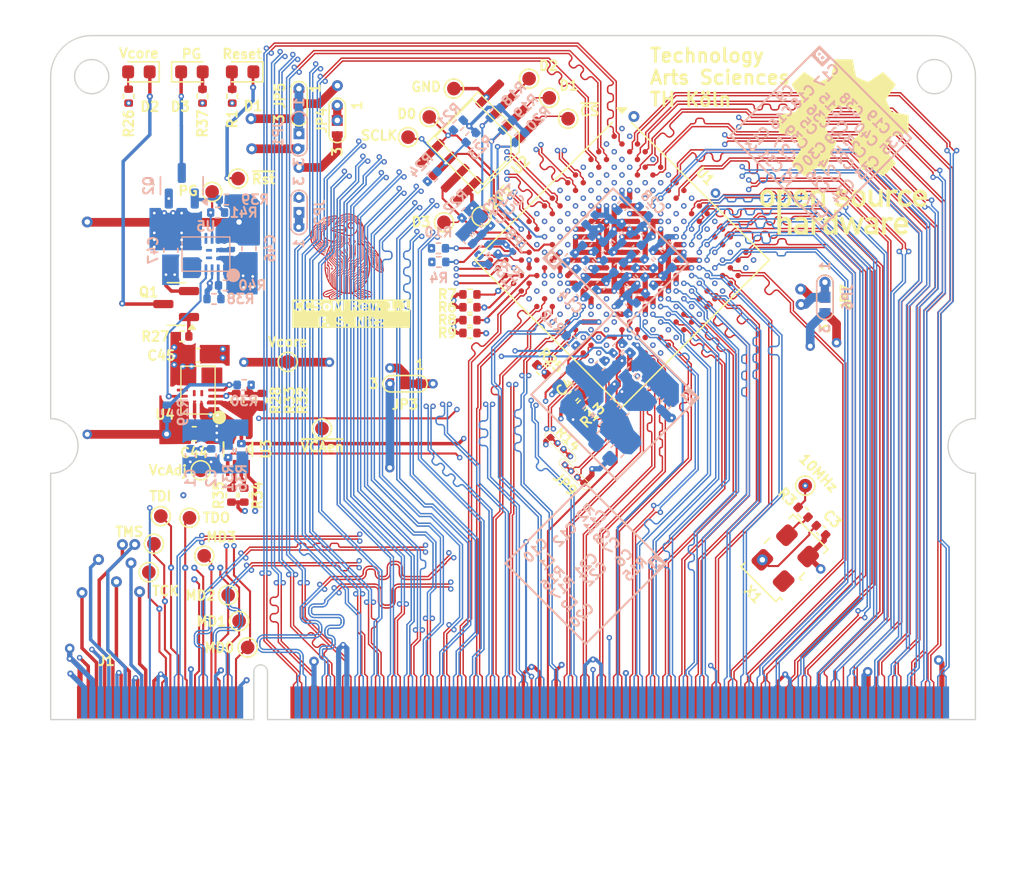
<source format=kicad_pcb>
(kicad_pcb (version 20241229) (generator "pcbnew") (generator_version "9.0")
  (layers (0 "F.Cu" signal) (4 "In1.Cu" power "GND1.Cu") (6 "In2.Cu" power "VCC.Cu") (8 "In3.Cu" signal "In1.Cu") (10 "In4.Cu" power "GND2.Cu") (2 "B.Cu" signal) (13 "F.Paste" user) (15 "B.Paste" user) (5 "F.SilkS" user "F.Silkscreen") (7 "B.SilkS" user "B.Silkscreen") (1 "F.Mask" user) (3 "B.Mask" user) (25 "Edge.Cuts" user))
  (net 0 "")
  (net 1 "+2V5")
  (net 2 "GND")
  (net 3 "Vcore")
  (net 4 "Net-(U1G-VDD_PLL)")
  (net 5 "Net-(U1G-VDD_SER_PLL)")
  (net 6 "+5V")
  (net 7 "Net-(D1-A)")
  (net 8 "/FPGA_Top_Module/~{CFG_Failed}")
  (net 9 "/FPGA_Top_Module/NA")
  (net 10 "/FPGA_Top_Module/WC")
  (net 11 "/FPGA_Top_Module/NB")
  (net 12 "/FPGA_Top_Module/WB")
  (net 13 "/FPGA_Top_Module/EA")
  (net 14 "/FPGA_Top_Module/SA")
  (net 15 "/FPGA_Top_Module/EB")
  (net 16 "/FPGA_Top_Module/MD0")
  (net 17 "/FPGA_Top_Module/MD1")
  (net 18 "/FPGA_Top_Module/TX0_N")
  (net 19 "/FPGA_Top_Module/MD2")
  (net 20 "/FPGA_Top_Module/RX0_N")
  (net 21 "/FPGA_Top_Module/MD3")
  (net 22 "/FPGA_Top_Module/CFG_Done")
  (net 23 "/FPGA_Top_Module/RX1_P")
  (net 24 "/DCDC_Regulator/VcoreFeedback")
  (net 25 "/FPGA_Top_Module/TX1_P")
  (net 26 "/FPGA_Top_Module/TCK")
  (net 27 "/FPGA_Top_Module/TMS")
  (net 28 "/FPGA_Top_Module/CLK_P")
  (net 29 "/FPGA_Top_Module/TDI")
  (net 30 "/FPGA_Top_Module/CLK_N")
  (net 31 "/FPGA_Top_Module/TDO")
  (net 32 "/FPGA_Top_Module/TX0_P")
  (net 33 "/FPGA_Top_Module/NB0_P")
  (net 34 "/FPGA_Top_Module/TX1_N")
  (net 35 "/FPGA_Top_Module/NB0_N")
  (net 36 "/FPGA_Top_Module/NB1_P")
  (net 37 "/FPGA_Top_Module/RX0_P")
  (net 38 "/FPGA_Top_Module/NB1_N")
  (net 39 "/FPGA_Top_Module/RX1_N")
  (net 40 "/FPGA_Top_Module/NB2_P")
  (net 41 "/FPGA_Top_Module/NB2_N")
  (net 42 "/FPGA_Top_Module/NB3_P")
  (net 43 "/FPGA_Top_Module/NB3_N")
  (net 44 "/FPGA_Top_Module/EA0_P")
  (net 45 "/FPGA_Top_Module/NB4_P")
  (net 46 "/FPGA_Top_Module/EA0_N")
  (net 47 "/FPGA_Top_Module/NB4_N")
  (net 48 "/FPGA_Top_Module/EA1_P")
  (net 49 "/FPGA_Top_Module/NB5_P")
  (net 50 "/FPGA_Top_Module/EA1_N")
  (net 51 "/FPGA_Top_Module/NB5_N")
  (net 52 "/FPGA_Top_Module/EA2_P")
  (net 53 "/FPGA_Top_Module/NB6_P")
  (net 54 "/FPGA_Top_Module/EA2_N")
  (net 55 "/FPGA_Top_Module/NB6_N")
  (net 56 "/FPGA_Top_Module/EA3_P")
  (net 57 "/FPGA_Top_Module/NB7_P")
  (net 58 "/FPGA_Top_Module/EA3_N")
  (net 59 "/FPGA_Top_Module/NB7_N")
  (net 60 "/FPGA_Top_Module/EA4_P")
  (net 61 "/FPGA_Top_Module/NB8_P")
  (net 62 "/FPGA_Top_Module/EA4_N")
  (net 63 "/FPGA_Top_Module/NB8_N")
  (net 64 "/FPGA_Top_Module/EA5_P")
  (net 65 "/FPGA_Top_Module/EA5_N")
  (net 66 "/FPGA_Top_Module/NA0_P")
  (net 67 "/FPGA_Top_Module/EA6_P")
  (net 68 "/FPGA_Top_Module/NA0_N")
  (net 69 "/FPGA_Top_Module/EA6_N")
  (net 70 "/FPGA_Top_Module/NA1_P")
  (net 71 "/FPGA_Top_Module/EA7_P")
  (net 72 "/FPGA_Top_Module/NA1_N")
  (net 73 "/FPGA_Top_Module/EA7_N")
  (net 74 "/FPGA_Top_Module/NA2_P")
  (net 75 "/FPGA_Top_Module/EA8_P")
  (net 76 "/FPGA_Top_Module/NA2_N")
  (net 77 "/FPGA_Top_Module/EA8_N")
  (net 78 "/FPGA_Top_Module/NA3_P")
  (net 79 "/FPGA_Top_Module/EB0_P")
  (net 80 "/FPGA_Top_Module/NA3_N")
  (net 81 "/FPGA_Top_Module/EB0_N")
  (net 82 "/FPGA_Top_Module/NA4_P")
  (net 83 "/FPGA_Top_Module/EB1_P")
  (net 84 "/FPGA_Top_Module/NA4_N")
  (net 85 "/FPGA_Top_Module/EB1_N")
  (net 86 "/FPGA_Top_Module/EB2_P")
  (net 87 "/FPGA_Top_Module/NA5_P")
  (net 88 "/FPGA_Top_Module/EB2_N")
  (net 89 "/FPGA_Top_Module/NA5_N")
  (net 90 "/FPGA_Top_Module/EB3_P")
  (net 91 "/FPGA_Top_Module/NA6_P")
  (net 92 "/FPGA_Top_Module/EB3_N")
  (net 93 "/FPGA_Top_Module/NA6_N")
  (net 94 "/FPGA_Top_Module/EB4_P")
  (net 95 "/FPGA_Top_Module/NA7_P")
  (net 96 "/FPGA_Top_Module/EB4_N")
  (net 97 "/FPGA_Top_Module/NA7_N")
  (net 98 "/FPGA_Top_Module/EB5_P")
  (net 99 "/FPGA_Top_Module/NA8_P")
  (net 100 "/FPGA_Top_Module/EB5_N")
  (net 101 "/FPGA_Top_Module/NA8_N")
  (net 102 "/FPGA_Top_Module/EB6_P")
  (net 103 "/FPGA_Top_Module/EB6_N")
  (net 104 "/FPGA_Top_Module/WC0_P")
  (net 105 "/FPGA_Top_Module/EB7_P")
  (net 106 "/FPGA_Top_Module/WC0_N")
  (net 107 "/FPGA_Top_Module/EB7_N")
  (net 108 "/FPGA_Top_Module/WC1_P")
  (net 109 "/FPGA_Top_Module/EB8_P")
  (net 110 "/FPGA_Top_Module/WC1_N")
  (net 111 "/FPGA_Top_Module/EB8_N")
  (net 112 "/FPGA_Top_Module/WC2_P")
  (net 113 "/FPGA_Top_Module/SA0_P")
  (net 114 "/FPGA_Top_Module/WC2_N")
  (net 115 "/FPGA_Top_Module/SA0_N")
  (net 116 "/FPGA_Top_Module/WC3_P")
  (net 117 "/FPGA_Top_Module/SA1_P")
  (net 118 "/FPGA_Top_Module/WC3_N")
  (net 119 "/FPGA_Top_Module/SA1_N")
  (net 120 "/FPGA_Top_Module/WC4_P")
  (net 121 "/FPGA_Top_Module/SA2_P")
  (net 122 "/FPGA_Top_Module/WC4_N")
  (net 123 "/FPGA_Top_Module/SA2_N")
  (net 124 "/FPGA_Top_Module/SA3_P")
  (net 125 "/FPGA_Top_Module/WC5_P")
  (net 126 "/FPGA_Top_Module/SA3_N")
  (net 127 "/FPGA_Top_Module/WC5_N")
  (net 128 "/FPGA_Top_Module/SA4_P")
  (net 129 "/FPGA_Top_Module/WC6_P")
  (net 130 "/FPGA_Top_Module/SA4_N")
  (net 131 "/FPGA_Top_Module/WC6_N")
  (net 132 "/FPGA_Top_Module/SA5_P")
  (net 133 "/FPGA_Top_Module/WC7_P")
  (net 134 "/FPGA_Top_Module/SA5_N")
  (net 135 "/FPGA_Top_Module/WC7_N")
  (net 136 "/FPGA_Top_Module/SA6_P")
  (net 137 "/FPGA_Top_Module/WC8_P")
  (net 138 "/FPGA_Top_Module/SA6_N")
  (net 139 "/FPGA_Top_Module/WC8_N")
  (net 140 "/FPGA_Top_Module/SA7_P")
  (net 141 "/FPGA_Top_Module/SA7_N")
  (net 142 "/FPGA_Top_Module/WB0_P")
  (net 143 "/FPGA_Top_Module/SA8_P")
  (net 144 "/FPGA_Top_Module/WB0_N")
  (net 145 "/FPGA_Top_Module/SA8_N")
  (net 146 "/FPGA_Top_Module/WB1_P")
  (net 147 "/FPGA_Top_Module/SB0_P")
  (net 148 "/FPGA_Top_Module/WB1_N")
  (net 149 "/FPGA_Top_Module/SB0_N")
  (net 150 "/FPGA_Top_Module/WB2_P")
  (net 151 "/FPGA_Top_Module/SB1_P")
  (net 152 "/FPGA_Top_Module/WB2_N")
  (net 153 "/FPGA_Top_Module/SB1_N")
  (net 154 "/FPGA_Top_Module/WB3_P")
  (net 155 "/FPGA_Top_Module/SB2_P")
  (net 156 "/FPGA_Top_Module/WB3_N")
  (net 157 "/FPGA_Top_Module/WB4_P")
  (net 158 "/FPGA_Top_Module/SB3_P")
  (net 159 "/FPGA_Top_Module/WB4_N")
  (net 160 "/FPGA_Top_Module/SB4_N")
  (net 161 "/FPGA_Top_Module/SB4_P")
  (net 162 "/FPGA_Top_Module/WB5_P")
  (net 163 "/FPGA_Top_Module/WB5_N")
  (net 164 "/FPGA_Top_Module/SB7")
  (net 165 "/FPGA_Top_Module/WB6_P")
  (net 166 "/FPGA_Top_Module/SB8")
  (net 167 "/FPGA_Top_Module/WB6_N")
  (net 168 "/FPGA_Top_Module/WB7_P")
  (net 169 "/FPGA_Top_Module/CLK1")
  (net 170 "/FPGA_Top_Module/WB7_N")
  (net 171 "/FPGA_Top_Module/WB8_P")
  (net 172 "/FPGA_Top_Module/CLK2")
  (net 173 "/FPGA_Top_Module/WB8_N")
  (net 174 "/FPGA_Top_Module/CLK3")
  (net 175 "/FPGA_Top_Module/FPGA_IO_Config/VDD_WC")
  (net 176 "/FPGA_Top_Module/FPGA_IO_Config/VDD_WB")
  (net 177 "/FPGA_Top_Module/FPGA_IO_Config/VDD_SA")
  (net 178 "/FPGA_Top_Module/FPGA_IO_Config/VDD_NA")
  (net 179 "/FPGA_Top_Module/FPGA_IO_Config/VDD_NB")
  (net 180 "/FPGA_Top_Module/FPGA_IO_Config/VDD_EA")
  (net 181 "/FPGA_Top_Module/FPGA_IO_Config/VDD_EB")
  (net 182 "Net-(JP8-A)")
  (net 183 "Net-(Q1-B)")
  (net 184 "Net-(Q2-B)")
  (net 185 "Net-(X1-OUT)")
  (net 187 "/DCDC_Regulator/2V5PG")
  (net 188 "/FPGA_Top_Module/Flash/SPI DATA2")
  (net 189 "/FPGA_Top_Module/Flash/SPI DATA1")
  (net 190 "/FPGA_Top_Module/Flash/SPI_CSN")
  (net 191 "/FPGA_Top_Module/Flash/SCLK")
  (net 192 "/FPGA_Top_Module/Flash/SPI DATA0")
  (net 193 "/FPGA_Top_Module/Flash/SPI DATA3")
  (net 194 "/FPGA_Top_Module/SB3_N")
  (net 197 "Net-(U4-SW-Pad15)")
  (net 201 "Net-(D2-K)")
  (net 202 "/FPGA_Top_Module/SB2_N")
  (net 203 "Net-(U1A-SER_RTERM1)")
  (net 204 "Net-(U1A-SER_RTERM0)")
  (net 205 "Net-(C20-Pad1)")
  (net 206 "Net-(U4-EN)")
  (net 207 "Net-(D2-A)")
  (net 208 "Net-(U5-FB)")
  (net 209 "/DCDC_Regulator/VcorePG")
  (net 210 "Net-(U5-SW-Pad15)")
  (net 214 "Net-(D3-K)")
  (net 215 "Net-(D3-A)")
  (net 216 "Net-(R34-Pad2)")
  (net 217 "Net-(R35-Pad2)")
  (net 218 "/FPGA_Top_Module/~{Rst}")
  (net 219 "/FPGA_Top_Module/CLK0")
  (net 220 "/FPGA_Top_Module/VcAdj")
  (net 221 "/FPGA_Top_Module/~{VcAen}")
  (footprint "TestPoint:TestPoint_Pad_D1.0mm" (layer "F.Cu") (at 132.337134 65.779512 90)
    (property "Reference" "TP3" (hide yes))
    (property "Value" "~{Rst}")
  )
  (footprint "Resistor_SMD:R_0402_1005Metric" (layer "F.Cu") (at 157.507331 82.357613 -135)
    (property "Reference" "R13")
    (property "Value" "200R")
  )
  (footprint "TestPoint:TestPoint_Pad_D1.0mm" (layer "F.Cu") (at 155.087134 59.879512)
    (property "Reference" "TP18" (hide yes))
    (property "Value" "D1")
  )
  (footprint "Resistor_SMD:R_0402_1005Metric" (layer "F.Cu") (at 149.287134 76.129512 180)
    (property "Reference" "R8")
    (property "Value" "10K")
  )
  (footprint "Resistor_SMD:R_0402_1005Metric" (layer "F.Cu") (at 134.066239 81.996046 90)
    (property "Reference" "R32")
    (property "Value" "240K 1%")
  )
  (footprint "LED_SMD:LED_0603_1608Metric" (layer "F.Cu") (at 125.087134 57.979512 180)
    (property "Reference" "D2")
    (property "Value" "GREEN")
  )
  (footprint "Resistor_SMD:R_0402_1005Metric" (layer "F.Cu") (at 173.637134 90.179512 135)
    (property "Reference" "R3")
    (property "Value" "33R")
  )
  (footprint "TestPoint:TestPoint_Pad_D1.0mm" (layer "F.Cu") (at 130.437134 66.754512 90)
    (property "Reference" "TP22" (hide yes))
    (property "Value" "PG")
  )
  (footprint "ccsom_Footprint_lib:Diff_pair_solderbridge_closed" (layer "F.Cu") (at 155.844708 85.411939 135)
    (property "Reference" "R14")
    (property "Value" "100R")
  )
  (footprint "ccsom_Footprint_lib:SolderBridge3Pin" (layer "F.Cu") (at 136.787134 60.304512 -90)
    (property "Reference" "JP5")
    (property "Value" "SolderJumper_3_Bridged12")
  )
  (footprint "TestPoint:TestPoint_Pad_D1.0mm" (layer "F.Cu") (at 146.312134 61.279512)
    (property "Reference" "TP17" (hide yes))
    (property "Value" "D0")
  )
  (footprint "Resistor_SMD:R_0402_1005Metric" (layer "F.Cu") (at 149.287134 74.249512 180)
    (property "Reference" "R7")
    (property "Value" "10K")
  )
  (footprint "Capacitor_SMD:C_0603_1608Metric" (layer "F.Cu") (at 129.131134 84.434512)
    (property "Reference" "C44")
    (property "Value" "22u")
  )
  (footprint "Resistor_SMD:R_0402_1005Metric" (layer "F.Cu") (at 124.337634 59.756012 90)
    (property "Reference" "R26")
    (property "Value" "1K")
  )
  (footprint "TestPoint:TestPoint_Pad_D1.0mm" (layer "F.Cu") (at 150.137134 68.554512)
    (property "Reference" "TP13" (hide yes))
    (property "Value" "+2V5")
  )
  (footprint "TestPoint:TestPoint_Pad_D1.0mm" (layer "F.Cu") (at 147.387134 68.979512)
    (property "Reference" "TP20" (hide yes))
    (property "Value" "D3")
  )
  (footprint "ccsom_Footprint_lib:SolderBridge3Pin" (layer "F.Cu") (at 139.587134 61.529512 -90)
    (property "Reference" "JP4")
    (property "Value" "SolderJumper_3_Bridged12")
  )
  (footprint "Resistor_SMD:R_0402_1005Metric" (layer "F.Cu") (at 132.785397 88.925264 90)
    (property "Reference" "R34")
    (property "Value" "120K 1%")
  )
  (footprint "TestPoint:TestPoint_Pad_D1.0mm" (layer "F.Cu") (at 138.467134 84.059512)
    (property "Reference" "TP1" (hide yes))
    (property "Value" "~{VcAen}")
  )
  (footprint "ccsom_Footprint_lib:SOP-8(150_200MIL)" (layer "F.Cu") (at 154.34241 67.538574 135)
    (property "Reference" "U2")
    (property "Value" "MX25V8035F" (hide yes))
  )
  (footprint "ccsom_Footprint_lib:SolderBridge3Pin" (layer "F.Cu") (at 144.537134 80.779512 180)
    (property "Reference" "JP3")
    (property "Value" "SolderJumper_3_Bridged12")
  )
  (footprint "TestPoint:TestPoint_Pad_D1.0mm" (layer "F.Cu") (at 173.797134 88.229512 45)
    (property "Reference" "TP4" (hide yes))
    (property "Value" "10MHZ")
  )
  (footprint "TestPoint:TestPoint_Pad_D1.0mm" (layer "F.Cu") (at 126.187134 92.479512)
    (property "Reference" "TP9" (hide yes))
    (property "Value" "TMS")
  )
  (footprint "Resistor_SMD:R_0402_1005Metric" (layer "F.Cu") (at 131.908634 59.757512 90)
    (property "Reference" "R1")
    (property "Value" "200R")
  )
  (footprint "Package_TO_SOT_SMD:SOT-23" (layer "F.Cu") (at 127.812134 74.954512 180)
    (property "Reference" "Q1")
    (property "Value" "BC847")
  )
  (footprint "ccsom_Footprint_lib:PinguinLogo" (layer "F.Cu") (at 140.401982 68.199768)
    (property "Reference" "log1" (hide yes))
    (property "Value" "~")
  )
  (footprint "TestPoint:TestPoint_Pad_D1.0mm" (layer "F.Cu") (at 129.862134 93.354512)
    (property "Reference" "TP5" (hide yes))
    (property "Value" "MD3")
  )
  (footprint "ccsom_Footprint_lib:DCU8" (layer "F.Cu") (at 132.329134 85.560512 -90)
    (property "Reference" "U3")
    (property "Value" "74LVC2G53")
  )
  (footprint "TestPoint:TestPoint_Pad_D1.0mm" (layer "F.Cu") (at 128.787134 90.579512)
    (property "Reference" "TP11" (hide yes))
    (property "Value" "TDO")
  )
  (footprint "Package_BGA:BGA-324_15.0x15.0mm_Layout18x18_P0.8mm_Ball0.45mm_Pad0.4mm_NSMD" (layer "F.Cu") (at 160.399512 71.741099 -45)
    (property "Reference" "U1")
    (property "Value" "CCGM1A1")
  )
  (footprint "Resistor_SMD:R_0402_1005Metric" (layer "F.Cu") (at 133.134985 81.996046 90)
    (property "Reference" "R33")
    (property "Value" "47K 1%")
  )
  (footprint "TestPoint:TestPoint_Pad_D1.0mm" (layer "F.Cu") (at 148.112134 59.204512)
    (property "Reference" "TP14" (hide yes))
    (property "Value" "GND")
  )
  (footprint "Capacitor_SMD:C_0603_1608Metric" (layer "F.Cu") (at 129.408134 78.702512)
    (property "Reference" "C45")
    (property "Value" "22u")
  )
  (footprint "ccsom_Footprint_lib:QFN18" (layer "F.Cu") (at 129.408134 81.242512 180)
    (property "Reference" "U4")
    (property "Value" "MPM3833C")
  )
  (footprint "Resistor_SMD:R_0402_1005Metric" (layer "F.Cu") (at 129.736634 59.756012 90)
    (property "Reference" "R37")
    (property "Value" "1K")
  )
  (footprint "ccsom_Footprint_lib:Diff_pair_solderbridge_closed" (layer "F.Cu") (at 156.864134 87.422512 135)
    (property "Reference" "JP9")
    (property "Value" "~")
  )
  (footprint "TestPoint:TestPoint_Pad_D1.0mm" (layer "F.Cu") (at 133.037134 100.054512)
    (property "Reference" "TP8" (hide yes))
    (property "Value" "MD0")
  )
  (footprint "Resistor_SMD:R_0402_1005Metric" (layer "F.Cu") (at 132.202134 82.004512 -90)
    (property "Reference" "R28")
    (property "Value" "20K 1%")
  )
  (footprint "Resistor_SMD:R_0402_1005Metric" (layer "F.Cu") (at 149.287134 77.069512 180)
    (property "Reference" "R9")
    (property "Value" "10K")
  )
  (footprint "ccsom_Footprint_lib:SolderBridge3Pin" (layer "F.Cu") (at 175.236134 74.459512 -90)
    (property "Reference" "JP7")
    (property "Value" "SolderJumper_3_Bridged12")
  )
  (footprint "LED_SMD:LED_0603_1608Metric" (layer "F.Cu") (at 128.962134 57.979512)
    (property "Reference" "D3")
    (property "Value" "GREEN" (hide yes))
  )
  (footprint "TestPoint:TestPoint_Pad_D1.0mm" (layer "F.Cu") (at 153.612134 58.479512)
    (property "Reference" "TP19" (hide yes))
    (property "Value" "D2")
  )
  (footprint "Resistor_SMD:R_0402_1005Metric" (layer "F.Cu") (at 128.227134 77.319512)
    (property "Reference" "R27")
    (property "Value" "10K")
  )
  (footprint "Capacitor_SMD:C_0402_1005Metric" (layer "F.Cu") (at 156.857134 81.669512 -135)
    (property "Reference" "C4")
    (property "Value" "100n")
  )
  (footprint "TestPoint:TestPoint_Pad_D1.0mm" (layer "F.Cu") (at 135.962134 79.179512)
    (property "Reference" "TP21" (hide yes))
    (property "Value" "Vcore")
  )
  (footprint "LED_SMD:LED_0603_1608Metric" (layer "F.Cu") (at 132.670634 57.979512 180)
    (property "Reference" "D1")
    (property "Value" "Orange")
  )
  (footprint "TestPoint:TestPoint_Pad_D1.0mm" (layer "F.Cu") (at 132.412134 98.129512)
    (property "Reference" "TP7" (hide yes))
    (property "Value" "MD1")
  )
  (footprint "TestPoint:TestPoint_Pad_D1.0mm" (layer "F.Cu") (at 131.612134 96.229512)
    (property "Reference" "TP6" (hide yes))
    (property "Value" "MD2")
  )
  (footprint "ccsom_Footprint_lib:5x3.2_Oscillator" (layer "F.Cu") (at 172.337134 93.529512 45)
    (property "Reference" "X1")
    (property "Value" "ECS-5032MV")
  )
  (footprint "Capacitor_SMD:C_0402_1005Metric" (layer "F.Cu") (at 174.947134 91.489512 -45)
    (property "Reference" "C3")
    (property "Value" "100n")
  )
  (footprint "TestPoint:TestPoint_Pad_D1.0mm" (layer "F.Cu") (at 129.606134 87.109512)
    (property "Reference" "TP2" (hide yes))
    (property "Value" "VcAdj")
  )
  (footprint "Resistor_SMD:R_0402_1005Metric" (layer "F.Cu") (at 149.287134 75.189512 180)
    (property "Reference" "R6")
    (property "Value" "10K")
  )
  (footprint "ccsom_Footprint_lib:OpenHardwareLogo" (layer "F.Cu") (at 176.597134 63.469512)
    (property "Reference" "log2" (hide yes))
    (property "Value" "~" (hide yes))
  )
  (footprint "TestPoint:TestPoint_Pad_D1.0mm" (layer "F.Cu") (at 125.812134 94.554512)
    (property "Reference" "TP12" (hide yes))
    (property "Value" "TCK")
  )
  (footprint "Resistor_SMD:R_0402_1005Metric" (layer "F.Cu") (at 154.537134 79.754512 -45)
    (property "Reference" "R25")
    (property "Value" "100R")
  )
  (footprint "TestPoint:TestPoint_Pad_D1.0mm" (layer "F.Cu") (at 144.762134 62.754512)
    (property "Reference" "TP16" (hide yes))
    (property "Value" "SCLK")
  )
  (footprint "TestPoint:TestPoint_Pad_D1.0mm" (layer "F.Cu") (at 156.462134 61.404512)
    (property "Reference" "TP15" (hide yes))
    (property "Value" "~{CS}")
  )
  (footprint "TestPoint:TestPoint_Pad_D1.0mm" (layer "F.Cu") (at 126.687134 90.454512)
    (property "Reference" "TP10" (hide yes))
    (property "Value" "TDI")
  )
  (footprint "ccsom_Footprint_lib:SODIMM-200_2.5V_Card_edge" (layer "F.Cu") (at 120.787134 104.079512)
    (property "Reference" "J1")
    (property "Value" "SODIMM-200_Split")
  )
  (footprint "Resistor_SMD:R_0402_1005Metric" (layer "F.Cu") (at 131.853568 88.925264 90)
    (property "Reference" "R35")
    (property "Value" "62K 1%")
  )
  (footprint "Resistor_SMD:R_0402_1005Metric" (layer "B.Cu") (at 152.937134 62.779512 -135)
    (property "Reference" "R20")
    (property "Value" "10K")
  )
  (footprint "Capacitor_SMD:C_0603_1608Metric" (layer "B.Cu") (at 162.677134 81.499512 -135)
    (property "Reference" "C6")
    (property "Value" "22u")
  )
  (footprint "Capacitor_SMD:C_0402_1005Metric" (layer "B.Cu") (at 157.867134 70.329512 -135)
    (property "Reference" "C16")
    (property "Value" "100n")
  )
  (footprint "Capacitor_SMD:C_0402_1005Metric" (layer "B.Cu") (at 162.377134 71.999512 -45)
    (property "Reference" "C23")
    (property "Value" "2u2")
  )
  (footprint "Capacitor_SMD:C_0402_1005Metric" (layer "B.Cu") (at 160.157134 72.289512 -135)
    (property "Reference" "C30")
    (property "Value" "470n")
  )
  (footprint "Resistor_SMD:R_0402_1005Metric" (layer "B.Cu") (at 158.577134 83.409512 -135)
    (property "Reference" "R17")
    (property "Value" "DNS")
  )
  (footprint "Capacitor_SMD:C_0402_1005Metric" (layer "B.Cu") (at 164.417134 71.939512 45)
    (property "Reference" "C35")
    (property "Value" "2u2")
  )
  (footprint "ccsom_Footprint_lib:SolderBridge3Pin" (layer "B.Cu") (at 136.787134 68.254512 90)
    (property "Reference" "JP2")
    (property "Value" "SolderJumper_3_Bridged12")
  )
  (footprint "Capacitor_SMD:C_0402_1005Metric" (layer "B.Cu") (at 159.377134 70.779512 -45)
    (property "Reference" "C5")
    (property "Value" "100n")
  )
  (footprint "Capacitor_SMD:C_0603_1608Metric" (layer "B.Cu") (at 127.418134 71.026097 -90)
    (property "Reference" "C47")
    (property "Value" "22u")
  )
  (footprint "Resistor_SMD:R_0402_1005Metric" (layer "B.Cu") (at 149.362134 62.779512 -135)
    (property "Reference" "R23")
    (property "Value" "10K")
  )
  (footprint "Capacitor_SMD:C_0402_1005Metric" (layer "B.Cu") (at 161.857134 80.639512 -135)
    (property "Reference" "C7")
    (property "Value" "2u2")
  )
  (footprint "Capacitor_SMD:C_0402_1005Metric" (layer "B.Cu") (at 161.727134 72.649512 135)
    (property "Reference" "C25")
    (property "Value" "100n")
  )
  (footprint "Capacitor_SMD:C_0402_1005Metric" (layer "B.Cu") (at 160.427134 73.949512 -45)
    (property "Reference" "C26")
    (property "Value" "100n")
  )
  (footprint "ccsom_Footprint_lib:QFN18" (layer "B.Cu") (at 129.987134 71.301097 90)
    (property "Reference" "U5")
    (property "Value" "MPM3833C")
  )
  (footprint "Resistor_SMD:R_0402_1005Metric" (layer "B.Cu") (at 156.687134 77.629512 135)
    (property "Reference" "R12")
    (property "Value" "200R")
  )
  (footprint "Capacitor_SMD:C_0402_1005Metric" (layer "B.Cu") (at 149.797134 69.539512 -45)
    (property "Reference" "C42")
    (property "Value" "100n")
  )
  (footprint "Capacitor_SMD:C_0402_1005Metric" (layer "B.Cu") (at 160.437134 67.769512 45)
    (property "Reference" "C17")
    (property "Value" "10n")
  )
  (footprint "Capacitor_SMD:C_0603_1608Metric" (layer "B.Cu") (at 157.457134 81.509512 45)
    (property "Reference" "L1")
    (property "Value" "600R 1.5A, 0.1R")
  )
  (footprint "Resistor_SMD:R_0402_1005Metric" (layer "B.Cu") (at 148.437134 61.879512 -135)
    (property "Reference" "R21")
    (property "Value" "10K")
  )
  (footprint "Capacitor_SMD:C_0402_1005Metric" (layer "B.Cu") (at 158.107134 68.799512 45)
    (property "Reference" "C9")
    (property "Value" "100n")
  )
  (footprint "Capacitor_SMD:C_0402_1005Metric" (layer "B.Cu") (at 163.057134 73.249512 -135)
    (property "Reference" "C33")
    (property "Value" "10n")
  )
  (footprint "Capacitor_SMD:C_0402_1005Metric" (layer "B.Cu") (at 160.047134 70.109512 -45)
    (property "Reference" "C36")
    (property "Value" "470n")
  )
  (footprint "Capacitor_SMD:C_0402_1005Metric" (layer "B.Cu") (at 161.997134 68.169512 135)
    (property "Reference" "C28")
    (property "Value" "10n")
  )
  (footprint "ccsom_Footprint_lib:SolderBridge3Pin" (layer "B.Cu") (at 175.236134 74.459512 -90)
    (property "Reference" "JP6")
    (property "Value" "SolderJumper_3_Bridged12")
  )
  (footprint "Resistor_SMD:R_0402_1005Metric" (layer "B.Cu") (at 163.597134 82.279512 45)
    (property "Reference" "R15")
    (property "Value" "1R 1%")
  )
  (footprint "Resistor_SMD:R_0402_1005Metric" (layer "B.Cu") (at 146.537134 65.629512 -135)
    (property "Reference" "R24")
    (property "Value" "10K")
  )
  (footprint "Resistor_SMD:R_0402_1005Metric" (layer "B.Cu") (at 151.137134 60.979512 -135)
    (property "Reference" "R18")
    (property "Value" "10K")
  )
  (footprint "Capacitor_SMD:C_0402_1005Metric" (layer "B.Cu") (at 159.157134 69.049512 45)
    (property "Reference" "C18")
    (property "Value" "10n")
  )
  (footprint "Capacitor_SMD:C_0402_1005Metric" (layer "B.Cu") (at 163.027134 71.349512 135)
    (property "Reference" "C40")
    (property "Value" "10n")
  )
  (footprint "Resistor_SMD:R_0402_1005Metric" (layer "B.Cu") (at 149.067134 68.299512 -135)
    (property "Reference" "R22")
    (property "Value" "10K")
  )
  (footprint "Resistor_SMD:R_0402_1005Metric" (layer "B.Cu") (at 132.576602 85.667014 90)
    (property "Reference" "R36")
    (property "Value" "10K")
  )
  (footprint "Capacitor_SMD:C_0402_1005Metric" (layer "B.Cu") (at 160.567134 82.769512 45)
    (property "Reference" "C22")
    (property "Value" "220n")
  )
  (footprint "Capacitor_SMD:C_0402_1005Metric" (layer "B.Cu") (at 158.067134 72.089512 -45)
    (property "Reference" "C27")
    (property "Value" "10n")
  )
  (footprint "Resistor_SMD:R_0402_1005Metric" (layer "B.Cu") (at 150.977134 71.689512 -135)
    (property "Reference" "R11")
    (property "Value" "10K")
  )
  (footprint "Capacitor_SMD:C_0402_1005Metric" (layer "B.Cu") (at 157.417134 72.739512 135)
    (property "Reference" "C31")
    (property "Value" "100n")
  )
  (footprint "Capacitor_SMD:C_0402_1005Metric" (layer "B.Cu") (at 161.447134 70.999512 45)
    (property "Reference" "C29")
    (property "Value" "2u2")
  )
  (footprint "Capacitor_SMD:C_0402_1005Metric" (layer "B.Cu") (at 158.797134 79.459512 45)
    (property "Reference" "C12")
    (property "Value" "220n")
  )
  (footprint "Capacitor_SMD:C_0402_1005Metric" (layer "B.Cu") (at 161.077134 73.299512 -45)
    (property "Reference" "C24")
    (property "Value" "470n")
  )
  (footprint "Capacitor_SMD:C_0603_1608Metric" (layer "B.Cu") (at 156.397134 80.449512 -135)
    (property "Reference" "C10")
    (property "Value" "22u")
  )
  (footprint "ccsom_Footprint_lib:SolderBridge3Pin" (layer "B.Cu") (at 136.787134 62.504512 -90)
    (property "Reference" "JP1")
    (property "Value" "SolderJumper_3_Bridged12")
  )
  (footprint "Resistor_SMD:R_0402_1005Metric" (layer "B.Cu") (at 131.417134 73.589512 180)
    (property "Reference" "R40")
    (property "Value" "63K4 1%")
  )
  (footprint "Capacitor_SMD:C_0402_1005Metric" (layer "B.Cu") (at 128.851857 86.013174 -90)
    (property "Reference" "C1")
    (property "Value" "2u2")
  )
  (footprint "Capacitor_SMD:C_0402_1005Metric" (layer "B.Cu") (at 161.097134 79.869512 -135)
    (property "Reference" "C8")
    (property "Value" "220n")
  )
  (footprint "Capacitor_SMD:C_0402_1005Metric" (layer "B.Cu") (at 158.717134 71.439512 135)
    (property "Reference" "C39")
    (property "Value" "10n")
  )
  (footprint "Capacitor_SMD:C_0402_1005Metric" (layer "B.Cu") (at 159.887134 82.119512 45)
    (property "Reference" "C21")
    (property "Value" "2u2")
  )
  (footprint "Resistor_SMD:R_0402_1005Metric" (layer "B.Cu") (at 131.479568 67.319792 180)
    (property "Reference" "R39")
    (property "Value" "12K")
  )
  (footprint "Resistor_SMD:R_0402_1005Metric" (layer "B.Cu") (at 147.012134 71.879512)
    (property "Reference" "R4")
    (property "Value" "4K7")
  )
  (footprint "Capacitor_SMD:C_0402_1005Metric" (layer "B.Cu") (at 156.587134 71.609512 45)
    (property "Reference" "C13")
    (property "Value" "2u2")
  )
  (footprint "Capacitor_SMD:C_0402_1005Metric" (layer "B.Cu") (at 157.407134 74.079512 -45)
    (property "Reference" "C14")
    (property "Value" "470n")
  )
  (footprint "Resistor_SMD:R_0402_1005Metric" (layer "B.Cu") (at 127.137134 82.854512 90)
    (property "Reference" "R29")
    (property "Value" "100K 1%")
  )
  (footprint "Capacitor_SMD:C_0402_1005Metric" (layer "B.Cu") (at 161.777134 74.529512 -135)
    (property "Reference" "C34")
    (property "Value" "10n")
  )
  (footprint "Capacitor_SMD:C_0402_1005Metric" (layer "B.Cu") (at 160.477134 75.289512 135)
    (property "Reference" "C37")
    (property "Value" "100n")
  )
  (footprint "Package_TO_SOT_SMD:SOT-23" (layer "B.Cu") (at 128.222034 66.305412 90)
    (property "Reference" "Q2")
    (property "Value" "BC847")
  )
  (footprint "Resistor_SMD:R_0402_1005Metric" (layer "B.Cu") (at 146.987134 70.879512 180)
    (property "Reference" "R10")
    (property "Value" "4K7")
  )
  (footprint "Resistor_SMD:R_0402_1005Metric" (layer "B.Cu") (at 132.783134 80.867512)
    (property "Reference" "R30")
    (property "Value" "51K 1%")
  )
  (footprint "Capacitor_SMD:C_0402_1005Metric" (layer "B.Cu") (at 130.375857 86.018174 -90)
    (property "Reference" "C2")
    (property "Value" "100n")
  )
  (footprint "Capacitor_SMD:C_0402_1005Metric" (layer "B.Cu") (at 163.687134 70.689512 135)
    (property "Reference" "C19")
    (property "Value" "100n")
  )
  (footprint "Capacitor_SMD:C_0402_1005Metric" (layer "B.Cu") (at 160.697134 69.459512 135)
    (property "Reference" "C15")
    (property "Value" "100n")
  )
  (footprint "Resistor_SMD:R_0402_1005Metric" (layer "B.Cu") (at 152.037134 61.879512 -135)
    (property "Reference" "R19")
    (property "Value" "10K")
  )
  (footprint "Capacitor_SMD:C_0402_1005Metric" (layer "B.Cu") (at 158.877134 73.569512 45)
    (property "Reference" "C32")
    (property "Value" "100n")
  )
  (footprint "Capacitor_SMD:C_0603_1608Metric" (layer "B.Cu") (at 159.037134 84.659512 45)
    (property "Reference" "L2")
    (property "Value" "600R 1.5A, 0.1R")
  )
  (footprint "Resistor_SMD:R_0402_1005Metric" (layer "B.Cu") (at 160.107134 78.169512 -135)
    (property "Reference" "R2")
    (property "Value" "10K")
  )
  (footprint "Capacitor_SMD:C_0402_1005Metric" (layer "B.Cu") (at 162.167134 69.639512 -45)
    (property "Reference" "C38")
    (property "Value" "100n")
  )
  (footprint "Capacitor_SMD:C_0402_1005Metric" (layer "B.Cu") (at 160.723934 78.862712 45)
    (property "Reference" "C11")
    (property "Value" "2u2")
  )
  (footprint "Capacitor_SMD:C_0402_1005Metric" (layer "B.Cu") (at 149.137134 70.199512 -45)
    (property "Reference" "C43")
    (property "Value" "100n")
  )
  (footprint "Capacitor_SMD:C_0402_1005Metric" (layer "B.Cu") (at 150.447134 68.889512 -45)
    (property "Reference" "C41")
    (property "Value" "2u2")
  )
  (footprint "Resistor_SMD:R_0402_1005Metric" (layer "B.Cu") (at 130.844568 68.266344 180)
    (property "Reference" "R41")
    (property "Value" "10K")
  )
  (footprint "Resistor_SMD:R_0402_1005Metric" (layer "B.Cu") (at 130.576134 74.582097 180)
    (property "Reference" "R38")
    (property "Value" "200K 1%")
  )
  (footprint "Capacitor_SMD:C_0603_1608Metric" (layer "B.Cu") (at 160.067134 85.689512 -135)
    (property "Reference" "C20")
    (property "Value" "22u")
  )
  (footprint "Resistor_SMD:R_0402_1005Metric" (layer "B.Cu") (at 131.604476 85.667014 -90)
    (property "Reference" "R31")
    (property "Value" "10K")
  )
  (footprint "Resistor_SMD:R_0402_1005Metric" (layer "B.Cu") (at 150.312134 71.029512 -135)
    (property "Reference" "R5")
    (property "Value" "4K7")
  )
  (footprint "Resistor_SMD:R_0402_1005Metric" (layer "B.Cu") (at 157.917134 82.749512 -135)
    (property "Reference" "R16")
    (property "Value" "DNS")
  )
  (footprint "Capacitor_SMD:C_0603_1608Metric" (layer "B.Cu") (at 133.133134 70.899097 -90)
    (property "Reference" "C46")
    (property "Value" "22u")
  )
  (footprint "ccsom_Footprint_lib:Solderbridge_closed" (layer "B.Cu") (at 152.187134 70.879512 135)
    (property "Reference" "JP8")
    (property "Value" "SolderJumper_2_Bridged")
  )
  (gr_line (start 155.225934 71.032512) (end 154.648334 71.606512) (stroke (width 0.15)) (layer "B.SilkS"))
  (gr_line (start 151.877918 93.908728) (end 157.715701 88.070945) (stroke (width 0.15)) (layer "B.SilkS"))
  (gr_line (start 175.037134 69.329512) (end 168.337134 62.629512) (stroke (width 0.15)) (layer "B.SilkS"))
  (gr_line (start 175.287134 69.079512) (end 175.037134 69.329512) (stroke (width 0.15)) (layer "B.SilkS"))
  (gr_line (start 174.837134 56.129512) (end 176.087134 57.379512) (stroke (width 0.15)) (layer "B.SilkS"))
  (gr_line (start 159.988683 87.808954) (end 153.772215 81.57363) (stroke (width 0.15)) (layer "B.SilkS"))
  (gr_line (start 175.050534 57.526712) (end 174.272734 56.748912) (stroke (width 0.15)) (layer "B.SilkS"))
  (gr_line (start 159.785134 75.611512) (end 165.995329 81.800641) (stroke (width 0.15)) (layer "B.SilkS"))
  (gr_line (start 155.453334 72.415312) (end 156.012134 71.856512) (stroke (width 0.15)) (layer "B.SilkS"))
  (gr_line (start 165.237822 71.978824) (end 160.712134 76.504512) (stroke (width 0.15)) (layer "B.SilkS"))
  (gr_line (start 157.757257 99.789635) (end 151.877436 93.909814) (stroke (width 0.15)) (layer "B.SilkS"))
  (gr_line (start 153.772215 81.57363) (end 159.785134 75.611512) (stroke (width 0.15)) (layer "B.SilkS"))
  (gr_line (start 159.757488 66.499866) (end 165.237724 71.980102) (stroke (width 0.15)) (layer "B.SilkS"))
  (gr_line (start 175.837134 57.129512) (end 181.537134 62.829512) (stroke (width 0.15)) (layer "B.SilkS"))
  (gr_line (start 154.648134 71.610112) (end 155.453334 72.415312) (stroke (width 0.15)) (layer "B.SilkS"))
  (gr_line (start 160.712134 76.504512) (end 155.244733 71.037111) (stroke (width 0.15)) (layer "B.SilkS"))
  (gr_line (start 157.733556 88.092772) (end 163.593115 93.952331) (stroke (width 0.15)) (layer "B.SilkS"))
  (gr_line (start 165.995329 81.800641) (end 160.002948 87.793022) (stroke (width 0.15)) (layer "B.SilkS"))
  (gr_line (start 175.587134 68.779512) (end 181.537134 62.829512) (stroke (width 0.15)) (layer "B.SilkS"))
  (gr_line (start 155.230966 71.02568) (end 159.749738 66.506908) (stroke (width 0.15)) (layer "B.SilkS"))
  (gr_line (start 175.637122 56.940124) (end 175.050534 57.526712) (stroke (width 0.15)) (layer "B.SilkS"))
  (gr_line (start 163.593115 93.952331) (end 157.75699 99.788456) (stroke (width 0.15)) (layer "B.SilkS"))
  (gr_line (start 175.587134 68.779512) (end 175.287134 69.079512) (stroke (width 0.15)) (layer "B.SilkS"))
  (gr_line (start 168.337134 62.629512) (end 174.837134 56.129512) (stroke (width 0.15)) (layer "B.SilkS"))
  (gr_line (start 134.487134 105.329512) (end 186.237134 105.329512) (stroke (width 0.1)) (layer "Edge.Cuts"))
  (gr_circle (center 121.6371 58.3295) (end 122.887134 58.3295) (stroke (width 0.1)) (fill no) (layer "Edge.Cuts"))
  (gr_line (start 133.487134 105.329512) (end 118.637134 105.329512) (stroke (width 0.1)) (layer "Edge.Cuts"))
  (gr_arc (start 118.637134 83.329512) (mid 120.637099 85.329512) (end 118.637134 87.329512) (stroke (width 0.1)) (layer "Edge.Cuts"))
  (gr_arc (start 186.237134 87.329512) (mid 184.237134 85.329512) (end 186.237134 83.329512) (stroke (width 0.1)) (layer "Edge.Cuts"))
  (gr_arc (start 183.237134 55.329512) (mid 185.35845 56.208195) (end 186.237134 58.329512) (stroke (width 0.1)) (layer "Edge.Cuts"))
  (gr_line (start 183.237134 55.329512) (end 121.637134 55.329512) (stroke (width 0.1)) (layer "Edge.Cuts"))
  (gr_arc (start 133.487134 101.829512) (mid 133.987134 101.329512) (end 134.487134 101.829512) (stroke (width 0.1)) (layer "Edge.Cuts"))
  (gr_circle (center 183.2371 58.3295) (end 183.2371 59.579512) (stroke (width 0.1)) (fill no) (layer "Edge.Cuts"))
  (gr_line (start 186.237134 105.329512) (end 186.237134 87.329512) (stroke (width 0.1)) (layer "Edge.Cuts"))
  (gr_line (start 134.487134 101.829512) (end 134.487134 105.329512) (stroke (width 0.1)) (layer "Edge.Cuts"))
  (gr_arc (start 118.637134 58.329512) (mid 119.515814 56.208192) (end 121.637134 55.329512) (stroke (width 0.1)) (layer "Edge.Cuts"))
  (gr_line (start 118.637134 105.329512) (end 118.637134 87.329512) (stroke (width 0.1)) (layer "Edge.Cuts"))
  (gr_line (start 118.637134 83.329512) (end 118.637134 58.329512) (stroke (width 0.1)) (layer "Edge.Cuts"))
  (gr_line (start 186.237134 83.329512) (end 186.237134 58.329512) (stroke (width 0.1)) (layer "Edge.Cuts"))
  (gr_line (start 133.487134 105.329512) (end 133.487134 101.829512) (stroke (width 0.1)) (layer "Edge.Cuts"))
  (gr_text "~{CS}" (at 158.037134 60.854512 0) (layer "F.SilkS") (effects (font (size 0.7 0.7))))
  (gr_text "\n2V5" (at 151.062134 66.729512 45) (layer "F.SilkS") (effects (font (size 0.7 0.7))))
  (gr_text "~{VCAen}" (at 138.487134 85.404512 0) (layer "F.SilkS") (effects (font (size 0.7 0.7))))
  (gr_text "VcAdj" (at 127.212134 87.104512 0) (layer "F.SilkS") (effects (font (size 0.7 0.7))))
  (gr_text "TDO" (at 130.762134 90.579512 0) (layer "F.SilkS") (effects (font (size 0.7 0.7))))
  (gr_text "CCSoM Rev. 1.1\nF. S. Nitz\n" (at 140.617134 76.719512 0) (layer "F.SilkS" knockout) (effects (font (size 0.7 0.7) (thickness 0.15) (bold yes)) (justify bottom)))
  (gr_text "D1" (at 156.512134 58.979512 0) (layer "F.SilkS") (effects (font (size 0.7 0.7))))
  (gr_text "D0" (at 144.662134 61.054512 0) (layer "F.SilkS") (effects (font (size 0.7 0.7))))
  (gr_text "MD1" (at 130.387134 98.154512 0) (layer "F.SilkS") (effects (font (size 0.7 0.7))))
  (gr_text "SCLK" (at 142.637134 62.629512 0) (layer "F.SilkS") (effects (font (size 0.7 0.7))))
  (gr_text "PG" (at 128.937134 56.679512 0) (layer "F.SilkS") (effects (font (size 0.7 0.7))))
  (gr_text "MD0" (at 130.962134 100.079512 0) (layer "F.SilkS") (effects (font (size 0.7 0.7))))
  (gr_text "Technology\nArts Sciences\nTH Köln" (at 162.337134 60.589512 0) (layer "F.SilkS") (effects (font (size 1 1) (thickness 0.2) (bold yes)) (justify left bottom)))
  (gr_text "PG\n" (at 128.687134 66.679512 0) (layer "F.SilkS") (effects (font (size 0.7 0.7))))
  (gr_text "10MHz" (at 174.767134 87.299512 315) (layer "F.SilkS") (effects (font (size 0.7 0.7))))
  (gr_text "D3\n" (at 145.712134 68.954512 0) (layer "F.SilkS") (effects (font (size 0.7 0.7))))
  (gr_text "~{Rst}" (at 134.187134 65.829512 0) (layer "F.SilkS") (effects (font (size 0.7 0.7))))
  (gr_text "Reset\n" (at 132.637134 56.679512 0) (layer "F.SilkS") (effects (font (size 0.7 0.7))))
  (gr_text "TCK" (at 127.037134 95.929512 0) (layer "F.SilkS") (effects (font (size 0.7 0.7))))
  (gr_text "D2" (at 155.037134 57.529512 0) (layer "F.SilkS") (effects (font (size 0.7 0.7))))
  (gr_text "Vcore" (at 125.087134 56.629512 0) (layer "F.SilkS") (effects (font (size 0.7 0.7) (thickness 0.15) (bold yes))))
  (gr_text "Vcore" (at 135.962134 78.129512 0) (layer "F.SilkS") (effects (font (size 0.7 0.7) (thickness 0.15) (bold yes)) (justify bottom)))
  (gr_text "MD2" (at 129.587134 96.254512 0) (layer "F.SilkS") (effects (font (size 0.7 0.7))))
  (gr_text "TDI\n" (at 126.662134 89.004512 0) (layer "F.SilkS") (effects (font (size 0.7 0.7))))
  (gr_text "TMS" (at 124.387134 91.604512 0) (layer "F.SilkS") (effects (font (size 0.7 0.7))))
  (gr_text "GND" (at 146.087134 59.079512 0) (layer "F.SilkS") (effects (font (size 0.7 0.7))))
  (gr_text "MD3" (at 131.112134 91.979512 0) (layer "F.SilkS") (effects (font (size 0.7 0.7))))
  (gr_text "B" (at 155.377134 71.729512 45) (layer "B.SilkS" knockout) (effects (font (size 0.7 0.7)) (justify mirror)))
  (gr_text "A" (at 163.468134 93.899512 45) (layer "B.SilkS" knockout) (effects (font (size 0.7 0.7)) (justify left bottom mirror)))
  (gr_text "A" (at 165.881134 81.732912 45) (layer "B.SilkS" knockout) (effects (font (size 0.7 0.7)) (justify left bottom mirror)))
  (gr_text "B" (at 174.974334 56.840912 45) (layer "B.SilkS" knockout) (effects (font (size 0.7 0.7)) (justify mirror)))
  (segment (start 161.530883 80.223261) (end 161.530883 80.22638) (width 0.381) (layer "F.Cu") (net 1))
  (segment (start 146.587134 80.779512) (end 145.837134 80.779512) (width 0.635) (layer "F.Cu") (net 1))
  (segment (start 159.829992 75.700897) (end 159.827134 75.703755) (width 0.381) (layer "F.Cu") (net 1))
  (segment (start 150.043382 68.554512) (end 150.137134 68.554512) (width 0.254) (layer "F.Cu") (net 1))
  (segment (start 150.137134 68.554512) (end 150.112134 68.579512) (width 0.254) (layer "F.Cu") (net 1))
  (segment (start 161.52862 80.220998) (end 161.530883 80.223261) (width 0.381) (layer "F.Cu") (net 1))
  (segment (start 149.427758 67.938888) (end 149.427758 66.9797) (width 0.254) (layer "F.Cu") (net 1))
  (segment (start 174.097134 91.816964) (end 174.097134 91.659512) (width 0.1524) (layer "F.Cu") (net 1))
  (segment (start 160.399512 75.700897) (end 159.829992 75.700897) (width 0.381) (layer "F.Cu") (net 1))
  (segment (start 155.874029 71.175414) (end 155.308343 71.741099) (width 0.381) (layer "F.Cu") (net 1))
  (segment (start 149.427758 67.938888) (end 150.043382 68.554512) (width 0.254) (layer "F.Cu") (net 1))
  (segment (start 171.809586 94.104512) (end 174.097134 91.816964) (width 0.1524) (layer "F.Cu") (net 1))
  (segment (start 133.587134 90.079512) (end 133.587134 88.079512) (width 0.254) (layer "F.Cu") (net 1))
  (segment (start 149.138588 66.69053) (end 149.138588 66.572135) (width 0.254) (layer "F.Cu") (net 1))
  (segment (start 133.587134 88.079512) (end 133.079134 87.571512) (width 0.254) (layer "F.Cu") (net 1))
  (segment (start 171.116083 94.104512) (end 171.809586 94.104512) (width 0.1524) (layer "F.Cu") (net 1))
  (segment (start 150.112134 68.579512) (end 150.087134 68.579512) (width 0.254) (layer "F.Cu") (net 1))
  (segment (start 133.079134 87.571512) (end 133.079134 87.110512) (width 0.254) (layer "F.Cu") (net 1))
  (segment (start 174.606545 91.150101) (end 174.607723 91.150101) (width 0.1524) (layer "F.Cu") (net 1))
  (segment (start 149.427758 66.9797) (end 149.138588 66.69053) (width 0.254) (layer "F.Cu") (net 1))
  (segment (start 174.097134 91.659512) (end 174.606545 91.150101) (width 0.1524) (layer "F.Cu") (net 1))
  (segment (start 175.211134 73.334512) (end 175.236134 73.359512) (width 0.381) (layer "F.Cu") (net 1))
  (segment (start 174.607723 91.150101) (end 174.66086 91.203238) (width 0.1524) (layer "F.Cu") (net 1))
  (segment (start 170.661291 93.64972) (end 171.116083 94.104512) (width 0.1524) (layer "F.Cu") (net 1))
  (via (at 131.908634 60.267512) (size 0.4) (drill 0.2) (layers "F.Cu" "B.Cu") (net 1))
  (via (at 128.209134 69.756097) (size 0.45) (drill 0.2) (layers "F.Cu" "B.Cu") (net 1))
  (via (at 130.273134 73.439097) (size 0.45) (drill 0.2) (layers "F.Cu" "B.Cu") (net 1))
  (via (at 161.52862 80.220998) (size 0.4) (drill 0.2) (layers "F.Cu" "B.Cu") (net 1))
  (via (at 127.587134 68.304512) (size 0.45) (drill 0.2) (layers "F.Cu" "B.Cu") (net 1))
  (via (at 154.176972 70.609728) (size 0.4) (drill 0.2) (layers "F.Cu" "B.Cu") (net 1))
  (via (at 133.587134 90.079512) (size 0.45) (drill 0.2) (layers "F.Cu" "B.Cu") (net 1))
  (via (at 146.587134 80.779512) (size 0.7) (drill 0.35) (layers "F.Cu" "B.Cu") (net 1))
  (via (at 163.222144 78.531491) (size 0.4) (drill 0.2) (layers "F.Cu" "B.Cu") (net 1))
  (via (at 128.209134 70.264097) (size 0.45) (drill 0.2) (layers "F.Cu" "B.Cu") (net 1))
  (via (at 149.232134 61.949512) (size 0.45) (drill 0.2) (layers "F.Cu" "B.Cu") (net 1))
  (via (at 139.587134 60.429512) (size 0.8) (drill 0.4) (layers "F.Cu" "B.Cu") (net 1))
  (via (at 170.661291 93.64972) (size 0.8) (drill 0.4) (layers "F.Cu" "B.Cu") (net 1))
  (via (at 149.427758 67.938888) (size 0.45) (drill 0.2) (layers "F.Cu" "B.Cu") (net 1))
  (via (at 146.502134 71.879512) (size 0.4) (drill 0.2) (layers "F.Cu" "B.Cu") (net 1))
  (via (at 136.762134 69.329512) (size 0.7) (drill 0.35) (layers "F.Cu" "B.Cu") (net 1))
  (via (at 126.212134 70.254512) (size 0.45) (drill 0.2) (layers "F.Cu" "B.Cu") (net 1))
  (via (at 159.268141 74.569526) (size 0.4) (drill 0.2) (layers "F.Cu" "B.Cu") (net 1))
  (via (at 126.212134 69.754512) (size 0.45) (drill 0.2) (layers "F.Cu" "B.Cu") (net 1))
  (via (at 126.937134 68.304512) (size 0.45) (drill 0.2) (layers "F.Cu" "B.Cu") (net 1))
  (via (at 151.913638 70.606731) (size 0.4) (drill 0.2) (layers "F.Cu" "B.Cu") (net 1))
  (via (at 126.212134 68.304512) (size 0.45) (drill 0.2) (layers "F.Cu" "B.Cu") (net 1))
  (via (at 160.393259 77.962515) (size 0.4) (drill 0.2) (layers "F.Cu" "B.Cu") (net 1))
  (via (at 159.268246 77.964299) (size 0.4) (drill 0.2) (layers "F.Cu" "B.Cu") (net 1))
  (via (at 126.212134 70.779512) (size 0.45) (drill 0.2) (layers "F.Cu" "B.Cu") (net 1))
  (via (at 128.209134 70.772097) (size 0.45) (drill 0.2) (layers "F.Cu" "B.Cu") (net 1))
  (via (at 155.874029 71.175414) (size 0.4) (drill 0.2) (layers "F.Cu" "B.Cu") (net 1))
  (via (at 136.787134 59.204512) (size 0.8) (drill 0.4) (layers "F.Cu" "B.Cu") (net 1))
  (via (at 175.236134 73.359512) (size 0.8) (drill 0.4) (layers "F.Cu" "B.Cu") (net 1))
  (via (at 159.827134 75.703755) (size 0.4) (drill 0.2) (layers "F.Cu" "B.Cu") (net 1))
  (via (at 152.486134 72.309512) (size 0.4) (drill 0.2) (layers "F.Cu" "B.Cu") (net 1))
  (via (at 128.212134 68.304512) (size 0.45) (drill 0.2) (layers "F.Cu" "B.Cu") (net 1))
  (via (at 129.637134 85.529512) (size 0.45) (drill 0.2) (layers "F.Cu" "B.Cu") (net 1))
  (segment (start 130.077134 74.571097) (end 130.066134 74.582097) (width 0.381) (layer "B.Cu") (net 1))
  (segment (start 130.375134 85.544512) (end 130.380134 85.549512) (width 0.254) (layer "B.Cu") (net 1))
  (segment (start 150.589682 60.579512) (end 150.589682 60.591964) (width 0.254) (layer "B.Cu") (net 1))
  (segment (start 130.437134 73.087097) (end 130.437134 72.451097) (width 0.1524) (layer "B.Cu") (net 1))
  (segment (start 149.563408 62.553238) (end 149.613408 62.553238) (width 0.254) (layer "B.Cu") (net 1))
  (segment (start 129.652134 85.544512) (end 130.375134 85.544512) (width 0.254) (layer "B.Cu") (net 1))
  (segment (start 149.588408 62.553238) (end 149.588408 62.280786) (width 0.254) (layer "B.Cu") (net 1))
  (segment (start 150.672758 70.668888) (end 150.887134 70.454512) (width 0.381) (layer "B.Cu") (net 1))
  (segment (start 130.273134 73.251097) (end 130.437134 73.087097) (width 0.1524) (layer "B.Cu") (net 1))
  (segment (start 153.163408 62.245786) (end 151.497134 60.579512) (width 0.254) (layer "B.Cu") (net 1))
  (segment (start 130.077134 73.989512) (end 130.077134 74.571097) (width 0.381) (layer "B.Cu") (net 1))
  (segment (start 150.887134 70.454512) (end 151.76142 70.454512) (width 0.381) (layer "B.Cu") (net 1))
  (segment (start 130.273134 73.439097) (end 130.273134 73.793512) (width 0.381) (layer "B.Cu") (net 1))
  (segment (start 130.273134 73.793512) (end 130.077134 73.989512) (width 0.381) (layer "B.Cu") (net 1))
  (segment (start 129.637134 85.529512) (end 129.652134 85.544512) (width 0.254) (layer "B.Cu") (net 1))
  (segment (start 129.622134 85.544512) (end 129.637134 85.529512) (width 0.254) (layer "B.Cu") (net 1))
  (segment (start 149.563408 62.603238) (end 149.563408 62.553238) (width 0.254) (layer "B.Cu") (net 1))
  (segment (start 151.497134 60.579512) (end 150.589682 60.579512) (width 0.254) (layer "B.Cu") (net 1))
  (segment (start 149.427758 67.938888) (end 149.36876 67.87989) (width 0.254) (layer "B.Cu") (net 1))
  (segment (start 130.273134 73.439097) (end 130.273134 73.251097) (width 0.1524) (layer "B.Cu") (net 1))
  (segment (start 136.787134 59.204512) (end 136.787134 61.404512) (width 0.635) (layer "B.Cu") (net 1))
  (segment (start 151.76142 70.454512) (end 151.862144 70.555236) (width 0.381) (layer "B.Cu") (net 1))
  (segment (start 149.563408 62.553238) (end 149.563408 62.528238) (width 0.254) (layer "B.Cu") (net 1))
  (segment (start 149.232134 61.949512) (end 148.80586 61.523238) (width 0.254) (layer "B.Cu") (net 1))
  (segment (start 149.588408 62.280786) (end 149.257134 61.949512) (width 0.254) (layer "B.Cu") (net 1))
  (segment (start 128.856134 85.544512) (end 129.622134 85.544512) (width 0.254) (layer "B.Cu") (net 1))
  (segment (start 150.589682 60.591964) (end 149.232134 61.949512) (width 0.254) (layer "B.Cu") (net 1))
  (segment (start 162.662254 68.912672) (end 163.230294 68.912672) (width 0.381) (layer "F.Cu") (net 2))
  (segment (start 148.107134 76.619512) (end 148.107134 76.829512) (width 0.254) (layer "F.Cu") (net 2))
  (segment (start 161.527845 73.438155) (end 161.52879 73.4391) (width 0.381) (layer "F.Cu") (net 2))
  (segment (start 132.337134 89.439512) (end 132.327134 89.429512) (width 0.254) (layer "F.Cu") (net 2))
  (segment (start 121.387134 101.435512) (end 121.387134 103.954512) (width 0.254) (layer "F.Cu") (net 2))
  (segment (start 163.793625 72.306784) (end 165.487134 72.306784) (width 0.381) (layer "F.Cu") (net 2))
  (segment (start 158.13677 73.438155) (end 157.557134 74.017791) (width 0.381) (layer "F.Cu") (net 2))
  (segment (start 133.293134 80.867512) (end 133.091134 81.069512) (width 0.254) (layer "F.Cu") (net 2))
  (segment (start 183.787134 103.954512) (end 183.787134 101.210512) (width 0.381) (layer "F.Cu") (net 2))
  (segment (start 122.587134 101.135512) (end 122.587134 103.954512) (width 0.254) (layer "F.Cu") (net 2))
  (segment (start 132.327134 89.429512) (end 132.517134 89.429512) (width 0.254) (layer "F.Cu") (net 2))
  (segment (start 148.347134 77.069512) (end 148.777134 77.069512) (width 0.254) (layer "F.Cu") (net 2))
  (segment (start 154.837134 85.229512) (end 154.837134 84.976873) (width 0.381) (layer "F.Cu") (net 2))
  (segment (start 120.754134 100.802512) (end 121.387134 101.435512) (width 0.254) (layer "F.Cu") (net 2))
  (segment (start 133.091134 81.499512) (end 134.052773 81.499512) (width 0.254) (layer "F.Cu") (net 2))
  (segment (start 163.230294 68.912672) (end 163.237134 68.919512) (width 0.381) (layer "F.Cu") (net 2))
  (segment (start 157.571085 76.266582) (end 158.702456 76.266582) (width 0.381) (layer "F.Cu") (net 2))
  (segment (start 155.937134 83.329512) (end 155.937134 82.589512) (width 0.254) (layer "F.Cu") (net 2))
  (segment (start 155.937134 82.589512) (end 156.517723 82.008923) (width 0.254) (layer "F.Cu") (net 2))
  (segment (start 158.13677 72.306784) (end 159.268141 72.306784) (width 0.381) (layer "F.Cu") (net 2))
  (segment (start 148.107134 76.829512) (end 148.347134 77.069512) (width 0.254) (layer "F.Cu") (net 2))
  (segment (start 160.399512 74.569526) (end 160.399359 74.569373) (width 0.381) (layer "F.Cu") (net 2))
  (segment (start 160.399512 74.569526) (end 160.399512 73.438155) (width 0.381) (layer "F.Cu") (net 2))
  (segment (start 158.205289 87.446092) (end 158.205289 86.997667) (width 0.381) (layer "F.Cu") (net 2))
  (segment (start 153.187134 101.979512) (end 153.187134 103.954512) (width 0.254) (layer "F.Cu") (net 2))
  (segment (start 149.862134 59.204512) (end 148.112134 59.204512) (width 0.254) (layer "F.Cu") (net 2))
  (segment (start 121.654134 100.202512) (end 122.587134 101.135512) (width 0.254) (layer "F.Cu") (net 2))
  (segment (start 157.005399 72.306784) (end 156.439714 72.87247) (width 0.381) (layer "F.Cu") (net 2))
  (segment (start 132.517134 89.429512) (end 132.522886 89.435264) (width 0.254) (layer "F.Cu") (net 2))
  (segment (start 150.522247 72.001712) (end 149.627134 72.001712) (width 0.381) (layer "F.Cu") (net 2))
  (segment (start 127.462134 74.004512) (end 128.749634 74.004512) (width 0.254) (layer "F.Cu") (net 2))
  (segment (start 132.837134 90.079512) (end 132.587134 90.079512) (width 0.254) (layer "F.Cu") (net 2))
  (segment (start 162.667134 75.129512) (end 162.667134 74.574406) (width 0.381) (layer "F.Cu") (net 2))
  (segment (start 150.78286 71.741099) (end 150.522247 72.001712) (width 0.381) (layer "F.Cu") (net 2))
  (segment (start 160.965197 78.52715) (end 160.962928 78.524881) (width 0.381) (layer "F.Cu") (net 2))
  (segment (start 155.587134 101.729512) (end 155.987134 101.329512) (width 0.254) (layer "F.Cu") (net 2))
  (segment (start 155.587134 103.954512) (end 155.587134 101.729512) (width 0.254) (layer "F.Cu") (net 2))
  (segment (start 175.286545 91.828923) (end 175.188408 91.92706) (width 0.381) (layer "F.Cu") (net 2))
  (segment (start 133.091134 81.069512) (end 133.091134 81.499512) (width 0.254) (layer "F.Cu") (net 2))
  (segment (start 171.787134 103.954512) (end 171.787134 102.569512) (width 0.254) (layer "F.Cu") (net 2))
  (segment (start 163.793625 71.175414) (end 163.793625 72.303399) (width 0.381) (layer "F.Cu") (net 2))
  (segment (start 151.529757 58.786889) (end 150.487134 59.829512) (width 0.254) (layer "F.Cu") (net 2))
  (segment (start 159.268141 71.175414) (end 159.827134 71.175414) (width 0.381) (layer "F.Cu") (net 2))
  (segment (start 171.787134 102.569512) (end 172.329134 102.027512) (width 0.254) (layer "F.Cu") (net 2))
  (segment (start 151.53568 58.786889) (end 151.529757 58.786889) (width 0.254) (layer "F.Cu") (net 2))
  (segment (start 175.188408 92.233873) (end 174.012977 93.409304) (width 0.381) (layer "F.Cu") (net 2))
  (segment (start 134.066239 81.486046) (end 133.9456 81.486046) (width 0.254) (layer "F.Cu") (net 2))
  (segment (start 153.987134 101.479512) (end 154.387134 101.879512) (width 0.254) (layer "F.Cu") (net 2))
  (segment (start 123.615734 101.904012) (end 123.787134 102.075412) (width 0.254) (layer "F.Cu") (net 2))
  (segment (start 162.662254 70.044043) (end 162.662254 68.912672) (width 0.381) (layer "F.Cu") (net 2))
  (segment (start 162.662254 73.438155) (end 163.793625 73.438155) (width 0.381) (layer "F.Cu") (net 2))
  (segment (start 156.622784 86.094886) (end 156.617646 86.100024) (width 0.381) (layer "F.Cu") (net 2))
  (segment (start 153.687134 101.479512) (end 153.187134 101.979512) (width 0.254) (layer "F.Cu") (net 2))
  (segment (start 162.667134 74.574406) (end 162.662254 74.569526) (width 0.381) (layer "F.Cu") (net 2))
  (segment (start 163.793625 70.044043) (end 164.362603 70.044043) (width 0.381) (layer "F.Cu") (net 2))
  (segment (start 160.399512 70.044043) (end 161.530883 70.044043) (width 0.381) (layer "F.Cu") (net 2))
  (segment (start 153.789934 101.479512) (end 153.987134 101.479512) (width 0.254) (layer "F.Cu") (net 2))
  (segment (start 163.793625 72.303399) (end 163.792306 72.304718) (width 0.381) (layer "F.Cu") (net 2))
  (segment (start 163.793625 73.438155) (end 163.793625 72.306784) (width 0.381) (layer "F.Cu") (net 2))
  (segment (start 160.399512 68.912672) (end 161.530883 68.912672) (width 0.381) (layer "F.Cu") (net 2))
  (segment (start 132.522886 89.435264) (end 132.785397 89.435264) (width 0.254) (layer "F.Cu") (net 2))
  (segment (start 123.787134 102.075412) (end 123.787134 103.954512) (width 0.254) (layer "F.Cu") (net 2))
  (segment (start 183.787134 101.210512) (end 183.554134 100.977512) (width 0.381) (layer "F.Cu") (net 2))
  (segment (start 131.853568 89.435264) (end 132.785397 89.435264) (width 0.254) (layer "F.Cu") (net 2))
  (segment (start 124.987134 102.428512) (end 124.987134 103.954512) (width 0.254) (layer "F.Cu") (net 2))
  (segment (start 126.684334 102.004512) (end 126.187134 102.501712) (width 0.254) (layer "F.Cu") (net 2))
  (segment (start 148.362134 75.189512) (end 148.112134 74.939512) (width 0.254) (layer "F.Cu") (net 2))
  (segment (start 160.399512 67.781301) (end 161.530883 67.781301) (width 0.381) (layer "F.Cu") (net 2))
  (segment (start 178.361076 101.834454) (end 178.387134 101.860512) (width 0.381) (layer "F.Cu") (net 2))
  (segment (start 174.920599 94.316926) (end 174.012977 93.409304) (width 0.381) (layer "F.Cu") (net 2))
  (segment (start 157.580791 88.07059) (end 158.205289 87.446092) (width 0.381) (layer "F.Cu") (net 2))
  (segment (start 150.487134 59.829512) (end 149.862134 59.204512) (width 0.254) (layer "F.Cu") (net 2))
  (segment (start 164.362603 70.044043) (end 164.367134 70.039512) (width 0.381) (layer "F.Cu") (net 2))
  (segment (start 160.399512 73.438155) (end 161.527845 73.438155) (width 0.381) (layer "F.Cu") (net 2))
  (segment (start 126.637134 101.979512) (end 126.662134 102.004512) (width 0.254) (layer "F.Cu") (net 2))
  (segment (start 133.9456 81.486046) (end 133.937134 81.494512) (width 0.254) (layer "F.Cu") (net 2))
  (segment (start 153.611287 71.729512) (end 153.611287 72.306784) (width 0.254) (layer "F.Cu") (net 2))
  (segment (start 127.066134 73.608512) (end 127.462134 74.004512) (width 0.254) (layer "F.Cu") (net 2))
  (segment (start 174.924548 94.316926) (end 174.920599 94.316926) (width 0.381) (layer "F.Cu") (net 2))
  (segment (start 159.268141 70.044043) (end 159.268141 71.175414) (width 0.381) (layer "F.Cu") (net 2))
  (segment (start 148.777134 74.249512) (end 148.364634 74.249512) (width 0.254) (layer "F.Cu") (net 2))
  (segment (start 163.797134 73.999512) (end 163.797134 73.441664) (width 0.381) (layer "F.Cu") (net 2))
  (segment (start 159.268141 68.912672) (end 159.268141 70.044043) (width 0.381) (layer "F.Cu") (net 2))
  (segment (start 148.107134 76.389512) (end 148.367134 76.129512) (width 0.254) (layer "F.Cu") (net 2))
  (segment (start 154.837134 84.976873) (end 155.165815 84.648192) (width 0.381) (layer "F.Cu") (net 2))
  (segment (start 126.662134 102.004512) (end 126.684334 102.004512) (width 0.254) (layer "F.Cu") (net 2))
  (segment (start 174.012977 93.383848) (end 174.012977 93.409304) (width 0.2032) (layer "F.Cu") (net 2))
  (segment (start 132.337134 89.829512) (end 132.337134 89.439512) (width 0.254) (layer "F.Cu") (net 2))
  (segment (start 156.634805 86.094886) (end 156.622784 86.094886) (width 0.381) (layer "F.Cu") (net 2))
  (segment (start 126.187134 102.501712) (end 126.187134 103.954512) (width 0.254) (layer "F.Cu") (net 2))
  (segment (start 132.587134 90.079512) (end 132.337134 89.829512) (width 0.254) (layer "F.Cu") (net 2))
  (segment (start 157.005399 70.044043) (end 158.13677 70.044043) (width 0.381) (layer "F.Cu") (net 2))
  (segment (start 160.965197 79.660695) (end 160.965197 78.52715) (width 0.381) (layer "F.Cu") (net 2))
  (segment (start 160.399359 74.569373) (end 160.394408 74.569373) (width 0.381) (layer "F.Cu") (net 2))
  (segment (start 148.112134 74.939512) (end 148.112134 74.689512) (width 0.254) (layer "F.Cu") (net 2))
  (segment (start 162.662254 71.175414) (end 163.793625 71.175414) (width 0.381) (layer "F.Cu") (net 2))
  (segment (start 163.797134 73.441664) (end 163.793625 73.438155) (width 0.381) (layer "F.Cu") (net 2))
  (segment (start 154.387134 101.879512) (end 154.387134 103.954512) (width 0.254) (layer "F.Cu") (net 2))
  (segment (start 134.052773 81.499512) (end 134.066239 81.486046) (width 0.254) (layer "F.Cu") (net 2))
  (segment (start 148.777134 75.189512) (end 148.362134 75.189512) (width 0.254) (layer "F.Cu") (net 2))
  (segment (start 163.793625 70.044043) (end 163.793625 71.175414) (width 0.381) (layer "F.Cu") (net 2))
  (segment (start 157.005399 71.175414) (end 157.005399 70.044043) (width 0.381) (layer "F.Cu") (net 2))
  (segment (start 159.827134 71.175414) (end 160.399512 71.175414) (width 0.381) (layer "F.Cu") (net 2))
  (segment (start 127.066134 72.804097) (end 127.066134 73.608512) (width 0.254) (layer "F.Cu") (net 2))
  (segment (start 158.13677 68.912672) (end 159.268141 68.912672) (width 0.381) (layer "F.Cu") (net 2))
  (segment (start 161.530883 72.306784) (end 162.662254 72.306784) (width 0.381) (layer "F.Cu") (net 2))
  (segment (start 148.107134 76.619512) (end 148.107134 76.389512) (width 0.254) (layer "F.Cu") (net 2))
  (segment (start 178.387134 101.860512) (end 178.387134 103.954512) (width 0.381) (layer "F.Cu") (net 2))
  (segment (start 157.005399 71.175414) (end 158.13677 71.175414) (width 0.381) (layer "F.Cu") (net 2))
  (segment (start 124.843634 102.285012) (end 124.987134 102.428512) (width 0.254) (layer "F.Cu") (net 2))
  (segment (start 157.557134 74.017791) (end 157.557134 74.569512) (width 0.381) (layer "F.Cu") (net 2))
  (segment (start 158.13677 73.438155) (end 159.268141 73.438155) (width 0.381) (layer "F.Cu") (net 2))
  (segment (start 153.789934 101.479512) (end 153.687134 101.479512) (width 0.254) (layer "F.Cu") (net 2))
  (segment (start 162.662254 73.4311) (end 162.666144 73.43499) (width 0.381) (layer "F.Cu") (net 2))
  (segment (start 160.399512 72.306784) (end 161.530883 72.306784) (width 0.381) (layer "F.Cu") (net 2))
  (segment (start 163.793625 71.175414) (end 164.924995 71.175414) (width 0.381) (layer "F.Cu") (net 2))
  (segment (start 161.530883 74.569526) (end 162.662254 74.569526) (width 0.381) (layer "F.Cu") (net 2))
  (segment (start 148.112134 74.502012) (end 148.112134 74.689512) (width 0.254) (layer "F.Cu") (net 2))
  (segment (start 159.837134 75.131904) (end 160.399512 74.569526) (width 0.381) (layer "F.Cu") (net 2))
  (segment (start 148.367134 76.129512) (end 148.777134 76.129512) (width 0.254) (layer "F.Cu") (net 2))
  (segment (start 175.188408 91.92706) (end 175.188408 92.233873) (width 0.381) (layer "F.Cu") (net 2))
  (segment (start 160.399512 71.175414) (end 161.530883 71.175414) (width 0.381) (layer "F.Cu") (net 2))
  (segment (start 148.364634 74.249512) (end 148.112134 74.502012) (width 0.254) (layer "F.Cu") (net 2))
  (via (at 170.016164 71.741099) (size 0.4) (drill 0.2) (layers "F.Cu" "B.Cu") (net 2))
  (via (at 124.843634 102.285012) (size 0.4) (drill 0.2) (layers "F.Cu" "B.Cu") (net 2))
  (via (at 168.319108 71.175414) (size 0.4) (drill 0.2) (layers "F.Cu" "B.Cu") (net 2))
  (via (at 157.005399 71.175414) (size 0.4) (drill 0.2) (layers "F.Cu" "B.Cu") (net 2))
  (via (at 132.962134 102.452512) (size 0.45) (drill 0.2) (layers "F.Cu" "B.Cu") (net 2))
  (via (at 133.293134 80.867512) (size 0.45) (drill 0.2) (layers "F.Cu" "B.Cu") (net 2))
  (via (at 153.611287 71.729512) (size 0.4) (drill 0.2) (layers "F.Cu" "B.Cu") (net 2))
  (via (at 146.477134 70.879512) (size 0.4) (drill 0.2) (layers "F.Cu" "B.Cu") (net 2))
  (via (at 155.987134 101.329512) (size 0.45) (drill 0.2) (layers "F.Cu" "B.Cu") (net 2))
  (via (at 178.361076 101.834454) (size 0.7) (drill 0.35) (layers "F.Cu" "B.Cu") (net 2))
  (via (at 158.279936 100.93671) (size 0.45) (drill 0.2) (layers "F.Cu" "B.Cu") (net 2))
  (via (at 167.187737 68.912672) (size 0.4) (drill 0.2) (layers "F.Cu" "B.Cu") (net 2))
  (via (at 123.615734 101.904012) (size 0.4) (drill 0.2) (layers "F.Cu" "B.Cu") (net 2))
  (via (at 131.221134 78.242512) (size 0.45) (drill 0.2) (layers "F.Cu" "B.Cu") (net 2))
  (via (at 149.627134 72.001712) (size 0.4) (drill 0.2) (layers "F.Cu" "B.Cu") (net 2))
  (via (at 162.662134 77.954512) (size 0.4) (drill 0.2) (layers "F.Cu" "B.Cu") (net 2))
  (via (at 159.268141 63.255818) (size 0.4) (drill 0.2) (layers "F.Cu" "B.Cu") (net 2))
  (via (at 127.701134 72.804097) (size 0.45) (drill 0.2) (layers "F.Cu" "B.Cu") (net 2))
  (via (at 154.176972 68.346986) (size 0.4) (drill 0.2) (layers "F.Cu" "B.Cu") (net 2))
  (via (at 128.843175 86.486978) (size 0.45) (drill 0.2) (layers "F.Cu" "B.Cu") (net 2))
  (via (at 157.571085 64.952874) (size 0.4) (drill 0.2) (layers "F.Cu" "B.Cu") (net 2))
  (via (at 164.35931 77.397953) (size 0.4) (drill 0.2) (layers "F.Cu" "B.Cu") (net 2))
  (via (at 160.399512 70.044043) (size 0.4) (drill 0.2) (layers "F.Cu" "B.Cu") (net 2))
  (via (at 121.654134 100.202512) (size 0.4) (drill 0.2) (layers "F.Cu" "B.Cu") (net 2))
  (via (at 183.554134 100.977512) (size 0.7) (drill 0.35) (layers "F.Cu" "B.Cu") (net 2))
  (via (at 174.924548 94.316926) (size 0.7) (drill 0.35) (layers "F.Cu" "B.Cu") (net 2))
  (via (at 148.112134 74.689512) (size 0.4) (drill 0.2) (layers "F.Cu" "B.Cu") (net 2))
  (via (at 131.089934 101.729512) (size 0.45) (drill 0.2) (layers "F.Cu" "B.Cu") (net 2))
  (via (at 159.268246 73.44732) (size 0.4) (drill 0.2) (layers "F.Cu" "B.Cu") (net 2))
  (via (at 156.634805 86.094886) (size 0.4) (drill 0.2) (layers "F.Cu" "B.Cu") (net 2))
  (via (at 153.789934 101.479512) (size 0.45) (drill 0.2) (layers "F.Cu" "B.Cu") (net 2))
  (via (at 160.399512 68.912672) (size 0.4) (drill 0.2) (layers "F.Cu" "B.Cu") (net 2))
  (via (at 133.407134 73.736097) (size 0.45) (drill 0.2) (layers "F.Cu" "B.Cu") (net 2))
  (via (at 158.13677 71.175414) (size 0.4) (drill 0.2) (layers "F.Cu" "B.Cu") (net 2))
  (via (at 161.527134 72.299512) (size 0.4) (drill 0.2) (layers "F.Cu" "B.Cu") (net 2))
  (via (at 140.013654 99.852992) (size 0.4) (drill 0.2) (layers "F.Cu" "B.Cu") (net 2))
  (via (at 162.662254 72.306784) (size 0.4) (drill 0.2) (layers "F.Cu" "B.Cu") (net 2))
  (via (at 158.13677 72.306784) (size 0.4) (drill 0.2) (layers "F.Cu" "B.Cu") (net 2))
  (via (at 161.527845 73.438155) (size 0.4) (drill 0.2) (layers "F.Cu" "B.Cu") (net 2))
  (via (at 155.873568 66.64947) (size 0.4) (drill 0.2) (layers "F.Cu" "B.Cu") (net 2))
  (via (at 160.399512 74.569526) (size 0.4) (drill 0.2) (layers "F.Cu" "B.Cu") (net 2))
  (via (at 148.107134 76.619512) (size 0.4) (drill 0.2) (layers "F.Cu" "B.Cu") (net 2))
  (via (at 160.399512 66.64993) (size 0.4) (drill 0.2) (layers "F.Cu" "B.Cu") (net 2))
  (via (at 156.233219 86.706744) (size 0.4) (drill 0.2) (layers "F.Cu" "B.Cu") (net 2))
  (via (at 130.781134 83.868512) (size 0.45) (drill 0.2) (layers "F.Cu" "B.Cu") (net 2))
  (via (at 130.781134 84.884512) (size 0.45) (drill 0.2) (layers "F.Cu" "B.Cu") (net 2))
  (via (at 166.887134 101.379512) (size 0.4) (drill 0.2) (layers "F.Cu" "B.Cu") (net 2))
  (via (at 154.837134 85.229512) (size 0.4) (drill 0.2) (layers "F.Cu" "B.Cu") (net 2))
  (via (at 154.742658 71.175414) (size 0.4) (drill 0.2) (layers "F.Cu" "B.Cu") (net 2))
  (via (at 155.937134 83.329512) (size 0.4) (drill 0.2) (layers "F.Cu" "B.Cu") (net 2))
  (via (at 131.221134 78.877512) (size 0.45) (drill 0.2) (layers "F.Cu" "B.Cu") (net 2))
  (via (at 130.840134 83.068512) (size 0.45) (drill 0.2) (layers "F.Cu" "B.Cu") (net 2))
  (via (at 160.399512 81.357751) (size 0.4) (drill 0.2) (layers "F.Cu" "B.Cu") (net 2))
  (via (at 162.662254 71.175414) (size 0.4) (drill 0.2) (layers "F.Cu" "B.Cu") (net 2))
  (via (at 167.753423 74.003841) (size 0.4) (drill 0.2) (layers "F.Cu" "B.Cu") (net 2))
  (via (at 166.056366 75.700897) (size 0.4) (drill 0.2) (layers "F.Cu" "B.Cu") (net 2))
  (via (at 160.962928 78.524881) (size 0.4) (drill 0.2) (layers "F.Cu" "B.Cu") (net 2))
  (via (at 127.066134 72.804097) (size 0.45) (drill 0.2) (layers "F.Cu" "B.Cu") (net 2))
  (via (at 146.17651 65.990136) (size 0.4) (drill 0.2) (layers "F.Cu" "B.Cu") (net 2))
  (via (at 120.754134 100.802512) (size 0.4) (drill 0.2) (layers "F.Cu" "B.Cu") (net 2))
  (via (at 162.662254 76.832268) (size 0.4) (drill 0.2) (layers "F.Cu" "B.Cu") (net 2))
  (via (at 164.924995 71.175414) (size 0.4) (drill 0.2) (layers "F.Cu" "B.Cu") (net 2))
  (via (at 157.005399 72.306784) (size 0.4) (drill 0.2) (layers "F.Cu" "B.Cu") (net 2))
  (via (at 159.827134 71.175414) (size 0.4) (drill 0.2) (layers "F.Cu" "B.Cu") (net 2))
  (via (at 128.337134 88.929512) (size 0.45) (drill 0.2) (layers "F.Cu" "B.Cu") (net 2))
  (via (at 120.081134 101.967512) (size 0.45) (drill 0.2) (layers "F.Cu" "B.Cu") (net 2))
  (via (at 163.797134 73.999512) (size 0.4) (drill 0.2) (layers "F.Cu" "B.Cu") (net 2))
  (via (at 162.667134 75.129512) (size 0.4) (drill 0.2) (layers "F.Cu" "B.Cu") (net 2))
  (via (at 137.887134 101.079512) (size 0.7) (drill 0.35) (layers "F.Cu" "B.Cu") (net 2))
  (via (at 165.490681 67.215616) (size 0.4) (drill 0.2) (layers "F.Cu" "B.Cu") (net 2))
  (via (at 132.707134 72.886097) (size 0.45) (drill 0.2) (layers "F.Cu" "B.Cu") (net 2))
  (via (at 132.837134 90.079512) (size 0.45) (drill 0.2) (layers "F.Cu" "B.Cu") (net 2))
  (via (at 163.237134 68.919512) (size 0.4) (drill 0.2) (layers "F.Cu" "B.Cu") (net 2))
  (via (at 164.367134 70.039512) (size 0.4) (drill 0.2) (layers "F.Cu" "B.Cu") (net 2))
  (via (at 160.399512 62.124447) (size 0.4) (drill 0.2) (layers "F.Cu" "B.Cu") (net 2))
  (via (at 153.611306 74.565834) (size 0.4) (drill 0.2) (layers "F.Cu" "B.Cu") (net 2))
  (via (at 127.272034 67.242912) (size 0.45) (drill 0.2) (layers "F.Cu" "B.Cu") (net 2))
  (via (at 155.277134 81.569512) (size 0.4) (drill 0.2) (layers "F.Cu" "B.Cu") (net 2))
  (via (at 165.487134 72.306784) (size 0.4) (drill 0.2) (layers "F.Cu" "B.Cu") (net 2))
  (via (at 159.837134 75.131904) (size 0.4) (drill 0.2) (layers "F.Cu" "B.Cu") (net 2))
  (via (at 158.205289 86.997667) (size 0.4) (drill 0.2) (layers "F.Cu" "B.Cu") (net 2))
  (via (at 155.308975 76.266688) (size 0.4) (drill 0.2) (layers "F.Cu" "B.Cu") (net 2))
  (via (at 150.487134 59.829512) (size 0.45) (drill 0.2) (layers "F.Cu" "B.Cu") (net 2))
  (via (at 162.666144 73.43499) (size 0.4) (drill 0.2) (layers "F.Cu" "B.Cu") (net 2))
  (via (at 159.268141 67.781301) (size 0.4) (drill 0.2) (layers "F.Cu" "B.Cu") (net 2))
  (via (at 159.268141 68.912672) (size 0.4) (drill 0.2) (layers "F.Cu" "B.Cu") (net 2))
  (via (at 150.786545 69.228923) (size 0.4) (drill 0.2) (layers "F.Cu" "B.Cu") (net 2))
  (via (at 159.268527 79.090898) (size 0.4) (drill 0.2) (layers "F.Cu" "B.Cu") (net 2))
  (via (at 160.687134 101.929512) (size 0.45) (drill 0.2) (layers "F.Cu" "B.Cu") (net 2))
  (via (at 130.781134 84.376512) (size 0.45) (drill 0.2) (layers "F.Cu" "B.Cu") (net 2))
  (via (at 162.662254 70.044043) (size 0.4) (drill 0.2) (layers "F.Cu" "B.Cu") (net 2))
  (via (at 157.005399 70.044043) (size 0.4) (drill 0.2) (layers "F.Cu" "B.Cu") (net 2))
  (via (at 157.557134 74.569512) (size 0.4) (drill 0.2) (layers "F.Cu" "B.Cu") (net 2))
  (via (at 128.887134 101.654512) (size 0.45) (drill 0.2) (layers "F.Cu" "B.Cu") (net 2))
  (via (at 130.332134 83.068512) (size 0.45) (drill 0.2) (layers "F.Cu" "B.Cu") (net 2))
  (via (at 130.367175 86.491978) (size 0.45) (drill 0.2) (layers "F.Cu" "B.Cu") (net 2))
  (via (at 132.732134 73.736097) (size 0.45) (drill 0.2) (layers "F.Cu" "B.Cu") (net 2))
  (via (at 172.329134 102.027512) (size 0.45) (drill 0.2) (layers "F.Cu" "B.Cu") (net 2))
  (via (at 133.407134 72.936097) (size 0.45) (drill 0.2) (layers "F.Cu" "B.Cu") (net 2))
  (via (at 163.793625 65.518559) (size 0.4) (drill 0.2) (layers "F.Cu" "B.Cu") (net 2))
  (via (at 126.684334 102.004512) (size 0.4) (drill 0.2) (layers "F.Cu" "B.Cu") (net 2))
  (via (at 161.530883 67.781301) (size 0.4) (drill 0.2) (layers "F.Cu" "B.Cu") (net 2))
  (via (at 158.703241 76.262531) (size 0.4) (drill 0.2) (layers "F.Cu" "B.Cu") (net 2))
  (segment (start 160.137723 74.950101) (end 160.137723 74.917745) (width 0.381) (layer "B.Cu") (net 2))
  (segment (start 121.654134 100.202512) (end 122.287134 100.835512) (width 0.254) (layer "B.Cu") (net 2))
  (segment (start 159.716545 71.118923) (end 160.386545 70.448923) (width 0.381) (layer "B.Cu") (net 2))
  (segment (start 164.924995 71.431651) (end 164.756545 71.600101) (width 0.381) (layer "B.Cu") (net 2))
  (segment (start 156.46086 77.134538) (end 157.249882 76.345516) (width 0.254) (layer "B.Cu") (net 2))
  (segment (start 159.268141 67.781301) (end 159.268141 68.481697) (width 0.381) (layer "B.Cu") (net 2))
  (segment (start 159.216545 73.230101) (end 159.817723 72.628923) (width 0.381) (layer "B.Cu") (net 2))
  (segment (start 126.684334 102.004512) (end 126.487134 102.201712) (width 0.254) (layer "B.Cu") (net 2))
  (segment (start 123.487134 102.032612) (end 123.487134 103.954512) (width 0.254) (layer "B.Cu") (net 2))
  (segment (start 161.437723 74.868923) (end 161.146545 74.868923) (width 0.381) (layer "B.Cu") (net 2))
  (segment (start 131.089934 101.729512) (end 130.687134 102.132312) (width 0.254) (layer "B.Cu") (net 2))
  (segment (start 149.675558 72.050136) (end 150.61651 72.050136) (width 0.381) (layer "B.Cu") (net 2))
  (segment (start 161.786545 70.660101) (end 161.825367 70.660101) (width 0.381) (layer "B.Cu") (net 2))
  (segment (start 158.279936 100.93671) (end 158.494332 100.93671) (width 0.254) (layer "B.Cu") (net 2))
  (segment (start 161.825367 70.660101) (end 162.506545 69.978923) (width 0.381) (layer "B.Cu") (net 2))
  (segment (start 150.786545 69.228923) (end 149.476545 70.538923) (width 0.381) (layer "B.Cu") (net 2))
  (segment (start 159.920256 75.135212) (end 160.006545 75.048923) (width 0.381) (layer "B.Cu") (net 2))
  (segment (start 178.087134 102.108396) (end 178.087134 103.954512) (width 0.381) (layer "B.Cu") (net 2))
  (segment (start 163.267723 70.430101) (end 162.607723 71.090101) (width 0.381) (layer "B.Cu") (net 2))
  (segment (start 164.367134 70.039512) (end 163.658312 70.039512) (width 0.381) (layer "B.Cu") (net 2))
  (segment (start 159.708556 68.922112) (end 159.496545 68.710101) (width 0.381) (layer "B.Cu") (net 2))
  (segment (start 132.962134 102.452512) (end 132.909528 102.452512) (width 0.254) (layer "B.Cu") (net 2))
  (segment (start 164.924995 71.175414) (end 164.924995 71.431651) (width 0.381) (layer "B.Cu") (net 2))
  (segment (start 128.887134 101.654512) (end 128.887134 103.954512) (width 0.254) (layer "B.Cu") (net 2))
  (segment (start 126.487134 102.201712) (end 126.487134 103.954512) (width 0.254) (layer "B.Cu") (net 2))
  (segment (start 157.687134 101.379512) (end 157.687134 103.954512) (width 0.254) (layer "B.Cu") (net 2))
  (segment (start 158.887134 101.329512) (end 158.887134 103.954512) (width 0.254) (layer "B.Cu") (net 2))
  (segment (start 123.615734 101.904012) (end 123.487134 102.032612) (width 0.254) (layer "B.Cu") (net 2))
  (segment (start 155.277134 81.569512) (end 156.029126 80.81752) (width 0.381) (layer "B.Cu") (net 2))
  (segment (start 156.029126 80.81752) (end 156.029126 80.80752) (width 0.381) (layer "B.Cu") (net 2))
  (segment (start 160.399512 67.171405) (end 160.7158 67.487693) (width 0.381) (layer "B.Cu") (net 2))
  (segment (start 158.279936 100.93671) (end 158.129936 100.93671) (width 0.254) (layer "B.Cu") (net 2))
  (segment (start 160.137723 74.917745) (end 160.766545 74.288923) (width 0.381) (layer "B.Cu") (net 2))
  (segment (start 178.361076 101.834454) (end 178.087134 102.108396) (width 0.381) (layer "B.Cu") (net 2))
  (segment (start 172.329134 102.027512) (end 172.687134 102.385512) (width 0.254) (layer "B.Cu") (net 2))
  (segment (start 124.843634 102.285012) (end 124.687134 102.441512) (width 0.254) (layer "B.Cu") (net 2))
  (segment (start 159.246545 68.460101) (end 159.496545 68.710101) (width 0.381) (layer "B.Cu") (net 2))
  (segment (start 140.013654 99.852992) (end 140.287134 100.126472) (width 0.381) (layer "B.Cu") (net 2))
  (segment (start 132.909528 102.452512) (end 132.487134 102.874906) (width 0.254) (layer "B.Cu") (net 2))
  (segment (start 163.658312 70.039512) (end 163.267723 70.430101) (width 0.381) (layer "B.Cu") (net 2))
  (segment (start 124.687134 102.441512) (end 124.687134 103.954512) (width 0.254) (layer "B.Cu") (net 2))
  (segment (start 146.17651 66.035943) (end 146.17651 65.990136) (width 0.381) (layer "B.Cu") (net 2))
  (segment (start 140.287134 100.126472) (end 140.287134 103.954512) (width 0.381) (layer "B.Cu") (net 2))
  (segment (start 160.687134 101.929512) (end 160.687134 101.954512) (width 0.1524) (layer "B.Cu") (net 2))
  (segment (start 149.627134 72.001712) (end 149.675558 72.050136) (width 0.381) (layer "B.Cu") (net 2))
  (segment (start 160.357723 69.120101) (end 160.159734 68.922112) (width 0.381) (layer "B.Cu") (net 2))
  (segment (start 157.252648 76.345516) (end 157.335633 76.262531) (width 0.254) (layer "B.Cu") (net 2))
  (segment (start 166.887134 101.379512) (end 167.287134 101.779512) (width 0.1524) (layer "B.Cu") (net 2))
  (segment (start 130.687134 102.132312) (end 130.687134 103.954512) (width 0.254) (layer "B.Cu") (net 2))
  (segment (start 160.159734 68.922112) (end 159.708556 68.922112) (width 0.381) (layer "B.Cu") (net 2))
  (segment (start 160.399512 68.912672) (end 160.385794 68.912672) (width 0.381) (layer "B.Cu") (net 2))
  (segment (start 157.527723 70.668923) (end 156.926545 71.270101) (width 0.381) (layer "B.Cu") (net 2))
  (segment (start 121.087134 102.973512) (end 120.081134 101.967512) (width 0.381) (layer "B.Cu") (net 2))
  (segment (start 122.287134 100.835512) (end 122.287134 103.954512) (width 0.254) (layer "B.Cu") (net 2))
  (segment (start 140.013654 99.852992) (end 139.687134 100.179512) (width 0.381) (layer "B.Cu") (net 2))
  (segment (start 162.666144 73.43499) (end 162.640156 73.43499) (width 0.381) (layer "B.Cu") (net 2))
  (segment (start 160.399512 66.64993) (end 160.399512 67.171405) (width 0.381) (layer "B.Cu") (net 2))
  (segment (start 139.687134 100.179512) (end 139.687134 103.954512) (width 0.381) (layer "B.Cu") (net 2))
  (segment (start 158.129936 100.93671) (end 157.687134 101.379512) (width 0.254) (layer "B.Cu") (net 2))
  (segment (start 126.762134 102.004512) (end 127.087134 102.329512) (width 0.254) (layer "B.Cu") (net 2))
  (segment (start 167.287134 101.779512) (end 167.287134 103.954512) (width 0.1524) (layer "B.Cu") (net 2))
  (segment (start 158.446545 68.460101) (end 159.246545 68.460101) (width 0.381) (layer "B.Cu") (net 2))
  (segment (start 121.087134 103.954512) (end 121.087134 102.973512) (width 0.381) (layer "B.Cu") (net 2))
  (segment (start 157.335633 76.262531) (end 158.703241 76.262531) (width 0.254) (layer "B.Cu") (net 2))
  (segment (start 158.758979 86.997667) (end 159.519126 86.23752) (width 0.381) (layer "B.Cu") (net 2))
  (segment (start 159.268141 68.481697) (end 159.496545 68.710101) (width 0.381) (layer "B.Cu") (net 2))
  (segment (start 161.146545 74.868923) (end 160.666545 74.388923) (width 0.381) (layer "B.Cu") (net 2))
  (segment (start 161.316545 73.738923) (end 160.666545 74.388923) (width 0.381) (layer "B.Cu") (net 2))
  (segment (start 127.087134 102.329512) (end 127.087134 103.954512) (width 0.254) (layer "B.Cu") (net 2))
  (segment (start 132.487134 102.874906) (end 132.487134 103.954512) (width 0.254) (layer "B.Cu") (net 2))
  (segment (start 158.205289 86.997667) (end 158.758979 86.997667) (width 0.381) (layer "B.Cu") (net 2))
  (segment (start 172.687134 102.385512) (end 172.687134 103.954512) (width 0.254) (layer "B.Cu") (net 2))
  (segment (start 158.494332 100.93671) (end 158.887134 101.329512) (width 0.254) (layer "B.Cu") (net 2))
  (segment (start 126.684334 102.004512) (end 126.762134 102.004512) (width 0.254) (layer "B.Cu") (net 2))
  (segment (start 137.887134 101.079512) (end 137.887134 103.954512) (width 0.381) (layer "B.Cu") (net 2))
  (segment (start 160.687134 103.954512) (end 160.687134 101.929512) (width 0.1524) (layer "B.Cu") (net 2))
  (segment (start 157.249882 76.345516) (end 157.252648 76.345516) (width 0.254) (layer "B.Cu") (net 2))
  (segment (start 162.096568 71.741099) (end 160.954669 71.741099) (width 0.381) (layer "F.Cu") (net 3))
  (segment (start 163.227939 71.741099) (end 163.227939 72.87247) (width 0.381) (layer "F.Cu") (net 3))
  (segment (start 162.096568 72.87247) (end 162.127134 72.87247) (width 0.381) (layer "F.Cu") (net 3))
  (segment (start 158.702456 72.87247) (end 159.833827 72.87247) (width 0.381) (layer "F.Cu") (net 3))
  (segment (start 131.452534 81.694112) (end 131.475134 81.671512) (width 0.2032) (layer "F.Cu") (net 3))
  (segment (start 159.833827 69.478357) (end 159.833827 67.812819) (width 0.381) (layer "F.Cu") (net 3))
  (segment (start 158.702456 72.87247) (end 157.571085 72.87247) (width 0.381) (layer "F.Cu") (net 3))
  (segment (start 158.702456 70.049512) (end 158.702456 70.139512) (width 0.381) (layer "F.Cu") (net 3))
  (segment (start 160.965197 70.609728) (end 159.833827 70.609728) (width 0.381) (layer "F.Cu") (net 3))
  (segment (start 159.833827 72.87247) (end 160.965197 72.87247) (width 0.381) (layer "F.Cu") (net 3))
  (segment (start 160.954669 71.741099) (end 160.953802 71.741966) (width 0.381) (layer "F.Cu") (net 3))
  (segment (start 160.965197 74.003841) (end 162.094321 74.003841) (width 0.381) (layer "F.Cu") (net 3))
  (segment (start 159.846315 72.87247) (end 159.833827 72.884958) (width 0.381) (layer "F.Cu") (net 3))
  (segment (start 160.974042 69.469512) (end 160.965197 69.478357) (width 0.381) (layer "F.Cu") (net 3))
  (segment (start 162.096568 74.001594) (end 162.095981 74.002181) (width 0.381) (layer "F.Cu") (net 3))
  (segment (start 162.087723 69.469512) (end 160.974042 69.469512) (width 0.381) (layer "F.Cu") (net 3))
  (segment (start 160.965197 69.478357) (end 159.833827 69.478357) (width 0.381) (layer "F.Cu") (net 3))
  (segment (start 131.652134 81.494512) (end 132.202134 81.494512) (width 0.2032) (layer "F.Cu") (net 3))
  (segment (start 158.702456 70.139512) (end 158.702456 71.741099) (width 0.381) (layer "F.Cu") (net 3))
  (segment (start 159.833827 69.478357) (end 159.833827 70.609728) (width 0.381) (layer "F.Cu") (net 3))
  (segment (start 162.096568 72.87247) (end 162.096568 74.001594) (width 0.381) (layer "F.Cu") (net 3))
  (segment (start 158.702456 70.609728) (end 158.702456 70.139512) (width 0.381) (layer "F.Cu") (net 3))
  (segment (start 160.965197 70.609728) (end 162.096568 70.609728) (width 0.381) (layer "F.Cu") (net 3))
  (segment (start 159.833827 72.884958) (end 159.833827 74.003841) (width 0.381) (layer "F.Cu") (net 3))
  (segment (start 158.702456 70.049512) (end 158.702456 69.478357) (width 0.381) (layer "F.Cu") (net 3))
  (segment (start 131.475134 81.671512) (end 131.497734 81.694112) (width 0.2032) (layer "F.Cu") (net 3))
  (segment (start 159.833827 71.741099) (end 160.965197 71.741099) (width 0.381) (layer "F.Cu") (net 3))
  (segment (start 157.571085 70.609728) (end 158.702456 70.609728) (width 0.381) (layer "F.Cu") (net 3))
  (segment (start 159.833827 71.741099) (end 158.702456 71.741099) (width 0.381) (layer "F.Cu") (net 3))
  (segment (start 131.497734 81.648912) (end 131.652134 81.494512) (width 0.2032) (layer "F.Cu") (net 3))
  (segment (start 160.965197 72.87247) (end 160.967134 72.87247) (width 0.381) (layer "F.Cu") (net 3))
  (segment (start 160.967134 72.87247) (end 162.096568 72.87247) (width 0.381) (layer "F.Cu") (net 3))
  (segment (start 162.096568 69.478357) (end 162.096568 70.609728) (width 0.381) (layer "F.Cu") (net 3))
  (segment (start 158.702456 74.003841) (end 159.833827 74.003841) (width 0.381) (layer "F.Cu") (net 3))
  (segment (start 159.833827 72.87247) (end 159.833827 74.003841) (width 0.381) (layer "F.Cu") (net 3))
  (segment (start 158.702456 71.741099) (end 157.571085 71.741099) (width 0.381) (layer "F.Cu") (net 3))
  (segment (start 160.965709 75.699512) (end 160.965709 75.135724) (width 0.381) (layer "F.Cu") (net 3))
  (segment (start 130.432734 81.694112) (end 131.452534 81.694112) (width 0.2032) (layer "F.Cu") (net 3))
  (segment (start 130.558134 81.692512) (end 130.559734 81.694112) (width 0.2032) (layer "F.Cu") (net 3))
  (segment (start 160.965709 75.135724) (end 160.965197 75.135212) (width 0.381) (layer "F.Cu") (net 3))
  (segment (start 159.833827 74.003841) (end 159.833827 71.741099) (width 0.381) (layer "F.Cu") (net 3))
  (segment (start 156.439714 71.741099) (end 157.571085 71.741099) (width 0.381) (layer "F.Cu") (net 3))
  (segment (start 162.094321 74.003841) (end 162.095981 74.002181) (width 0.381) (layer "F.Cu") (net 3))
  (segment (start 159.833827 67.812819) (end 159.847134 67.799512) (width 0.381) (layer "F.Cu") (net 3))
  (segment (start 162.096568 70.609728) (end 162.096568 71.741099) (width 0.381) (layer "F.Cu") (net 3))
  (segment (start 160.965197 75.135212) (end 160.965197 74.003841) (width 0.381) (layer "F.Cu") (net 3))
  (segment (start 131.497734 81.694112) (end 131.497734 81.648912) (width 0.2032) (layer "F.Cu") (net 3))
  (segment (start 162.087723 69.469512) (end 162.096568 69.478357) (width 0.381) (layer "F.Cu") (net 3))
  (segment (start 139.012134 79.204512) (end 132.762134 79.204512) (width 0.635) (layer "F.Cu") (net 3))
  (segment (start 162.127134 72.87247) (end 163.227939 72.87247) (width 0.381) (layer "F.Cu") (net 3))
  (via (at 160.965709 75.699512) (size 0.4) (drill 0.2) (layers "F.Cu" "B.Cu") (net 3))
  (via (at 158.702456 69.478357) (size 0.4) (drill 0.2) (layers "F.Cu" "B.Cu") (net 3))
  (via (at 128.935134 79.512512) (size 0.45) (drill 0.2) (layers "F.Cu" "B.Cu") (net 3))
  (via (at 156.827134 83.399512) (size 0.45) (drill 0.2) (layers "F.Cu" "B.Cu") (net 3))
  (via (at 163.225115 72.876019) (size 0.4) (drill 0.2) (layers "F.Cu" "B.Cu") (net 3))
  (via (at 128.300134 79.512512) (size 0.45) (drill 0.2) (layers "F.Cu" "B.Cu") (net 3))
  (via (at 157.566438 71.746117) (size 0.4) (drill 0.2) (layers "F.Cu" "B.Cu") (net 3))
  (via (at 132.762134 79.204512) (size 0.7) (drill 0.35) (layers "F.Cu" "B.Cu") (net 3))
  (via (at 162.087723 69.469512) (size 0.4) (drill 0.2) (layers "F.Cu" "B.Cu") (net 3))
  (via (at 139.012134 79.204512) (size 0.7) (drill 0.35) (layers "F.Cu" "B.Cu") (net 3))
  (via (at 164.037134 83.279512) (size 0.45) (drill 0.2) (layers "F.Cu" "B.Cu") (net 3))
  (via (at 156.439714 71.741099) (size 0.4) (drill 0.2) (layers "F.Cu" "B.Cu") (net 3))
  (via (at 159.833827 74.003841) (size 0.4) (drill 0.2) (layers "F.Cu" "B.Cu") (net 3))
  (via (at 158.702456 74.003841) (size 0.4) (drill 0.2) (layers "F.Cu" "B.Cu") (net 3))
  (via (at 162.095981 74.002181) (size 0.4) (drill 0.2) (layers "F.Cu" "B.Cu") (net 3))
  (via (at 127.665134 78.750512) (size 0.45) (drill 0.2) (layers "F.Cu" "B.Cu") (net 3))
  (via (at 159.833827 69.478357) (size 0.4) (drill 0.2) (layers "F.Cu" "B.Cu") (net 3))
  (via (at 160.953802 71.741966) (size 0.4) (drill 0.2) (layers "F.Cu" "B.Cu") (net 3))
  (via (at 162.096568 71.741099) (size 0.4) (drill 0.2) (layers "F.Cu" "B.Cu") (net 3))
  (via (at 162.127134 72.87247) (size 0.4) (drill 0.2) (layers "F.Cu" "B.Cu") (net 3))
  (via (at 131.475134 81.671512) (size 0.45) (drill 0.2) (layers "F.Cu" "B.Cu") (net 3))
  (via (at 159.847134 67.799512) (size 0.4) (drill 0.2) (layers "F.Cu" "B.Cu") (net 3))
  (via (at 160.965197 69.478357) (size 0.4) (drill 0.2) (layers "F.Cu" "B.Cu") (net 3))
  (via (at 157.571085 72.87247) (size 0.4) (drill 0.2) (layers "F.Cu" "B.Cu") (net 3))
  (via (at 127.665134 79.385512) (size 0.45) (drill 0.2) (layers "F.Cu" "B.Cu") (net 3))
  (via (at 158.702456 71.741099) (size 0.4) (drill 0.2) (layers "F.Cu" "B.Cu") (net 3))
  (via (at 127.665134 78.115512) (size 0.45) (drill 0.2) (layers "F.Cu" "B.Cu") (net 3))
  (via (at 163.227939 71.741099) (size 0.4) (drill 0.2) (layers "F.Cu" "B.Cu") (net 3))
  (via (at 158.702456 70.049512) (size 0.4) (drill 0.2) (layers "F.Cu" "B.Cu") (net 3))
  (via (at 160.967134 72.87247) (size 0.4) (drill 0.2) (layers "F.Cu" "B.Cu") (net 3))
  (segment (start 160.96768 71.741966) (end 161.00786 71.701786) (width 0.1524) (layer "B.Cu") (net 3))
  (segment (start 162.087723 69.469512) (end 161.997134 69.469512) (width 0.381) (layer "B.Cu") (net 3))
  (segment (start 160.637723 73.060101) (end 159.987723 73.710101) (width 0.381) (layer "B.Cu") (net 3))
  (segment (start 157.534529 71.746117) (end 157.523408 71.757238) (width 0.1524) (layer "B.Cu") (net 3))
  (segment (start 161.997134 69.469512) (end 161.827723 69.300101) (width 0.381) (layer "B.Cu") (net 3))
  (segment (start 163.225115 72.850031) (end 163.29386 72.781286) (width 0.1524) (layer "B.Cu") (net 3))
  (segment (start 161.328901 69.798923) (end 161.827723 69.300101) (width 0.381) (layer "B.Cu") (net 3))
  (segment (start 158.216545 69.990101) (end 158.817723 69.388923) (width 0.381) (layer "B.Cu") (net 3))
  (segment (start 159.833827 69.478357) (end 159.767289 69.478357) (width 0.1524) (layer "B.Cu") (net 3))
  (segment (start 157.566438 71.746117) (end 157.534529 71.746117) (width 0.1524) (layer "B.Cu") (net 3))
  (segment (start 160.953802 71.741966) (end 160.96768 71.741966) (width 0.1524) (layer "B.Cu") (net 3))
  (segment (start 163.946545 71.108923) (end 163.286545 71.768923) (width 0.381) (layer "B.Cu") (net 3))
  (segment (start 162.095981 73.979165) (end 162.15086 73.924286) (width 0.1524) (layer "B.Cu") (net 3))
  (segment (start 163.225115 72.876019) (end 163.225115 72.850031) (width 0.1524) (layer "B.Cu") (net 3))
  (segment (start 160.496545 71.950101) (end 161.107723 71.338923) (width 0.381) (layer "B.Cu") (net 3))
  (segment (start 159.833827 74.003841) (end 159.833827 73.863997) (width 0.381) (layer "B.Cu") (net 3))
  (segment (start 164.037134 83.279512) (end 163.875886 83.279512) (width 0.635) (layer "B.Cu") (net 3))
  (segment (start 159.847134 67.799512) (end 159.847134 67.976671) (width 0.381) (layer "B.Cu") (net 3))
  (segment (start 158.702456 74.003841) (end 158.705805 74.003841) (width 0.1524) (layer "B.Cu") (net 3))
  (segment (start 158.017723 69.388923) (end 157.767723 69.138923) (width 0.381) (layer "B.Cu") (net 3))
  (segment (start 162.336545 68.508923) (end 162.336545 68.791279) (width 0.381) (layer "B.Cu") (net 3))
  (segment (start 162.095981 74.002181) (end 162.095981 73.979165) (width 0.1524) (layer "B.Cu") (net 3))
  (segment (start 159.037723 70.440101) (end 159.037723 70.384779) (width 0.381) (layer "B.Cu") (net 3))
  (segment (start 164.027723 72.278923) (end 163.396545 72.910101) (width 0.381) (layer "B.Cu") (net 3))
  (segment (start 158.206545 69.577745) (end 157.767723 69.138923) (width 0.381) (layer "B.Cu") (net 3))
  (segment (start 163.875886 83.279512) (end 163.23651 82.640136) (width 0.635) (layer "B.Cu") (net 3))
  (segment (start 159.847134 67.976671) (end 160.036978 68.166515) (width 0.381) (layer "B.Cu") (net 3))
  (segment (start 161.966545 73.088923) (end 161.971592 73.09397) (width 0.381) (layer "B.Cu") (net 3))
  (segment (start 161.036545 69.798923) (end 161.328901 69.798923) (width 0.381) (layer "B.Cu") (net 3))
  (segment (start 159.037723 70.384779) (end 158.702456 70.049512) (width 0.381) (layer "B.Cu") (net 3))
  (segment (start 158.705805 74.003841) (end 158.78536 73.924286) (width 0.1524) (layer "B.Cu") (net 3))
  (segment (start 159.833827 73.863997) (end 160.087723 73.610101) (width 0.381) (layer "B.Cu") (net 3))
  (segment (start 159.707723 69.770101) (end 159.037723 70.440101) (width 0.381) (layer "B.Cu") (net 3))
  (segment (start 164.077723 72.278923) (end 164.027723 72.278923) (width 0.381) (layer "B.Cu") (net 3))
  (segment (start 157.067723 73.740101) (end 157.095367 73.740101) (width 0.381) (layer "B.Cu") (net 3))
  (segment (start 157.095367 73.740101) (end 157.756545 73.078923) (width 0.381) (layer "B.Cu") (net 3))
  (segment (start 162.336545 68.791279) (end 161.827723 69.300101) (width 0.381) (layer "B.Cu") (net 3))
  (segment (start 158.817723 69.388923) (end 158.017723 69.388923) (width 0.381) (layer "B.Cu") (net 3))
  (segment (start 158.206545 69.990101) (end 158.206545 69.577745) (width 0.381) (layer "B.Cu") (net 3))
  (segment (start 163.10151 82.615136) (end 163.21151 82.615136) (width 0.254) (layer "B.Cu") (net 3))
  (segment (start 158.206545 69.990101) (end 158.216545 69.990101) (width 0.381) (layer "B.Cu") (net 3))
  (via (at 161.530883 77.963639) (size 0.4) (drill 0.2) (layers "F.Cu" "B.Cu") (net 4))
  (segment (start 161.546261 77.963639) (end 161.530883 77.963639) (width 0.254) (layer "B.Cu") (net 4))
  (via (at 160.399512 79.09501) (size 0.4) (drill 0.2) (layers "F.Cu" "B.Cu") (net 5))
  (segment (start 160.46086 79.153238) (end 160.313408 79.153238) (width 0.1524) (layer "B.Cu") (net 5))
  (segment (start 127.087134 84.479512) (end 127.112134 84.454512) (width 0.635) (layer "F.Cu") (net 6))
  (segment (start 120.029134 100.773447) (end 120.787134 101.531447) (width 0.381) (layer "F.Cu") (net 6))
  (segment (start 120.787134 101.531447) (end 120.787134 103.954512) (width 0.381) (layer "F.Cu") (net 6))
  (segment (start 121.312134 84.479512) (end 127.087134 84.479512) (width 0.635) (layer "F.Cu") (net 6))
  (segment (start 121.337134 68.979512) (end 121.312134 68.954512) (width 0.635) (layer "F.Cu") (net 6))
  (segment (start 132.407134 68.959512) (end 132.387134 68.979512) (width 0.635) (layer "F.Cu") (net 6))
  (segment (start 120.029134 100.127512) (end 120.029134 100.773447) (width 0.381) (layer "F.Cu") (net 6))
  (segment (start 132.387134 68.979512) (end 121.337134 68.979512) (width 0.635) (layer "F.Cu") (net 6))
  (via (at 120.029134 100.127512) (size 0.7) (drill 0.35) (layers "F.Cu" "B.Cu") (net 6))
  (via (at 121.312134 68.954512) (size 0.8) (drill 0.4) (layers "F.Cu" "B.Cu") (net 6))
  (via (at 132.407134 68.959512) (size 0.8) (drill 0.4) (layers "F.Cu" "B.Cu") (net 6))
  (via (at 124.337634 60.266012) (size 0.4) (drill 0.2) (layers "F.Cu" "B.Cu") (net 6))
  (via (at 127.112134 84.454512) (size 0.7) (drill 0.35) (layers "F.Cu" "B.Cu") (net 6))
  (via (at 121.312134 84.479512) (size 0.7) (drill 0.35) (layers "F.Cu" "B.Cu") (net 6))
  (via (at 120.029134 100.877512) (size 0.45) (drill 0.2) (layers "F.Cu" "B.Cu") (net 6))
  (via (at 129.736634 60.266012) (size 0.4) (drill 0.2) (layers "F.Cu" "B.Cu") (net 6))
  (segment (start 127.137134 83.174512) (end 127.137134 84.429512) (width 0.254) (layer "B.Cu") (net 6))
  (segment (start 120.029134 100.127512) (end 120.029134 100.773447) (width 0.381) (layer "B.Cu") (net 6))
  (segment (start 127.137134 84.429512) (end 127.112134 84.454512) (width 0.254) (layer "B.Cu") (net 6))
  (segment (start 121.687134 102.431447) (end 121.687134 103.954512) (width 0.381) (layer "B.Cu") (net 6))
  (segment (start 120.029134 100.773447) (end 121.687134 102.431447) (width 0.381) (layer "B.Cu") (net 6))
  (segment (start 127.087134 84.479512) (end 127.112134 84.454512) (width 0.635) (layer "B.Cu") (net 6))
  (segment (start 131.908634 59.437512) (end 131.908634 58.005012) (width 0.254) (layer "F.Cu") (net 7))
  (segment (start 131.908634 58.005012) (end 131.883134 57.979512) (width 0.254) (layer "F.Cu") (net 7))
  (segment (start 129.787134 94.879512) (end 129.787134 103.954512) (width 0.1524) (layer "F.Cu") (net 8))
  (segment (start 148.287134 72.882715) (end 150.772614 72.882715) (width 0.1524) (layer "F.Cu") (net 8))
  (segment (start 129.137134 94.229512) (end 129.787134 94.879512) (width 0.1524) (layer "F.Cu") (net 8))
  (segment (start 150.772614 72.882715) (end 151.348545 72.306784) (width 0.1524) (layer "F.Cu") (net 8))
  (via (at 148.287134 72.882715) (size 0.4) (drill 0.2) (layers "F.Cu" "B.Cu") (net 8))
  (via (at 129.137134 94.229512) (size 0.45) (drill 0.2) (layers "F.Cu" "B.Cu") (net 8))
  (segment (start 123.185534 101.108912) (end 123.185534 103.952912) (width 0.254) (layer "F.Cu") (net 9))
  (segment (start 122.186334 95.130312) (end 122.186334 100.109712) (width 0.254) (layer "F.Cu") (net 9))
  (segment (start 136.787134 64.971612) (end 138.388034 64.971612) (width 0.635) (layer "F.Cu") (net 9))
  (segment (start 123.881234 92.541066) (end 123.881234 93.435412) (width 0.254) (layer "F.Cu") (net 9))
  (segment (start 123.185534 103.952912) (end 123.187134 103.954512) (width 0.254) (layer "F.Cu") (net 9))
  (segment (start 122.186334 100.109712) (end 123.185534 101.108912) (width 0.254) (layer "F.Cu") (net 9))
  (segment (start 123.881234 93.435412) (end 122.186334 95.130312) (width 0.254) (layer "F.Cu") (net 9))
  (segment (start 138.388034 64.971612) (end 139.587134 63.772512) (width 0.635) (layer "F.Cu") (net 9))
  (segment (start 139.587134 63.772512) (end 139.587134 62.629512) (width 0.635) (layer "F.Cu") (net 9))
  (via (at 123.881234 92.541066) (size 0.8) (drill 0.4) (layers "F.Cu" "B.Cu") (net 9))
  (via (at 136.787134 64.971612) (size 0.8) (drill 0.4) (layers "F.Cu" "B.Cu") (net 9))
  (segment (start 136.712134 63.604512) (end 133.337134 63.604512) (width 0.635) (layer "F.Cu") (net 10))
  (via (at 122.137134 93.629512) (size 0.8) (drill 0.4) (layers "F.Cu" "B.Cu") (net 10))
  (via (at 133.337134 63.604512) (size 0.8) (drill 0.4) (layers "F.Cu" "B.Cu") (net 10))
  (via (at 136.712134 63.604512) (size 0.8) (drill 0.4) (layers "F.Cu" "B.Cu") (net 10))
  (segment (start 122.137134 93.629512) (end 121.557734 94.208912) (width 0.254) (layer "B.Cu") (net 10))
  (segment (start 121.557734 94.208912) (end 121.557734 99.481112) (width 0.254) (layer "B.Cu") (net 10))
  (segment (start 122.887134 100.810512) (end 122.887134 103.954512) (width 0.254) (layer "B.Cu") (net 10))
  (segment (start 121.557734 99.481112) (end 122.887134 100.810512) (width 0.254) (layer "B.Cu") (net 10))
  (segment (start 136.787134 61.404512) (end 133.287134 61.404512) (width 0.635) (layer "F.Cu") (net 11))
  (segment (start 121.985534 101.158912) (end 121.985534 103.952912) (width 0.254) (layer "F.Cu") (net 11))
  (segment (start 136.766634 61.384012) (end 136.787134 61.404512) (width 0.635) (layer "F.Cu") (net 11))
  (segment (start 120.929134 96.052512) (end 120.929134 100.102512) (width 0.254) (layer "F.Cu") (net 11))
  (segment (start 120.929134 100.102512) (end 121.985534 101.158912) (width 0.254) (layer "F.Cu") (net 11))
  (segment (start 121.985534 103.952912) (end 121.987134 103.954512) (width 0.254) (layer "F.Cu") (net 11))
  (via (at 133.287134 61.404512) (size 0.8) (drill 0.4) (layers "F.Cu" "B.Cu") (net 11))
  (via (at 120.929134 96.052512) (size 0.8) (drill 0.4) (layers "F.Cu" "B.Cu") (net 11))
  (via (at 136.787134 67.154512) (size 0.8) (drill 0.4) (layers "F.Cu" "B.Cu") (net 12))
  (via (at 124.787134 92.529512) (size 0.8) (drill 0.4) (layers "F.Cu" "B.Cu") (net 12))
  (segment (start 122.81445 94.502196) (end 122.81445 100.234934) (width 0.254) (layer "B.Cu") (net 12))
  (segment (start 124.087134 101.507618) (end 124.087134 103.954512) (width 0.254) (layer "B.Cu") (net 12))
  (segment (start 124.787134 92.529512) (end 122.81445 94.502196) (width 0.254) (layer "B.Cu") (net 12))
  (segment (start 122.81445 100.234934) (end 124.087134 101.507618) (width 0.254) (layer "B.Cu") (net 12))
  (segment (start 124.387134 101.807618) (end 124.387134 103.954512) (width 0.254) (layer "F.Cu") (net 13))
  (segment (start 123.44305 100.863534) (end 124.387134 101.807618) (width 0.254) (layer "F.Cu") (net 13))
  (segment (start 123.44305 95.254512) (end 123.44305 100.863534) (width 0.254) (layer "F.Cu") (net 13))
  (via (at 174.161134 78.029512) (size 0.7) (drill 0.35) (layers "F.Cu" "B.Cu") (net 13))
  (via (at 123.44305 95.254512) (size 0.8) (drill 0.4) (layers "F.Cu" "B.Cu") (net 13))
  (segment (start 174.161134 78.029512) (end 174.161134 76.634512) (width 0.635) (layer "B.Cu") (net 13))
  (segment (start 174.161134 76.634512) (end 175.236134 75.559512) (width 0.635) (layer "B.Cu") (net 13))
  (via (at 124.512134 93.879512) (size 0.8) (drill 0.4) (layers "F.Cu" "B.Cu") (net 14))
  (via (at 143.426034 86.918412) (size 0.7) (drill 0.35) (layers "F.Cu" "B.Cu") (net 14))
  (via (at 143.437134 80.779512) (size 0.7) (drill 0.35) (layers "F.Cu" "B.Cu") (net 14))
  (segment (start 143.437134 86.907312) (end 143.437134 80.779512) (width 0.635) (layer "B.Cu") (net 14))
  (segment (start 125.287134 102.101276) (end 125.287134 103.954512) (width 0.254) (layer "B.Cu") (net 14))
  (segment (start 124.512134 93.879512) (end 124.512134 101.326276) (width 0.254) (layer "B.Cu") (net 14))
  (segment (start 124.512134 101.326276) (end 125.287134 102.101276) (width 0.254) (layer "B.Cu") (net 14))
  (segment (start 143.426034 86.918412) (end 143.437134 86.907312) (width 0.635) (layer "B.Cu") (net 14))
  (segment (start 125.587134 101.704512) (end 125.587134 103.954512) (width 0.254) (layer "F.Cu") (net 15))
  (segment (start 125.140734 95.979512) (end 125.140734 101.258112) (width 0.254) (layer "F.Cu") (net 15))
  (segment (start 176.087134 77.779512) (end 176.087134 76.410512) (width 0.635) (layer "F.Cu") (net 15))
  (segment (start 125.140734 101.258112) (end 125.587134 101.704512) (width 0.254) (layer "F.Cu") (net 15))
  (segment (start 176.087134 76.410512) (end 175.236134 75.559512) (width 0.635) (layer "F.Cu") (net 15))
  (via (at 125.140734 95.979512) (size 0.8) (drill 0.4) (layers "F.Cu" "B.Cu") (net 15))
  (via (at 176.087134 77.779512) (size 0.7) (drill 0.35) (layers "F.Cu" "B.Cu") (net 15))
  (segment (start 150.471957 77.089335) (end 150.494397 77.089335) (width 0.1524) (layer "F.Cu") (net 16))
  (segment (start 132.037134 94.779512) (end 133.212134 95.954512) (width 0.1524) (layer "F.Cu") (net 16))
  (segment (start 132.037134 92.629512) (end 132.037134 94.779512) (width 0.1524) (layer "F.Cu") (net 16))
  (segment (start 133.212134 99.879512) (end 132.187134 100.904512) (width 0.1524) (layer "F.Cu") (net 16))
  (segment (start 133.212134 95.954512) (end 133.212134 99.879512) (width 0.1524) (layer "F.Cu") (net 16))
  (segment (start 150.452134 77.069512) (end 149.607134 77.069512) (width 0.1524) (layer "F.Cu") (net 16))
  (segment (start 154.742658 72.873988) (end 154.742658 72.306784) (width 0.1524) (layer "F.Cu") (net 16))
  (segment (start 150.471957 77.089335) (end 150.452134 77.069512) (width 0.1524) (layer "F.Cu") (net 16))
  (segment (start 132.187134 100.904512) (end 132.187134 103.954512) (width 0.1524) (layer "F.Cu") (net 16))
  (segment (start 154.737134 72.879512) (end 154.742658 72.873988) (width 0.1524) (layer "F.Cu") (net 16))
  (via (at 154.737134 72.879512) (size 0.4) (drill 0.2) (layers "F.Cu" "B.Cu") (net 16))
  (via (at 150.471957 77.089335) (size 0.45) (drill 0.2) (layers "F.Cu" "B.Cu") (net 16))
  (via (at 132.037134 92.629512) (size 0.4) (drill 0.2) (layers "F.Cu" "B.Cu") (net 16))
  (segment (start 131.487134 92.629512) (end 131.487134 94.754512) (width 0.1524) (layer "F.Cu") (net 17))
  (segment (start 153.642682 72.87247) (end 154.176972 72.87247) (width 0.1524) (layer "F.Cu") (net 17))
  (segment (start 150.522134 76.129512) (end 149.607134 76.129512) (width 0.1524) (layer "F.Cu") (net 17))
  (segment (start 132.412134 95.679512) (end 132.412134 99.154512) (width 0.1524) (layer "F.Cu") (net 17))
  (segment (start 131.587134 99.979512) (end 131.587134 103.954512) (width 0.1524) (layer "F.Cu") (net 17))
  (segment (start 150.539457 76.146835) (end 150.522134 76.129512) (width 0.1524) (layer "F.Cu") (net 17))
  (segment (start 150.539457 76.146835) (end 150.539457 75.975695) (width 0.1524) (layer "F.Cu") (net 17))
  (segment (start 150.539457 75.975695) (end 153.642682 72.87247) (width 0.1524) (layer "F.Cu") (net 17))
  (segment (start 132.412134 99.154512) (end 131.587134 99.979512) (width 0.1524) (layer "F.Cu") (net 17))
  (segment (start 131.487134 94.754512) (end 132.412134 95.679512) (width 0.1524) (layer "F.Cu") (net 17))
  (via (at 150.539457 76.146835) (size 0.45) (drill 0.2) (layers "F.Cu" "B.Cu") (net 17))
  (via (at 131.487134 92.629512) (size 0.4) (drill 0.2) (layers "F.Cu" "B.Cu") (net 17))
  (segment (start 156.982232 80.48606) (end 155.032232 82.43606) (width 0.108204) (layer "F.Cu") (net 18))
  (segment (start 145.891236 92.72461) (end 146.037134 92.578712) (width 0.108204) (layer "F.Cu") (net 18))
  (segment (start 132.545508 93.159019) (end 132.75184 93.159019) (width 0.108204) (layer "F.Cu") (net 18))
  (segment (start 140.146811 92.72461) (end 140.398059 92.72461) (width 0.108204) (layer "F.Cu") (net 18))
  (segment (start 157.571085 78.529324) (end 156.982232 79.118177) (width 0.108204) (layer "F.Cu") (net 18))
  (segment (start 155.032232 82.43606) (end 155.032232 83.933614) (width 0.108204) (layer "F.Cu") (net 18))
  (segment (start 140.398059 92.72461) (end 145.891236 92.72461) (width 0.108204) (layer "F.Cu") (net 18))
  (segment (start 132.75184 93.159019) (end 133.186249 92.72461) (width 0.108204) (layer "F.Cu") (net 18))
  (segment (start 133.186249 92.72461) (end 136.546811 92.72461) (width 0.108204) (layer "F.Cu") (net 18))
  (segment (start 155.032232 83.933614) (end 154.886334 84.079512) (width 0.108204) (layer "F.Cu") (net 18))
  (segment (start 138.025649 92.445772) (end 138.346811 92.445772) (width 0.108204) (layer "F.Cu") (net 18))
  (segment (start 139.825691 92.72461) (end 140.146811 92.72461) (width 0.108204) (layer "F.Cu") (net 18))
  (segment (start 139.225691 92.44573) (end 139.546811 92.44573) (width 0.108204) (layer "F.Cu") (net 18))
  (segment (start 138.625649 92.72461) (end 138.946811 92.72461) (width 0.108204) (layer "F.Cu") (net 18))
  (segment (start 137.425649 92.72461) (end 137.746811 92.72461) (width 0.108204) (layer "F.Cu") (net 18))
  (segment (start 156.982232 79.118177) (end 156.982232 80.48606) (width 0.108204) (layer "F.Cu") (net 18))
  (segment (start 136.825649 92.445772) (end 137.146811 92.445772) (width 0.108204) (layer "F.Cu") (net 18))
  (via (at 132.545508 93.159019) (size 0.4) (drill 0.2) (layers "F.Cu" "B.Cu") (net 18))
  (via (at 146.037134 92.578712) (size 0.4) (drill 0.2) (layers "F.Cu" "B.Cu") (net 18))
  (via (at 154.886334 84.079512) (size 0.4) (drill 0.2) (layers "F.Cu" "B.Cu") (net 18))
  (arc (start 137.28623 92.585191) (mid 137.327065 92.683775) (end 137.425649 92.72461) (width 0.108204) (layer "F.Cu") (net 18))
  (arc (start 138.946811 92.72461) (mid 139.04541 92.683769) (end 139.086251 92.58517) (width 0.108204) (layer "F.Cu") (net 18))
  (arc (start 138.48623 92.585191) (mid 138.527065 92.683775) (end 138.625649 92.72461) (width 0.108204) (layer "F.Cu") (net 18))
  (arc (start 139.546811 92.44573) (mid 139.64541 92.486571) (end 139.686251 92.58517) (width 0.108204) (layer "F.Cu") (net 18))
  (arc (start 136.546811 92.72461) (mid 136.645395 92.683775) (end 136.68623 92.585191) (width 0.108204) (layer "F.Cu") (net 18))
  (arc (start 139.086251 92.58517) (mid 139.127092 92.486571) (end 139.225691 92.44573) (width 0.108204) (layer "F.Cu") (net 18))
  (arc (start 136.68623 92.585191) (mid 136.727065 92.486607) (end 136.825649 92.445772) (width 0.108204) (layer "F.Cu") (net 18))
  (arc (start 137.746811 92.72461) (mid 137.845395 92.683775) (end 137.88623 92.585191) (width 0.108204) (layer "F.Cu") (net 18))
  (arc (start 138.346811 92.445772) (mid 138.445395 92.486607) (end 138.48623 92.585191) (width 0.108204) (layer "F.Cu") (net 18))
  (arc (start 137.88623 92.585191) (mid 137.927065 92.486607) (end 138.025649 92.445772) (width 0.108204) (layer "F.Cu") (net 18))
  (arc (start 139.686251 92.58517) (mid 139.727092 92.683769) (end 139.825691 92.72461) (width 0.108204) (layer "F.Cu") (net 18))
  (arc (start 137.146811 92.445772) (mid 137.245395 92.486607) (end 137.28623 92.585191) (width 0.108204) (layer "F.Cu") (net 18))
  (segment (start 129.682232 96.228627) (end 132.545508 93.365351) (width 0.108204) (layer "B.Cu") (net 18))
  (segment (start 129.682232 97.047258) (end 129.682232 96.228627) (width 0.108204) (layer "B.Cu") (net 18))
  (segment (start 129.682232 97.66961) (end 129.682232 97.204512) (width 0.108204) (layer "B.Cu") (net 18))
  (segment (start 130.217134 98.66961) (end 130.217134 98.204512) (width 0.108204) (layer "B.Cu") (net 18))
  (segment (start 129.519683 98.832159) (end 129.682232 98.832159) (width 0.108204) (layer "B.Cu") (net 18))
  (segment (start 129.14733 99.66961) (end 129.14733 99.204512) (width 0.108204) (layer "B.Cu") (net 18))
  (segment (start 129.682232 97.204512) (end 129.682232 97.047258) (width 0.108204) (layer "B.Cu") (net 18))
  (segment (start 132.545508 93.365351) (end 132.545508 93.159019) (width 0.108204) (layer "B.Cu") (net 18))
  (segment (start 129.487134 103.954512) (end 129.487134 102.192011) (width 0.108204) (layer "B.Cu") (net 18))
  (segment (start 129.487134 102.192011) (end 129.682232 101.996913) (width 0.108204) (layer "B.Cu") (net 18))
  (segment (start 129.682232 101.996913) (end 129.682232 100.204512) (width 0.108204) (layer "B.Cu") (net 18))
  (segment (start 129.682232 98.832159) (end 130.054585 98.832159) (width 0.108204) (layer "B.Cu") (net 18))
  (arc (start 129.682232 100.204512) (mid 129.634623 100.089572) (end 129.519683 100.041963) (width 0.108204) (layer "B.Cu") (net 18))
  (arc (start 129.519683 100.041963) (mid 129.25639 99.932903) (end 129.14733 99.66961) (width 0.108204) (layer "B.Cu") (net 18))
  (arc (start 130.054585 98.832159) (mid 130.169525 98.78455) (end 130.217134 98.66961) (width 0.108204) (layer "B.Cu") (net 18))
  (arc (start 130.054585 98.041963) (mid 129.791292 97.932903) (end 129.682232 97.66961) (width 0.108204) (layer "B.Cu") (net 18))
  (arc (start 129.14733 99.204512) (mid 129.25639 98.941219) (end 129.519683 98.832159) (width 0.108204) (layer "B.Cu") (net 18))
  (arc (start 130.217134 98.204512) (mid 130.169525 98.089572) (end 130.054585 98.041963) (width 0.108204) (layer "B.Cu") (net 18))
  (segment (start 131.037134 94.229512) (end 131.037134 94.829512) (width 0.1524) (layer "F.Cu") (net 19))
  (segment (start 131.612134 99.054512) (end 130.687134 99.979512) (width 0.1524) (layer "F.Cu") (net 19))
  (segment (start 149.620634 74.236012) (end 149.634134 74.249512) (width 0.1524) (layer "F.Cu") (net 19))
  (segment (start 130.987134 102.482189) (end 130.987134 103.954512) (width 0.1524) (layer "F.Cu") (net 19))
  (segment (start 131.037134 94.829512) (end 131.612134 95.404512) (width 0.1524) (layer "F.Cu") (net 19))
  (segment (start 130.687134 99.979512) (end 130.687134 102.182189) (width 0.1524) (layer "F.Cu") (net 19))
  (segment (start 130.687134 102.182189) (end 130.987134 102.482189) (width 0.1524) (layer "F.Cu") (net 19))
  (segment (start 151.079134 74.264512) (end 151.350634 73.993012) (width 0.1524) (layer "F.Cu") (net 19))
  (segment (start 131.612134 95.404512) (end 131.612134 99.054512) (width 0.1524) (layer "F.Cu") (net 19))
  (segment (start 149.622134 74.264512) (end 151.079134 74.264512) (width 0.1524) (layer "F.Cu") (net 19))
  (segment (start 151.350634 73.993012) (end 152.471176 72.87247) (width 0.1524) (layer "F.Cu") (net 19))
  (segment (start 149.607134 74.249512) (end 149.622134 74.264512) (width 0.1524) (layer "F.Cu") (net 19))
  (segment (start 152.471176 72.87247) (end 153.045601 72.87247) (width 0.1524) (layer "F.Cu") (net 19))
  (via (at 151.350634 73.993012) (size 0.45) (drill 0.2) (layers "F.Cu" "B.Cu") (net 19))
  (via (at 131.037134 94.229512) (size 0.45) (drill 0.2) (layers "F.Cu" "B.Cu") (net 19))
  (segment (start 129.687134 91.878712) (end 129.733032 91.92461) (width 0.108204) (layer "F.Cu") (net 20))
  (segment (start 155.07733 79.067233) (end 154.567695 79.576868) (width 0.108204) (layer "F.Cu") (net 20))
  (segment (start 155.07733 78.760337) (end 155.07733 79.067233) (width 0.108204) (layer "F.Cu") (net 20))
  (segment (start 129.733032 91.92461) (end 141.091236 91.92461) (width 0.108204) (layer "F.Cu") (net 20))
  (segment (start 154.567695 79.576868) (end 154.361363 79.576868) (width 0.108204) (layer "F.Cu") (net 20))
  (segment (start 156.439714 77.397953) (end 155.07733 78.760337) (width 0.108204) (layer "F.Cu") (net 20))
  (segment (start 141.091236 91.92461) (end 141.237134 91.778712) (width 0.108204) (layer "F.Cu") (net 20))
  (via (at 141.237134 91.778712) (size 0.4) (drill 0.2) (layers "F.Cu" "B.Cu") (net 20))
  (via (at 154.361363 79.576868) (size 0.4) (drill 0.2) (layers "F.Cu" "B.Cu") (net 20))
  (via (at 129.687134 91.878712) (size 0.4) (drill 0.2) (layers "F.Cu" "B.Cu") (net 20))
  (segment (start 127.687134 102.192011) (end 127.882232 101.996913) (width 0.108204) (layer "B.Cu") (net 20))
  (segment (start 127.687134 103.954512) (end 127.687134 102.192011) (width 0.108204) (layer "B.Cu") (net 20))
  (segment (start 127.882232 101.996913) (end 127.882232 93.38606) (width 0.108204) (layer "B.Cu") (net 20))
  (segment (start 129.243682 92.02461) (end 129.541236 92.02461) (width 0.108204) (layer "B.Cu") (net 20))
  (segment (start 129.541236 92.02461) (end 129.687134 91.878712) (width 0.108204) (layer "B.Cu") (net 20))
  (segment (start 127.882232 93.38606) (end 129.243682 92.02461) (width 0.108204) (layer "B.Cu") (net 20))
  (segment (start 130.387134 93.879512) (end 130.387134 94.229512) (width 0.108204) (layer "F.Cu") (net 21))
  (segment (start 130.387134 94.229512) (end 130.387134 103.954512) (width 0.1524) (layer "F.Cu") (net 21))
  (segment (start 150.337134 75.204512) (end 149.622134 75.204512) (width 0.1524) (layer "F.Cu") (net 21))
  (segment (start 150.713559 75.204512) (end 152.479916 73.438155) (width 0.1524) (layer "F.Cu") (net 21))
  (segment (start 150.337134 75.204512) (end 150.713559 75.204512) (width 0.1524) (layer "F.Cu") (net 21))
  (segment (start 149.622134 75.204512) (end 149.607134 75.189512) (width 0.1524) (layer "F.Cu") (net 21))
  (segment (start 129.862134 93.354512) (end 130.387134 93.879512) (width 0.108204) (layer "F.Cu") (net 21))
  (via (at 150.337134 75.204512) (size 0.45) (drill 0.2) (layers "F.Cu" "B.Cu") (net 21))
  (via (at 130.387134 94.229512) (size 0.45) (drill 0.2) (layers "F.Cu" "B.Cu") (net 21))
  (segment (start 129.289934 103.851712) (end 129.187134 103.954512) (width 0.1524) (layer "F.Cu") (net 22))
  (segment (start 129.487134 101.779512) (end 129.187134 102.079512) (width 0.1524) (layer "F.Cu") (net 22))
  (segment (start 148.287134 73.429512) (end 151.357189 73.429512) (width 0.1524) (layer "F.Cu") (net 22))
  (segment (start 151.357189 73.429512) (end 151.914231 72.87247) (width 0.1524) (layer "F.Cu") (net 22))
  (segment (start 129.137134 95.079512) (end 129.487134 95.429512) (width 0.1524) (layer "F.Cu") (net 22))
  (segment (start 129.187134 102.079512) (end 129.187134 103.954512) (width 0.1524) (layer "F.Cu") (net 22))
  (segment (start 129.487134 95.429512) (end 129.487134 101.779512) (width 0.1524) (layer "F.Cu") (net 22))
  (via (at 129.137134 95.079512) (size 0.45) (drill 0.2) (layers "F.Cu" "B.Cu") (net 22))
  (via (at 148.287134 73.429512) (size 0.4) (drill 0.2) (layers "F.Cu" "B.Cu") (net 22))
  (segment (start 146.344936 95.084414) (end 147.548075 93.881275) (width 0.108204) (layer "F.Cu") (net 23))
  (segment (start 142.821134 95.084414) (end 142.997134 95.084414) (width 0.108204) (layer "F.Cu") (net 23))
  (segment (start 143.454036 94.627512) (end 143.454036 94.22661) (width 0.108204) (layer "F.Cu") (net 23))
  (segment (start 147.548075 93.881275) (end 147.548075 93.840453) (width 0.108204) (layer "F.Cu") (net 23))
  (segment (start 142.364232 94.57661) (end 142.364232 94.627512) (width 0.108204) (layer "F.Cu") (net 23))
  (segment (start 138.664477 95.806855) (end 138.664477 95.600523) (width 0.108204) (layer "F.Cu") (net 23))
  (segment (start 156.136398 85.528776) (end 156.136398 85.673878) (width 0.108204) (layer "F.Cu") (net 23))
  (segment (start 141.941134 94.329512) (end 142.117134 94.329512) (width 0.108204) (layer "F.Cu") (net 23))
  (segment (start 144.124232 94.22661) (end 144.124232 94.627512) (width 0.108204) (layer "F.Cu") (net 23))
  (segment (start 144.581134 95.084414) (end 144.757134 95.084414) (width 0.108204) (layer "F.Cu") (net 23))
  (segment (start 141.694036 94.627512) (end 141.694036 94.57661) (width 0.108204) (layer "F.Cu") (net 23))
  (segment (start 144.757134 95.084414) (end 145.937134 95.084414) (width 0.108204) (layer "F.Cu") (net 23))
  (segment (start 147.548075 93.840453) (end 147.894909 93.493619) (width 0.108204) (layer "F.Cu") (net 23))
  (segment (start 138.664477 95.600523) (end 139.180586 95.084414) (width 0.108204) (layer "F.Cu") (net 23))
  (segment (start 145.937134 95.084414) (end 146.344936 95.084414) (width 0.108204) (layer "F.Cu") (net 23))
  (segment (start 143.701134 93.979512) (end 143.877134 93.979512) (width 0.108204) (layer "F.Cu") (net 23))
  (segment (start 147.894909 93.493619) (end 148.101241 93.493619) (width 0.108204) (layer "F.Cu") (net 23))
  (segment (start 139.180586 95.084414) (end 141.237134 95.084414) (width 0.108204) (layer "F.Cu") (net 23))
  (via (at 138.664477 95.806855) (size 0.4) (drill 0.2) (layers "F.Cu" "B.Cu") (net 23))
  (via (at 148.101241 93.493619) (size 0.4) (drill 0.2) (layers "F.Cu" "B.Cu") (net 23))
  (via (at 158.702456 78.529324) (size 0.4) (drill 0.2) (layers "F.Cu" "B.Cu") (net 23))
  (via (at 156.136398 85.528776) (size 0.4) (drill 0.2) (layers "F.Cu" "B.Cu") (net 23))
  (arc (start 141.237134 95.084414) (mid 141.560213 94.950591) (end 141.694036 94.627512) (width 0.108204) (layer "F.Cu") (net 23))
  (arc (start 142.997134 95.084414) (mid 143.320213 94.950591) (end 143.454036 94.627512) (width 0.108204) (layer "F.Cu") (net 23))
  (arc (start 143.454036 94.22661) (mid 143.526409 94.051885) (end 143.701134 93.979512) (width 0.108204) (layer "F.Cu") (net 23))
  (arc (start 144.124232 94.627512) (mid 144.258055 94.950591) (end 144.581134 95.084414) (width 0.108204) (layer "F.Cu") (net 23))
  (arc (start 142.117134 94.329512) (mid 142.291859 94.401885) (end 142.364232 94.57661) (width 0.108204) (layer "F.Cu") (net 23))
  (arc (start 142.364232 94.627512) (mid 142.498055 94.950591) (end 142.821134 95.084414) (width 0.108204) (layer "F.Cu") (net 23))
  (arc (start 141.694036 94.57661) (mid 141.766409 94.401885) (end 141.941134 94.329512) (width 0.108204) (layer "F.Cu") (net 23))
  (arc (start 143.877134 93.979512) (mid 144.051859 94.051885) (end 144.124232 94.22661) (width 0.108204) (layer "F.Cu") (net 23))
  (segment (start 138.186311 96.078689) (end 138.458145 95.806855) (width 0.108204) (layer "B.Cu") (net 23))
  (segment (start 137.092036 97.552112) (end 137.092036 97.172964) (width 0.108204) (layer "B.Cu") (net 23))
  (segment (start 138.456938 98.824112) (end 138.456938 98.612112) (width 0.108204) (layer "B.Cu") (net 23))
  (segment (start 137.092036 101.996913) (end 137.092036 100.732112) (width 0.108204) (layer "B.Cu") (net 23))
  (segment (start 137.092036 97.172964) (end 138.186311 96.078689) (width 0.108204) (layer "B.Cu") (net 23))
  (segment (start 138.458145 95.806855) (end 138.664477 95.806855) (width 0.108204) (layer "B.Cu") (net 23))
  (segment (start 137.287134 103.954512) (end 137.287134 102.192011) (width 0.108204) (layer "B.Cu") (net 23))
  (segment (start 137.287134 102.192011) (end 137.092036 101.996913) (width 0.108204) (layer "B.Cu") (net 23))
  (segment (start 136.563134 100.20321) (end 134.246232 100.20321) (width 0.108204) (layer "B.Cu") (net 23))
  (segment (start 133.927134 99.884112) (end 133.927134 99.672112) (width 0.108204) (layer "B.Cu") (net 23))
  (segment (start 137.092036 97.764112) (end 137.092036 97.552112) (width 0.108204) (layer "B.Cu") (net 23))
  (segment (start 137.928036 98.08321) (end 137.411134 98.08321) (width 0.108204) (layer "B.Cu") (net 23))
  (segment (start 136.563134 99.353014) (end 137.928036 99.353014) (width 0.108204) (layer "B.Cu") (net 23))
  (segment (start 134.246232 99.353014) (end 136.563134 99.353014) (width 0.108204) (layer "B.Cu") (net 23))
  (arc (start 133.927134 99.672112) (mid 134.020596 99.446476) (end 134.246232 99.353014) (width 0.108204) (layer "B.Cu") (net 23))
  (arc (start 137.411134 98.08321) (mid 137.185498 97.989748) (end 137.092036 97.764112) (width 0.108204) (layer "B.Cu") (net 23))
  (arc (start 138.456938 98.612112) (mid 138.302026 98.238122) (end 137.928036 98.08321) (width 0.108204) (layer "B.Cu") (net 23))
  (arc (start 134.246232 100.20321) (mid 134.020596 100.109748) (end 133.927134 99.884112) (width 0.108204) (layer "B.Cu") (net 23))
  (arc (start 137.092036 100.732112) (mid 136.937124 100.358122) (end 136.563134 100.20321) (width 0.108204) (layer "B.Cu") (net 23))
  (arc (start 137.928036 99.353014) (mid 138.302026 99.198102) (end 138.456938 98.824112) (width 0.108204) (layer "B.Cu") (net 23))
  (segment (start 130.558134 82.142512) (end 131.451134 82.142512) (width 0.2032) (layer "F.Cu") (net 24))
  (segment (start 133.079134 82.336512) (end 133.091134 82.324512) (width 0.1524) (layer "F.Cu") (net 24))
  (segment (start 143.104407 97.169316) (end 143.304407 97.169316) (width 0.108204) (layer "F.Cu") (net 25))
  (segment (start 159.833827 79.707819) (end 159.637134 79.904512) (width 0.108204) (layer "F.Cu") (net 25))
  (segment (start 142.599505 95.929512) (end 142.599505 96.664414) (width 0.108204) (layer "F.Cu") (net 25))
  (segment (start 139.714477 96.056855) (end 139.714477 95.850523) (width 0.108204) (layer "F.Cu") (net 25))
  (segment (start 144.104407 95.634414) (end 144.304407 95.634414) (width 0.108204) (layer "F.Cu") (net 25))
  (segment (start 159.446938 85.019708) (end 158.737134 85.729512) (width 0.108204) (layer "F.Cu") (net 25))
  (segment (start 157.408887 87.033202) (end 157.408887 87.337396) (width 0.108204) (layer "F.Cu") (net 25))
  (segment (start 147.887134 95.780312) (end 147.741236 95.634414) (width 0.108204) (layer "F.Cu") (net 25))
  (segment (start 158.737134 85.729512) (end 158.712577 85.729512) (width 0.108204) (layer "F.Cu") (net 25))
  (segment (start 157.408887 87.337396) (end 157.128242 87.618041) (width 0.108204) (layer "F.Cu") (net 25))
  (segment (start 144.304407 95.634414) (end 144.737134 95.634414) (width 0.108204) (layer "F.Cu") (net 25))
  (segment (start 158.712577 85.729512) (end 157.408887 87.033202) (width 0.108204) (layer "F.Cu") (net 25))
  (segment (start 159.637134 79.904512) (end 159.637134 80.360426) (width 0.108204) (layer "F.Cu") (net 25))
  (segment (start 139.930586 95.634414) (end 142.304407 95.634414) (width 0.108204) (layer "F.Cu") (net 25))
  (segment (start 143.809309 96.664414) (end 143.809309 95.929512) (width 0.108204) (layer "F.Cu") (net 25))
  (segment (start 139.714477 95.850523) (end 139.930586 95.634414) (width 0.108204) (layer "F.Cu") (net 25))
  (segment (start 159.833827 79.660695) (end 159.833827 79.707819) (width 0.108204) (layer "F.Cu") (net 25))
  (segment (start 147.741236 95.634414) (end 144.737134 95.634414) (width 0.108204) (layer "F.Cu") (net 25))
  (segment (start 159.637134 80.360426) (end 159.446938 80.550622) (width 0.108204) (layer "F.Cu") (net 25))
  (segment (start 159.446938 80.550622) (end 159.446938 85.019708) (width 0.108204) (layer "F.Cu") (net 25))
  (via (at 147.887134 95.780312) (size 0.4) (drill 0.2) (layers "F.Cu" "B.Cu") (net 25))
  (via (at 157.128242 87.618041) (size 0.4) (drill 0.2) (layers "F.Cu" "B.Cu") (net 25))
  (via (at 139.714477 96.056855) (size 0.4) (drill 0.2) (layers "F.Cu" "B.Cu") (net 25))
  (arc (start 143.809309 95.929512) (mid 143.895741 95.720846) (end 144.104407 95.634414) (width 0.108204) (layer "F.Cu") (net 25))
  (arc (start 142.599505 96.664414) (mid 142.747387 97.021434) (end 143.104407 97.169316) (width 0.108204) (layer "F.Cu") (net 25))
  (arc (start 143.304407 97.169316) (mid 143.661427 97.021434) (end 143.809309 96.664414) (width 0.108204) (layer "F.Cu") (net 25))
  (arc (start 142.304407 95.634414) (mid 142.513073 95.720846) (end 142.599505 95.929512) (width 0.108204) (layer "F.Cu") (net 25))
  (segment (start 138.475134 97.089866) (end 137.914232 97.089866) (width 0.108204) (layer "B.Cu") (net 25))
  (segment (start 139.087134 102.192011) (end 139.087134 102.888553) (width 0.108204) (layer "B.Cu") (net 25))
  (segment (start 139.087134 102.888553) (end 139.087134 103.954512) (width 0.108204) (layer "B.Cu") (net 25))
  (segment (start 138.892036 101.032866) (end 138.892036 101.427964) (width 0.108204) (layer "B.Cu") (net 25))
  (segment (start 138.475134 97.660062) (end 139.660036 97.660062) (width 0.108204) (layer "B.Cu") (net 25))
  (segment (start 139.660036 98.649866) (end 139.099134 98.649866) (width 0.108204) (layer "B.Cu") (net 25))
  (segment (start 138.892036 101.427964) (end 138.892036 101.996913) (width 0.108204) (layer "B.Cu") (net 25))
  (segment (start 138.507134 100.252866) (end 138.507134 100.647964) (width 0.108204) (layer "B.Cu") (net 25))
  (segment (start 140.076938 98.076964) (end 140.076938 98.232964) (width 0.108204) (layer "B.Cu") (net 25))
  (segment (start 137.914232 97.660062) (end 138.475134 97.660062) (width 0.108204) (layer "B.Cu") (net 25))
  (segment (start 139.054585 100.165317) (end 138.892036 100.165317) (width 0.108204) (layer "B.Cu") (net 25))
  (segment (start 138.964673 96.600327) (end 138.892036 96.672964) (width 0.108204) (layer "B.Cu") (net 25))
  (segment (start 138.892036 100.165317) (end 138.594683 100.165317) (width 0.108204) (layer "B.Cu") (net 25))
  (segment (start 137.707134 97.296964) (end 137.707134 97.452964) (width 0.108204) (layer "B.Cu") (net 25))
  (segment (start 139.426938 99.547866) (end 139.426938 99.792964) (width 0.108204) (layer "B.Cu") (net 25))
  (segment (start 139.714477 96.056855) (end 139.508145 96.056855) (width 0.108204) (layer "B.Cu") (net 25))
  (segment (start 138.892036 101.996913) (end 139.087134 102.192011) (width 0.108204) (layer "B.Cu") (net 25))
  (segment (start 138.892036 98.856964) (end 138.892036 99.012964) (width 0.108204) (layer "B.Cu") (net 25))
  (segment (start 139.508145 96.056855) (end 138.964673 96.600327) (width 0.108204) (layer "B.Cu") (net 25))
  (arc (start 139.426938 99.792964) (mid 139.317878 100.056257) (end 139.054585 100.165317) (width 0.108204) (layer "B.Cu") (net 25))
  (arc (start 139.054585 99.175513) (mid 139.317878 99.284573) (end 139.426938 99.547866) (width 0.108204) (layer "B.Cu") (net 25))
  (arc (start 138.507134 100.647964) (mid 138.532777 100.70987) (end 138.594683 100.735513) (width 0.108204) (layer "B.Cu") (net 25))
  (arc (start 138.892036 99.012964) (mid 138.939645 99.127904) (end 139.054585 99.175513) (width 0.108204) (layer "B.Cu") (net 25))
  (arc (start 139.660036 97.660062) (mid 139.95483 97.78217) (end 140.076938 98.076964) (width 0.108204) (layer "B.Cu") (net 25))
  (arc (start 137.914232 97.089866) (mid 137.767792 97.150524) (end 137.707134 97.296964) (width 0.108204) (layer "B.Cu") (net 25))
  (arc (start 138.594683 100.735513) (mid 138.804943 100.822606) (end 138.892036 101.032866) (width 0.108204) (layer "B.Cu") (net 25))
  (arc (start 140.076938 98.232964) (mid 139.95483 98.527758) (end 139.660036 98.649866) (width 0.108204) (layer "B.Cu") (net 25))
  (arc (start 138.594683 100.165317) (mid 138.532777 100.19096) (end 138.507134 100.252866) (width 0.108204) (layer "B.Cu") (net 25))
  (arc (start 137.707134 97.452964) (mid 137.767792 97.599404) (end 137.914232 97.660062) (width 0.108204) (layer "B.Cu") (net 25))
  (arc (start 139.099134 98.649866) (mid 138.952694 98.710524) (end 138.892036 98.856964) (width 0.108204) (layer "B.Cu") (net 25))
  (arc (start 138.892036 96.672964) (mid 138.769928 96.967758) (end 138.475134 97.089866) (width 0.108204) (layer "B.Cu") (net 25))
  (segment (start 150.037134 70.179512) (end 152.022972 70.179512) (width 0.1524) (layer "F.Cu") (net 26))
  (segment (start 127.062134 100.829512) (end 127.062134 102.360512) (width 0.1524) (layer "F.Cu") (net 26))
  (segment (start 152.022972 70.179512) (end 153.018874 71.175414) (width 0.1524) (layer "F.Cu") (net 26))
  (segment (start 153.018874 71.175414) (end 153.611287 71.175414) (width 0.1524) (layer "F.Cu") (net 26))
  (segment (start 126.587134 100.354512) (end 127.062134 100.829512) (width 0.1524) (layer "F.Cu") (net 26))
  (segment (start 126.587134 97.179512) (end 125.812134 96.404512) (width 0.1524) (layer "F.Cu") (net 26))
  (segment (start 126.587134 97.229512) (end 126.587134 100.354512) (width 0.1524) (layer "F.Cu") (net 26))
  (segment (start 148.285127 70.869907) (end 149.346739 70.869907) (width 0.1524) (layer "F.Cu") (net 26))
  (segment (start 126.787134 102.635512) (end 126.787134 103.954512) (width 0.1524) (layer "F.Cu") (net 26))
  (segment (start 125.812134 96.404512) (end 125.812134 94.554512) (width 0.1524) (layer "F.Cu") (net 26))
  (segment (start 149.346739 70.869907) (end 150.037134 70.179512) (width 0.1524) (layer "F.Cu") (net 26))
  (segment (start 126.587134 97.229512) (end 126.587134 97.179512) (width 0.1524) (layer "F.Cu") (net 26))
  (segment (start 127.062134 102.360512) (end 126.787134 102.635512) (width 0.1524) (layer "F.Cu") (net 26))
  (via (at 148.285127 70.869907) (size 0.4) (drill 0.2) (layers "F.Cu" "B.Cu") (net 26))
  (via (at 126.587134 97.229512) (size 0.45) (drill 0.2) (layers "F.Cu" "B.Cu") (net 26))
  (segment (start 148.285127 70.869907) (end 147.316739 70.869907) (width 0.1524) (layer "B.Cu") (net 26))
  (segment (start 147.316739 70.869907) (end 147.307134 70.879512) (width 0.1524) (layer "B.Cu") (net 26))
  (segment (start 126.989934 96.679512) (end 126.937134 96.626712) (width 0.1524) (layer "F.Cu") (net 27))
  (segment (start 127.387134 100.604512) (end 127.387134 103.954512) (width 0.1524) (layer "F.Cu") (net 27))
  (segment (start 150.93635 71.390136) (end 150.937505 71.390136) (width 0.108204) (layer "F.Cu") (net 27))
  (segment (start 150.930611 71.384397) (end 150.93635 71.390136) (width 0.108204) (layer "F.Cu") (net 27))
  (segment (start 126.937134 94.054512) (end 126.187134 93.304512) (width 0.1524) (layer "F.Cu") (net 27))
  (segment (start 126.937134 96.626712) (end 126.937134 94.054512) (width 0.1524) (layer "F.Cu") (net 27))
  (segment (start 149.95151 71.390136) (end 149.957249 71.384397) (width 0.108204) (layer "F.Cu") (net 27))
  (segment (start 151.507008 71.534638) (end 151.656249 71.385397) (width 0.108204) (layer "F.Cu") (net 27))
  (segment (start 152.143019 71.385397) (end 152.498721 71.741099) (width 0.108204) (layer "F.Cu") (net 27))
  (segment (start 150.937505 71.390136) (end 151.082007 71.534638) (width 0.108204) (layer "F.Cu") (net 27))
  (segment (start 152.498721 71.741099) (end 153.045601 71.741099) (width 0.108204) (layer "F.Cu") (net 27))
  (segment (start 126.989934 96.679512) (end 126.989934 100.207312) (width 0.1524) (layer "F.Cu") (net 27))
  (segment (start 151.082007 71.534638) (end 151.507008 71.534638) (width 0.108204) (layer "F.Cu") (net 27))
  (segment (start 126.989934 100.207312) (end 127.387134 100.604512) (width 0.1524) (layer "F.Cu") (net 27))
  (segment (start 126.187134 93.304512) (end 126.187134 92.479512) (width 0.1524) (layer "F.Cu") (net 27))
  (segment (start 151.656249 71.385397) (end 152.143019 71.385397) (width 0.108204) (layer "F.Cu") (net 27))
  (segment (start 149.957249 71.384397) (end 150.930611 71.384397) (width 0.108204) (layer "F.Cu") (net 27))
  (via (at 126.989934 96.679512) (size 0.45) (drill 0.2) (layers "F.Cu" "B.Cu") (net 27))
  (via (at 149.95151 71.390136) (size 0.4) (drill 0.2) (layers "F.Cu" "B.Cu") (net 27))
  (segment (start 132.959791 94.052169) (end 133.166123 94.052169) (width 0.108204) (layer "F.Cu") (net 28))
  (segment (start 133.348584 93.869708) (end 141.044412 93.869708) (width 0.108204) (layer "F.Cu") (net 28))
  (segment (start 133.166123 94.052169) (end 133.348584 93.869708) (width 0.108204) (layer "F.Cu") (net 28))
  (segment (start 141.044412 93.869708) (end 141.19031 93.72381) (width 0.108204) (layer "F.Cu") (net 28))
  (via (at 158.13677 76.832268) (size 0.4) (drill 0.2) (layers "F.Cu" "B.Cu") (net 28))
  (via (at 141.19031 93.72381) (size 0.4) (drill 0.2) (layers "F.Cu" "B.Cu") (net 28))
  (via (at 132.959791 94.052169) (size 0.4) (drill 0.2) (layers "F.Cu" "B.Cu") (net 28))
  (segment (start 131.482232 96.78561) (end 131.482232 96.310512) (width 0.108204) (layer "B.Cu") (net 28))
  (segment (start 131.482232 98.603159) (end 132.069585 98.603159) (width 0.108204) (layer "B.Cu") (net 28))
  (segment (start 131.482232 101.996913) (end 131.482232 100.630512) (width 0.108204) (layer "B.Cu") (net 28))
  (segment (start 131.104683 98.603159) (end 131.482232 98.603159) (width 0.108204) (layer "B.Cu") (net 28))
  (segment (start 131.287134 103.954512) (end 131.287134 102.192011) (width 0.108204) (layer "B.Cu") (net 28))
  (segment (start 132.959791 94.258501) (end 132.959791 94.052169) (width 0.108204) (layer "B.Cu") (net 28))
  (segment (start 131.482232 95.879512) (end 131.482232 95.73606) (width 0.108204) (layer "B.Cu") (net 28))
  (segment (start 132.447134 98.22561) (end 132.447134 97.750512) (width 0.108204) (layer "B.Cu") (net 28))
  (segment (start 131.482232 95.73606) (end 132.959791 94.258501) (width 0.108204) (layer "B.Cu") (net 28))
  (segment (start 131.287134 102.192011) (end 131.482232 101.996913) (width 0.108204) (layer "B.Cu") (net 28))
  (segment (start 131.482232 96.310512) (end 131.482232 95.879512) (width 0.108204) (layer "B.Cu") (net 28))
  (segment (start 130.51733 99.66561) (end 130.51733 99.190512) (width 0.108204) (layer "B.Cu") (net 28))
  (arc (start 132.069585 98.603159) (mid 132.336552 98.492577) (end 132.447134 98.22561) (width 0.108204) (layer "B.Cu") (net 28))
  (arc (start 131.482232 100.630512) (mid 131.37165 100.363545) (end 131.104683 100.252963) (width 0.108204) (layer "B.Cu") (net 28))
  (arc (start 132.069585 97.372963) (mid 131.654264 97.200931) (end 131.482232 96.78561) (width 0.108204) (layer "B.Cu") (net 28))
  (arc (start 131.104683 100.252963) (mid 130.689362 100.080931) (end 130.51733 99.66561) (width 0.108204) (layer "B.Cu") (net 28))
  (arc (start 130.51733 99.190512) (mid 130.689362 98.775191) (end 131.104683 98.603159) (width 0.108204) (layer "B.Cu") (net 28))
  (arc (start 132.447134 97.750512) (mid 132.336552 97.483545) (end 132.069585 97.372963) (width 0.108204) (layer "B.Cu") (net 28))
  (segment (start 127.437134 94.223912) (end 127.437134 91.204512) (width 0.1524) (layer "F.Cu") (net 29))
  (segment (start 151.506134 70.754512) (end 149.962134 70.754512) (width 0.1524) (layer "F.Cu") (net 29))
  (segment (start 127.437134 100.104512) (end 127.987134 100.654512) (width 0.1524) (layer "F.Cu") (net 29))
  (segment (start 127.437134 91.204512) (end 126.687134 90.454512) (width 0.1524) (layer "F.Cu") (net 29))
  (segment (start 152.383069 71.078567) (end 151.830189 71.078567) (width 0.1524) (layer "F.Cu") (net 29))
  (segment (start 148.840337 71.876309) (end 148.287134 71.876309) (width 0.1524) (layer "F.Cu") (net 29))
  (segment (start 152.479916 71.175414) (end 152.383069 71.078567) (width 0.1524) (layer "F.Cu") (net 29))
  (segment (start 151.830189 71.078567) (end 151.506134 70.754512) (width 0.1524) (layer "F.Cu") (net 29))
  (segment (start 149.962134 70.754512) (end 148.840337 71.876309) (width 0.1524) (layer "F.Cu") (net 29))
  (segment (start 127.987134 100.654512) (end 127.987134 103.954512) (width 0.1524) (layer "F.Cu") (net 29))
  (segment (start 127.437134 94.223912) (end 127.437134 100.104512) (width 0.1524) (layer "F.Cu") (net 29))
  (via (at 127.437134 94.223912) (size 0.45) (drill 0.2) (layers "F.Cu" "B.Cu") (net 29))
  (via (at 148.287134 71.876309) (size 0.4) (drill 0.2) (layers "F.Cu" "B.Cu") (net 29))
  (segment (start 147.335337 71.876309) (end 147.332134 71.879512) (width 0.1524) (layer "B.Cu") (net 29))
  (segment (start 148.287134 71.876309) (end 147.335337 71.876309) (width 0.1524) (layer "B.Cu") (net 29))
  (segment (start 140.216751 94.445976) (end 139.983215 94.445976) (width 0.108204) (layer "F.Cu") (net 30))
  (segment (start 133.435488 94.079512) (end 133.314477 94.200523) (width 0.108204) (layer "F.Cu") (net 30))
  (segment (start 141.044412 94.079512) (end 140.583215 94.079512) (width 0.108204) (layer "F.Cu") (net 30))
  (segment (start 137.259662 94.079512) (end 133.435488 94.079512) (width 0.108204) (layer "F.Cu") (net 30))
  (segment (start 141.19031 94.22541) (end 141.044412 94.079512) (width 0.108204) (layer "F.Cu") (net 30))
  (segment (start 139.616751 94.079512) (end 139.383215 94.079512) (width 0.108204) (layer "F.Cu") (net 30))
  (segment (start 139.383215 94.079512) (end 137.259662 94.079512) (width 0.108204) (layer "F.Cu") (net 30))
  (segment (start 133.314477 94.200523) (end 133.314477 94.406855) (width 0.108204) (layer "F.Cu") (net 30))
  (via (at 133.314477 94.406855) (size 0.4) (drill 0.2) (layers "F.Cu" "B.Cu") (net 30))
  (via (at 158.702456 77.397953) (size 0.4) (drill 0.2) (layers "F.Cu" "B.Cu") (net 30))
  (via (at 141.19031 94.22541) (size 0.4) (drill 0.2) (layers "F.Cu" "B.Cu") (net 30))
  (arc (start 139.983215 94.445976) (mid 139.85365 94.392309) (end 139.799983 94.262744) (width 0.108204) (layer "F.Cu") (net 30))
  (arc (start 139.799983 94.262744) (mid 139.746316 94.133179) (end 139.616751 94.079512) (width 0.108204) (layer "F.Cu") (net 30))
  (arc (start 140.399983 94.262744) (mid 140.346316 94.392309) (end 140.216751 94.445976) (width 0.108204) (layer "F.Cu") (net 30))
  (arc (start 140.583215 94.079512) (mid 140.45365 94.133179) (end 140.399983 94.262744) (width 0.108204) (layer "F.Cu") (net 30))
  (segment (start 131.692036 95.822964) (end 133.108145 94.406855) (width 0.108204) (layer "B.Cu") (net 30))
  (segment (start 131.692036 96.78561) (end 131.692036 96.310512) (width 0.108204) (layer "B.Cu") (net 30))
  (segment (start 130.727134 99.66561) (end 130.727134 99.190512) (width 0.108204) (layer "B.Cu") (net 30))
  (segment (start 131.692036 101.996913) (end 131.692036 100.630512) (width 0.108204) (layer "B.Cu") (net 30))
  (segment (start 131.482232 98.812963) (end 132.069585 98.812963) (width 0.108204) (layer "B.Cu") (net 30))
  (segment (start 132.656938 98.22561) (end 132.656938 97.750512) (width 0.108204) (layer "B.Cu") (net 30))
  (segment (start 131.887134 102.192011) (end 131.692036 101.996913) (width 0.108204) (layer "B.Cu") (net 30))
  (segment (start 131.104683 98.812963) (end 131.482232 98.812963) (width 0.108204) (layer "B.Cu") (net 30))
  (segment (start 131.692036 95.879512) (end 131.692036 95.822964) (width 0.108204) (layer "B.Cu") (net 30))
  (segment (start 131.887134 103.954512) (end 131.887134 102.192011) (width 0.108204) (layer "B.Cu") (net 30))
  (segment (start 133.108145 94.406855) (end 133.314477 94.406855) (width 0.108204) (layer "B.Cu") (net 30))
  (segment (start 131.692036 96.310512) (end 131.692036 95.879512) (width 0.108204) (layer "B.Cu") (net 30))
  (arc (start 131.692036 100.630512) (mid 131.520004 100.215191) (end 131.104683 100.043159) (width 0.108204) (layer "B.Cu") (net 30))
  (arc (start 130.727134 99.190512) (mid 130.837716 98.923545) (end 131.104683 98.812963) (width 0.108204) (layer "B.Cu") (net 30))
  (arc (start 132.069585 97.163159) (mid 131.802618 97.052577) (end 131.692036 96.78561) (width 0.108204) (layer "B.Cu") (net 30))
  (arc (start 131.104683 100.043159) (mid 130.837716 99.932577) (end 130.727134 99.66561) (width 0.108204) (layer "B.Cu") (net 30))
  (arc (start 132.069585 98.812963) (mid 132.484906 98.640931) (end 132.656938 98.22561) (width 0.108204) (layer "B.Cu") (net 30))
  (arc (start 132.656938 97.750512) (mid 132.484906 97.335191) (end 132.069585 97.163159) (width 0.108204) (layer "B.Cu") (net 30))
  (segment (start 128.472738 90.893908) (end 128.787134 90.579512) (width 0.1524) (layer "F.Cu") (net 31))
  (segment (start 148.287134 72.379512) (end 150.712134 72.379512) (width 0.1524) (layer "F.Cu") (net 31))
  (segment (start 150.712134 72.379512) (end 151.324106 71.76754) (width 0.1524) (layer "F.Cu") (net 31))
  (segment (start 128.472738 102.346116) (end 128.587134 102.460512) (width 0.1524) (layer "F.Cu") (net 31))
  (segment (start 128.472738 94.229512) (end 128.472738 90.893908) (width 0.1524) (layer "F.Cu") (net 31))
  (segment (start 151.88779 71.76754) (end 151.914231 71.741099) (width 0.1524) (layer "F.Cu") (net 31))
  (segment (start 128.472738 94.229512) (end 128.472738 102.346116) (width 0.1524) (layer "F.Cu") (net 31))
  (segment (start 151.324106 71.76754) (end 151.88779 71.76754) (width 0.1524) (layer "F.Cu") (net 31))
  (segment (start 128.587134 102.460512) (end 128.587134 103.954512) (width 0.1524) (layer "F.Cu") (net 31))
  (segment (start 128.589134 103.952512) (end 128.587134 103.954512) (width 0.1524) (layer "F.Cu") (net 31))
  (via (at 148.287134 72.379512) (size 0.4) (drill 0.2) (layers "F.Cu" "B.Cu") (net 31))
  (via (at 128.472738 94.229512) (size 0.45) (drill 0.2) (layers "F.Cu" "B.Cu") (net 31))
  (segment (start 158.13677 77.963639) (end 157.937134 78.163275) (width 0.108204) (layer "F.Cu") (net 32))
  (segment (start 157.937134 78.163275) (end 157.937134 78.666314) (width 0.108204) (layer "F.Cu") (net 32))
  (segment (start 157.512091 78.885026) (end 157.192036 79.205081) (width 0.108204) (layer "F.Cu") (net 32))
  (segment (start 145.891236 92.934414) (end 146.037134 93.080312) (width 0.108204) (layer "F.Cu") (net 32))
  (segment (start 132.900194 93.513705) (end 132.900194 93.307373) (width 0.108204) (layer "F.Cu") (net 32))
  (segment (start 157.937134 78.666314) (end 157.718422 78.885026) (width 0.108204) (layer "F.Cu") (net 32))
  (segment (start 157.192036 80.572964) (end 155.242036 82.522964) (width 0.108204) (layer "F.Cu") (net 32))
  (segment (start 157.192036 79.205081) (end 157.192036 80.572964) (width 0.108204) (layer "F.Cu") (net 32))
  (segment (start 132.900194 93.307373) (end 133.273153 92.934414) (width 0.108204) (layer "F.Cu") (net 32))
  (segment (start 155.242036 83.933614) (end 155.387934 84.079512) (width 0.108204) (layer "F.Cu") (net 32))
  (segment (start 133.273153 92.934414) (end 145.891236 92.934414) (width 0.108204) (layer "F.Cu") (net 32))
  (segment (start 157.718422 78.885026) (end 157.512091 78.885026) (width 0.108204) (layer "F.Cu") (net 32))
  (segment (start 155.242036 82.522964) (end 155.242036 83.933614) (width 0.108204) (layer "F.Cu") (net 32))
  (via (at 146.037134 93.080312) (size 0.4) (drill 0.2) (layers "F.Cu" "B.Cu") (net 32))
  (via (at 132.900194 93.513705) (size 0.4) (drill 0.2) (layers "F.Cu" "B.Cu") (net 32))
  (via (at 155.387934 84.079512) (size 0.4) (drill 0.2) (layers "F.Cu" "B.Cu") (net 32))
  (segment (start 129.892036 97.047258) (end 129.892036 96.315531) (width 0.108204) (layer "B.Cu") (net 32))
  (segment (start 129.357134 99.66961) (end 129.357134 99.204512) (width 0.108204) (layer "B.Cu") (net 32))
  (segment (start 129.892036 96.315531) (end 132.693862 93.513705) (width 0.108204) (layer "B.Cu") (net 32))
  (segment (start 129.519683 99.041963) (end 129.682232 99.041963) (width 0.108204) (layer "B.Cu") (net 32))
  (segment (start 129.682232 99.041963) (end 130.054585 99.041963) (width 0.108204) (layer "B.Cu") (net 32))
  (segment (start 130.426938 98.66961) (end 130.426938 98.204512) (width 0.108204) (layer "B.Cu") (net 32))
  (segment (start 129.892036 97.66961) (end 129.892036 97.204512) (width 0.108204) (layer "B.Cu") (net 32))
  (segment (start 129.892036 97.204512) (end 129.892036 97.047258) (width 0.108204) (layer "B.Cu") (net 32))
  (segment (start 130.087134 103.954512) (end 130.087134 102.192011) (width 0.108204) (layer "B.Cu") (net 32))
  (segment (start 132.693862 93.513705) (end 132.900194 93.513705) (width 0.108204) (layer "B.Cu") (net 32))
  (segment (start 129.892036 101.996913) (end 129.892036 100.204512) (width 0.108204) (layer "B.Cu") (net 32))
  (segment (start 130.087134 102.192011) (end 129.892036 101.996913) (width 0.108204) (layer "B.Cu") (net 32))
  (arc (start 130.426938 98.204512) (mid 130.317878 97.941219) (end 130.054585 97.832159) (width 0.108204) (layer "B.Cu") (net 32))
  (arc (start 129.892036 100.204512) (mid 129.782976 99.941219) (end 129.519683 99.832159) (width 0.108204) (layer "B.Cu") (net 32))
  (arc (start 129.519683 99.832159) (mid 129.404743 99.78455) (end 129.357134 99.66961) (width 0.108204) (layer "B.Cu") (net 32))
  (arc (start 130.054585 97.832159) (mid 129.939645 97.78455) (end 129.892036 97.66961) (width 0.108204) (layer "B.Cu") (net 32))
  (arc (start 129.357134 99.204512) (mid 129.404743 99.089572) (end 129.519683 99.041963) (width 0.108204) (layer "B.Cu") (net 32))
  (arc (start 130.054585 99.041963) (mid 130.317878 98.932903) (end 130.426938 98.66961) (width 0.108204) (layer "B.Cu") (net 32))
  (segment (start 166.217044 64.859512) (end 164.867044 66.209512) (width 0.108204) (layer "F.Cu") (net 33))
  (segment (start 177.787134 103.954512) (end 177.787134 103.004512) (width 0.108204) (layer "F.Cu") (net 33))
  (segment (start 164.569134 67.005792) (end 164.569134 66.507422) (width 0.1016) (layer "F.Cu") (net 33))
  (segment (start 168.261134 64.284512) (end 167.686134 64.859512) (width 0.108204) (layer "F.Cu") (net 33))
  (segment (start 182.311134 73.334512) (end 182.311134 69.659512) (width 0.108204) (layer "F.Cu") (net 33))
  (segment (start 176.936134 64.284512) (end 168.261134 64.284512) (width 0.108204) (layer "F.Cu") (net 33))
  (segment (start 177.592036 102.809414) (end 177.592036 101.46461) (width 0.108204) (layer "F.Cu") (net 33))
  (segment (start 182.311134 69.659512) (end 176.936134 64.284512) (width 0.108204) (layer "F.Cu") (net 33))
  (segment (start 180.854134 98.202512) (end 180.854134 74.791512) (width 0.108204) (layer "F.Cu") (net 33))
  (segment (start 164.569134 66.507422) (end 164.867044 66.209512) (width 0.1016) (layer "F.Cu") (net 33))
  (segment (start 177.787134 103.004512) (end 177.592036 102.809414) (width 0.108204) (layer "F.Cu") (net 33))
  (segment (start 177.592036 101.46461) (end 180.854134 98.202512) (width 0.108204) (layer "F.Cu") (net 33))
  (segment (start 164.35931 67.215616) (end 164.569134 67.005792) (width 0.1016) (layer "F.Cu") (net 33))
  (segment (start 167.686134 64.859512) (end 166.217044 64.859512) (width 0.108204) (layer "F.Cu") (net 33))
  (segment (start 180.854134 74.791512) (end 182.311134 73.334512) (width 0.108204) (layer "F.Cu") (net 33))
  (segment (start 159.237134 84.892118) (end 158.668437 85.460815) (width 0.108204) (layer "F.Cu") (net 34))
  (segment (start 139.359791 95.702169) (end 139.566123 95.702169) (width 0.108204) (layer "F.Cu") (net 34))
  (segment (start 159.237134 84.294983) (end 159.237134 84.892118) (width 0.108204) (layer "F.Cu") (net 34))
  (segment (start 157.260533 86.884848) (end 156.956339 86.884848) (width 0.108204) (layer "F.Cu") (net 34))
  (segment (start 158.997134 83.334983) (end 158.836168 83.334983) (width 0.108204) (layer "F.Cu") (net 34))
  (segment (start 158.668437 85.460815) (end 158.548416 85.580836) (width 0.108204) (layer "F.Cu") (net 34))
  (segment (start 139.843682 95.42461) (end 142.304407 95.42461) (width 0.108204) (layer "F.Cu") (net 34))
  (segment (start 156.956339 86.884848) (end 156.675694 87.165493) (width 0.108204) (layer "F.Cu") (net 34))
  (segment (start 142.809309 95.929512) (end 142.809309 96.664414) (width 0.108204) (layer "F.Cu") (net 34))
  (segment (start 147.741236 95.42461) (end 147.887134 95.278712) (width 0.108204) (layer "F.Cu") (net 34))
  (segment (start 158.548416 85.596965) (end 157.260533 86.884848) (width 0.108204) (layer "F.Cu") (net 34))
  (segment (start 143.599505 96.664414) (end 143.599505 95.929512) (width 0.108204) (layer "F.Cu") (net 34))
  (segment (start 159.268141 80.22638) (end 159.237134 80.257387) (width 0.108204) (layer "F.Cu") (net 34))
  (segment (start 145.375526 95.42461) (end 147.741236 95.42461) (width 0.108204) (layer "F.Cu") (net 34))
  (segment (start 144.104407 95.42461) (end 144.304407 95.42461) (width 0.108204) (layer "F.Cu") (net 34))
  (segment (start 139.566123 95.702169) (end 139.843682 95.42461) (width 0.108204) (layer "F.Cu") (net 34))
  (segment (start 159.237134 84.174983) (end 159.237134 84.294983) (width 0.108204) (layer "F.Cu") (net 34))
  (segment (start 144.304407 95.42461) (end 145.375526 95.42461) (width 0.108204) (layer "F.Cu") (net 34))
  (segment (start 143.104407 96.959512) (end 143.304407 96.959512) (width 0.108204) (layer "F.Cu") (net 34))
  (segment (start 159.237134 80.257387) (end 159.237134 83.094983) (width 0.108204) (layer "F.Cu") (net 34))
  (segment (start 158.548416 85.580836) (end 158.548416 85.596965) (width 0.108204) (layer "F.Cu") (net 34))
  (segment (start 158.596168 83.574983) (end 158.596168 83.694983) (width 0.108204) (layer "F.Cu") (net 34))
  (segment (start 158.836168 83.934983) (end 158.997134 83.934983) (width 0.108204) (layer "F.Cu") (net 34))
  (via (at 156.675694 87.165493) (size 0.4) (drill 0.2) (layers "F.Cu" "B.Cu") (net 34))
  (via (at 147.887134 95.278712) (size 0.4) (drill 0.2) (layers "F.Cu" "B.Cu") (net 34))
  (via (at 139.359791 95.702169) (size 0.4) (drill 0.2) (layers "F.Cu" "B.Cu") (net 34))
  (arc (start 158.836168 83.334983) (mid 158.666462 83.405277) (end 158.596168 83.574983) (width 0.108204) (layer "F.Cu") (net 34))
  (arc (start 158.997134 83.934983) (mid 159.16684 84.005277) (end 159.237134 84.174983) (width 0.108204) (layer "F.Cu") (net 34))
  (arc (start 159.237134 83.094983) (mid 159.16684 83.264689) (end 158.997134 83.334983) (width 0.108204) (layer "F.Cu") (net 34))
  (arc (start 158.596168 83.694983) (mid 158.666462 83.864689) (end 158.836168 83.934983) (width 0.108204) (layer "F.Cu") (net 34))
  (arc (start 142.304407 95.42461) (mid 142.661427 95.572492) (end 142.809309 95.929512) (width 0.108204) (layer "F.Cu") (net 34))
  (arc (start 143.599505 95.929512) (mid 143.747387 95.572492) (end 144.104407 95.42461) (width 0.108204) (layer "F.Cu") (net 34))
  (arc (start 143.304407 96.959512) (mid 143.513073 96.87308) (end 143.599505 96.664414) (width 0.108204) (layer "F.Cu") (net 34))
  (arc (start 142.809309 96.664414) (mid 142.895741 96.87308) (end 143.104407 96.959512) (width 0.108204) (layer "F.Cu") (net 34))
  (segment (start 137.914232 97.869866) (end 138.475134 97.869866) (width 0.108204) (layer "B.Cu") (net 34))
  (segment (start 139.660036 98.440062) (end 139.099134 98.440062) (width 0.108204) (layer "B.Cu") (net 34))
  (segment (start 139.217134 99.547866) (end 139.217134 99.792964) (width 0.108204) (layer "B.Cu") (net 34))
  (segment (start 138.892036 99.955513) (end 138.594683 99.955513) (width 0.108204) (layer "B.Cu") (net 34))
  (segment (start 138.682232 101.032866) (end 138.682232 101.427964) (width 0.108204) (layer "B.Cu") (net 34))
  (segment (start 139.359791 95.908501) (end 138.816319 96.451973) (width 0.108204) (layer "B.Cu") (net 34))
  (segment (start 139.867134 98.076964) (end 139.867134 98.232964) (width 0.108204) (layer "B.Cu") (net 34))
  (segment (start 138.682232 101.996913) (end 138.487134 102.192011) (width 0.108204) (layer "B.Cu") (net 34))
  (segment (start 138.487134 102.192011) (end 138.487134 102.888553) (width 0.108204) (layer "B.Cu") (net 34))
  (segment (start 138.475134 97.869866) (end 139.660036 97.869866) (width 0.108204) (layer "B.Cu") (net 34))
  (segment (start 138.487134 102.888553) (end 138.487134 103.954512) (width 0.108204) (layer "B.Cu") (net 34))
  (segment (start 137.49733 97.296964) (end 137.49733 97.452964) (width 0.108204) (layer "B.Cu") (net 34))
  (segment (start 139.054585 99.955513) (end 138.892036 99.955513) (width 0.108204) (layer "B.Cu") (net 34))
  (segment (start 138.475134 96.880062) (end 137.914232 96.880062) (width 0.108204) (layer "B.Cu") (net 34))
  (segment (start 138.682232 98.856964) (end 138.682232 99.012964) (width 0.108204) (layer "B.Cu") (net 34))
  (segment (start 138.682232 101.427964) (end 138.682232 101.996913) (width 0.108204) (layer "B.Cu") (net 34))
  (segment (start 138.682232 96.58606) (end 138.682232 96.672964) (width 0.108204) (layer "B.Cu") (net 34))
  (segment (start 138.29733 100.252866) (end 138.29733 100.647964) (width 0.108204) (layer "B.Cu") (net 34))
  (segment (start 139.359791 95.702169) (end 139.359791 95.908501) (width 0.108204) (layer "B.Cu") (net 34))
  (segment (start 138.816319 96.451973) (end 138.682232 96.58606) (width 0.108204) (layer "B.Cu") (net 34))
  (arc (start 138.594683 99.955513) (mid 138.384423 100.042606) (end 138.29733 100.252866) (width 0.108204) (layer "B.Cu") (net 34))
  (arc (start 139.054585 99.385317) (mid 139.169525 99.432926) (end 139.217134 99.547866) (width 0.108204) (layer "B.Cu") (net 34))
  (arc (start 139.660036 97.869866) (mid 139.806476 97.930524) (end 139.867134 98.076964) (width 0.108204) (layer "B.Cu") (net 34))
  (arc (start 137.49733 97.452964) (mid 137.619438 97.747758) (end 137.914232 97.869866) (width 0.108204) (layer "B.Cu") (net 34))
  (arc (start 139.217134 99.792964) (mid 139.169525 99.907904) (end 139.054585 99.955513) (width 0.108204) (layer "B.Cu") (net 34))
  (arc (start 138.682232 99.012964) (mid 138.791292 99.276257) (end 139.054585 99.385317) (width 0.108204) (layer "B.Cu") (net 34))
  (arc (start 138.594683 100.945317) (mid 138.656589 100.97096) (end 138.682232 101.032866) (width 0.108204) (layer "B.Cu") (net 34))
  (arc (start 137.914232 96.880062) (mid 137.619438 97.00217) (end 137.49733 97.296964) (width 0.108204) (layer "B.Cu") (net 34))
  (arc (start 139.867134 98.232964) (mid 139.806476 98.379404) (end 139.660036 98.440062) (width 0.108204) (layer "B.Cu") (net 34))
  (arc (start 138.29733 100.647964) (mid 138.384423 100.858224) (end 138.594683 100.945317) (width 0.108204) (layer "B.Cu") (net 34))
  (arc (start 139.099134 98.440062) (mid 138.80434 98.56217) (end 138.682232 98.856964) (width 0.108204) (layer "B.Cu") (net 34))
  (arc (start 138.682232 96.672964) (mid 138.621574 96.819404) (end 138.475134 96.880062) (width 0.108204) (layer "B.Cu") (net 34))
  (segment (start 182.10133 73.247608) (end 180.64433 74.704608) (width 0.108204) (layer "F.Cu") (net 35))
  (segment (start 176.84923 64.494316) (end 182.10133 69.746416) (width 0.108204) (layer "F.Cu") (net 35))
  (segment (start 173.827975 64.494316) (end 176.84923 64.494316) (width 0.108204) (layer "F.Cu") (net 35))
  (segment (start 177.382232 101.377706) (end 177.382232 103.759414) (width 0.108204) (layer "F.Cu") (net 35))
  (segment (start 182.10133 69.746416) (end 182.10133 73.247608) (width 0.108204) (layer "F.Cu") (net 35))
  (segment (start 167.773038 65.069316) (end 168.348038 64.494316) (width 0.108204) (layer "F.Cu") (net 35))
  (segment (start 177.382232 103.759414) (end 177.187134 103.954512) (width 0.108204) (layer "F.Cu") (net 35))
  (segment (start 170.303103 65.164496) (end 170.303103 64.734316) (width 0.108204) (layer "F.Cu") (net 35))
  (segment (start 168.348038 64.494316) (end 169.463103 64.494316) (width 0.108204) (layer "F.Cu") (net 35))
  (segment (start 170.663103 64.494316) (end 173.827975 64.494316) (width 0.108204) (layer "F.Cu") (net 35))
  (segment (start 180.64433 74.704608) (end 180.64433 98.115608) (width 0.108204) (layer "F.Cu") (net 35))
  (segment (start 169.703103 64.734316) (end 169.703103 65.164496) (width 0.108204) (layer "F.Cu") (net 35))
  (segment (start 164.924995 66.448269) (end 166.303948 65.069316) (width 0.108204) (layer "F.Cu") (net 35))
  (segment (start 164.924995 66.64993) (end 164.924995 66.448269) (width 0.108204) (layer "F.Cu") (net 35))
  (segment (start 180.64433 98.115608) (end 177.382232 101.377706) (width 0.108204) (layer "F.Cu") (net 35))
  (segment (start 169.943103 65.404496) (end 170.063103 65.404496) (width 0.108204) (layer "F.Cu") (net 35))
  (segment (start 166.303948 65.069316) (end 167.773038 65.069316) (width 0.108204) (layer "F.Cu") (net 35))
  (segment (start 170.543103 64.494316) (end 170.663103 64.494316) (width 0.108204) (layer "F.Cu") (net 35))
  (arc (start 169.463103 64.494316) (mid 169.632809 64.56461) (end 169.703103 64.734316) (width 0.108204) (layer "F.Cu") (net 35))
  (arc (start 170.303103 64.734316) (mid 170.373397 64.56461) (end 170.543103 64.494316) (width 0.108204) (layer "F.Cu") (net 35))
  (arc (start 169.703103 65.164496) (mid 169.773397 65.334202) (end 169.943103 65.404496) (width 0.108204) (layer "F.Cu") (net 35))
  (arc (start 170.063103 65.404496) (mid 170.232809 65.334202) (end 170.303103 65.164496) (width 0.108204) (layer "F.Cu") (net 35))
  (segment (start 170.530005 65.75461) (end 176.35294 65.75461) (width 0.108204) (layer "F.Cu") (net 36))
  (segment (start 176.35294 65.75461) (end 181.116036 70.517706) (width 0.108204) (layer "F.Cu") (net 36))
  (segment (start 181.116036 70.517706) (end 181.116036 70.864414) (width 0.108204) (layer "F.Cu") (net 36))
  (segment (start 169.661134 65.884512) (end 169.906232 66.12961) (width 0.108204) (layer "F.Cu") (net 36))
  (segment (start 181.116036 70.864414) (end 181.361134 71.109512) (width 0.108204) (layer "F.Cu") (net 36))
  (segment (start 170.155005 66.12961) (end 170.530005 65.75461) (width 0.108204) (layer "F.Cu") (net 36))
  (segment (start 169.906232 66.12961) (end 170.155005 66.12961) (width 0.108204) (layer "F.Cu") (net 36))
  (via (at 181.361134 71.109512) (size 0.4) (drill 0.2) (layers "F.Cu" "B.Cu") (net 36))
  (via (at 163.793625 68.912672) (size 0.4) (drill 0.2) (layers "F.Cu" "B.Cu") (net 36))
  (via (at 169.661134 65.884512) (size 0.4) (drill 0.2) (layers "F.Cu" "B.Cu") (net 36))
  (segment (start 181.116036 73.352964) (end 181.116036 71.35461) (width 0.108204) (layer "B.Cu") (net 36))
  (segment (start 181.116036 71.35461) (end 181.361134 71.109512) (width 0.108204) (layer "B.Cu") (net 36))
  (segment (start 180.279134 98.777512) (end 180.279134 74.189866) (width 0.108204) (layer "B.Cu") (net 36))
  (segment (start 177.292036 101.76461) (end 180.279134 98.777512) (width 0.108204) (layer "B.Cu") (net 36))
  (segment (start 177.487134 103.954512) (end 177.487134 102.192011) (width 0.108204) (layer "B.Cu") (net 36))
  (segment (start 177.292036 101.996913) (end 177.292036 101.76461) (width 0.108204) (layer "B.Cu") (net 36))
  (segment (start 180.279134 74.189866) (end 181.116036 73.352964) (width 0.108204) (layer "B.Cu") (net 36))
  (segment (start 177.487134 102.192011) (end 177.292036 101.996913) (width 0.108204) (layer "B.Cu") (net 36))
  (segment (start 156.587051 77.753655) (end 156.38072 77.753655) (width 0.108204) (layer "F.Cu") (net 37))
  (segment (start 157.005399 76.832268) (end 157.005399 77.128976) (width 0.108204) (layer "F.Cu") (net 37))
  (segment (start 141.091236 92.134414) (end 141.237134 92.280312) (width 0.108204) (layer "F.Cu") (net 37))
  (segment (start 156.795416 77.54529) (end 156.587051 77.753655) (width 0.108204) (layer "F.Cu") (net 37))
  (segment (start 155.287134 79.154137) (end 154.716049 79.725222) (width 0.108204) (layer "F.Cu") (net 37))
  (segment (start 156.38072 77.753655) (end 155.287134 78.847241) (width 0.108204) (layer "F.Cu") (net 37))
  (segment (start 155.287134 78.847241) (end 155.287134 79.154137) (width 0.108204) (layer "F.Cu") (net 37))
  (segment (start 129.687134 92.380312) (end 129.831432 92.236014) (width 0.108204) (layer "F.Cu") (net 37))
  (segment (start 129.936734 92.134414) (end 141.091236 92.134414) (width 0.108204) (layer "F.Cu") (net 37))
  (segment (start 157.005399 77.128976) (end 156.795416 77.338959) (width 0.108204) (layer "F.Cu") (net 37))
  (segment (start 154.716049 79.725222) (end 154.716049 79.931554) (width 0.108204) (layer "F.Cu") (net 37))
  (segment (start 129.835134 92.236014) (end 129.936734 92.134414) (width 0.108204) (layer "F.Cu") (net 37))
  (segment (start 129.831432 92.236014) (end 129.835134 92.236014) (width 0.108204) (layer "F.Cu") (net 37))
  (segment (start 156.795416 77.338959) (end 156.795416 77.54529) (width 0.108204) (layer "F.Cu") (net 37))
  (via (at 129.687134 92.380312) (size 0.4) (drill 0.2) (layers "F.Cu" "B.Cu") (net 37))
  (via (at 141.237134 92.280312) (size 0.4) (drill 0.2) (layers "F.Cu" "B.Cu") (net 37))
  (via (at 154.716049 79.931554) (size 0.4) (drill 0.2) (layers "F.Cu" "B.Cu") (net 37))
  (segment (start 128.287134 102.192011) (end 128.092036 101.996913) (width 0.108204) (layer "B.Cu") (net 37))
  (segment (start 129.330586 92.234414) (end 129.541236 92.234414) (width 0.108204) (layer "B.Cu") (net 37))
  (segment (start 128.092036 101.996913) (end 128.092036 93.472964) (width 0.108204) (layer "B.Cu") (net 37))
  (segment (start 129.541236 92.234414) (end 129.687134 92.380312) (width 0.108204) (layer "B.Cu") (net 37))
  (segment (start 128.092036 93.472964) (end 129.330586 92.234414) (width 0.108204) (layer "B.Cu") (net 37))
  (segment (start 128.287134 103.954512) (end 128.287134 102.192011) (width 0.108204) (layer "B.Cu") (net 37))
  (segment (start 180.906232 70.60461) (end 180.906232 70.864414) (width 0.108204) (layer "F.Cu") (net 38))
  (segment (start 170.616909 65.964414) (end 176.266036 65.964414) (width 0.108204) (layer "F.Cu") (net 38))
  (segment (start 180.906232 70.864414) (end 180.661134 71.109512) (width 0.108204) (layer "F.Cu") (net 38))
  (segment (start 169.906232 66.339414) (end 170.241909 66.339414) (width 0.108204) (layer "F.Cu") (net 38))
  (segment (start 170.241909 66.339414) (end 170.616909 65.964414) (width 0.108204) (layer "F.Cu") (net 38))
  (segment (start 176.266036 65.964414) (end 180.906232 70.60461) (width 0.108204) (layer "F.Cu") (net 38))
  (segment (start 169.661134 66.584512) (end 169.906232 66.339414) (width 0.108204) (layer "F.Cu") (net 38))
  (via (at 169.661134 66.584512) (size 0.4) (drill 0.2) (layers "F.Cu" "B.Cu") (net 38))
  (via (at 180.661134 71.109512) (size 0.4) (drill 0.2) (layers "F.Cu" "B.Cu") (net 38))
  (via (at 164.35931 68.346986) (size 0.4) (drill 0.2) (layers "F.Cu" "B.Cu") (net 38))
  (segment (start 180.906232 73.26606) (end 180.906232 71.35461) (width 0.108204) (layer "B.Cu") (net 38))
  (segment (start 180.06933 74.102962) (end 180.906232 73.26606) (width 0.108204) (layer "B.Cu") (net 38))
  (segment (start 177.082232 101.677706) (end 180.06933 98.690608) (width 0.108204) (layer "B.Cu") (net 38))
  (segment (start 180.06933 98.690608) (end 180.06933 74.102962) (width 0.108204) (layer "B.Cu") (net 38))
  (segment (start 177.082232 101.996913) (end 177.082232 101.677706) (width 0.108204) (layer "B.Cu") (net 38))
  (segment (start 180.906232 71.35461) (end 180.661134 71.109512) (width 0.108204) (layer "B.Cu") (net 38))
  (segment (start 176.887134 103.954512) (end 176.887134 102.192011) (width 0.108204) (layer "B.Cu") (net 38))
  (segment (start 176.887134 102.192011) (end 177.082232 101.996913) (width 0.108204) (layer "B.Cu") (net 38))
  (segment (start 141.941134 94.119708) (end 142.117134 94.119708) (width 0.108204) (layer "F.Cu") (net 39))
  (segment (start 155.711398 85.105248) (end 155.711398 85.103776) (width 0.108204) (layer "F.Cu") (net 39))
  (segment (start 141.484232 94.627512) (end 141.484232 94.57661) (width 0.108204) (layer "F.Cu") (net 39))
  (segment (start 144.581134 94.87461) (end 144.757134 94.87461) (width 0.108204) (layer "F.Cu") (net 39))
  (segment (start 146.21721 94.87461) (end 147.746555 93.345265) (width 0.108204) (layer "F.Cu") (net 39))
  (segment (start 147.746555 93.345265) (end 147.746555 93.138933) (width 0.108204) (layer "F.Cu") (net 39))
  (segment (start 144.757134 94.87461) (end 145.937134 94.87461) (width 0.108204) (layer "F.Cu") (net 39))
  (segment (start 139.093682 94.87461) (end 141.237134 94.87461) (width 0.108204) (layer "F.Cu") (net 39))
  (segment (start 142.821134 94.87461) (end 142.997134 94.87461) (width 0.108204) (layer "F.Cu") (net 39))
  (segment (start 138.309791 95.452169) (end 138.516123 95.452169) (width 0.108204) (layer "F.Cu") (net 39))
  (segment (start 143.244232 94.627512) (end 143.244232 94.22661) (width 0.108204) (layer "F.Cu") (net 39))
  (segment (start 144.334036 94.22661) (end 144.334036 94.627512) (width 0.108204) (layer "F.Cu") (net 39))
  (segment (start 138.516123 95.452169) (end 139.093682 94.87461) (width 0.108204) (layer "F.Cu") (net 39))
  (segment (start 145.937134 94.87461) (end 146.21721 94.87461) (width 0.108204) (layer "F.Cu") (net 39))
  (segment (start 143.701134 93.769708) (end 143.877134 93.769708) (width 0.108204) (layer "F.Cu") (net 39))
  (segment (start 142.574036 94.57661) (end 142.574036 94.627512) (width 0.108204) (layer "F.Cu") (net 39))
  (via (at 155.711398 85.103776) (size 0.4) (drill 0.2) (layers "F.Cu" "B.Cu") (net 39))
  (via (at 158.13677 79.09501) (size 0.4) (drill 0.2) (layers "F.Cu" "B.Cu") (net 39))
  (via (at 147.746555 93.138933) (size 0.4) (drill 0.2) (layers "F.Cu" "B.Cu") (net 39))
  (via (at 138.309791 95.452169) (size 0.4) (drill 0.2) (layers "F.Cu" "B.Cu") (net 39))
  (arc (start 144.334036 94.627512) (mid 144.406409 94.802237) (end 144.581134 94.87461) (width 0.108204) (layer "F.Cu") (net 39))
  (arc (start 143.877134 93.769708) (mid 144.200213 93.903531) (end 144.334036 94.22661) (width 0.108204) (layer "F.Cu") (net 39))
  (arc (start 141.484232 94.57661) (mid 141.618055 94.253531) (end 141.941134 94.119708) (width 0.108204) (layer "F.Cu") (net 39))
  (arc (start 142.997134 94.87461) (mid 143.171859 94.802237) (end 143.244232 94.627512) (width 0.108204) (layer "F.Cu") (net 39))
  (arc (start 142.117134 94.119708) (mid 142.440213 94.253531) (end 142.574036 94.57661) (width 0.108204) (layer "F.Cu") (net 39))
  (arc (start 143.244232 94.22661) (mid 143.378055 93.903531) (end 143.701134 93.769708) (width 0.108204) (layer "F.Cu") (net 39))
  (arc (start 142.574036 94.627512) (mid 142.646409 94.802237) (end 142.821134 94.87461) (width 0.108204) (layer "F.Cu") (net 39))
  (arc (start 141.237134 94.87461) (mid 141.411859 94.802237) (end 141.484232 94.627512) (width 0.108204) (layer "F.Cu") (net 39))
  (segment (start 136.687134 102.192011) (end 136.882232 101.996913) (width 0.108204) (layer "B.Cu") (net 39))
  (segment (start 136.563134 99.14321) (end 137.928036 99.14321) (width 0.108204) (layer "B.Cu") (net 39))
  (segment (start 136.882232 97.764112) (end 136.882232 97.552112) (width 0.108204) (layer "B.Cu") (net 39))
  (segment (start 134.246232 99.14321) (end 136.563134 99.14321) (width 0.108204) (layer "B.Cu") (net 39))
  (segment (start 136.882232 97.552112) (end 136.882232 97.08606) (width 0.108204) (layer "B.Cu") (net 39))
  (segment (start 137.928036 98.293014) (end 137.411134 98.293014) (width 0.108204) (layer "B.Cu") (net 39))
  (segment (start 138.037957 95.930335) (end 138.309791 95.658501) (width 0.108204) (layer "B.Cu") (net 39))
  (segment (start 136.882232 101.996913) (end 136.882232 100.732112) (width 0.108204) (layer "B.Cu") (net 39))
  (segment (start 136.687134 103.954512) (end 136.687134 102.192011) (width 0.108204) (layer "B.Cu") (net 39))
  (segment (start 133.71733 99.884112) (end 133.71733 99.672112) (width 0.108204) (layer "B.Cu") (net 39))
  (segment (start 138.247134 98.824112) (end 138.247134 98.612112) (width 0.108204) (layer "B.Cu") (net 39))
  (segment (start 136.882232 97.08606) (end 138.037957 95.930335) (width 0.108204) (layer "B.Cu") (net 39))
  (segment (start 136.563134 100.413014) (end 134.246232 100.413014) (width 0.108204) (layer "B.Cu") (net 39))
  (segment (start 138.309791 95.658501) (end 138.309791 95.452169) (width 0.108204) (layer "B.Cu") (net 39))
  (arc (start 134.246232 100.413014) (mid 133.872242 100.258102) (end 133.71733 99.884112) (width 0.108204) (layer "B.Cu") (net 39))
  (arc (start 136.882232 100.732112) (mid 136.78877 100.506476) (end 136.563134 100.413014) (width 0.108204) (layer "B.Cu") (net 39))
  (arc (start 138.247134 98.612112) (mid 138.153672 98.386476) (end 137.928036 98.293014) (width 0.108204) (layer "B.Cu") (net 39))
  (arc (start 137.411134 98.293014) (mid 137.037144 98.138102) (end 136.882232 97.764112) (width 0.108204) (layer "B.Cu") (net 39))
  (arc (start 137.928036 99.14321) (mid 138.153672 99.049748) (end 138.247134 98.824112) (width 0.108204) (layer "B.Cu") (net 39))
  (arc (start 133.71733 99.672112) (mid 133.872242 99.298122) (end 134.246232 99.14321) (width 0.108204) (layer "B.Cu") (net 39))
  (segment (start 176.236134 66.509512) (end 180.054134 70.327512) (width 0.108204) (layer "F.Cu") (net 40))
  (segment (start 170.886134 66.509512) (end 176.236134 66.509512) (width 0.108204) (layer "F.Cu") (net 40))
  (segment (start 167.445603 67.350818) (end 167.836909 66.959512) (width 0.108204) (layer "F.Cu") (net 40))
  (segment (start 165.490681 68.346986) (end 165.490681 68.050278) (width 0.108204) (layer "F.Cu") (net 40))
  (segment (start 176.587134 101.369512) (end 176.587134 103.954512) (width 0.108204) (layer "F.Cu") (net 40))
  (segment (start 165.700664 67.633964) (end 165.909029 67.425599) (width 0.108204) (layer "F.Cu") (net 40))
  (segment (start 170.436134 66.959512) (end 170.886134 66.509512) (width 0.108204) (layer "F.Cu") (net 40))
  (segment (start 166.190141 67.350818) (end 167.445603 67.350818) (width 0.108204) (layer "F.Cu") (net 40))
  (segment (start 165.909029 67.425599) (end 166.11536 67.425599) (width 0.108204) (layer "F.Cu") (net 40))
  (segment (start 165.490681 68.050278) (end 165.700664 67.840295) (width 0.108204) (layer "F.Cu") (net 40))
  (segment (start 180.054134 97.902512) (end 176.587134 101.369512) (width 0.108204) (layer "F.Cu") (net 40))
  (segment (start 165.700664 67.840295) (end 165.700664 67.633964) (width 0.108204) (layer "F.Cu") (net 40))
  (segment (start 167.836909 66.959512) (end 170.436134 66.959512) (width 0.108204) (layer "F.Cu") (net 40))
  (segment (start 166.11536 67.425599) (end 166.190141 67.350818) (width 0.108204) (layer "F.Cu") (net 40))
  (segment (start 180.054134 70.327512) (end 180.054134 97.902512) (width 0.108204) (layer "F.Cu") (net 40))
  (segment (start 175.987134 101.672804) (end 175.987134 103.954512) (width 0.108204) (layer "F.Cu") (net 41))
  (segment (start 170.973038 66.719316) (end 171.386134 66.719316) (width 0.108204) (layer "F.Cu") (net 41))
  (segment (start 166.056366 67.781301) (end 166.277045 67.560622) (width 0.108204) (layer "F.Cu") (net 41))
  (segment (start 176.14923 66.719316) (end 179.84433 70.414416) (width 0.108204) (layer "F.Cu") (net 41))
  (segment (start 172.285609 67.018792) (end 172.285609 67.018791) (width 0.108204) (layer "F.Cu") (net 41))
  (segment (start 172.885658 67.01884) (end 172.885658 67.018841) (width 0.108204) (layer "F.Cu") (net 41))
  (segment (start 179.84433 97.815608) (end 175.987134 101.672804) (width 0.108204) (layer "F.Cu") (net 41))
  (segment (start 167.923813 67.169316) (end 170.523038 67.169316) (width 0.108204) (layer "F.Cu") (net 41))
  (segment (start 170.523038 67.169316) (end 170.973038 66.719316) (width 0.108204) (layer "F.Cu") (net 41))
  (segment (start 167.532507 67.560622) (end 167.923813 67.169316) (width 0.108204) (layer "F.Cu") (net 41))
  (segment (start 166.277045 67.560622) (end 167.532507 67.560622) (width 0.108204) (layer "F.Cu") (net 41))
  (segment (start 172.585084 66.719316) (end 172.586134 66.719316) (width 0.108204) (layer "F.Cu") (net 41))
  (segment (start 173.485658 67.018841) (end 173.485658 67.01884) (width 0.108204) (layer "F.Cu") (net 41))
  (segment (start 171.985084 67.318267) (end 171.986134 67.318267) (width 0.108204) (layer "F.Cu") (net 41))
  (segment (start 173.185182 67.318365) (end 173.186134 67.318365) (width 0.108204) (layer "F.Cu") (net 41))
  (segment (start 179.84433 70.414416) (end 179.84433 97.815608) (width 0.108204) (layer "F.Cu") (net 41))
  (segment (start 173.785182 66.719316) (end 176.14923 66.719316) (width 0.108204) (layer "F.Cu") (net 41))
  (segment (start 171.685609 67.018791) (end 171.685609 67.018792) (width 0.108204) (layer "F.Cu") (net 41))
  (arc (start 172.285609 67.018791) (mid 172.373323 66.80703) (end 172.585084 66.719316) (width 0.108204) (layer "F.Cu") (net 41))
  (arc (start 172.885658 67.018841) (mid 172.973387 67.230636) (end 173.185182 67.318365) (width 0.108204) (layer "F.Cu") (net 41))
  (arc (start 173.186134 67.318365) (mid 173.397929 67.230636) (end 173.485658 67.018841) (width 0.108204) (layer "F.Cu") (net 41))
  (arc (start 171.986134 67.318267) (mid 172.197895 67.230553) (end 172.285609 67.018792) (width 0.108204) (layer "F.Cu") (net 41))
  (arc (start 171.685609 67.018792) (mid 171.773323 67.230553) (end 171.985084 67.318267) (width 0.108204) (layer "F.Cu") (net 41))
  (arc (start 173.485658 67.01884) (mid 173.573387 66.807045) (end 173.785182 66.719316) (width 0.108204) (layer "F.Cu") (net 41))
  (arc (start 172.586134 66.719316) (mid 172.797929 66.807045) (end 172.885658 67.01884) (width 0.108204) (layer "F.Cu") (net 41))
  (arc (start 171.386134 66.719316) (mid 171.597895 66.80703) (end 171.685609 67.018791) (width 0.108204) (layer "F.Cu") (net 41))
  (via (at 176.761134 67.884512) (size 0.4) (drill 0.2) (layers "F.Cu" "B.Cu") (net 42))
  (via (at 164.361134 69.484512) (size 0.4) (drill 0.2) (layers "F.Cu" "B.Cu") (net 42))
  (segment (start 176.287134 103.954512) (end 176.287134 102.529512) (width 0.108204) (layer "B.Cu") (net 42))
  (segment (start 179.779134 98.177512) (end 179.779134 71.249134) (width 0.108204) (layer "B.Cu") (net 42))
  (segment (start 176.761134 68.231134) (end 176.761134 67.884512) (width 0.108204) (layer "B.Cu") (net 42))
  (segment (start 179.779134 71.249134) (end 176.761134 68.231134) (width 0.108204) (layer "B.Cu") (net 42))
  (segment (start 176.287134 102.529512) (end 176.092036 102.334414) (width 0.108204) (layer "B.Cu") (net 42))
  (segment (start 176.092036 101.86461) (end 179.779134 98.177512) (width 0.108204) (layer "B.Cu") (net 42))
  (segment (start 176.092036 102.334414) (end 176.092036 101.86461) (width 0.108204) (layer "B.Cu") (net 42))
  (via (at 164.924995 68.912672) (size 0.4) (drill 0.2) (layers "F.Cu" "B.Cu") (net 43))
  (via (at 176.266158 68.379488) (size 0.4) (drill 0.2) (layers "F.Cu" "B.Cu") (net 43))
  (segment (start 176.61278 68.379488) (end 176.266158 68.379488) (width 0.108204) (layer "B.Cu") (net 43))
  (segment (start 175.687134 103.954512) (end 175.687134 102.579512) (width 0.108204) (layer "B.Cu") (net 43))
  (segment (start 175.882232 102.384414) (end 175.882232 101.777706) (width 0.108204) (layer "B.Cu") (net 43))
  (segment (start 179.56933 98.090608) (end 179.56933 71.336038) (width 0.108204) (layer "B.Cu") (net 43))
  (segment (start 179.56933 71.336038) (end 176.61278 68.379488) (width 0.108204) (layer "B.Cu") (net 43))
  (segment (start 175.882232 101.777706) (end 179.56933 98.090608) (width 0.108204) (layer "B.Cu") (net 43))
  (segment (start 175.687134 102.579512) (end 175.882232 102.384414) (width 0.108204) (layer "B.Cu") (net 43))
  (segment (start 161.392036 91.647964) (end 161.392036 101.996913) (width 0.108204) (layer "F.Cu") (net 44))
  (segment (start 163.209622 90.177) (end 162.863 90.177) (width 0.108204) (layer "F.Cu") (net 44))
  (segment (start 162.863 90.177) (end 161.392036 91.647964) (width 0.108204) (layer "F.Cu") (net 44))
  (segment (start 161.392036 101.996913) (end 161.587134 102.192011) (width 0.108204) (layer "F.Cu") (net 44))
  (segment (start 161.587134 102.192011) (end 161.587134 103.954512) (width 0.108204) (layer "F.Cu") (net 44))
  (via (at 162.096568 76.266582) (size 0.4) (drill 0.2) (layers "F.Cu" "B.Cu") (net 44))
  (via (at 163.209622 90.177) (size 0.4) (drill 0.2) (layers "F.Cu" "B.Cu") (net 44))
  (segment (start 165.152755 78.613575) (end 165.237607 78.698427) (width 0.108204) (layer "B.Cu") (net 44))
  (segment (start 165.583547 79.753561) (end 165.967036 80.13705) (width 0.108204) (layer "B.Cu") (net 44))
  (segment (start 162.096568 76.266582) (end 161.94907 76.41408) (width 0.108204) (layer "B.Cu") (net 44))
  (segment (start 161.94907 76.41408) (end 161.94907 76.624357) (width 0.108204) (layer "B.Cu") (net 44))
  (segment (start 162.514283 77.18957) (end 163.019556 77.18957) (width 0.108204) (layer "B.Cu") (net 44))
  (segment (start 165.967036 80.13705) (end 165.967036 87.072964) (width 0.108204) (layer "B.Cu") (net 44))
  (segment (start 161.94907 76.624357) (end 162.514283 77.18957) (width 0.108204) (layer "B.Cu") (net 44))
  (segment (start 165.967036 87.072964) (end 163.209622 89.830378) (width 0.108204) (layer "B.Cu") (net 44))
  (segment (start 165.222422 79.392437) (end 165.307275 79.477289) (width 0.108204) (layer "B.Cu") (net 44))
  (segment (start 164.798159 78.628762) (end 164.813343 78.613575) (width 0.108204) (layer "B.Cu") (net 44))
  (segment (start 165.307275 79.477289) (end 165.583547 79.753561) (width 0.108204) (layer "B.Cu") (net 44))
  (segment (start 163.019556 77.18957) (end 164.458747 78.628761) (width 0.108204) (layer "B.Cu") (net 44))
  (segment (start 165.237607 79.037839) (end 165.222422 79.053025) (width 0.108204) (layer "B.Cu") (net 44))
  (segment (start 163.209622 89.830378) (end 163.209622 90.177) (width 0.108204) (layer "B.Cu") (net 44))
  (arc (start 165.237607 78.698427) (mid 165.307903 78.868134) (end 165.237607 79.037839) (width 0.108204) (layer "B.Cu") (net 44))
  (arc (start 164.458747 78.628761) (mid 164.628453 78.699055) (end 164.798159 78.628762) (width 0.108204) (layer "B.Cu") (net 44))
  (arc (start 164.813343 78.613575) (mid 164.98305 78.543281) (end 165.152755 78.613575) (width 0.108204) (layer "B.Cu") (net 44))
  (arc (start 165.222422 79.053025) (mid 165.152126 79.22273) (end 165.222422 79.392437) (width 0.108204) (layer "B.Cu") (net 44))
  (segment (start 166.26635 68.199649) (end 166.681487 67.784512) (width 0.108204) (layer "F.Cu") (net 45))
  (segment (start 166.26635 68.494323) (end 166.26635 68.199649) (width 0.108204) (layer "F.Cu") (net 45))
  (segment (start 166.082974 68.912672) (end 166.383837 68.611809) (width 0.108204) (layer "F.Cu") (net 45))
  (segment (start 175.387134 102.192011) (end 175.387134 103.954512) (width 0.108204) (layer "F.Cu") (net 45))
  (segment (start 166.681487 67.784512) (end 175.061134 67.784512) (width 0.108204) (layer "F.Cu") (net 45))
  (segment (start 175.192036 101.996913) (end 175.387134 102.192011) (width 0.108204) (layer "F.Cu") (net 45))
  (segment (start 175.061134 67.784512) (end 179.463938 72.187316) (width 0.108204) (layer "F.Cu") (net 45))
  (segment (start 179.463938 72.187316) (end 179.463938 97.516062) (width 0.108204) (layer "F.Cu") (net 45))
  (segment (start 166.383837 68.611809) (end 166.26635 68.494323) (width 0.108204) (layer "F.Cu") (net 45))
  (segment (start 166.056366 68.912672) (end 166.082974 68.912672) (width 0.108204) (layer "F.Cu") (net 45))
  (segment (start 179.463938 97.516062) (end 175.192036 101.787964) (width 0.108204) (layer "F.Cu") (net 45))
  (segment (start 175.192036 101.787964) (end 175.192036 101.996913) (width 0.108204) (layer "F.Cu") (net 45))
  (segment (start 160.987134 102.192011) (end 160.987134 103.954512) (width 0.108204) (layer "F.Cu") (net 46))
  (segment (start 161.182232 91.56106) (end 161.182232 101.996913) (width 0.108204) (layer "F.Cu") (net 46))
  (segment (start 162.714646 89.682024) (end 162.714646 90.028646) (width 0.108204) (layer "F.Cu") (net 46))
  (segment (start 161.182232 101.996913) (end 160.987134 102.192011) (width 0.108204) (layer "F.Cu") (net 46))
  (segment (start 162.714646 90.028646) (end 161.182232 91.56106) (width 0.108204) (layer "F.Cu") (net 46))
  (via (at 161.530883 75.700897) (size 0.4) (drill 0.2) (layers "F.Cu" "B.Cu") (net 46))
  (via (at 162.714646 89.682024) (size 0.4) (drill 0.2) (layers "F.Cu" "B.Cu") (net 46))
  (segment (start 162.932632 77.399354) (end 165.757232 80.223954) (width 0.108204) (layer "B.Cu") (net 46))
  (segment (start 161.737134 76.004512) (end 161.739266 76.006644) (width 0.108204) (layer "B.Cu") (net 46))
  (segment (start 162.427359 77.399354) (end 162.932632 77.399354) (width 0.108204) (layer "B.Cu") (net 46))
  (segment (start 161.530883 75.700897) (end 161.737134 75.907148) (width 0.108204) (layer "B.Cu") (net 46))
  (segment (start 165.757232 86.98606) (end 163.061268 89.682024) (width 0.108204) (layer "B.Cu") (net 46))
  (segment (start 161.739266 76.006644) (end 161.739266 76.711261) (width 0.108204) (layer "B.Cu") (net 46))
  (segment (start 161.739266 76.711261) (end 162.427359 77.399354) (width 0.108204) (layer "B.Cu") (net 46))
  (segment (start 163.061268 89.682024) (end 162.714646 89.682024) (width 0.108204) (layer "B.Cu") (net 46))
  (segment (start 161.737134 75.907148) (end 161.737134 76.004512) (width 0.108204) (layer "B.Cu") (net 46))
  (segment (start 165.757232 80.223954) (end 165.757232 86.98606) (width 0.108204) (layer "B.Cu") (net 46))
  (segment (start 167.889096 68.313924) (end 167.889096 68.234316) (width 0.108204) (layer "F.Cu") (net 47))
  (segment (start 168.729096 68.603906) (end 168.849096 68.603906) (width 0.108204) (layer "F.Cu") (net 47))
  (segment (start 167.529096 68.553924) (end 167.649096 68.553924) (width 0.108204) (layer "F.Cu") (net 47))
  (segment (start 169.329096 67.994316) (end 169.449096 67.994316) (width 0.108204) (layer "F.Cu") (net 47))
  (segment (start 174.97423 67.994316) (end 179.254134 72.27422) (width 0.108204) (layer "F.Cu") (net 47))
  (segment (start 168.129096 67.994316) (end 168.249096 67.994316) (width 0.108204) (layer "F.Cu") (net 47))
  (segment (start 179.254134 72.27422) (end 179.254134 97.429158) (width 0.108204) (layer "F.Cu") (net 47))
  (segment (start 166.622052 68.346986) (end 166.622052 68.140655) (width 0.108204) (layer "F.Cu") (net 47))
  (segment (start 166.768391 67.994316) (end 167.049096 67.994316) (width 0.108204) (layer "F.Cu") (net 47))
  (segment (start 167.289096 68.234316) (end 167.289096 68.313924) (width 0.108204) (layer "F.Cu") (net 47))
  (segment (start 174.787134 101.896158) (end 174.787134 103.954512) (width 0.108204) (layer "F.Cu") (net 47))
  (segment (start 179.254134 97.429158) (end 174.787134 101.896158) (width 0.108204) (layer "F.Cu") (net 47))
  (segment (start 168.489096 68.234316) (end 168.489096 68.363906) (width 0.108204) (layer "F.Cu") (net 47))
  (segment (start 170.255437 67.994316) (end 174.97423 67.994316) (width 0.108204) (layer "F.Cu") (net 47))
  (segment (start 166.622052 68.140655) (end 166.768391 67.994316) (width 0.108204) (layer "F.Cu") (net 47))
  (segment (start 169.089096 68.363906) (end 169.089096 68.234316) (width 0.108204) (layer "F.Cu") (net 47))
  (segment (start 169.449096 67.994316) (end 170.255437 67.994316) (width 0.108204) (layer "F.Cu") (net 47))
  (arc (start 167.049096 67.994316) (mid 167.218802 68.06461) (end 167.289096 68.234316) (width 0.108204) (layer "F.Cu") (net 47))
  (arc (start 168.249096 67.994316) (mid 168.418802 68.06461) (end 168.489096 68.234316) (width 0.108204) (layer "F.Cu") (net 47))
  (arc (start 167.889096 68.234316) (mid 167.95939 68.06461) (end 168.129096 67.994316) (width 0.108204) (layer "F.Cu") (net 47))
  (arc (start 168.849096 68.603906) (mid 169.018802 68.533612) (end 169.089096 68.363906) (width 0.108204) (layer "F.Cu") (net 47))
  (arc (start 169.089096 68.234316) (mid 169.15939 68.06461) (end 169.329096 67.994316) (width 0.108204) (layer "F.Cu") (net 47))
  (arc (start 167.289096 68.313924) (mid 167.35939 68.48363) (end 167.529096 68.553924) (width 0.108204) (layer "F.Cu") (net 47))
  (arc (start 168.489096 68.363906) (mid 168.55939 68.533612) (end 168.729096 68.603906) (width 0.108204) (layer "F.Cu") (net 47))
  (arc (start 167.649096 68.553924) (mid 167.818802 68.48363) (end 167.889096 68.313924) (width 0.108204) (layer "F.Cu") (net 47))
  (via (at 163.227939 76.266582) (size 0.4) (drill 0.2) (layers "F.Cu" "B.Cu") (net 48))
  (segment (start 163.662134 76.329512) (end 163.66326 76.328386) (width 0.108204) (layer "B.Cu") (net 48))
  (segment (start 162.304735 91.7152) (end 162.219883 91.800054) (width 0.108204) (layer "B.Cu") (net 48))
  (segment (start 162.729 90.951526) (end 162.548042 90.770568) (width 0.108204) (layer "B.Cu") (net 48))
  (segment (start 161.887708 92.13223) (end 161.482232 92.537706) (width 0.108204) (layer "B.Cu") (net 48))
  (segment (start 162.123778 91.194832) (end 162.304735 91.375789) (width 0.108204) (layer "B.Cu") (net 48))
  (segment (start 161.482232 92.537706) (end 161.482232 101.996913) (width 0.108204) (layer "B.Cu") (net 48))
  (segment (start 163.227939 76.266582) (end 163.290869 76.329512) (width 0.108204) (layer "B.Cu") (net 48))
  (segment (start 163.66326 76.328386) (end 163.795045 76.328386) (width 0.108204) (layer "B.Cu") (net 48))
  (segment (start 161.482232 101.996913) (end 161.287134 102.192011) (width 0.108204) (layer "B.Cu") (net 48))
  (segment (start 162.219883 91.800054) (end 161.887708 92.13223) (width 0.108204) (layer "B.Cu") (net 48))
  (segment (start 162.208631 90.770568) (end 162.123778 90.85542) (width 0.108204) (layer "B.Cu") (net 48))
  (segment (start 161.287134 102.192011) (end 161.287134 103.954512) (width 0.108204) (layer "B.Cu") (net 48))
  (segment (start 163.290869 76.329512) (end 163.662134 76.329512) (width 0.108204) (layer "B.Cu") (net 48))
  (segment (start 164.716612 77.755255) (end 166.657232 79.695875) (width 0.108204) (layer "B.Cu") (net 48))
  (segment (start 166.657232 87.362706) (end 163.068412 90.951526) (width 0.108204) (layer "B.Cu") (net 48))
  (segment (start 163.795045 76.328386) (end 164.716612 77.249953) (width 0.108204) (layer "B.Cu") (net 48))
  (segment (start 166.657232 79.695875) (end 166.657232 87.362706) (width 0.108204) (layer "B.Cu") (net 48))
  (segment (start 164.716612 77.249953) (end 164.716612 77.755255) (width 0.108204) (layer "B.Cu") (net 48))
  (arc (start 162.548042 90.770568) (mid 162.378337 90.700273) (end 162.208631 90.770568) (width 0.108204) (layer "B.Cu") (net 48))
  (arc (start 162.304735 91.375789) (mid 162.375029 91.545495) (end 162.304735 91.7152) (width 0.108204) (layer "B.Cu") (net 48))
  (arc (start 163.068412 90.951526) (mid 162.898706 91.021821) (end 162.729 90.951526) (width 0.108204) (layer "B.Cu") (net 48))
  (arc (start 162.123778 90.85542) (mid 162.053483 91.025126) (end 162.123778 91.194832) (width 0.108204) (layer "B.Cu") (net 48))
  (via (at 164.924995 70.044043) (size 0.4) (drill 0.2) (layers "F.Cu" "B.Cu") (net 49))
  (segment (start 174.892036 102.012964) (end 174.892036 102.809414) (width 0.108204) (layer "B.Cu") (net 49))
  (segment (start 174.371018 67.019708) (end 179.009526 71.658216) (width 0.108204) (layer "B.Cu") (net 49))
  (segment (start 164.924995 70.044043) (end 164.924995 69.747335) (width 0.108204) (layer "B.Cu") (net 49))
  (segment (start 165.133379 69.538951) (end 165.133379 69.330357) (width 0.108204) (layer "B.Cu") (net 49))
  (segment (start 165.280877 69.182859) (end 165.280877 69.062092) (width 0.108204) (layer "B.Cu") (net 49))
  (segment (start 175.087134 103.004512) (end 175.087134 103.954512) (width 0.108204) (layer "B.Cu") (net 49))
  (segment (start 165.133379 69.330357) (end 165.280877 69.182859) (width 0.108204) (layer "B.Cu") (net 49))
  (segment (start 167.445603 67.350818) (end 167.776713 67.019708) (width 0.108204) (layer "B.Cu") (net 49))
  (segment (start 165.280877 69.062092) (end 166.992151 67.350818) (width 0.108204) (layer "B.Cu") (net 49))
  (segment (start 179.009526 71.658216) (end 179.009526 97.895474) (width 0.108204) (layer "B.Cu") (net 49))
  (segment (start 179.009526 97.895474) (end 174.892036 102.012964) (width 0.108204) (layer "B.Cu") (net 49))
  (segment (start 167.776713 67.019708) (end 174.371018 67.019708) (width 0.108204) (layer "B.Cu") (net 49))
  (segment (start 174.892036 102.809414) (end 175.087134 103.004512) (width 0.108204) (layer "B.Cu") (net 49))
  (segment (start 164.924995 69.747335) (end 165.133379 69.538951) (width 0.108204) (layer "B.Cu") (net 49))
  (segment (start 166.992151 67.350818) (end 167.445603 67.350818) (width 0.108204) (layer "B.Cu") (net 49))
  (via (at 162.662254 75.700897) (size 0.4) (drill 0.2) (layers "F.Cu" "B.Cu") (net 50))
  (segment (start 163.88192 76.118582) (end 163.585241 76.118582) (width 0.108204) (layer "B.Cu") (net 50))
  (segment (start 161.692036 101.996913) (end 161.692036 92.62461) (width 0.108204) (layer "B.Cu") (net 50))
  (segment (start 166.867036 87.44961) (end 166.867036 79.608971) (width 0.108204) (layer "B.Cu") (net 50))
  (segment (start 164.926396 77.668331) (end 164.926396 77.163058) (width 0.108204) (layer "B.Cu") (net 50))
  (segment (start 161.887134 103.954512) (end 161.887134 102.192011) (width 0.108204) (layer "B.Cu") (net 50))
  (segment (start 161.692036 92.62461) (end 166.867036 87.44961) (width 0.108204) (layer "B.Cu") (net 50))
  (segment (start 164.926396 77.163058) (end 163.88192 76.118582) (width 0.108204) (layer "B.Cu") (net 50))
  (segment (start 163.585241 76.118582) (end 163.371171 75.904512) (width 0.108204) (layer "B.Cu") (net 50))
  (segment (start 161.887134 102.192011) (end 161.692036 101.996913) (width 0.108204) (layer "B.Cu") (net 50))
  (segment (start 162.865869 75.904512) (end 162.662254 75.700897) (width 0.108204) (layer "B.Cu") (net 50))
  (segment (start 166.867036 79.608971) (end 164.926396 77.668331) (width 0.108204) (layer "B.Cu") (net 50))
  (segment (start 163.371171 75.904512) (end 162.865869 75.904512) (width 0.108204) (layer "B.Cu") (net 50))
  (via (at 165.490681 69.478357) (size 0.4) (drill 0.2) (layers "F.Cu" "B.Cu") (net 51))
  (segment (start 178.799722 71.74512) (end 178.799722 97.80857) (width 0.108204) (layer "B.Cu") (net 51))
  (segment (start 167.532507 67.560622) (end 167.863617 67.229512) (width 0.108204) (layer "B.Cu") (net 51))
  (segment (start 171.23395 67.229512) (end 171.587134 67.229512) (width 0.108204) (layer "B.Cu") (net 51))
  (segment (start 174.335624 67.281022) (end 178.799722 71.74512) (width 0.108204) (layer "B.Cu") (net 51))
  (segment (start 174.284114 67.229512) (end 174.335624 67.281022) (width 0.108204) (layer "B.Cu") (net 51))
  (segment (start 174.682232 102.809414) (end 174.487134 103.004512) (width 0.108204) (layer "B.Cu") (net 51))
  (segment (start 173.03405 67.476428) (end 173.387134 67.476428) (width 0.108204) (layer "B.Cu") (net 51))
  (segment (start 168.23395 67.476328) (end 168.587134 67.476328) (width 0.108204) (layer "B.Cu") (net 51))
  (segment (start 168.83395 67.229512) (end 169.187134 67.229512) (width 0.108204) (layer "B.Cu") (net 51))
  (segment (start 173.63405 67.229512) (end 173.987134 67.229512) (width 0.108204) (layer "B.Cu") (net 51))
  (segment (start 173.987134 67.229512) (end 174.284114 67.229512) (width 0.108204) (layer "B.Cu") (net 51))
  (segment (start 165.490681 69.148996) (end 167.079055 67.560622) (width 0.108204) (layer "B.Cu") (net 51))
  (segment (start 165.490681 69.478357) (end 165.490681 69.148996) (width 0.108204) (layer "B.Cu") (net 51))
  (segment (start 169.43395 67.476328) (end 169.787134 67.476328) (width 0.108204) (layer "B.Cu") (net 51))
  (segment (start 178.799722 97.80857) (end 174.682232 101.92606) (width 0.108204) (layer "B.Cu") (net 51))
  (segment (start 167.079055 67.560622) (end 167.532507 67.560622) (width 0.108204) (layer "B.Cu") (net 51))
  (segment (start 170.63395 67.476328) (end 170.987134 67.476328) (width 0.108204) (layer "B.Cu") (net 51))
  (segment (start 174.487134 103.004512) (end 174.487134 103.954512) (width 0.108204) (layer "B.Cu") (net 51))
  (segment (start 172.43395 67.229512) (end 172.787134 67.229512) (width 0.108204) (layer "B.Cu") (net 51))
  (segment (start 174.682232 101.92606) (end 174.682232 102.809414) (width 0.108204) (layer "B.Cu") (net 51))
  (segment (start 167.863617 67.229512) (end 167.987134 67.229512) (width 0.108204) (layer "B.Cu") (net 51))
  (segment (start 170.03395 67.229512) (end 170.387134 67.229512) (width 0.108204) (layer "B.Cu") (net 51))
  (segment (start 171.83395 67.476328) (end 172.187134 67.476328) (width 0.108204) (layer "B.Cu") (net 51))
  (arc (start 172.787134 67.229512) (mid 172.874432 67.265672) (end 172.910592 67.35297) (width 0.108204) (layer "B.Cu") (net 51))
  (arc (start 170.987134 67.476328) (mid 171.074397 67.440183) (end 171.110542 67.35292) (width 0.108204) (layer "B.Cu") (net 51))
  (arc (start 169.187134 67.229512) (mid 169.274397 67.265657) (end 169.310542 67.35292) (width 0.108204) (layer "B.Cu") (net 51))
  (arc (start 170.387134 67.229512) (mid 170.474397 67.265657) (end 170.510542 67.35292) (width 0.108204) (layer "B.Cu") (net 51))
  (arc (start 171.710542 67.35292) (mid 171.746687 67.440183) (end 171.83395 67.476328) (width 0.108204) (layer "B.Cu") (net 51))
  (arc (start 167.987134 67.229512) (mid 168.074397 67.265657) (end 168.110542 67.35292) (width 0.108204) (layer "B.Cu") (net 51))
  (arc (start 168.587134 67.476328) (mid 168.674397 67.440183) (end 168.710542 67.35292) (width 0.108204) (layer "B.Cu") (net 51))
  (arc (start 169.787134 67.476328) (mid 169.874397 67.440183) (end 169.910542 67.35292) (width 0.108204) (layer "B.Cu") (net 51))
  (arc (start 172.310542 67.35292) (mid 172.346687 67.265657) (end 172.43395 67.229512) (width 0.108204) (layer "B.Cu") (net 51))
  (arc (start 169.910542 67.35292) (mid 169.946687 67.265657) (end 170.03395 67.229512) (width 0.108204) (layer "B.Cu") (net 51))
  (arc (start 168.710542 67.35292) (mid 168.746687 67.265657) (end 168.83395 67.229512) (width 0.108204) (layer "B.Cu") (net 51))
  (arc (start 171.587134 67.229512) (mid 171.674397 67.265657) (end 171.710542 67.35292) (width 0.108204) (layer "B.Cu") (net 51))
  (arc (start 170.510542 67.35292) (mid 170.546687 67.440183) (end 170.63395 67.476328) (width 0.108204) (layer "B.Cu") (net 51))
  (arc (start 172.910592 67.35297) (mid 172.946752 67.440268) (end 173.03405 67.476428) (width 0.108204) (layer "B.Cu") (net 51))
  (arc (start 169.310542 67.35292) (mid 169.346687 67.440183) (end 169.43395 67.476328) (width 0.108204) (layer "B.Cu") (net 51))
  (arc (start 171.110542 67.35292) (mid 171.146687 67.265657) (end 171.23395 67.229512) (width 0.108204) (layer "B.Cu") (net 51))
  (arc (start 173.387134 67.476428) (mid 173.474432 67.440268) (end 173.510592 67.35297) (width 0.108204) (layer "B.Cu") (net 51))
  (arc (start 168.110542 67.35292) (mid 168.146687 67.440183) (end 168.23395 67.476328) (width 0.108204) (layer "B.Cu") (net 51))
  (arc (start 172.187134 67.476328) (mid 172.274397 67.440183) (end 172.310542 67.35292) (width 0.108204) (layer "B.Cu") (net 51))
  (arc (start 173.510592 67.35297) (mid 173.546752 67.265672) (end 173.63405 67.229512) (width 0.108204) (layer "B.Cu") (net 51))
  (segment (start 165.453161 77.811097) (end 165.548927 77.906863) (width 0.108204) (layer "F.Cu") (net 52))
  (segment (start 167.618525 79.319467) (end 167.707232 79.408174) (width 0.108204) (layer "F.Cu") (net 52))
  (segment (start 166.205922 77.906863) (end 166.301689 78.002631) (width 0.108204) (layer "F.Cu") (net 52))
  (segment (start 167.707232 88.36106) (end 162.382232 93.68606) (width 0.108204) (layer "F.Cu") (net 52))
  (segment (start 167.054477 78.755418) (end 167.150217 78.851159) (width 0.108204) (layer "F.Cu") (net 52))
  (segment (start 164.924995 76.832268) (end 165.131326 76.832268) (width 0.108204) (layer "F.Cu") (net 52))
  (segment (start 162.187134 102.192011) (end 162.187134 103.954512) (width 0.108204) (layer "F.Cu") (net 52))
  (segment (start 165.131326 76.832268) (end 165.453161 77.154103) (width 0.108204) (layer "F.Cu") (net 52))
  (segment (start 162.382232 101.996913) (end 162.187134 102.192011) (width 0.108204) (layer "F.Cu") (net 52))
  (segment (start 167.707232 79.408174) (end 167.707232 88.36106) (width 0.108204) (layer "F.Cu") (net 52))
  (segment (start 167.150217 78.851159) (end 167.618525 79.319467) (width 0.108204) (layer "F.Cu") (net 52))
  (segment (start 166.301689 78.659679) (end 166.397428 78.755418) (width 0.108204) (layer "F.Cu") (net 52))
  (segment (start 162.382232 93.68606) (end 162.382232 101.996913) (width 0.108204) (layer "F.Cu") (net 52))
  (arc (start 165.453161 77.154103) (mid 165.521194 77.318352) (end 165.453161 77.4826) (width 0.108204) (layer "F.Cu") (net 52))
  (arc (start 166.397428 78.755418) (mid 166.561691 78.823457) (end 166.725953 78.755418) (width 0.108204) (layer "F.Cu") (net 52))
  (arc (start 166.301689 78.002631) (mid 166.369729 78.166893) (end 166.301689 78.331155) (width 0.108204) (layer "F.Cu") (net 52))
  (arc (start 165.877425 77.906863) (mid 166.041673 77.838829) (end 166.205922 77.906863) (width 0.108204) (layer "F.Cu") (net 52))
  (arc (start 166.725953 78.755418) (mid 166.890215 78.687378) (end 167.054477 78.755418) (width 0.108204) (layer "F.Cu") (net 52))
  (arc (start 165.548927 77.906863) (mid 165.713176 77.974897) (end 165.877425 77.906863) (width 0.108204) (layer "F.Cu") (net 52))
  (arc (start 165.453161 77.4826) (mid 165.385127 77.646848) (end 165.453161 77.811097) (width 0.108204) (layer "F.Cu") (net 52))
  (arc (start 166.301689 78.331155) (mid 166.233649 78.495417) (end 166.301689 78.659679) (width 0.108204) (layer "F.Cu") (net 52))
  (segment (start 173.992036 101.996913) (end 174.187134 102.192011) (width 0.108204) (layer "F.Cu") (net 53))
  (segment (start 173.992036 101.687964) (end 173.992036 101.996913) (width 0.108204) (layer "F.Cu") (net 53))
  (segment (start 178.151622 97.875) (end 177.805 97.875) (width 0.108204) (layer "F.Cu") (net 53))
  (segment (start 177.805 97.875) (end 173.992036 101.687964) (width 0.108204) (layer "F.Cu") (net 53))
  (segment (start 174.187134 102.192011) (end 174.187134 103.954512) (width 0.108204) (layer "F.Cu") (net 53))
  (via (at 165.490681 70.609728) (size 0.4) (drill 0.2) (layers "F.Cu" "B.Cu") (net 53))
  (via (at 178.151622 97.875) (size 0.4) (drill 0.2) (layers "F.Cu" "B.Cu") (net 53))
  (segment (start 167.488916 67.809512) (end 174.186134 67.809512) (width 0.108204) (layer "B.Cu") (net 53))
  (segment (start 178.534036 72.157414) (end 178.534036 97.145964) (width 0.108204) (layer "B.Cu") (net 53))
  (segment (start 166.054966 69.540141) (end 166.054966 69.243462) (width 0.108204) (layer "B.Cu") (net 53))
  (segment (start 165.490681 70.609728) (end 165.490681 70.31302) (width 0.108204) (layer "B.Cu") (net 53))
  (segment (start 165.699064 69.896043) (end 166.054966 69.540141) (width 0.108204) (layer "B.Cu") (net 53))
  (segment (start 178.151622 97.528378) (end 178.151622 97.875) (width 0.108204) (layer "B.Cu") (net 53))
  (segment (start 165.699064 70.104637) (end 165.699064 69.896043) (width 0.108204) (layer "B.Cu") (net 53))
  (segment (start 174.186134 67.809512) (end 178.534036 72.157414) (width 0.108204) (layer "B.Cu") (net 53))
  (segment (start 166.054966 69.243462) (end 167.488916 67.809512) (width 0.108204) (layer "B.Cu") (net 53))
  (segment (start 178.534036 97.145964) (end 178.151622 97.528378) (width 0.108204) (layer "B.Cu") (net 53))
  (segment (start 165.490681 70.31302) (end 165.699064 70.104637) (width 0.108204) (layer "B.Cu") (net 53))
  (segment (start 162.787134 102.192011) (end 162.592036 101.996913) (width 0.108204) (layer "F.Cu") (net 54))
  (segment (start 162.787134 103.954512) (end 162.787134 102.192011) (width 0.108204) (layer "F.Cu") (net 54))
  (segment (start 165.072332 76.476566) (end 167.917036 79.32127) (width 0.108204) (layer "F.Cu") (net 54))
  (segment (start 162.592036 93.772964) (end 167.917036 88.447964) (width 0.108204) (layer "F.Cu") (net 54))
  (segment (start 164.35931 76.266582) (end 164.569294 76.476566) (width 0.108204) (layer "F.Cu") (net 54))
  (segment (start 164.569294 76.476566) (end 165.072332 76.476566) (width 0.108204) (layer "F.Cu") (net 54))
  (segment (start 162.592036 101.996913) (end 162.592036 93.772964) (width 0.108204) (layer "F.Cu") (net 54))
  (segment (start 167.917036 79.32127) (end 167.917036 88.447964) (width 0.108204) (layer "F.Cu") (net 54))
  (segment (start 177.656646 97.726646) (end 173.782232 101.60106) (width 0.108204) (layer "F.Cu") (net 55))
  (segment (start 173.587134 102.192011) (end 173.587134 103.954512) (width 0.108204) (layer "F.Cu") (net 55))
  (segment (start 173.782232 101.60106) (end 173.782232 101.996913) (width 0.108204) (layer "F.Cu") (net 55))
  (segment (start 177.656646 97.380024) (end 177.656646 97.726646) (width 0.108204) (layer "F.Cu") (net 55))
  (segment (start 173.782232 101.996913) (end 173.587134 102.192011) (width 0.108204) (layer "F.Cu") (net 55))
  (via (at 166.056366 70.044043) (size 0.4) (drill 0.2) (layers "F.Cu" "B.Cu") (net 55))
  (via (at 177.656646 97.380024) (size 0.4) (drill 0.2) (layers "F.Cu" "B.Cu") (net 55))
  (segment (start 170.272384 68.019316) (end 170.461134 68.019316) (width 0.108204) (layer "B.Cu") (net 55))
  (segment (start 171.472384 68.019316) (end 171.661134 68.019316) (width 0.108204) (layer "B.Cu") (net 55))
  (segment (start 169.466759 68.224941) (end 169.466759 68.224942) (width 0.108204) (layer "B.Cu") (net 55))
  (segment (start 169.072366 68.019316) (end 169.261134 68.019316) (width 0.108204) (layer "B.Cu") (net 55))
  (segment (start 171.266759 68.224942) (end 171.266759 68.224941) (width 0.108204) (layer "B.Cu") (net 55))
  (segment (start 168.472366 68.430549) (end 168.661134 68.430549) (width 0.108204) (layer "B.Cu") (net 55))
  (segment (start 174.09923 68.019316) (end 178.324232 72.244318) (width 0.108204) (layer "B.Cu") (net 55))
  (segment (start 166.26475 69.627065) (end 166.26475 69.330357) (width 0.108204) (layer "B.Cu") (net 55))
  (segment (start 170.872384 68.430567) (end 171.061134 68.430567) (width 0.108204) (layer "B.Cu") (net 55))
  (segment (start 170.066759 68.224942) (end 170.066759 68.224941) (width 0.108204) (layer "B.Cu") (net 55))
  (segment (start 168.26675 68.224932) (end 168.26675 68.224933) (width 0.108204) (layer "B.Cu") (net 55))
  (segment (start 170.666759 68.224941) (end 170.666759 68.224942) (width 0.108204) (layer "B.Cu") (net 55))
  (segment (start 166.26475 69.330357) (end 167.575791 68.019316) (width 0.108204) (layer "B.Cu") (net 55))
  (segment (start 166.056366 69.835449) (end 166.26475 69.627065) (width 0.108204) (layer "B.Cu") (net 55))
  (segment (start 168.86675 68.224933) (end 168.86675 68.224932) (width 0.108204) (layer "B.Cu") (net 55))
  (segment (start 169.672384 68.430567) (end 169.861134 68.430567) (width 0.108204) (layer "B.Cu") (net 55))
  (segment (start 178.324232 97.05906) (end 178.003268 97.380024) (width 0.108204) (layer "B.Cu") (net 55))
  (segment (start 166.056366 70.044043) (end 166.056366 69.835449) (width 0.108204) (layer "B.Cu") (net 55))
  (segment (start 178.003268 97.380024) (end 177.656646 97.380024) (width 0.108204) (layer "B.Cu") (net 55))
  (segment (start 167.575791 68.019316) (end 168.061134 68.019316) (width 0.108204) (layer "B.Cu") (net 55))
  (segment (start 178.324232 72.244318) (end 178.324232 97.05906) (width 0.108204) (layer "B.Cu") (net 55))
  (segment (start 171.661134 68.019316) (end 174.09923 68.019316) (width 0.108204) (layer "B.Cu") (net 55))
  (arc (start 168.26675 68.224933) (mid 168.326974 68.370325) (end 168.472366 68.430549) (width 0.108204) (layer "B.Cu") (net 55))
  (arc (start 168.661134 68.430549) (mid 168.806526 68.370325) (end 168.86675 68.224933) (width 0.108204) (layer "B.Cu") (net 55))
  (arc (start 168.86675 68.224932) (mid 168.926974 68.07954) (end 169.072366 68.019316) (width 0.108204) (layer "B.Cu") (net 55))
  (arc (start 169.466759 68.224942) (mid 169.526985 68.370341) (end 169.672384 68.430567) (width 0.108204) (layer "B.Cu") (net 55))
  (arc (start 171.061134 68.430567) (mid 171.206533 68.370341) (end 171.266759 68.224942) (width 0.108204) (layer "B.Cu") (net 55))
  (arc (start 170.666759 68.224942) (mid 170.726985 68.370341) (end 170.872384 68.430567) (width 0.108204) (layer "B.Cu") (net 55))
  (arc (start 168.061134 68.019316) (mid 168.206526 68.07954) (end 168.26675 68.224932) (width 0.108204) (layer "B.Cu") (net 55))
  (arc (start 169.861134 68.430567) (mid 170.006533 68.370341) (end 170.066759 68.224942) (width 0.108204) (layer "B.Cu") (net 55))
  (arc (start 170.066759 68.224941) (mid 170.126985 68.079542) (end 170.272384 68.019316) (width 0.108204) (layer "B.Cu") (net 55))
  (arc (start 170.461134 68.019316) (mid 170.606533 68.079542) (end 170.666759 68.224941) (width 0.108204) (layer "B.Cu") (net 55))
  (arc (start 169.261134 68.019316) (mid 169.406533 68.079542) (end 169.466759 68.224941) (width 0.108204) (layer "B.Cu") (net 55))
  (arc (start 171.266759 68.224941) (mid 171.326985 68.079542) (end 171.472384 68.019316) (width 0.108204) (layer "B.Cu") (net 55))
  (via (at 163.793625 75.700897) (size 0.4) (drill 0.2) (layers "F.Cu" "B.Cu") (net 56))
  (segment (start 162.682232 101.996913) (end 162.487134 102.192011) (width 0.108204) (layer "B.Cu") (net 56))
  (segment (start 162.682232 92.237706) (end 162.682232 93.56803) (width 0.108204) (layer "B.Cu") (net 56))
  (segment (start 165.507763 77.386901) (end 165.712823 77.591961) (width 0.108204) (layer "B.Cu") (net 56))
  (segment (start 167.257232 87.662706) (end 162.682232 92.237706) (width 0.108204) (layer "B.Cu") (net 56))
  (segment (start 166.15123 77.591961) (end 166.356291 77.797023) (width 0.108204) (layer "B.Cu") (net 56))
  (segment (start 163.807044 75.714316) (end 164.273584 75.714316) (width 0.108204) (layer "B.Cu") (net 56))
  (segment (start 166.356291 78.235429) (end 166.561351 78.440489) (width 0.108204) (layer "B.Cu") (net 56))
  (segment (start 162.682232 94.477276) (end 162.682232 94.76803) (width 0.108204) (layer "B.Cu") (net 56))
  (segment (start 162.682232 96.478144) (end 162.682232 101.996913) (width 0.108204) (layer "B.Cu") (net 56))
  (segment (start 164.273584 75.714316) (end 165.507763 76.948495) (width 0.108204) (layer "B.Cu") (net 56))
  (segment (start 166.999758 78.440489) (end 167.204819 78.645551) (width 0.108204) (layer "B.Cu") (net 56))
  (segment (start 162.682232 94.76803) (end 162.682232 96.478144) (width 0.108204) (layer "B.Cu") (net 56))
  (segment (start 162.487134 102.192011) (end 162.487134 103.954512) (width 0.108204) (layer "B.Cu") (net 56))
  (segment (start 167.257232 78.697964) (end 167.257232 80.779512) (width 0.108204) (layer "B.Cu") (net 56))
  (segment (start 162.372986 93.877276) (end 162.372986 94.16803) (width 0.108204) (layer "B.Cu") (net 56))
  (segment (start 167.204819 78.645551) (end 167.257232 78.697964) (width 0.108204) (layer "B.Cu") (net 56))
  (segment (start 167.257232 80.779512) (end 167.257232 87.662706) (width 0.108204) (layer "B.Cu") (net 56))
  (segment (start 163.793625 75.700897) (end 163.807044 75.714316) (width 0.108204) (layer "B.Cu") (net 56))
  (arc (start 166.356291 78.016226) (mid 166.310893 78.125827) (end 166.356291 78.235429) (width 0.108204) (layer "B.Cu") (net 56))
  (arc (start 165.932027 77.591961) (mid 166.041628 77.546563) (end 166.15123 77.591961) (width 0.108204) (layer "B.Cu") (net 56))
  (arc (start 162.527609 94.322653) (mid 162.636944 94.367941) (end 162.682232 94.477276) (width 0.108204) (layer "B.Cu") (net 56))
  (arc (start 165.507763 76.948495) (mid 165.553161 77.058097) (end 165.507763 77.167698) (width 0.108204) (layer "B.Cu") (net 56))
  (arc (start 162.372986 94.16803) (mid 162.418274 94.277365) (end 162.527609 94.322653) (width 0.108204) (layer "B.Cu") (net 56))
  (arc (start 162.527609 93.722653) (mid 162.418274 93.767941) (end 162.372986 93.877276) (width 0.108204) (layer "B.Cu") (net 56))
  (arc (start 165.507763 77.167698) (mid 165.462365 77.277299) (end 165.507763 77.386901) (width 0.108204) (layer "B.Cu") (net 56))
  (arc (start 166.561351 78.440489) (mid 166.670953 78.485888) (end 166.780555 78.440489) (width 0.108204) (layer "B.Cu") (net 56))
  (arc (start 162.682232 93.56803) (mid 162.636944 93.677365) (end 162.527609 93.722653) (width 0.108204) (layer "B.Cu") (net 56))
  (arc (start 166.356291 77.797023) (mid 166.401689 77.906625) (end 166.356291 78.016226) (width 0.108204) (layer "B.Cu") (net 56))
  (arc (start 166.780555 78.440489) (mid 166.890156 78.395091) (end 166.999758 78.440489) (width 0.108204) (layer "B.Cu") (net 56))
  (arc (start 165.712823 77.591961) (mid 165.822425 77.63736) (end 165.932027 77.591961) (width 0.108204) (layer "B.Cu") (net 56))
  (segment (start 172.987134 103.954512) (end 172.987134 103.004512) (width 0.108204) (layer "F.Cu") (net 57))
  (segment (start 173.242036 101.112964) (end 178.884036 95.470964) (width 0.108204) (layer "F.Cu") (net 57))
  (segment (start 173.242036 102.122964) (end 173.242036 101.112964) (width 0.108204) (layer "F.Cu") (net 57))
  (segment (start 178.884036 72.50906) (end 174.709488 68.334512) (width 0.108204) (layer "F.Cu") (net 57))
  (segment (start 169.761134 68.934512) (end 168.00056 68.934512) (width 0.108204) (layer "F.Cu") (net 57))
  (segment (start 170.361134 68.334512) (end 169.761134 68.934512) (width 0.108204) (layer "F.Cu") (net 57))
  (segment (start 168.00056 68.934512) (end 167.812417 69.122655) (width 0.108204) (layer "F.Cu") (net 57))
  (segment (start 167.397721 69.537351) (end 167.187737 69.747335) (width 0.108204) (layer "F.Cu") (net 57))
  (segment (start 174.709488 68.334512) (end 170.361134 68.334512) (width 0.108204) (layer "F.Cu") (net 57))
  (segment (start 167.397721 69.33102) (end 167.397721 69.537351) (width 0.108204) (layer "F.Cu") (net 57))
  (segment (start 172.987134 103.004512) (end 172.792036 102.809414) (width 0.108204) (layer "F.Cu") (net 57))
  (segment (start 178.884036 95.470964) (end 178.884036 72.50906) (width 0.108204) (layer "F.Cu") (net 57))
  (segment (start 172.792036 102.572964) (end 173.242036 102.122964) (width 0.108204) (layer "F.Cu") (net 57))
  (segment (start 167.606086 69.122655) (end 167.397721 69.33102) (width 0.108204) (layer "F.Cu") (net 57))
  (segment (start 172.792036 102.809414) (end 172.792036 102.572964) (width 0.108204) (layer "F.Cu") (net 57))
  (segment (start 167.812417 69.122655) (end 167.606086 69.122655) (width 0.108204) (layer "F.Cu") (net 57))
  (segment (start 167.187737 69.747335) (end 167.187737 70.044043) (width 0.108204) (layer "F.Cu") (net 57))
  (via (at 163.227939 75.135212) (size 0.4) (drill 0.2) (layers "F.Cu" "B.Cu") (net 58))
  (segment (start 167.467036 87.74961) (end 162.892036 92.32461) (width 0.108204) (layer "B.Cu") (net 58))
  (segment (start 162.892036 101.996913) (end 163.087134 102.192011) (width 0.108204) (layer "B.Cu") (net 58))
  (segment (start 167.467036 78.61106) (end 167.467036 87.74961) (width 0.108204) (layer "B.Cu") (net 58))
  (segment (start 163.227939 75.135212) (end 163.733242 75.135212) (width 0.108204) (layer "B.Cu") (net 58))
  (segment (start 163.733242 75.135212) (end 164.102542 75.504512) (width 0.108204) (layer "B.Cu") (net 58))
  (segment (start 162.892036 92.32461) (end 162.892036 101.996913) (width 0.108204) (layer "B.Cu") (net 58))
  (segment (start 164.360488 75.504512) (end 167.467036 78.61106) (width 0.108204) (layer "B.Cu") (net 58))
  (segment (start 164.102542 75.504512) (end 164.360488 75.504512) (width 0.108204) (layer "B.Cu") (net 58))
  (segment (start 163.087134 102.192011) (end 163.087134 103.954512) (width 0.108204) (layer "B.Cu") (net 58))
  (segment (start 172.582232 102.48606) (end 173.032232 102.03606) (width 0.108204) (layer "F.Cu") (net 59))
  (segment (start 170.930615 68.707008) (end 170.874996 68.630453) (width 0.108204) (layer "F.Cu") (net 59))
  (segment (start 172.461134 69.167962) (end 172.413863 69.166399) (width 0.108204) (layer "F.Cu") (net 59))
  (segment (start 172.247459 69.081622) (end 172.191882 69.005143) (width 0.108204) (layer "F.Cu") (net 59))
  (segment (start 170.708447 68.545592) (end 170.661134 68.544316) (width 0.108204) (layer "F.Cu") (net 59))
  (segment (start 171.213863 69.166399) (end 171.123947 69.137187) (width 0.108204) (layer "F.Cu") (net 59))
  (segment (start 172.161134 68.844316) (end 172.159855 68.797003) (width 0.108204) (layer "F.Cu") (net 59))
  (segment (start 170.961134 68.844316) (end 170.959855 68.797003) (width 0.108204) (layer "F.Cu") (net 59))
  (segment (start 171.398342 69.137228) (end 171.308412 69.166444) (width 0.108204) (layer "F.Cu") (net 59))
  (segment (start 172.074996 68.630453) (end 171.998442 68.574833) (width 0.108204) (layer "F.Cu") (net 59))
  (segment (start 178.674232 95.38406) (end 178.674232 72.595964) (width 0.108204) (layer "F.Cu") (net 59))
  (segment (start 171.561134 68.867958) (end 171.559659 68.915236) (width 0.108204) (layer "F.Cu") (net 59))
  (segment (start 171.530429 69.005161) (end 171.474843 69.081654) (width 0.108204) (layer "F.Cu") (net 59))
  (segment (start 172.582232 102.809414) (end 172.582232 102.48606) (width 0.108204) (layer "F.Cu") (net 59))
  (segment (start 173.061134 68.544316) (end 173.01382 68.545588) (width 0.108204) (layer "F.Cu") (net 59))
  (segment (start 168.087464 69.144316) (end 167.753423 69.478357) (width 0.108204) (layer "F.Cu") (net 59))
  (segment (start 172.161134 68.867962) (end 172.161134 68.844316) (width 0.108204) (layer "F.Cu") (net 59))
  (segment (start 171.559659 68.915236) (end 171.530429 69.005161) (width 0.108204) (layer "F.Cu") (net 59))
  (segment (start 172.191882 69.005143) (end 172.162655 68.915232) (width 0.108204) (layer "F.Cu") (net 59))
  (segment (start 171.261134 69.167958) (end 171.213863 69.166399) (width 0.108204) (layer "F.Cu") (net 59))
  (segment (start 172.761134 68.844316) (end 172.761134 68.867962) (width 0.108204) (layer "F.Cu") (net 59))
  (segment (start 171.047458 69.081621) (end 170.99188 69.00514) (width 0.108204) (layer "F.Cu") (net 59))
  (segment (start 172.387134 103.954512) (end 172.387134 103.004512) (width 0.108204) (layer "F.Cu") (net 59))
  (segment (start 172.508413 69.166449) (end 172.461134 69.167962) (width 0.108204) (layer "F.Cu") (net 59))
  (segment (start 172.759663 68.91524) (end 172.730431 69.005165) (width 0.108204) (layer "F.Cu") (net 59))
  (segment (start 171.908447 68.545592) (end 171.861134 68.544316) (width 0.108204) (layer "F.Cu") (net 59))
  (segment (start 170.961134 68.867958) (end 170.961134 68.844316) (width 0.108204) (layer "F.Cu") (net 59))
  (segment (start 172.598343 69.137232) (end 172.508413 69.166449) (width 0.108204) (layer "F.Cu") (net 59))
  (segment (start 173.032232 101.02606) (end 178.674232 95.38406) (width 0.108204) (layer "F.Cu") (net 59))
  (segment (start 172.923824 68.574829) (end 172.84727 68.63045) (width 0.108204) (layer "F.Cu") (net 59))
  (segment (start 170.959855 68.797003) (end 170.930615 68.707008) (width 0.108204) (layer "F.Cu") (net 59))
  (segment (start 172.413863 69.166399) (end 172.323948 69.137187) (width 0.108204) (layer "F.Cu") (net 59))
  (segment (start 171.308412 69.166444) (end 171.261134 69.167958) (width 0.108204) (layer "F.Cu") (net 59))
  (segment (start 172.387134 103.004512) (end 172.582232 102.809414) (width 0.108204) (layer "F.Cu") (net 59))
  (segment (start 170.99188 69.00514) (end 170.962654 68.915229) (width 0.108204) (layer "F.Cu") (net 59))
  (segment (start 172.130615 68.707008) (end 172.074996 68.630453) (width 0.108204) (layer "F.Cu") (net 59))
  (segment (start 170.798442 68.574833) (end 170.708447 68.545592) (width 0.108204) (layer "F.Cu") (net 59))
  (segment (start 171.123947 69.137187) (end 171.047458 69.081621) (width 0.108204) (layer "F.Cu") (net 59))
  (segment (start 171.59165 68.707006) (end 171.562409 68.797002) (width 0.108204) (layer "F.Cu") (net 59))
  (segment (start 172.84727 68.63045) (end 172.79165 68.707006) (width 0.108204) (layer "F.Cu") (net 59))
  (segment (start 172.762409 68.797002) (end 172.761134 68.844316) (width 0.108204) (layer "F.Cu") (net 59))
  (segment (start 172.159855 68.797003) (end 172.130615 68.707008) (width 0.108204) (layer "F.Cu") (net 59))
  (segment (start 171.561134 68.844316) (end 171.561134 68.867958) (width 0.108204) (layer "F.Cu") (net 59))
  (segment (start 169.848038 69.144316) (end 168.087464 69.144316) (width 0.108204) (layer "F.Cu") (net 59))
  (segment (start 172.761134 68.867962) (end 172.759663 68.91524) (width 0.108204) (layer "F.Cu") (net 59))
  (segment (start 171.81382 68.545588) (end 171.723824 68.574829) (width 0.108204) (layer "F.Cu") (net 59))
  (segment (start 172.79165 68.707006) (end 172.762409 68.797002) (width 0.108204) (layer "F.Cu") (net 59))
  (segment (start 170.874996 68.630453) (end 170.798442 68.574833) (width 0.108204) (layer "F.Cu") (net 59))
  (segment (start 170.448038 68.544316) (end 169.848038 69.144316) (width 0.108204) (layer "F.Cu") (net 59))
  (segment (start 171.562409 68.797002) (end 171.561134 68.844316) (width 0.108204) (layer "F.Cu") (net 59))
  (segment (start 172.162655 68.915232) (end 172.161134 68.867962) (width 0.108204) (layer "F.Cu") (net 59))
  (segment (start 173.01382 68.545588) (end 172.923824 68.574829) (width 0.108204) (layer "F.Cu") (net 59))
  (segment (start 171.998442 68.574833) (end 171.908447 68.545592) (width 0.108204) (layer "F.Cu") (net 59))
  (segment (start 170.661134 68.544316) (end 170.448038 68.544316) (width 0.108204) (layer "F.Cu") (net 59))
  (segment (start 171.474843 69.081654) (end 171.398342 69.137228) (width 0.108204) (layer "F.Cu") (net 59))
  (segment (start 172.323948 69.137187) (end 172.247459 69.081622) (width 0.108204) (layer "F.Cu") (net 59))
  (segment (start 172.674845 69.081658) (end 172.598343 69.137232) (width 0.108204) (layer "F.Cu") (net 59))
  (segment (start 178.674232 72.595964) (end 174.622584 68.544316) (width 0.108204) (layer "F.Cu") (net 59))
  (segment (start 172.730431 69.005165) (end 172.674845 69.081658) (width 0.108204) (layer "F.Cu") (net 59))
  (segment (start 171.861134 68.544316) (end 171.81382 68.545588) (width 0.108204) (layer "F.Cu") (net 59))
  (segment (start 171.723824 68.574829) (end 171.64727 68.63045) (width 0.108204) (layer "F.Cu") (net 59))
  (segment (start 170.962654 68.915229) (end 170.961134 68.867958) (width 0.108204) (layer "F.Cu") (net 59))
  (segment (start 174.622584 68.544316) (end 173.061134 68.544316) (width 0.108204) (layer "F.Cu") (net 59))
  (segment (start 171.64727 68.63045) (end 171.59165 68.707006) (width 0.108204) (layer "F.Cu") (net 59))
  (segment (start 173.032232 102.03606) (end 173.032232 101.02606) (width 0.108204) (layer "F.Cu") (net 59))
  (segment (start 163.387134 102.192011) (end 163.387134 103.954512) (width 0.108204) (layer "F.Cu") (net 60))
  (segment (start 167.32626 77.490345) (end 167.421991 77.586077) (width 0.108204) (layer "F.Cu") (net 60))
  (segment (start 168.532232 88.83606) (end 163.582232 93.78606) (width 0.108204) (layer "F.Cu") (net 60))
  (segment (start 166.019746 76.589316) (end 166.42523 76.589316) (width 0.108204) (layer "F.Cu") (net 60))
  (segment (start 166.573463 77.394615) (end 166.669193 77.490345) (width 0.108204) (layer "F.Cu") (net 60))
  (segment (start 168.532232 78.696318) (end 168.532232 88.83606) (width 0.108204) (layer "F.Cu") (net 60))
  (segment (start 168.443481 78.607567) (end 168.532232 78.696318) (width 0.108204) (layer "F.Cu") (net 60))
  (segment (start 167.421991 78.243167) (end 167.517709 78.338885) (width 0.108204) (layer "F.Cu") (net 60))
  (segment (start 166.42523 76.589316) (end 166.573463 76.737549) (width 0.108204) (layer "F.Cu") (net 60))
  (segment (start 168.270519 78.434605) (end 168.443481 78.607567) (width 0.108204) (layer "F.Cu") (net 60))
  (segment (start 165.697012 76.266582) (end 166.019746 76.589316) (width 0.108204) (layer "F.Cu") (net 60))
  (segment (start 163.582232 93.78606) (end 163.582232 101.996913) (width 0.108204) (layer "F.Cu") (net 60))
  (segment (start 168.1748 78.338885) (end 168.270519 78.434605) (width 0.108204) (layer "F.Cu") (net 60))
  (segment (start 163.582232 101.996913) (end 163.387134 102.192011) (width 0.108204) (layer "F.Cu") (net 60))
  (segment (start 165.490681 76.266582) (end 165.697012 76.266582) (width 0.108204) (layer "F.Cu") (net 60))
  (arc (start 167.846255 78.338885) (mid 168.010527 78.270841) (end 168.1748 78.338885) (width 0.108204) (layer "F.Cu") (net 60))
  (arc (start 167.421991 77.586077) (mid 167.490034 77.75035) (end 167.421991 77.914622) (width 0.108204) (layer "F.Cu") (net 60))
  (arc (start 166.573463 77.066082) (mid 166.505422 77.230348) (end 166.573463 77.394615) (width 0.108204) (layer "F.Cu") (net 60))
  (arc (start 166.573463 76.737549) (mid 166.641504 76.901816) (end 166.573463 77.066082) (width 0.108204) (layer "F.Cu") (net 60))
  (arc (start 167.421991 77.914622) (mid 167.353947 78.078894) (end 167.421991 78.243167) (width 0.108204) (layer "F.Cu") (net 60))
  (arc (start 166.997727 77.490345) (mid 167.161993 77.422304) (end 167.32626 77.490345) (width 0.108204) (layer "F.Cu") (net 60))
  (arc (start 167.517709 78.338885) (mid 167.681982 78.406929) (end 167.846255 78.338885) (width 0.108204) (layer "F.Cu") (net 60))
  (arc (start 166.669193 77.490345) (mid 166.83346 77.558387) (end 166.997727 77.490345) (width 0.108204) (layer "F.Cu") (net 60))
  (via (at 166.056366 71.175414) (size 0.4) (drill 0.2) (layers "F.Cu" "B.Cu") (net 61))
  (segment (start 166.056366 70.878706) (end 166.056366 71.175414) (width 0.108204) (layer "B.Cu") (net 61))
  (segment (start 166.474052 70.252426) (end 166.26475 70.461728) (width 0.108204) (layer "B.Cu") (net 61))
  (segment (start 168.20056 68.734512) (end 166.682646 70.252426) (width 0.108204) (layer "B.Cu") (net 61))
  (segment (start 178.004134 96.502512) (end 178.004134 72.327512) (width 0.108204) (layer "B.Cu") (net 61))
  (segment (start 173.887134 102.192011) (end 173.692036 101.996913) (width 0.108204) (layer "B.Cu") (net 61))
  (segment (start 178.004134 72.327512) (end 174.411134 68.734512) (width 0.108204) (layer "B.Cu") (net 61))
  (segment (start 173.887134 103.954512) (end 173.887134 102.192011) (width 0.108204) (layer "B.Cu") (net 61))
  (segment (start 166.26475 70.670322) (end 166.056366 70.878706) (width 0.108204) (layer "B.Cu") (net 61))
  (segment (start 166.26475 70.461728) (end 166.26475 70.670322) (width 0.108204) (layer "B.Cu") (net 61))
  (segment (start 173.692036 101.996913) (end 173.692036 100.81461) (width 0.108204) (layer "B.Cu") (net 61))
  (segment (start 173.692036 100.81461) (end 178.004134 96.502512) (width 0.108204) (layer "B.Cu") (net 61))
  (segment (start 174.411134 68.734512) (end 168.20056 68.734512) (width 0.108204) (layer "B.Cu") (net 61))
  (segment (start 166.682646 70.252426) (end 166.474052 70.252426) (width 0.108204) (layer "B.Cu") (net 61))
  (segment (start 168.742036 78.609414) (end 168.742036 88.922964) (width 0.108204) (layer "F.Cu") (net 62))
  (segment (start 165.12861 75.904512) (end 165.63165 75.904512) (width 0.108204) (layer "F.Cu") (net 62))
  (segment (start 164.924995 75.700897) (end 165.12861 75.904512) (width 0.108204) (layer "F.Cu") (net 62))
  (segment (start 165.63165 75.904512) (end 166.10665 76.379512) (width 0.108204) (layer "F.Cu") (net 62))
  (segment (start 166.512134 76.379512) (end 168.742036 78.609414) (width 0.108204) (layer "F.Cu") (net 62))
  (segment (start 163.792036 101.996913) (end 163.987134 102.192011) (width 0.108204) (layer "F.Cu") (net 62))
  (segment (start 163.987134 102.192011) (end 163.987134 103.954512) (width 0.108204) (layer "F.Cu") (net 62))
  (segment (start 163.792036 93.872964) (end 163.792036 101.996913) (width 0.108204) (layer "F.Cu") (net 62))
  (segment (start 166.10665 76.379512) (end 166.512134 76.379512) (width 0.108204) (layer "F.Cu") (net 62))
  (segment (start 168.742036 88.922964) (end 163.792036 93.872964) (width 0.108204) (layer "F.Cu") (net 62))
  (via (at 166.622052 70.609728) (size 0.4) (drill 0.2) (layers "F.Cu" "B.Cu") (net 63))
  (segment (start 169.386134 69.391227) (end 169.233044 69.391227) (width 0.108204) (layer "B.Cu") (net 63))
  (segment (start 173.287134 102.192011) (end 173.482232 101.996913) (width 0.108204) (layer "B.Cu") (net 63))
  (segment (start 172.009589 69.167771) (end 172.009589 69.167772) (width 0.108204) (layer "B.Cu") (net 63))
  (segment (start 171.186134 68.944316) (end 171.033044 68.944316) (width 0.108204) (layer "B.Cu") (net 63))
  (segment (start 174.32423 68.944316) (end 172.233044 68.944316) (width 0.108204) (layer "B.Cu") (net 63))
  (segment (start 170.209589 69.167772) (end 170.209589 69.167771) (width 0.108204) (layer "B.Cu") (net 63))
  (segment (start 177.79433 96.415608) (end 177.79433 72.414416) (width 0.108204) (layer "B.Cu") (net 63))
  (segment (start 168.786134 68.944316) (end 168.287464 68.944316) (width 0.108204) (layer "B.Cu") (net 63))
  (segment (start 170.809589 69.167771) (end 170.809589 69.167772) (width 0.108204) (layer "B.Cu") (net 63))
  (segment (start 169.986134 68.944316) (end 169.833044 68.944316) (width 0.108204) (layer "B.Cu") (net 63))
  (segment (start 170.586134 69.391227) (end 170.433044 69.391227) (width 0.108204) (layer "B.Cu") (net 63))
  (segment (start 171.786134 69.391227) (end 171.633044 69.391227) (width 0.108204) (layer "B.Cu") (net 63))
  (segment (start 177.79433 72.414416) (end 174.32423 68.944316) (width 0.108204) (layer "B.Cu") (net 63))
  (segment (start 173.482232 100.727706) (end 177.79433 96.415608) (width 0.108204) (layer "B.Cu") (net 63))
  (segment (start 171.409589 69.167772) (end 171.409589 69.167771) (width 0.108204) (layer "B.Cu") (net 63))
  (segment (start 168.287464 68.944316) (end 166.622052 70.609728) (width 0.108204) (layer "B.Cu") (net 63))
  (segment (start 169.609589 69.167771) (end 169.609589 69.167772) (width 0.108204) (layer "B.Cu") (net 63))
  (segment (start 173.287134 103.954512) (end 173.287134 102.192011) (width 0.108204) (layer "B.Cu") (net 63))
  (segment (start 173.482232 101.996913) (end 173.482232 100.727706) (width 0.108204) (layer "B.Cu") (net 63))
  (segment (start 169.009589 69.167772) (end 169.009589 69.167771) (width 0.108204) (layer "B.Cu") (net 63))
  (arc (start 170.209589 69.167771) (mid 170.144141 69.009764) (end 169.986134 68.944316) (width 0.108204) (layer "B.Cu") (net 63))
  (arc (start 169.609589 69.167772) (mid 169.544141 69.325779) (end 169.386134 69.391227) (width 0.108204) (layer "B.Cu") (net 63))
  (arc (start 169.833044 68.944316) (mid 169.675037 69.009764) (end 169.609589 69.167771) (width 0.108204) (layer "B.Cu") (net 63))
  (arc (start 171.409589 69.167771) (mid 171.344141 69.009764) (end 171.186134 68.944316) (width 0.108204) (layer "B.Cu") (net 63))
  (arc (start 172.233044 68.944316) (mid 172.075037 69.009764) (end 172.009589 69.167771) (width 0.108204) (layer "B.Cu") (net 63))
  (arc (start 171.033044 68.944316) (mid 170.875037 69.009764) (end 170.809589 69.167771) (width 0.108204) (layer "B.Cu") (net 63))
  (arc (start 170.809589 69.167772) (mid 170.744141 69.325779) (end 170.586134 69.391227) (width 0.108204) (layer "B.Cu") (net 63))
  (arc (start 171.633044 69.391227) (mid 171.475037 69.325779) (end 171.409589 69.167772) (width 0.108204) (layer "B.Cu") (net 63))
  (arc (start 172.009589 69.167772) (mid 171.944141 69.325779) (end 171.786134 69.391227) (width 0.108204) (layer "B.Cu") (net 63))
  (arc (start 170.433044 69.391227) (mid 170.275037 69.325779) (end 170.209589 69.167772) (width 0.108204) (layer "B.Cu") (net 63))
  (arc (start 169.009589 69.167771) (mid 168.944141 69.009764) (end 168.786134 68.944316) (width 0.108204) (layer "B.Cu") (net 63))
  (arc (start 169.233044 69.391227) (mid 169.075037 69.325779) (end 169.009589 69.167772) (width 0.108204) (layer "B.Cu") (net 63))
  (via (at 164.35931 75.135212) (size 0.4) (drill 0.2) (layers "F.Cu" "B.Cu") (net 64))
  (segment (start 168.032232 87.73606) (end 163.882232 91.88606) (width 0.108204) (layer "B.Cu") (net 64))
  (segment (start 163.882232 93.255848) (end 163.882232 93.392782) (width 0.108204) (layer "B.Cu") (net 64))
  (segment (start 163.882232 96.279512) (end 163.882232 101.996913) (width 0.108204) (layer "B.Cu") (net 64))
  (segment (start 163.419166 93.855848) (end 163.419166 93.992782) (width 0.108204) (layer "B.Cu") (net 64))
  (segment (start 163.882232 94.592782) (end 163.882232 96.279512) (width 0.108204) (layer "B.Cu") (net 64))
  (segment (start 164.35931 75.135212) (end 164.36501 75.129512) (width 0.108204) (layer "B.Cu") (net 64))
  (segment (start 163.687134 102.192011) (end 163.687134 103.954512) (width 0.108204) (layer "B.Cu") (net 64))
  (segment (start 164.36501 75.129512) (end 164.562204 75.129512) (width 0.108204) (layer "B.Cu") (net 64))
  (segment (start 168.032232 78.59954) (end 168.032232 87.73606) (width 0.108204) (layer "B.Cu") (net 64))
  (segment (start 163.882232 94.455848) (end 163.882232 94.592782) (width 0.108204) (layer "B.Cu") (net 64))
  (segment (start 164.562204 75.129512) (end 168.032232 78.59954) (width 0.108204) (layer "B.Cu") (net 64))
  (segment (start 163.882232 91.88606) (end 163.882232 92.192782) (width 0.108204) (layer "B.Cu") (net 64))
  (segment (start 163.419166 92.655848) (end 163.419166 92.792782) (width 0.108204) (layer "B.Cu") (net 64))
  (segment (start 163.882232 101.996913) (end 163.687134 102.192011) (width 0.108204) (layer "B.Cu") (net 64))
  (arc (start 163.650699 93.624315) (mid 163.48698 93.692129) (end 163.419166 93.855848) (width 0.108204) (layer "B.Cu") (net 64))
  (arc (start 163.882232 92.192782) (mid 163.814418 92.356501) (end 163.650699 92.424315) (width 0.108204) (layer "B.Cu") (net 64))
  (arc (start 163.650699 93.024315) (mid 163.814418 93.092129) (end 163.882232 93.255848) (width 0.108204) (layer "B.Cu") (net 64))
  (arc (start 163.419166 93.992782) (mid 163.48698 94.156501) (end 163.650699 94.224315) (width 0.108204) (layer "B.Cu") (net 64))
  (arc (start 163.650699 94.224315) (mid 163.814418 94.292129) (end 163.882232 94.455848) (width 0.108204) (layer "B.Cu") (net 64))
  (arc (start 163.882232 93.392782) (mid 163.814418 93.556501) (end 163.650699 93.624315) (width 0.108204) (layer "B.Cu") (net 64))
  (arc (start 163.419166 92.792782) (mid 163.48698 92.956501) (end 163.650699 93.024315) (width 0.108204) (layer "B.Cu") (net 64))
  (arc (start 163.650699 92.424315) (mid 163.48698 92.492129) (end 163.419166 92.655848) (width 0.108204) (layer "B.Cu") (net 64))
  (via (at 163.793625 74.569526) (size 0.4) (drill 0.2) (layers "F.Cu" "B.Cu") (net 65))
  (segment (start 164.092036 91.972964) (end 168.242036 87.822964) (width 0.108204) (layer "B.Cu") (net 65))
  (segment (start 168.242036 87.822964) (end 168.242036 78.512636) (width 0.108204) (layer "B.Cu") (net 65))
  (segment (start 164.209708 74.779512) (end 164.003611 74.779512) (width 0.108204) (layer "B.Cu") (net 65))
  (segment (start 168.242036 78.512636) (end 164.50731 74.77791) (width 0.108204) (layer "B.Cu") (net 65))
  (segment (start 164.287134 103.954512) (end 164.287134 102.192011) (width 0.108204) (layer "B.Cu") (net 65))
  (segment (start 164.50731 74.77791) (end 164.21131 74.77791) (width 0.108204) (layer "B.Cu") (net 65))
  (segment (start 164.003611 74.779512) (end 163.793625 74.569526) (width 0.108204) (layer "B.Cu") (net 65))
  (segment (start 164.092036 101.996913) (end 164.092036 91.972964) (width 0.108204) (layer "B.Cu") (net 65))
  (segment (start 164.287134 102.192011) (end 164.092036 101.996913) (width 0.108204) (layer "B.Cu") (net 65))
  (segment (start 164.21131 74.77791) (end 164.209708 74.779512) (width 0.108204) (layer "B.Cu") (net 65))
  (segment (start 184.161134 63.734512) (end 184.161134 63.207866) (width 0.108204) (layer "F.Cu") (net 66))
  (segment (start 176.286134 60.019316) (end 176.286134 60.109112) (width 0.108204) (layer "F.Cu") (net 66))
  (segment (start 161.532283 62.536717) (end 161.532283 63.254418) (width 0.108204) (layer "F.Cu") (net 66))
  (segment (start 174.486134 60.109112) (end 174.486134 60.019316) (width 0.108204) (layer "F.Cu") (net 66))
  (segment (start 175.686134 60.109112) (end 175.686134 60.019316) (width 0.108204) (layer "F.Cu") (net 66))
  (segment (start 175.086134 60.019316) (end 175.086134 60.109112) (width 0.108204) (layer "F.Cu") (net 66))
  (segment (start 184.161134 63.207866) (end 180.672584 59.719316) (width 0.108204) (layer "F.Cu") (net 66))
  (segment (start 164.349684 59.719316) (end 161.532283 62.536717) (width 0.108204) (layer "F.Cu") (net 66))
  (segment (start 161.532283 63.254418) (end 161.530883 63.255818) (width 0.108204) (layer "F.Cu") (net 66))
  (segment (start 180.672584 59.719316) (end 176.586134 59.719316) (width 0.108204) (layer "F.Cu") (net 66))
  (segment (start 174.186134 59.719316) (end 173.63703 59.719316) (width 0.108204) (layer "F.Cu") (net 66))
  (segment (start 173.63703 59.719316) (end 164.349684 59.719316) (width 0.108204) (layer "F.Cu") (net 66))
  (via (at 184.161134 63.734512) (size 0.4) (drill 0.2) (layers "F.Cu" "B.Cu") (net 66))
  (arc (start 175.986134 60.409112) (mid 175.774002 60.321244) (end 175.686134 60.109112) (width 0.108204) (layer "F.Cu") (net 66))
  (arc (start 175.686134 60.019316) (mid 175.598266 59.807184) (end 175.386134 59.719316) (width 0.108204) (layer "F.Cu") (net 66))
  (arc (start 175.386134 59.719316) (mid 175.174002 59.807184) (end 175.086134 60.019316) (width 0.108204) (layer "F.Cu") (net 66))
  (arc (start 174.486134 60.019316) (mid 174.398266 59.807184) (end 174.186134 59.719316) (width 0.108204) (layer "F.Cu") (net 66))
  (arc (start 176.286134 60.109112) (mid 176.198266 60.321244) (end 175.986134 60.409112) (width 0.108204) (layer "F.Cu") (net 66))
  (arc (start 175.086134 60.109112) (mid 174.998266 60.321244) (end 174.786134 60.409112) (width 0.108204) (layer "F.Cu") (net 66))
  (arc (start 174.786134 60.409112) (mid 174.574002 60.321244) (end 174.486134 60.109112) (width 0.108204) (layer "F.Cu") (net 66))
  (arc (start 176.586134 59.719316) (mid 176.374002 59.807184) (end 176.286134 60.019316) (width 0.108204) (layer "F.Cu") (net 66))
  (segment (start 183.682232 101.996913) (end 183.487134 102.192011) (width 0.108204) (layer "B.Cu") (net 66))
  (segment (start 184.406232 74.66606) (end 183.51933 75.552962) (width 0.108204) (layer "B.Cu") (net 66))
  (segment (start 184.161134 63.734512) (end 184.406232 63.97961) (width 0.108204) (layer "B.Cu") (net 66))
  (segment (start 184.406232 63.97961) (end 184.406232 74.66606) (width 0.108204) (layer "B.Cu") (net 66))
  (segment (start 183.487134 102.192011) (end 183.487134 103.954512) (width 0.108204) (layer "B.Cu") (net 66))
  (segment (start 183.682232 101.80106) (end 183.682232 101.996913) (width 0.108204) (layer "B.Cu") (net 66))
  (segment (start 183.51933 92.216062) (end 184.099232 92.795964) (width 0.108204) (layer "B.Cu") (net 66))
  (segment (start 184.099232 92.795964) (end 184.099232 101.38406) (width 0.108204) (layer "B.Cu") (net 66))
  (segment (start 183.51933 75.552962) (end 183.51933 92.216062) (width 0.108204) (layer "B.Cu") (net 66))
  (segment (start 184.099232 101.38406) (end 183.682232 101.80106) (width 0.108204) (layer "B.Cu") (net 66))
  (via (at 164.924995 74.569526) (size 0.4) (drill 0.2) (layers "F.Cu" "B.Cu") (net 67))
  (segment (start 168.707232 78.351763) (end 168.707232 88.58606) (width 0.108204) (layer "B.Cu") (net 67))
  (segment (start 165.682232 101.13606) (end 165.082232 101.73606) (width 0.108204) (layer "B.Cu") (net 67))
  (segment (start 165.638432 74.77851) (end 166.413068 75.553146) (width 0.108204) (layer "B.Cu") (net 67))
  (segment (start 164.887134 102.192011) (end 164.887134 103.954512) (width 0.108204) (layer "B.Cu") (net 67))
  (segment (start 168.707232 88.58606) (end 165.682232 91.61106) (width 0.108204) (layer "B.Cu") (net 67))
  (segment (start 165.25489 92.791307) (end 165.25489 92.963965) (width 0.108204) (layer "B.Cu") (net 67))
  (segment (start 166.413068 75.553146) (end 166.413068 76.057599) (width 0.108204) (layer "B.Cu") (net 67))
  (segment (start 165.082232 101.73606) (end 165.082232 101.996913) (width 0.108204) (layer "B.Cu") (net 67))
  (segment (start 166.413068 76.057599) (end 168.707232 78.351763) (width 0.108204) (layer "B.Cu") (net 67))
  (segment (start 164.924995 74.569526) (end 165.238455 74.882986) (width 0.108204) (layer "B.Cu") (net 67))
  (segment (start 165.682232 94.591249) (end 165.682232 94.763965) (width 0.108204) (layer "B.Cu") (net 67))
  (segment (start 165.682232 91.61106) (end 165.682232 92.363965) (width 0.108204) (layer "B.Cu") (net 67))
  (segment (start 165.682232 93.391307) (end 165.682232 93.563965) (width 0.108204) (layer "B.Cu") (net 67))
  (segment (start 165.682232 94.763965) (end 165.682232 96.129512) (width 0.108204) (layer "B.Cu") (net 67))
  (segment (start 165.34293 74.77851) (end 165.638432 74.77851) (width 0.108204) (layer "B.Cu") (net 67))
  (segment (start 165.238455 74.882986) (end 165.34293 74.77851) (width 0.108204) (layer "B.Cu") (net 67))
  (segment (start 165.082232 101.996913) (end 164.887134 102.192011) (width 0.108204) (layer "B.Cu") (net 67))
  (segment (start 165.682232 96.129512) (end 165.682232 101.13606) (width 0.108204) (layer "B.Cu") (net 67))
  (segment (start 165.254948 93.991249) (end 165.254948 94.163965) (width 0.108204) (layer "B.Cu") (net 67))
  (arc (start 165.468561 93.177636) (mid 165.619649 93.240219) (end 165.682232 93.391307) (width 0.108204) (layer "B.Cu") (net 67))
  (arc (start 165.468561 92.577636) (mid 165.317473 92.640219) (end 165.25489 92.791307) (width 0.108204) (layer "B.Cu") (net 67))
  (arc (start 165.254948 94.163965) (mid 165.317522 94.315033) (end 165.46859 94.377607) (width 0.108204) (layer "B.Cu") (net 67))
  (arc (start 165.46859 94.377607) (mid 165.619658 94.440181) (end 165.682232 94.591249) (width 0.108204) (layer "B.Cu") (net 67))
  (arc (start 165.682232 93.563965) (mid 165.619658 93.715033) (end 165.46859 93.777607) (width 0.108204) (layer "B.Cu") (net 67))
  (arc (start 165.25489 92.963965) (mid 165.317473 93.115053) (end 165.468561 93.177636) (width 0.108204) (layer "B.Cu") (net 67))
  (arc (start 165.46859 93.777607) (mid 165.317522 93.840181) (end 165.254948 93.991249) (width 0.108204) (layer "B.Cu") (net 67))
  (arc (start 165.682232 92.363965) (mid 165.619649 92.515053) (end 165.468561 92.577636) (width 0.108204) (layer "B.Cu") (net 67))
  (segment (start 184.370938 63.439014) (end 184.518436 63.586512) (width 0.108204) (layer "F.Cu") (net 68))
  (segment (start 164.26278 59.509512) (end 180.759488 59.509512) (width 0.108204) (layer "F.Cu") (net 68))
  (segment (start 161.161134 63.625566) (end 161.161134 63.122528) (width 0.108204) (layer "F.Cu") (net 68))
  (segment (start 184.370938 63.120962) (end 184.370938 63.439014) (width 0.108204) (layer "F.Cu") (net 68))
  (segment (start 161.322479 62.961183) (end 161.322479 62.449813) (width 0.108204) (layer "F.Cu") (net 68))
  (segment (start 184.518436 63.591814) (end 184.661134 63.734512) (width 0.108204) (layer "F.Cu") (net 68))
  (segment (start 184.518436 63.586512) (end 184.518436 63.591814) (width 0.108204) (layer "F.Cu") (net 68))
  (segment (start 160.965197 63.821503) (end 161.161134 63.625566) (width 0.108204) (layer "F.Cu") (net 68))
  (segment (start 184.661134 63.734512) (end 184.861134 63.734512) (width 0.108204) (layer "F.Cu") (net 68))
  (segment (start 161.161134 63.122528) (end 161.322479 62.961183) (width 0.108204) (layer "F.Cu") (net 68))
  (segment (start 161.322479 62.449813) (end 164.26278 59.509512) (width 0.108204) (layer "F.Cu") (net 68))
  (segment (start 180.759488 59.509512) (end 184.370938 63.120962) (width 0.108204) (layer "F.Cu") (net 68))
  (via (at 184.861134 63.734512) (size 0.4) (drill 0.2) (layers "F.Cu" "B.Cu") (net 68))
  (segment (start 183.892036 101.996913) (end 184.087134 102.192011) (width 0.108204) (layer "B.Cu") (net 68))
  (segment (start 184.616036 63.97961) (end 184.616036 74.752964) (width 0.108204) (layer "B.Cu") (net 68))
  (segment (start 183.892036 101.887964) (end 183.892036 101.996913) (width 0.108204) (layer "B.Cu") (net 68))
  (segment (start 183.729134 92.129158) (end 184.309036 92.70906) (width 0.108204) (layer "B.Cu") (net 68))
  (segment (start 184.616036 74.752964) (end 183.729134 75.639866) (width 0.108204) (layer "B.Cu") (net 68))
  (segment (start 184.087134 102.192011) (end 184.087134 103.954512) (width 0.108204) (layer "B.Cu") (net 68))
  (segment (start 184.309036 101.470964) (end 183.892036 101.887964) (width 0.108204) (layer "B.Cu") (net 68))
  (segment (start 184.861134 63.734512) (end 184.616036 63.97961) (width 0.108204) (layer "B.Cu") (net 68))
  (segment (start 184.309036 92.70906) (end 184.309036 101.470964) (width 0.108204) (layer "B.Cu") (net 68))
  (segment (start 183.729134 75.639866) (end 183.729134 92.129158) (width 0.108204) (layer "B.Cu") (net 68))
  (via (at 164.35931 74.003841) (size 0.4) (drill 0.2) (layers "F.Cu" "B.Cu") (net 69))
  (segment (start 165.892036 101.222964) (end 165.892036 91.697964) (width 0.108204) (layer "B.Cu") (net 69))
  (segment (start 165.292036 101.996913) (end 165.292036 101.822964) (width 0.108204) (layer "B.Cu") (net 69))
  (segment (start 168.917036 88.672964) (end 168.917036 78.262059) (width 0.108204) (layer "B.Cu") (net 69))
  (segment (start 164.865001 74.212824) (end 164.656018 74.003841) (width 0.108204) (layer "B.Cu") (net 69))
  (segment (start 165.072746 74.212824) (end 164.865001 74.212824) (width 0.108204) (layer "B.Cu") (net 69))
  (segment (start 165.726156 74.566726) (end 165.426648 74.566726) (width 0.108204) (layer "B.Cu") (net 69))
  (segment (start 165.487134 103.954512) (end 165.487134 102.192011) (width 0.108204) (layer "B.Cu") (net 69))
  (segment (start 165.892036 91.697964) (end 168.917036 88.672964) (width 0.108204) (layer "B.Cu") (net 69))
  (segment (start 165.292036 101.822964) (end 165.892036 101.222964) (width 0.108204) (layer "B.Cu") (net 69))
  (segment (start 164.656018 74.003841) (end 164.35931 74.003841) (width 0.108204) (layer "B.Cu") (net 69))
  (segment (start 166.624852 75.969875) (end 166.624852 75.465422) (width 0.108204) (layer "B.Cu") (net 69))
  (segment (start 168.917036 78.262059) (end 166.624852 75.969875) (width 0.108204) (layer "B.Cu") (net 69))
  (segment (start 166.624852 75.465422) (end 165.726156 74.566726) (width 0.108204) (layer "B.Cu") (net 69))
  (segment (start 165.426648 74.566726) (end 165.072746 74.212824) (width 0.108204) (layer "B.Cu") (net 69))
  (segment (start 165.487134 102.192011) (end 165.292036 101.996913) (width 0.108204) (layer "B.Cu") (net 69))
  (segment (start 171.476548 60.75873) (end 171.662134 60.75873) (width 0.108204) (layer "F.Cu") (net 70))
  (segment (start 172.076548 60.344316) (end 172.262134 60.344316) (width 0.108204) (layer "F.Cu") (net 70))
  (segment (start 162.345938 63.572133) (end 162.345938 62.496416) (width 0.108204) (layer "F.Cu") (net 70))
  (segment (start 182.587134 102.594512) (end 182.587134 103.954512) (width 0.108204) (layer "F.Cu") (net 70))
  (segment (start 173.27661 60.344316) (end 173.462134 60.344316) (width 0.108204) (layer "F.Cu") (net 70))
  (segment (start 184.37633 65.123062) (end 184.37633 74.672608) (width 0.108204) (layer "F.Cu") (net 70))
  (segment (start 182.76933 100.540608) (end 182.76933 102.412316) (width 0.108204) (layer "F.Cu") (net 70))
  (segment (start 172.67661 60.758792) (end 172.862134 60.758792) (width 0.108204) (layer "F.Cu") (net 70))
  (segment (start 162.345938 62.496416) (end 164.498038 60.344316) (width 0.108204) (layer "F.Cu") (net 70))
  (segment (start 182.76933 102.412316) (end 182.587134 102.594512) (width 0.108204) (layer "F.Cu") (net 70))
  (segment (start 170.276548 60.75873) (end 170.462134 60.75873) (width 0.108204) (layer "F.Cu") (net 70))
  (segment (start 174.29923 60.894316) (end 180.147584 60.894316) (width 0.108204) (layer "F.Cu") (net 70))
  (segment (start 162.096568 63.821503) (end 162.345938 63.572133) (width 0.108204) (layer "F.Cu") (net 70))
  (segment (start 183.49433 99.815608) (end 182.76933 100.540608) (width 0.108204) (layer "F.Cu") (net 70))
  (segment (start 164.498038 60.344316) (end 169.862134 60.344316) (width 0.108204) (layer "F.Cu") (net 70))
  (segment (start 173.74923 60.344316) (end 174.232913 60.827999) (width 0.108204) (layer "F.Cu") (net 70))
  (segment (start 183.49433 75.554608) (end 183.49433 99.815608) (width 0.108204) (layer "F.Cu") (net 70))
  (segment (start 180.147584 60.894316) (end 184.37633 65.123062) (width 0.108204) (layer "F.Cu") (net 70))
  (segment (start 184.37633 74.672608) (end 183.49433 75.554608) (width 0.108204) (layer "F.Cu") (net 70))
  (segment (start 174.232913 60.827999) (end 174.29923 60.894316) (width 0.108204) (layer "F.Cu") (net 70))
  (segment (start 173.462134 60.344316) (end 173.74923 60.344316) (width 0.108204) (layer "F.Cu") (net 70))
  (segment (start 170.876548 60.344316) (end 171.062134 60.344316) (width 0.108204) (layer "F.Cu") (net 70))
  (arc (start 172.262134 60.344316) (mid 172.408673 60.405015) (end 172.469372 60.551554) (width 0.108204) (layer "F.Cu") (net 70))
  (arc (start 170.669341 60.551523) (mid 170.730031 60.405006) (end 170.876548 60.344316) (width 0.108204) (layer "F.Cu") (net 70))
  (arc (start 171.662134 60.75873) (mid 171.808651 60.69804) (end 171.869341 60.551523) (width 0.108204) (layer "F.Cu") (net 70))
  (arc (start 172.862134 60.758792) (mid 173.008673 60.698093) (end 173.069372 60.551554) (width 0.108204) (layer "F.Cu") (net 70))
  (arc (start 173.069372 60.551554) (mid 173.130071 60.405015) (end 173.27661 60.344316) (width 0.108204) (layer "F.Cu") (net 70))
  (arc (start 170.462134 60.75873) (mid 170.608651 60.69804) (end 170.669341 60.551523) (width 0.108204) (layer "F.Cu") (net 70))
  (arc (start 171.269341 60.551523) (mid 171.330031 60.69804) (end 171.476548 60.75873) (width 0.108204) (layer "F.Cu") (net 70))
  (arc (start 171.062134 60.344316) (mid 171.208651 60.405006) (end 171.269341 60.551523) (width 0.108204) (layer "F.Cu") (net 70))
  (arc (start 170.069341 60.551523) (mid 170.130031 60.69804) (end 170.276548 60.75873) (width 0.108204) (layer "F.Cu") (net 70))
  (arc (start 169.862134 60.344316) (mid 170.008651 60.405006) (end 170.069341 60.551523) (width 0.108204) (layer "F.Cu") (net 70))
  (arc (start 171.869341 60.551523) (mid 171.930031 60.405006) (end 172.076548 60.344316) (width 0.108204) (layer "F.Cu") (net 70))
  (arc (start 172.469372 60.551554) (mid 172.530071 60.698093) (end 172.67661 60.758792) (width 0.108204) (layer "F.Cu") (net 70))
  (segment (start 169.159046 77.672206) (end 169.507232 78.020392) (width 0.108204) (layer "F.Cu") (net 71))
  (segment (start 167.943787 76.456946) (end 168.02864 76.5418) (width 0.108204) (layer "F.Cu") (net 71))
  (segment (start 164.587134 102.192011) (end 164.587134 103.954512) (width 0.108204) (layer "F.Cu") (net 71))
  (segment (start 164.782232 93.61106) (end 164.782232 101.996913) (width 0.108204) (layer "F.Cu") (net 71))
  (segment (start 167.164962 76.387244) (end 167.249814 76.472096) (width 0.108204) (layer "F.Cu") (net 71))
  (segment (start 168.792315 77.305474) (end 168.877168 77.390328) (width 0.108204) (layer "F.Cu") (net 71))
  (segment (start 169.507232 88.88606) (end 164.782232 93.61106) (width 0.108204) (layer "F.Cu") (net 71))
  (segment (start 168.437769 77.320609) (end 168.452903 77.305474) (width 0.108204) (layer "F.Cu") (net 71))
  (segment (start 168.02864 76.881211) (end 168.013505 76.896345) (width 0.108204) (layer "F.Cu") (net 71))
  (segment (start 168.877168 77.390328) (end 169.159046 77.672206) (width 0.108204) (layer "F.Cu") (net 71))
  (segment (start 168.013505 77.235757) (end 168.098357 77.320609) (width 0.108204) (layer "F.Cu") (net 71))
  (segment (start 169.507232 78.020392) (end 169.507232 88.88606) (width 0.108204) (layer "F.Cu") (net 71))
  (segment (start 167.589226 76.472096) (end 167.604375 76.456946) (width 0.108204) (layer "F.Cu") (net 71))
  (segment (start 166.622052 75.135212) (end 167.180112 75.693272) (width 0.108204) (layer "F.Cu") (net 71))
  (segment (start 167.180112 76.032683) (end 167.164962 76.047832) (width 0.108204) (layer "F.Cu") (net 71))
  (segment (start 164.782232 101.996913) (end 164.587134 102.192011) (width 0.108204) (layer "F.Cu") (net 71))
  (arc (start 168.02864 76.5418) (mid 168.098934 76.711506) (end 168.02864 76.881211) (width 0.108204) (layer "F.Cu") (net 71))
  (arc (start 167.604375 76.456946) (mid 167.774081 76.386651) (end 167.943787 76.456946) (width 0.108204) (layer "F.Cu") (net 71))
  (arc (start 168.098357 77.320609) (mid 168.268063 77.390904) (end 168.437769 77.320609) (width 0.108204) (layer "F.Cu") (net 71))
  (arc (start 168.013505 76.896345) (mid 167.94321 77.066051) (end 168.013505 77.235757) (width 0.108204) (layer "F.Cu") (net 71))
  (arc (start 167.180112 75.693272) (mid 167.250406 75.862978) (end 167.180112 76.032683) (width 0.108204) (layer "F.Cu") (net 71))
  (arc (start 167.249814 76.472096) (mid 167.41952 76.542391) (end 167.589226 76.472096) (width 0.108204) (layer "F.Cu") (net 71))
  (arc (start 167.164962 76.047832) (mid 167.094667 76.217538) (end 167.164962 76.387244) (width 0.108204) (layer "F.Cu") (net 71))
  (arc (start 168.452903 77.305474) (mid 168.622609 77.235179) (end 168.792315 77.305474) (width 0.108204) (layer "F.Cu") (net 71))
  (segment (start 183.704134 99.902512) (end 183.704134 75.641512) (width 0.108204) (layer "F.Cu") (net 72))
  (segment (start 162.136134 62.409512) (end 162.136134 63.153606) (width 0.108204) (layer "F.Cu") (net 72))
  (segment (start 162.136134 63.153606) (end 161.740866 63.548874) (width 0.108204) (layer "F.Cu") (net 72))
  (segment (start 173.836134 60.134512) (end 164.411134 60.134512) (width 0.108204) (layer "F.Cu") (net 72))
  (segment (start 183.704134 75.641512) (end 184.586134 74.759512) (width 0.108204) (layer "F.Cu") (net 72))
  (segment (start 161.530883 64.09048) (end 161.530883 64.387188) (width 0.108204) (layer "F.Cu") (net 72))
  (segment (start 182.979134 102.402512) (end 182.979134 100.627512) (width 0.108204) (layer "F.Cu") (net 72))
  (segment (start 180.184488 60.634512) (end 174.336134 60.634512) (width 0.108204) (layer "F.Cu") (net 72))
  (segment (start 184.586134 74.759512) (end 184.586134 65.036158) (width 0.108204) (layer "F.Cu") (net 72))
  (segment (start 182.979134 100.627512) (end 183.704134 99.902512) (width 0.108204) (layer "F.Cu") (net 72))
  (segment (start 161.740866 63.548874) (end 161.740866 63.880497) (width 0.108204) (layer "F.Cu") (net 72))
  (segment (start 183.187134 103.954512) (end 183.187134 102.610512) (width 0.108204) (layer "F.Cu") (net 72))
  (segment (start 174.336134 60.634512) (end 173.836134 60.134512) (width 0.108204) (layer "F.Cu") (net 72))
  (segment (start 184.586134 65.036158) (end 180.184488 60.634512) (width 0.108204) (layer "F.Cu") (net 72))
  (segment (start 161.740866 63.880497) (end 161.530883 64.09048) (width 0.108204) (layer "F.Cu") (net 72))
  (segment (start 183.187134 102.610512) (end 182.979134 102.402512) (width 0.108204) (layer "F.Cu") (net 72))
  (segment (start 164.411134 60.134512) (end 162.136134 62.409512) (width 0.108204) (layer "F.Cu") (net 72))
  (segment (start 166.769389 74.77951) (end 166.977754 74.987875) (width 0.108204) (layer "F.Cu") (net 73))
  (segment (start 165.187134 103.954512) (end 165.187134 102.192011) (width 0.108204) (layer "F.Cu") (net 73))
  (segment (start 169.717036 77.933488) (end 169.717036 88.972964) (width 0.108204) (layer "F.Cu") (net 73))
  (segment (start 166.977754 75.194206) (end 169.717036 77.933488) (width 0.108204) (layer "F.Cu") (net 73))
  (segment (start 164.992036 93.697964) (end 169.717036 88.972964) (width 0.108204) (layer "F.Cu") (net 73))
  (segment (start 166.056366 74.569526) (end 166.353074 74.569526) (width 0.108204) (layer "F.Cu") (net 73))
  (segment (start 166.977754 74.987875) (end 166.977754 75.194206) (width 0.108204) (layer "F.Cu") (net 73))
  (segment (start 166.353074 74.569526) (end 166.563058 74.77951) (width 0.108204) (layer "F.Cu") (net 73))
  (segment (start 165.187134 102.192011) (end 164.992036 101.996913) (width 0.108204) (layer "F.Cu") (net 73))
  (segment (start 166.563058 74.77951) (end 166.769389 74.77951) (width 0.108204) (layer "F.Cu") (net 73))
  (segment (start 164.992036 101.996913) (end 164.992036 93.697964) (width 0.108204) (layer "F.Cu") (net 73))
  (segment (start 164.823038 60.919316) (end 165.210528 60.919316) (width 0.108204) (layer "F.Cu") (net 74))
  (segment (start 164.116737 62.25029) (end 163.974104 62.107657) (width 0.108204) (layer "F.Cu") (net 74))
  (segment (start 164.031885 62.674555) (end 164.116737 62.589702) (width 0.108204) (layer "F.Cu") (net 74))
  (segment (start 163.974104 61.768246) (end 164.058959 61.683394) (width 0.108204) (layer "F.Cu") (net 74))
  (segment (start 162.096568 64.952874) (end 162.26493 64.784512) (width 0.108204) (layer "F.Cu") (net 74))
  (segment (start 162.26493 64.784512) (end 162.770232 64.784512) (width 0.108204) (layer "F.Cu") (net 74))
  (segment (start 162.811134 64.030766) (end 162.811134 62.93122) (width 0.108204) (layer "F.Cu") (net 74))
  (segment (start 163.019556 64.239188) (end 162.811134 64.030766) (width 0.108204) (layer "F.Cu") (net 74))
  (segment (start 163.019556 64.535188) (end 163.019556 64.239188) (width 0.108204) (layer "F.Cu") (net 74))
  (segment (start 183.138646 65.335378) (end 183.138646 65.682) (width 0.108204) (layer "F.Cu") (net 74))
  (segment (start 179.117192 61.313924) (end 183.138646 65.335378) (width 0.108204) (layer "F.Cu") (net 74))
  (segment (start 162.770232 64.784512) (end 163.019556 64.535188) (width 0.108204) (layer "F.Cu") (net 74))
  (segment (start 165.210528 60.919316) (end 169.47423 60.919316) (width 0.108204) (layer "F.Cu") (net 74))
  (segment (start 169.47423 60.919316) (end 169.868838 61.313924) (width 0.108204) (layer "F.Cu") (net 74))
  (segment (start 162.811134 62.93122) (end 163.210431 62.531923) (width 0.108204) (layer "F.Cu") (net 74))
  (segment (start 169.868838 61.313924) (end 179.117192 61.313924) (width 0.108204) (layer "F.Cu") (net 74))
  (segment (start 163.549842 62.531923) (end 163.692474 62.674555) (width 0.108204) (layer "F.Cu") (net 74))
  (segment (start 164.058959 61.683394) (end 164.823038 60.919316) (width 0.108204) (layer "F.Cu") (net 74))
  (via (at 183.138646 65.682) (size 0.4) (drill 0.2) (layers "F.Cu" "B.Cu") (net 74))
  (arc (start 163.210431 62.531923) (mid 163.380136 62.461629) (end 163.549842 62.531923) (width 0.108204) (layer "F.Cu") (net 74))
  (arc (start 163.692474 62.674555) (mid 163.86218 62.744849) (end 164.031885 62.674555) (width 0.108204) (layer "F.Cu") (net 74))
  (arc (start 163.974104 62.107657) (mid 163.903809 61.937952) (end 163.974104 61.768246) (width 0.108204) (layer "F.Cu") (net 74))
  (arc (start 164.116737 62.589702) (mid 164.187032 62.419996) (end 164.116737 62.25029) (width 0.108204) (layer "F.Cu") (net 74))
  (segment (start 182.46933 102.412316) (end 182.46933 75.402962) (width 0.108204) (layer "B.Cu") (net 74))
  (segment (start 182.287134 102.594512) (end 182.46933 102.412316) (width 0.108204) (layer "B.Cu") (net 74))
  (segment (start 183.483622 65.682) (end 183.138646 65.682) (width 0.108204) (layer "B.Cu") (net 74))
  (segment (start 183.82633 66.024708) (end 183.483622 65.682) (width 0.108204) (layer "B.Cu") (net 74))
  (segment (start 182.287134 103.954512) (end 182.287134 102.594512) (width 0.108204) (layer "B.Cu") (net 74))
  (segment (start 183.82633 74.045962) (end 183.82633 66.024708) (width 0.108204) (layer "B.Cu") (net 74))
  (segment (start 182.46933 75.402962) (end 183.82633 74.045962) (width 0.108204) (layer "B.Cu") (net 74))
  (via (at 165.490681 74.003841) (size 0.4) (drill 0.2) (layers "F.Cu" "B.Cu") (net 75))
  (segment (start 166.087134 102.192011) (end 166.087134 103.954512) (width 0.108204) (layer "B.Cu") (net 75))
  (segment (start 169.507232 79.447313) (end 169.507232 79.702151) (width 0.108204) (layer "B.Cu") (net 75))
  (segment (start 165.490681 74.003841) (end 169.507232 78.020392) (width 0.108204) (layer "B.Cu") (net 75))
  (segment (start 169.162104 81.247279) (end 169.162104 81.502151) (width 0.108204) (layer "B.Cu") (net 75))
  (segment (start 169.16207 78.847313) (end 169.16207 79.102151) (width 0.108204) (layer "B.Cu") (net 75))
  (segment (start 169.507232 88.83606) (end 166.282232 92.06106) (width 0.108204) (layer "B.Cu") (net 75))
  (segment (start 169.507232 81.847279) (end 169.507232 82.102151) (width 0.108204) (layer "B.Cu") (net 75))
  (segment (start 166.282232 92.06106) (end 166.282232 101.996913) (width 0.108204) (layer "B.Cu") (net 75))
  (segment (start 169.507232 82.102151) (end 169.507232 83.83375) (width 0.108204) (layer "B.Cu") (net 75))
  (segment (start 166.282232 101.996913) (end 166.087134 102.192011) (width 0.108204) (layer "B.Cu") (net 75))
  (segment (start 169.507232 78.020392) (end 169.507232 78.502151) (width 0.108204) (layer "B.Cu") (net 75))
  (segment (start 169.507232 80.647315) (end 169.507232 80.902151) (width 0.108204) (layer "B.Cu") (net 75))
  (segment (start 169.162068 80.047315) (end 169.162068 80.302151) (width 0.108204) (layer "B.Cu") (net 75))
  (segment (start 169.507232 83.83375) (end 169.507232 88.83606) (width 0.108204) (layer "B.Cu") (net 75))
  (arc (start 169.162104 81.502151) (mid 169.212647 81.624172) (end 169.334668 81.674715) (width 0.108204) (layer "B.Cu") (net 75))
  (arc (start 169.507232 79.702151) (mid 169.456684 79.824185) (end 169.33465 79.874733) (width 0.108204) (layer "B.Cu") (net 75))
  (arc (start 169.334668 81.674715) (mid 169.456689 81.725258) (end 169.507232 81.847279) (width 0.108204) (layer "B.Cu") (net 75))
  (arc (start 169.33465 79.874733) (mid 169.212616 79.925281) (end 169.162068 80.047315) (width 0.108204) (layer "B.Cu") (net 75))
  (arc (start 169.334668 81.074715) (mid 169.212647 81.125258) (end 169.162104 81.247279) (width 0.108204) (layer "B.Cu") (net 75))
  (arc (start 169.334651 79.274732) (mid 169.456684 79.32528) (end 169.507232 79.447313) (width 0.108204) (layer "B.Cu") (net 75))
  (arc (start 169.334651 78.674732) (mid 169.212618 78.72528) (end 169.16207 78.847313) (width 0.108204) (layer "B.Cu") (net 75))
  (arc (start 169.16207 79.102151) (mid 169.212618 79.224184) (end 169.334651 79.274732) (width 0.108204) (layer "B.Cu") (net 75))
  (arc (start 169.33465 80.474733) (mid 169.456684 80.525281) (end 169.507232 80.647315) (width 0.108204) (layer "B.Cu") (net 75))
  (arc (start 169.162068 80.302151) (mid 169.212616 80.424185) (end 169.33465 80.474733) (width 0.108204) (layer "B.Cu") (net 75))
  (arc (start 169.507232 80.902151) (mid 169.456689 81.024172) (end 169.334668 81.074715) (width 0.108204) (layer "B.Cu") (net 75))
  (arc (start 169.507232 78.502151) (mid 169.456684 78.624184) (end 169.334651 78.674732) (width 0.108204) (layer "B.Cu") (net 75))
  (segment (start 169.955742 61.10412) (end 179.204096 61.10412) (width 0.108204) (layer "F.Cu") (net 76))
  (segment (start 161.530883 65.221851) (end 161.740866 65.011868) (width 0.108204) (layer "F.Cu") (net 76))
  (segment (start 164.736134 60.709512) (end 162.60133 62.844316) (width 0.108204) (layer "F.Cu") (net 76))
  (segment (start 161.740866 64.803274) (end 162.60133 63.94281) (width 0.108204) (layer "F.Cu") (net 76))
  (segment (start 161.530883 65.518559) (end 161.530883 65.221851) (width 0.108204) (layer "F.Cu") (net 76))
  (segment (start 162.60133 63.94281) (end 162.60133 62.844316) (width 0.108204) (layer "F.Cu") (net 76))
  (segment (start 169.561134 60.709512) (end 169.955742 61.10412) (width 0.108204) (layer "F.Cu") (net 76))
  (segment (start 179.204096 61.10412) (end 183.287 65.187024) (width 0.108204) (layer "F.Cu") (net 76))
  (segment (start 183.287 65.187024) (end 183.633622 65.187024) (width 0.108204) (layer "F.Cu") (net 76))
  (segment (start 161.740866 65.011868) (end 161.740866 64.803274) (width 0.108204) (layer "F.Cu") (net 76))
  (segment (start 164.736134 60.709512) (end 169.561134 60.709512) (width 0.108204) (layer "F.Cu") (net 76))
  (via (at 183.633622 65.187024) (size 0.4) (drill 0.2) (layers "F.Cu" "B.Cu") (net 76))
  (segment (start 182.679134 102.377512) (end 182.679134 75.489866) (width 0.108204) (layer "B.Cu") (net 76))
  (segment (start 182.887134 102.585512) (end 182.679134 102.377512) (width 0.108204) (layer "B.Cu") (net 76))
  (segment (start 183.633622 65.535292) (end 183.633622 65.187024) (width 0.108204) (layer "B.Cu") (net 76))
  (segment (start 184.036134 74.132866) (end 184.036134 65.937804) (width 0.108204) (layer "B.Cu") (net 76))
  (segment (start 182.679134 75.489866) (end 184.036134 74.132866) (width 0.108204) (layer "B.Cu") (net 76))
  (segment (start 182.887134 103.954512) (end 182.887134 102.585512) (width 0.108204) (layer "B.Cu") (net 76))
  (segment (start 184.036134 65.937804) (end 183.633622 65.535292) (width 0.108204) (layer "B.Cu") (net 76))
  (via (at 164.924995 73.438155) (size 0.4) (drill 0.2) (layers "F.Cu" "B.Cu") (net 77))
  (segment (start 169.717036 88.922964) (end 169.717036 77.933488) (width 0.108204) (layer "B.Cu") (net 77))
  (segment (start 165.638432 73.647139) (end 165.430687 73.647139) (width 0.108204) (layer "B.Cu") (net 77))
  (segment (start 165.221703 73.438155) (end 164.924995 73.438155) (width 0.108204) (layer "B.Cu") (net 77))
  (segment (start 166.492036 101.996913) (end 166.687134 102.192011) (width 0.108204) (layer "B.Cu") (net 77))
  (segment (start 169.717036 88.922964) (end 166.492036 92.147964) (width 0.108204) (layer "B.Cu") (net 77))
  (segment (start 165.430687 73.647139) (end 165.221703 73.438155) (width 0.108204) (layer "B.Cu") (net 77))
  (segment (start 169.717036 77.933488) (end 165.847383 74.063835) (width 0.108204) (layer "B.Cu") (net 77))
  (segment (start 165.847383 74.063835) (end 165.847383 73.85609) (width 0.108204) (layer "B.Cu") (net 77))
  (segment (start 166.492036 92.147964) (end 166.492036 101.996913) (width 0.108204) (layer "B.Cu") (net 77))
  (segment (start 165.847383 73.85609) (end 165.638432 73.647139) (width 0.108204) (layer "B.Cu") (net 77))
  (segment (start 166.687134 102.192011) (end 166.687134 103.954512) (width 0.108204) (layer "B.Cu") (net 77))
  (segment (start 182.474232 100.24229) (end 182.474232 75.44806) (width 0.108204) (layer "F.Cu") (net 78))
  (segment (start 178.06278 61.809512) (end 169.136134 61.809512) (width 0.108204) (layer "F.Cu") (net 78))
  (segment (start 181.387134 103.004512) (end 181.582232 102.809414) (width 0.108204) (layer "F.Cu") (net 78))
  (segment (start 181.582232 102.809414) (end 181.582232 101.13429) (width 0.108204) (layer "F.Cu") (net 78))
  (segment (start 183.82633 74.095962) (end 183.82633 67.573062) (width 0.108204) (layer "F.Cu") (net 78))
  (segment (start 182.474232 75.44806) (end 183.82633 74.095962) (width 0.108204) (layer "F.Cu") (net 78))
  (segment (start 169.136134 61.809512) (end 168.936134 62.009512) (width 0.108204) (layer "F.Cu") (net 78))
  (segment (start 181.582232 101.13429) (end 182.474232 100.24229) (width 0.108204) (layer "F.Cu") (net 78))
  (segment (start 181.387134 103.954512) (end 181.387134 103.004512) (width 0.108204) (layer "F.Cu") (net 78))
  (segment (start 183.82633 67.573062) (end 178.06278 61.809512) (width 0.108204) (layer "F.Cu") (net 78))
  (via (at 168.936134 62.009512) (size 0.4) (drill 0.2) (layers "F.Cu" "B.Cu") (net 78))
  (via (at 162.096568 66.084245) (size 0.4) (drill 0.2) (layers "F.Cu" "B.Cu") (net 78))
  (segment (start 168.088858 75.264316) (end 168.95023 75.264316) (width 0.108204) (layer "F.Cu") (net 79))
  (segment (start 168.896003 76.246626) (end 168.979441 76.330064) (width 0.108204) (layer "F.Cu") (net 79))
  (segment (start 169.313196 76.330064) (end 169.49771 76.145549) (width 0.108204) (layer "F.Cu") (net 79))
  (segment (start 169.080518 75.728358) (end 168.896003 75.912872) (width 0.108204) (layer "F.Cu") (net 79))
  (segment (start 169.831464 76.145549) (end 169.914904 76.22899) (width 0.108204) (layer "F.Cu") (net 79))
  (segment (start 165.982232 93.61106) (end 165.982232 101.996913) (width 0.108204) (layer "F.Cu") (net 79))
  (segment (start 167.394068 74.569526) (end 168.088858 75.264316) (width 0.108204) (layer "F.Cu") (net 79))
  (segment (start 170.078588 76.392674) (end 170.232232 76.546318) (width 0.108204) (layer "F.Cu") (net 79))
  (segment (start 170.232232 76.546318) (end 170.232232 89.36106) (width 0.108204) (layer "F.Cu") (net 79))
  (segment (start 165.982232 101.996913) (end 165.787134 102.192011) (width 0.108204) (layer "F.Cu") (net 79))
  (segment (start 167.187737 74.569526) (end 167.394068 74.569526) (width 0.108204) (layer "F.Cu") (net 79))
  (segment (start 169.914904 76.22899) (end 170.078588 76.392674) (width 0.108204) (layer "F.Cu") (net 79))
  (segment (start 168.95023 75.264316) (end 169.080518 75.394604) (width 0.108204) (layer "F.Cu") (net 79))
  (segment (start 165.787134 102.192011) (end 165.787134 103.954512) (width 0.108204) (layer "F.Cu") (net 79))
  (segment (start 170.232232 89.36106) (end 165.982232 93.61106) (width 0.108204) (layer "F.Cu") (net 79))
  (arc (start 168.896003 75.912872) (mid 168.82688 76.079749) (end 168.896003 76.246626) (width 0.108204) (layer "F.Cu") (net 79))
  (arc (start 168.979441 76.330064) (mid 169.146319 76.399186) (end 169.313196 76.330064) (width 0.108204) (layer "F.Cu") (net 79))
  (arc (start 169.080518 75.394604) (mid 169.149641 75.561481) (end 169.080518 75.728358) (width 0.108204) (layer "F.Cu") (net 79))
  (arc (start 169.49771 76.145549) (mid 169.664587 76.076426) (end 169.831464 76.145549) (width 0.108204) (layer "F.Cu") (net 79))
  (segment (start 184.036134 74.182866) (end 184.036134 67.486158) (width 0.108204) (layer "F.Cu") (net 80))
  (segment (start 178.149684 61.599708) (end 169.22633 61.599708) (width 0.108204) (layer "F.Cu") (net 80))
  (segment (start 182.684036 75.534964) (end 184.036134 74.182866) (width 0.108204) (layer "F.Cu") (net 80))
  (segment (start 182.684036 100.329194) (end 182.684036 75.534964) (width 0.108204) (layer "F.Cu") (net 80))
  (segment (start 181.792036 101.221194) (end 182.684036 100.329194) (width 0.108204) (layer "F.Cu") (net 80))
  (segment (start 181.792036 102.809414) (end 181.792036 101.221194) (width 0.108204) (layer "F.Cu") (net 80))
  (segment (start 181.987134 103.004512) (end 181.792036 102.809414) (width 0.108204) (layer "F.Cu") (net 80))
  (segment (start 169.22633 61.599708) (end 168.936134 61.309512) (width 0.108204) (layer "F.Cu") (net 80))
  (segment (start 181.987134 103.954512) (end 181.987134 103.004512) (width 0.108204) (layer "F.Cu") (net 80))
  (segment (start 184.036134 67.486158) (end 178.149684 61.599708) (width 0.108204) (layer "F.Cu") (net 80))
  (via (at 168.936134 61.309512) (size 0.4) (drill 0.2) (layers "F.Cu" "B.Cu") (net 80))
  (via (at 161.530883 66.64993) (size 0.4) (drill 0.2) (layers "F.Cu" "B.Cu") (net 80))
  (segment (start 170.442036 76.459414) (end 169.037134 75.054512) (width 0.108204) (layer "F.Cu") (net 81))
  (segment (start 166.192036 93.697964) (end 170.442036 89.447964) (width 0.108204) (layer "F.Cu") (net 81))
  (segment (start 166.822723 74.204512) (end 166.622052 74.003841) (width 0.108204) (layer "F.Cu") (net 81))
  (segment (start 170.442036 89.447964) (end 170.442036 76.459414) (width 0.108204) (layer "F.Cu") (net 81))
  (segment (start 166.192036 101.996913) (end 166.192036 93.697964) (width 0.108204) (layer "F.Cu") (net 81))
  (segment (start 166.387134 103.954512) (end 166.387134 102.192011) (width 0.108204) (layer "F.Cu") (net 81))
  (segment (start 169.037134 75.054512) (end 168.175762 75.054512) (width 0.108204) (layer "F.Cu") (net 81))
  (segment (start 167.325762 74.204512) (end 166.822723 74.204512) (width 0.108204) (layer "F.Cu") (net 81))
  (segment (start 166.387134 102.192011) (end 166.192036 101.996913) (width 0.108204) (layer "F.Cu") (net 81))
  (segment (start 168.175762 75.054512) (end 167.325762 74.204512) (width 0.108204) (layer "F.Cu") (net 81))
  (segment (start 165.445938 61.774708) (end 165.600118 61.774708) (width 0.108204) (layer "F.Cu") (net 82))
  (segment (start 168.788134 62.366814) (end 177.696814 62.366814) (width 0.108204) (layer "F.Cu") (net 82))
  (segment (start 168.196028 61.774708) (end 168.788134 62.366814) (width 0.108204) (layer "F.Cu") (net 82))
  (segment (start 163.227939 64.623513) (end 163.22936 64.622092) (width 0.108204) (layer "F.Cu") (net 82))
  (segment (start 163.227939 64.952874) (end 163.227939 64.623513) (width 0.108204) (layer "F.Cu") (net 82))
  (segment (start 167.831895 61.774708) (end 168.196028 61.774708) (width 0.108204) (layer "F.Cu") (net 82))
  (segment (start 166.800118 61.774708) (end 167.831895 61.774708) (width 0.108204) (layer "F.Cu") (net 82))
  (segment (start 177.696814 62.366814) (end 182.689512 67.359512) (width 0.108204) (layer "F.Cu") (net 82))
  (segment (start 182.689512 67.359512) (end 183.036134 67.359512) (width 0.108204) (layer "F.Cu") (net 82))
  (segment (start 166.59709 61.774708) (end 166.800118 61.774708) (width 0.108204) (layer "F.Cu") (net 82))
  (segment (start 165.99709 61.377736) (end 166.200118 61.377736) (width 0.108204) (layer "F.Cu") (net 82))
  (segment (start 163.22936 64.622092) (end 163.22936 63.991286) (width 0.108204) (layer "F.Cu") (net 82))
  (segment (start 163.22936 63.991286) (end 165.445938 61.774708) (width 0.108204) (layer "F.Cu") (net 82))
  (via (at 183.036134 67.359512) (size 0.4) (drill 0.2) (layers "F.Cu" "B.Cu") (net 82))
  (arc (start 165.798604 61.576222) (mid 165.856739 61.435871) (end 165.99709 61.377736) (width 0.108204) (layer "F.Cu") (net 82))
  (arc (start 165.600118 61.774708) (mid 165.740469 61.716573) (end 165.798604 61.576222) (width 0.108204) (layer "F.Cu") (net 82))
  (arc (start 166.200118 61.377736) (mid 166.340469 61.435871) (end 166.398604 61.576222) (width 0.108204) (layer "F.Cu") (net 82))
  (arc (start 166.398604 61.576222) (mid 166.456739 61.716573) (end 166.59709 61.774708) (width 0.108204) (layer "F.Cu") (net 82))
  (segment (start 183.036134 67.759512) (end 183.036134 67.359512) (width 0.108204) (layer "B.Cu") (net 82))
  (segment (start 181.687134 103.004512) (end 181.492036 102.809414) (width 0.108204) (layer "B.Cu") (net 82))
  (segment (start 181.492036 102.18961) (end 182.126622 101.555024) (width 0.108204) (layer "B.Cu") (net 82))
  (segment (start 183.511134 73.832866) (end 183.511134 68.234512) (width 0.108204) (layer "B.Cu") (net 82))
  (segment (start 182.126622 75.217378) (end 183.511134 73.832866) (width 0.108204) (layer "B.Cu") (net 82))
  (segment (start 181.687134 103.954512) (end 181.687134 103.004512) (width 0.108204) (layer "B.Cu") (net 82))
  (segment (start 182.126622 101.555024) (end 182.126622 75.217378) (width 0.108204) (layer "B.Cu") (net 82))
  (segment (start 181.492036 102.809414) (end 181.492036 102.18961) (width 0.108204) (layer "B.Cu") (net 82))
  (segment (start 183.511134 68.234512) (end 183.036134 67.759512) (width 0.108204) (layer "B.Cu") (net 82))
  (via (at 166.056366 73.438155) (size 0.4) (drill 0.2) (layers "F.Cu" "B.Cu") (net 83))
  (segment (start 168.082232 102.209414) (end 167.887134 102.404512) (width 0.108204) (layer "B.Cu") (net 83))
  (segment (start 167.189138 74.570927) (end 167.905195 74.570927) (width 0.108204) (layer "B.Cu") (net 83))
  (segment (start 167.887134 102.404512) (end 167.887134 103.954512) (width 0.108204) (layer "B.Cu") (net 83))
  (segment (start 170.332232 78.176061) (end 170.332232 78.430811) (width 0.108204) (layer "B.Cu") (net 83))
  (segment (start 170.332232 76.997964) (end 170.332232 77.230811) (width 0.108204) (layer "B.Cu") (net 83))
  (segment (start 170.332232 80.830811) (end 170.332232 81.135695) (width 0.108204) (layer "B.Cu") (net 83))
  (segment (start 170.332232 89.31106) (end 168.082232 91.56106) (width 0.108204) (layer "B.Cu") (net 83))
  (segment (start 167.905195 74.570927) (end 170.332232 76.997964) (width 0.108204) (layer "B.Cu") (net 83))
  (segment (start 169.986896 79.976147) (end 169.986896 80.230811) (width 0.108204) (layer "B.Cu") (net 83))
  (segment (start 169.986994 78.776049) (end 169.986994 79.030811) (width 0.108204) (layer "B.Cu") (net 83))
  (segment (start 170.332232 79.376049) (end 170.332232 79.630811) (width 0.108204) (layer "B.Cu") (net 83))
  (segment (start 170.332232 80.576147) (end 170.332232 80.830811) (width 0.108204) (layer "B.Cu") (net 83))
  (segment (start 166.056366 73.438155) (end 167.189138 74.570927) (width 0.108204) (layer "B.Cu") (net 83))
  (segment (start 170.332232 81.135695) (end 170.332232 89.31106) (width 0.108204) (layer "B.Cu") (net 83))
  (segment (start 168.082232 91.56106) (end 168.082232 102.209414) (width 0.108204) (layer "B.Cu") (net 83))
  (segment (start 169.986982 77.576061) (end 169.986982 77.830811) (width 0.108204) (layer "B.Cu") (net 83))
  (arc (start 170.159613 79.20343) (mid 170.281673 79.253989) (end 170.332232 79.376049) (width 0.108204) (layer "B.Cu") (net 83))
  (arc (start 170.159613 78.60343) (mid 170.037553 78.653989) (end 169.986994 78.776049) (width 0.108204) (layer "B.Cu") (net 83))
  (arc (start 170.332232 79.630811) (mid 170.281659 79.752906) (end 170.159564 79.803479) (width 0.108204) (layer "B.Cu") (net 83))
  (arc (start 169.986982 77.830811) (mid 170.037543 77.952875) (end 170.159607 78.003436) (width 0.108204) (layer "B.Cu") (net 83))
  (arc (start 170.159564 80.403479) (mid 170.281659 80.454052) (end 170.332232 80.576147) (width 0.108204) (layer "B.Cu") (net 83))
  (arc (start 169.986994 79.030811) (mid 170.037553 79.152871) (end 170.159613 79.20343) (width 0.108204) (layer "B.Cu") (net 83))
  (arc (start 170.332232 78.430811) (mid 170.281673 78.552871) (end 170.159613 78.60343) (width 0.108204) (layer "B.Cu") (net 83))
  (arc (start 170.159564 79.803479) (mid 170.037469 79.854052) (end 169.986896 79.976147) (width 0.108204) (layer "B.Cu") (net 83))
  (arc (start 170.159607 77.403436) (mid 170.037543 77.453997) (end 169.986982 77.576061) (width 0.108204) (layer "B.Cu") (net 83))
  (arc (start 170.332232 77.230811) (mid 170.281671 77.352875) (end 170.159607 77.403436) (width 0.108204) (layer "B.Cu") (net 83))
  (arc (start 169.986896 80.230811) (mid 170.037469 80.352906) (end 170.159564 80.403479) (width 0.108204) (layer "B.Cu") (net 83))
  (arc (start 170.159607 78.003436) (mid 170.281671 78.053997) (end 170.332232 78.176061) (width 0.108204) (layer "B.Cu") (net 83))
  (segment (start 163.583641 63.937005) (end 165.536134 61.984512) (width 0.108204) (layer "F.Cu") (net 84))
  (segment (start 162.662254 65.518559) (end 162.958962 65.518559) (width 0.108204) (layer "F.Cu") (net 84))
  (segment (start 163.375276 65.308576) (end 163.583641 65.100211) (width 0.108204) (layer "F.Cu") (net 84))
  (segment (start 177.60991 62.576618) (end 182.541158 67.507866) (width 0.108204) (layer "F.Cu") (net 84))
  (segment (start 182.541158 67.507866) (end 182.541158 67.854488) (width 0.108204) (layer "F.Cu") (net 84))
  (segment (start 163.583641 65.100211) (end 163.583641 63.937005) (width 0.108204) (layer "F.Cu") (net 84))
  (segment (start 168.109124 61.984512) (end 168.70123 62.576618) (width 0.108204) (layer "F.Cu") (net 84))
  (segment (start 165.536134 61.984512) (end 168.109124 61.984512) (width 0.108204) (layer "F.Cu") (net 84))
  (segment (start 168.70123 62.576618) (end 177.60991 62.576618) (width 0.108204) (layer "F.Cu") (net 84))
  (segment (start 163.168945 65.308576) (end 163.375276 65.308576) (width 0.108204) (layer "F.Cu") (net 84))
  (segment (start 162.958962 65.518559) (end 163.168945 65.308576) (width 0.108204) (layer "F.Cu") (net 84))
  (via (at 182.541158 67.854488) (size 0.4) (drill 0.2) (layers "F.Cu" "B.Cu") (net 84))
  (segment (start 183.30133 68.321416) (end 182.834402 67.854488) (width 0.108204) (layer "B.Cu") (net 84))
  (segment (start 181.282232 102.809414) (end 181.282232 102.102706) (width 0.108204) (layer "B.Cu") (net 84))
  (segment (start 181.916818 101.46812) (end 181.916818 75.130474) (width 0.108204) (layer "B.Cu") (net 84))
  (segment (start 183.30133 73.745962) (end 183.30133 68.321416) (width 0.108204) (layer "B.Cu") (net 84))
  (segment (start 181.087134 103.004512) (end 181.282232 102.809414) (width 0.108204) (layer "B.Cu") (net 84))
  (segment (start 181.916818 75.130474) (end 183.30133 73.745962) (width 0.108204) (layer "B.Cu") (net 84))
  (segment (start 182.834402 67.854488) (end 182.541158 67.854488) (width 0.108204) (layer "B.Cu") (net 84))
  (segment (start 181.282232 102.102706) (end 181.916818 101.46812) (width 0.108204) (layer "B.Cu") (net 84))
  (segment (start 181.087134 103.954512) (end 181.087134 103.004512) (width 0.108204) (layer "B.Cu") (net 84))
  (via (at 165.490681 72.87247) (size 0.4) (drill 0.2) (layers "F.Cu" "B.Cu") (net 85))
  (segment (start 166.413068 73.498149) (end 166.413068 73.290404) (width 0.108204) (layer "B.Cu") (net 85))
  (segment (start 168.292036 91.647964) (end 168.292036 102.184414) (width 0.108204) (layer "B.Cu") (net 85))
  (segment (start 170.542036 76.91106) (end 170.542036 89.397964) (width 0.108204) (layer "B.Cu") (net 85))
  (segment (start 167.276042 74.361123) (end 166.413068 73.498149) (width 0.108204) (layer "B.Cu") (net 85))
  (segment (start 165.787389 72.87247) (end 165.490681 72.87247) (width 0.108204) (layer "B.Cu") (net 85))
  (segment (start 165.996372 73.081453) (end 165.787389 72.87247) (width 0.108204) (layer "B.Cu") (net 85))
  (segment (start 167.992099 74.361123) (end 170.542036 76.91106) (width 0.108204) (layer "B.Cu") (net 85))
  (segment (start 168.292036 102.184414) (end 168.487134 102.379512) (width 0.108204) (layer "B.Cu") (net 85))
  (segment (start 168.487134 102.379512) (end 168.487134 103.954512) (width 0.108204) (layer "B.Cu") (net 85))
  (segment (start 170.542036 89.397964) (end 168.292036 91.647964) (width 0.108204) (layer "B.Cu") (net 85))
  (segment (start 166.413068 73.290404) (end 166.204117 73.081453) (width 0.108204) (layer "B.Cu") (net 85))
  (segment (start 166.204117 73.081453) (end 165.996372 73.081453) (width 0.108204) (layer "B.Cu") (net 85))
  (segment (start 167.992099 74.361123) (end 167.276042 74.361123) (width 0.108204) (layer "B.Cu") (net 85))
  (segment (start 168.325133 74.4569) (end 168.387358 74.519125) (width 0.108204) (layer "F.Cu") (net 86))
  (segment (start 166.987134 102.779512) (end 166.987134 103.954512) (width 0.108204) (layer "F.Cu") (net 86))
  (segment (start 168.319108 73.438155) (end 168.582592 73.701639) (width 0.108204) (layer "F.Cu") (net 86))
  (segment (start 167.244436 102.52221) (end 166.987134 102.779512) (width 0.108204) (layer "F.Cu") (net 86))
  (segment (start 169.204845 74.323892) (end 169.72115 74.840197) (width 0.108204) (layer "F.Cu") (net 86))
  (segment (start 171.132232 89.61106) (end 167.244436 93.498856) (width 0.108204) (layer "F.Cu") (net 86))
  (segment (start 167.244436 93.498856) (end 167.244436 102.52221) (width 0.108204) (layer "F.Cu") (net 86))
  (segment (start 171.132232 76.251279) (end 171.132232 89.61106) (width 0.108204) (layer "F.Cu") (net 86))
  (segment (start 168.582592 73.95054) (end 168.325133 74.207998) (width 0.108204) (layer "F.Cu") (net 86))
  (segment (start 169.72115 74.840197) (end 171.132232 76.251279) (width 0.108204) (layer "F.Cu") (net 86))
  (segment (start 168.636259 74.519125) (end 168.893717 74.261666) (width 0.108204) (layer "F.Cu") (net 86))
  (segment (start 169.142619 74.261666) (end 169.204845 74.323892) (width 0.108204) (layer "F.Cu") (net 86))
  (arc (start 168.325133 74.207998) (mid 168.273584 74.332449) (end 168.325133 74.4569) (width 0.108204) (layer "F.Cu") (net 86))
  (arc (start 168.387358 74.519125) (mid 168.511809 74.570674) (end 168.636259 74.519125) (width 0.108204) (layer "F.Cu") (net 86))
  (arc (start 168.582592 73.701639) (mid 168.634141 73.82609) (end 168.582592 73.95054) (width 0.108204) (layer "F.Cu") (net 86))
  (arc (start 168.893717 74.261666) (mid 169.018168 74.210117) (end 169.142619 74.261666) (width 0.108204) (layer "F.Cu") (net 86))
  (segment (start 181.96933 99.415608) (end 181.96933 75.051316) (width 0.108204) (layer "F.Cu") (net 87))
  (segment (start 176.919328 63.039414) (end 168.156232 63.039414) (width 0.108204) (layer "F.Cu") (net 87))
  (segment (start 180.382232 101.996913) (end 180.382232 101.002706) (width 0.108204) (layer "F.Cu") (net 87))
  (segment (start 183.27633 69.396416) (end 176.919328 63.039414) (width 0.108204) (layer "F.Cu") (net 87))
  (segment (start 183.27633 73.744316) (end 183.27633 69.396416) (width 0.108204) (layer "F.Cu") (net 87))
  (segment (start 180.382232 101.002706) (end 181.96933 99.415608) (width 0.108204) (layer "F.Cu") (net 87))
  (segment (start 180.187134 102.192011) (end 180.382232 101.996913) (width 0.108204) (layer "F.Cu") (net 87))
  (segment (start 181.96933 75.051316) (end 183.27633 73.744316) (width 0.108204) (layer "F.Cu") (net 87))
  (segment (start 180.187134 103.954512) (end 180.187134 102.192011) (width 0.108204) (layer "F.Cu") (net 87))
  (segment (start 168.156232 63.039414) (end 167.911134 63.284512) (width 0.108204) (layer "F.Cu") (net 87))
  (via (at 167.911134 63.284512) (size 0.4) (drill 0.2) (layers "F.Cu" "B.Cu") (net 87))
  (via (at 162.662254 66.64993) (size 0.4) (drill 0.2) (layers "F.Cu" "B.Cu") (net 87))
  (segment (start 167.587134 103.954512) (end 167.587134 102.729512) (width 0.108204) (layer "F.Cu") (net 88))
  (segment (start 167.587134 102.729512) (end 167.45424 102.596618) (width 0.108204) (layer "F.Cu") (net 88))
  (segment (start 167.45424 93.58576) (end 171.342036 89.697964) (width 0.108204) (layer "F.Cu") (net 88))
  (segment (start 171.342036 76.164375) (end 168.67481 73.497149) (width 0.108204) (layer "F.Cu") (net 88))
  (segment (start 168.260114 73.082453) (end 168.050131 72.87247) (width 0.108204) (layer "F.Cu") (net 88))
  (segment (start 167.45424 102.596618) (end 167.45424 93.58576) (width 0.108204) (layer "F.Cu") (net 88))
  (segment (start 168.466445 73.082453) (end 168.260114 73.082453) (width 0.108204) (layer "F.Cu") (net 88))
  (segment (start 168.67481 73.290818) (end 168.466445 73.082453) (width 0.108204) (layer "F.Cu") (net 88))
  (segment (start 168.050131 72.87247) (end 167.753423 72.87247) (width 0.108204) (layer "F.Cu") (net 88))
  (segment (start 171.342036 89.697964) (end 171.342036 76.164375) (width 0.108204) (layer "F.Cu") (net 88))
  (segment (start 168.67481 73.497149) (end 168.67481 73.290818) (width 0.108204) (layer "F.Cu") (net 88))
  (segment (start 182.179134 99.502512) (end 182.179134 75.13822) (width 0.108204) (layer "F.Cu") (net 89))
  (segment (start 180.592036 101.08961) (end 182.179134 99.502512) (width 0.108204) (layer "F.Cu") (net 89))
  (segment (start 182.179134 75.13822) (end 183.486134 73.83122) (width 0.108204) (layer "F.Cu") (net 89))
  (segment (start 183.486134 73.83122) (end 183.486134 69.309512) (width 0.108204) (layer "F.Cu") (net 89))
  (segment (start 180.787134 103.954512) (end 180.787134 102.192011) (width 0.108204) (layer "F.Cu") (net 89))
  (segment (start 180.787134 102.192011) (end 180.592036 101.996913) (width 0.108204) (layer "F.Cu") (net 89))
  (segment (start 180.592036 101.996913) (end 180.592036 101.08961) (width 0.108204) (layer "F.Cu") (net 89))
  (segment (start 168.156232 62.82961) (end 167.911134 62.584512) (width 0.108204) (layer "F.Cu") (net 89))
  (segment (start 183.486134 69.309512) (end 177.006232 62.82961) (width 0.108204) (layer "F.Cu") (net 89))
  (segment (start 177.006232 62.82961) (end 168.156232 62.82961) (width 0.108204) (layer "F.Cu") (net 89))
  (via (at 167.911134 62.584512) (size 0.4) (drill 0.2) (layers "F.Cu" "B.Cu") (net 89))
  (via (at 162.096568 67.215616) (size 0.4) (drill 0.2) (layers "F.Cu" "B.Cu") (net 89))
  (via (at 166.622052 72.87247) (size 0.4) (drill 0.2) (layers "F.Cu" "B.Cu") (net 90))
  (segment (start 171.882232 79.016086) (end 171.882232 80.559565) (width 0.108204) (layer "B.Cu") (net 90))
  (segment (start 171.882232 77.312964) (end 171.882232 77.816086) (width 0.108204) (layer "B.Cu") (net 90))
  (segment (start 171.112946 78.296086) (end 171.112946 78.416086) (width 0.108204) (layer "B.Cu") (net 90))
  (segment (start 169.282232 91.48606) (end 169.282232 101.996913) (width 0.108204) (layer "B.Cu") (net 90))
  (segment (start 171.882232 80.559565) (end 171.882232 88.88606) (width 0.108204) (layer "B.Cu") (net 90))
  (segment (start 166.622052 72.87247) (end 166.853996 73.104414) (width 0.108204) (layer "B.Cu") (net 90))
  (segment (start 167.335488 73.081453) (end 167.358449 73.104414) (width 0.108204) (layer "B.Cu") (net 90))
  (segment (start 167.673682 73.104414) (end 171.882232 77.312964) (width 0.108204) (layer "B.Cu") (net 90))
  (segment (start 167.358449 73.104414) (end 167.673682 73.104414) (width 0.108204) (layer "B.Cu") (net 90))
  (segment (start 171.882232 78.896086) (end 171.882232 79.016086) (width 0.108204) (layer "B.Cu") (net 90))
  (segment (start 166.853996 73.104414) (end 167.017025 73.104414) (width 0.108204) (layer "B.Cu") (net 90))
  (segment (start 171.642232 78.056086) (end 171.352946 78.056086) (width 0.108204) (layer "B.Cu") (net 90))
  (segment (start 167.039986 73.081453) (end 167.335488 73.081453) (width 0.108204) (layer "B.Cu") (net 90))
  (segment (start 171.882232 88.88606) (end 169.282232 91.48606) (width 0.108204) (layer "B.Cu") (net 90))
  (segment (start 169.282232 101.996913) (end 169.087134 102.192011) (width 0.108204) (layer "B.Cu") (net 90))
  (segment (start 169.087134 102.192011) (end 169.087134 103.954512) (width 0.108204) (layer "B.Cu") (net 90))
  (segment (start 167.017025 73.104414) (end 167.039986 73.081453) (width 0.108204) (layer "B.Cu") (net 90))
  (segment (start 171.352946 78.656086) (end 171.642232 78.656086) (width 0.108204) (layer "B.Cu") (net 90))
  (arc (start 171.112946 78.416086) (mid 171.18324 78.585792) (end 171.352946 78.656086) (width 0.108204) (layer "B.Cu") (net 90))
  (arc (start 171.352946 78.056086) (mid 171.18324 78.12638) (end 171.112946 78.296086) (width 0.108204) (layer "B.Cu") (net 90))
  (arc (start 171.882232 77.816086) (mid 171.811938 77.985792) (end 171.642232 78.056086) (width 0.108204) (layer "B.Cu") (net 90))
  (arc (start 171.642232 78.656086) (mid 171.811938 78.72638) (end 171.882232 78.896086) (width 0.108204) (layer "B.Cu") (net 90))
  (via (at 163.227939 67.215616) (size 0.4) (drill 0.2) (layers "F.Cu" "B.Cu") (net 91))
  (segment (start 180.082232 101.302706) (end 180.082232 101.996913) (width 0.108204) (layer "B.Cu") (net 91))
  (segment (start 181.199232 100.185706) (end 180.082232 101.302706) (width 0.108204) (layer "B.Cu") (net 91))
  (segment (start 179.887134 103.954512) (end 179.887134 103.515916) (width 0.108204) (layer "B.Cu") (net 91))
  (segment (start 166.579141 63.864414) (end 177.442682 63.864414) (width 0.108204) (layer "B.Cu") (net 91))
  (segment (start 179.887134 103.515916) (end 180.082232 103.711014) (width 0.108204) (layer "B.Cu") (net 91))
  (segment (start 179.887134 102.192011) (end 179.887134 103.954512) (width 0.108204) (layer "B.Cu") (net 91))
  (segment (start 181.199232 75.024706) (end 181.199232 100.185706) (width 0.108204) (layer "B.Cu") (net 91))
  (segment (start 180.082232 101.996913) (end 179.887134 102.192011) (width 0.108204) (layer "B.Cu") (net 91))
  (segment (start 177.442682 63.864414) (end 182.67633 69.098062) (width 0.108204) (layer "B.Cu") (net 91))
  (segment (start 182.67633 73.547608) (end 181.199232 75.024706) (width 0.108204) (layer "B.Cu") (net 91))
  (segment (start 182.67633 69.098062) (end 182.67633 73.547608) (width 0.108204) (layer "B.Cu") (net 91))
  (segment (start 163.227939 67.215616) (end 166.579141 63.864414) (width 0.108204) (layer "B.Cu") (net 91))
  (via (at 166.056366 72.306784) (size 0.4) (drill 0.2) (layers "F.Cu" "B.Cu") (net 92))
  (segment (start 169.492036 91.572964) (end 169.492036 101.996913) (width 0.108204) (layer "B.Cu") (net 92))
  (segment (start 167.735645 72.869669) (end 172.092036 77.22606) (width 0.108204) (layer "B.Cu") (net 92))
  (segment (start 169.492036 101.996913) (end 169.687134 102.192011) (width 0.108204) (layer "B.Cu") (net 92))
  (segment (start 166.978754 72.724719) (end 166.978754 72.869669) (width 0.108204) (layer "B.Cu") (net 92))
  (segment (start 172.092036 88.972964) (end 169.492036 91.572964) (width 0.108204) (layer "B.Cu") (net 92))
  (segment (start 166.562058 72.515768) (end 166.769803 72.515768) (width 0.108204) (layer "B.Cu") (net 92))
  (segment (start 166.056366 72.306784) (end 166.353074 72.306784) (width 0.108204) (layer "B.Cu") (net 92))
  (segment (start 169.687134 102.192011) (end 169.687134 103.954512) (width 0.108204) (layer "B.Cu") (net 92))
  (segment (start 166.353074 72.306784) (end 166.562058 72.515768) (width 0.108204) (layer "B.Cu") (net 92))
  (segment (start 166.769803 72.515768) (end 166.978754 72.724719) (width 0.108204) (layer "B.Cu") (net 92))
  (segment (start 166.978754 72.869669) (end 167.735645 72.869669) (width 0.108204) (layer "B.Cu") (net 92))
  (segment (start 172.092036 77.22606) (end 172.092036 88.972964) (width 0.108204) (layer "B.Cu") (net 92))
  (via (at 162.661134 67.784512) (size 0.4) (drill 0.2) (layers "F.Cu" "B.Cu") (net 93))
  (segment (start 182.886134 73.634512) (end 182.886134 69.011158) (width 0.108204) (layer "B.Cu") (net 93))
  (segment (start 181.409036 75.11161) (end 182.886134 73.634512) (width 0.108204) (layer "B.Cu") (net 93))
  (segment (start 162.871237 67.27561) (end 162.662254 67.484593) (width 0.108204) (layer "B.Cu") (net 93))
  (segment (start 180.292036 101.38961) (end 181.409036 100.27261) (width 0.108204) (layer "B.Cu") (net 93))
  (segment (start 180.487134 103.954512) (end 180.487134 102.192011) (width 0.108204) (layer "B.Cu") (net 93))
  (segment (start 163.287933 66.858914) (end 163.080188 66.858914) (width 0.108204) (layer "B.Cu") (net 93))
  (segment (start 180.487134 102.192011) (end 180.292036 101.996913) (width 0.108204) (layer "B.Cu") (net 93))
  (segment (start 162.662254 67.484593) (end 162.662254 67.781301) (width 0.108204) (layer "B.Cu") (net 93))
  (segment (start 177.529586 63.65461) (end 166.492237 63.65461) (width 0.108204) (layer "B.Cu") (net 93))
  (segment (start 162.871237 67.067865) (end 162.871237 67.27561) (width 0.108204) (layer "B.Cu") (net 93))
  (segment (start 180.292036 101.996913) (end 180.292036 101.38961) (width 0.108204) (layer "B.Cu") (net 93))
  (segment (start 182.886134 69.011158) (end 177.529586 63.65461) (width 0.108204) (layer "B.Cu") (net 93))
  (segment (start 166.492237 63.65461) (end 163.287933 66.858914) (width 0.108204) (layer "B.Cu") (net 93))
  (segment (start 181.409036 100.27261) (end 181.409036 75.11161) (width 0.108204) (layer "B.Cu") (net 93))
  (segment (start 163.080188 66.858914) (end 162.871237 67.067865) (width 0.108204) (layer "B.Cu") (net 93))
  (segment (start 171.945337 74.090423) (end 172.720628 74.865714) (width 0.108204) (layer "F.Cu") (net 94))
  (segment (start 171.096809 73.581306) (end 170.915524 73.76259) (width 0.108204) (layer "F.Cu") (net 94))
  (segment (start 171.339788 74.186853) (end 171.521072 74.005568) (width 0.108204) (layer "F.Cu") (net 94))
  (segment (start 170.728804 72.87389) (end 171.096809 73.241895) (width 0.108204) (layer "F.Cu") (net 94))
  (segment (start 172.720628 75.273003) (end 172.720628 75.530885) (width 0.108204) (layer "F.Cu") (net 94))
  (segment (start 172.720628 74.865714) (end 172.720628 75.273003) (width 0.108204) (layer "F.Cu") (net 94))
  (segment (start 169.214155 72.87247) (end 169.215575 72.87389) (width 0.108204) (layer "F.Cu") (net 94))
  (segment (start 170.915524 74.102001) (end 171.000376 74.186853) (width 0.108204) (layer "F.Cu") (net 94))
  (segment (start 176.549232 93.570706) (end 168.382232 101.737706) (width 0.108204) (layer "F.Cu") (net 94))
  (segment (start 171.860483 74.005568) (end 171.945337 74.090423) (width 0.108204) (layer "F.Cu") (net 94))
  (segment (start 168.382232 102.374414) (end 168.187134 102.569512) (width 0.108204) (layer "F.Cu") (net 94))
  (segment (start 168.884793 72.87247) (end 169.214155 72.87247) (width 0.108204) (layer "F.Cu") (net 94))
  (segment (start 169.215575 72.87389) (end 170.728804 72.87389) (width 0.108204) (layer "F.Cu") (net 94))
  (segment (start 172.720628 75.530885) (end 176.549232 79.359489) (width 0.108204) (layer "F.Cu") (net 94))
  (segment (start 168.187134 102.569512) (end 168.187134 103.954512) (width 0.108204) (layer "F.Cu") (net 94))
  (segment (start 168.382232 101.737706) (end 168.382232 102.374414) (width 0.108204) (layer "F.Cu") (net 94))
  (segment (start 176.549232 79.359489) (end 176.549232 93.570706) (width 0.108204) (layer "F.Cu") (net 94))
  (arc (start 171.096809 73.241895) (mid 171.167103 73.411601) (end 171.096809 73.581306) (width 0.108204) (layer "F.Cu") (net 94))
  (arc (start 170.915524 73.76259) (mid 170.84523 73.932295) (end 170.915524 74.102001) (width 0.108204) (layer "F.Cu") (net 94))
  (arc (start 171.000376 74.186853) (mid 171.170082 74.257148) (end 171.339788 74.186853) (width 0.108204) (layer "F.Cu") (net 94))
  (arc (start 171.521072 74.005568) (mid 171.690777 73.935274) (end 171.860483 74.005568) (width 0.108204) (layer "F.Cu") (net 94))
  (segment (start 167.624313 64.147003) (end 167.653554 64.057007) (width 0.108204) (layer "F.Cu") (net 95))
  (segment (start 164.670938 65.566286) (end 164.670938 64.746416) (width 0.108204) (layer "F.Cu") (net 95))
  (segment (start 164.670938 64.746416) (end 165.523038 63.894316) (width 0.108204) (layer "F.Cu") (net 95))
  (segment (start 166.423038 64.194316) (end 166.424313 64.147003) (width 0.108204) (layer "F.Cu") (net 95))
  (segment (start 167.275724 64.518833) (end 167.323038 64.520104) (width 0.108204) (layer "F.Cu") (net 95))
  (segment (start 181.254134 74.991512) (end 181.254134 98.980804) (width 0.108204) (layer "F.Cu") (net 95))
  (segment (start 179.182232 101.052706) (end 179.182232 102.049414) (width 0.108204) (layer "F.Cu") (net 95))
  (segment (start 166.075724 64.518833) (end 166.123038 64.520104) (width 0.108204) (layer "F.Cu") (net 95))
  (segment (start 167.023038 64.220104) (end 167.024313 64.267418) (width 0.108204) (layer "F.Cu") (net 95))
  (segment (start 165.792301 64.057118) (end 165.821517 64.147041) (width 0.108204) (layer "F.Cu") (net 95))
  (segment (start 166.936727 63.980625) (end 166.992301 64.057118) (width 0.108204) (layer "F.Cu") (net 95))
  (segment (start 167.653554 64.057007) (end 167.709174 63.980452) (width 0.108204) (layer "F.Cu") (net 95))
  (segment (start 167.323038 64.520104) (end 167.37035 64.518828) (width 0.108204) (layer "F.Cu") (net 95))
  (segment (start 165.570313 63.89583) (end 165.660235 63.925049) (width 0.108204) (layer "F.Cu") (net 95))
  (segment (start 165.823038 64.194316) (end 165.823038 64.220104) (width 0.108204) (layer "F.Cu") (net 95))
  (segment (start 165.736727 63.980625) (end 165.792301 64.057118) (width 0.108204) (layer "F.Cu") (net 95))
  (segment (start 167.053552 64.357415) (end 167.109172 64.433971) (width 0.108204) (layer "F.Cu") (net 95))
  (segment (start 166.585729 63.924832) (end 166.675725 63.895591) (width 0.108204) (layer "F.Cu") (net 95))
  (segment (start 167.623038 64.194316) (end 167.624313 64.147003) (width 0.108204) (layer "F.Cu") (net 95))
  (segment (start 167.621752 64.267416) (end 167.623038 64.220104) (width 0.108204) (layer "F.Cu") (net 95))
  (segment (start 167.024313 64.267418) (end 167.053552 64.357415) (width 0.108204) (layer "F.Cu") (net 95))
  (segment (start 165.823038 64.220104) (end 165.824313 64.267418) (width 0.108204) (layer "F.Cu") (net 95))
  (segment (start 167.923038 63.894316) (end 177.045938 63.894316) (width 0.108204) (layer "F.Cu") (net 95))
  (segment (start 166.260344 64.489586) (end 166.336896 64.433965) (width 0.108204) (layer "F.Cu") (net 95))
  (segment (start 165.853552 64.357415) (end 165.909172 64.433971) (width 0.108204) (layer "F.Cu") (net 95))
  (segment (start 165.824313 64.267418) (end 165.853552 64.357415) (width 0.108204) (layer "F.Cu") (net 95))
  (segment (start 166.424313 64.147003) (end 166.453554 64.057007) (width 0.108204) (layer "F.Cu") (net 95))
  (segment (start 166.421752 64.267416) (end 166.423038 64.220104) (width 0.108204) (layer "F.Cu") (net 95))
  (segment (start 166.770313 63.89583) (end 166.860235 63.925049) (width 0.108204) (layer "F.Cu") (net 95))
  (segment (start 165.821517 64.147041) (end 165.823038 64.194316) (width 0.108204) (layer "F.Cu") (net 95))
  (segment (start 166.860235 63.925049) (end 166.936727 63.980625) (width 0.108204) (layer "F.Cu") (net 95))
  (segment (start 165.523038 63.894316) (end 165.570313 63.89583) (width 0.108204) (layer "F.Cu") (net 95))
  (segment (start 164.35931 66.084245) (end 164.35931 65.877914) (width 0.108204) (layer "F.Cu") (net 95))
  (segment (start 165.909172 64.433971) (end 165.985728 64.489592) (width 0.108204) (layer "F.Cu") (net 95))
  (segment (start 166.423038 64.220104) (end 166.423038 64.194316) (width 0.108204) (layer "F.Cu") (net 95))
  (segment (start 167.460344 64.489586) (end 167.536896 64.433965) (width 0.108204) (layer "F.Cu") (net 95))
  (segment (start 165.985728 64.489592) (end 166.075724 64.518833) (width 0.108204) (layer "F.Cu") (net 95))
  (segment (start 167.536896 64.433965) (end 167.592513 64.357411) (width 0.108204) (layer "F.Cu") (net 95))
  (segment (start 167.185728 64.489592) (end 167.275724 64.518833) (width 0.108204) (layer "F.Cu") (net 95))
  (segment (start 182.67633 73.569316) (end 181.254134 74.991512) (width 0.108204) (layer "F.Cu") (net 95))
  (segment (start 166.392513 64.357411) (end 166.421752 64.267416) (width 0.108204) (layer "F.Cu") (net 95))
  (segment (start 165.660235 63.925049) (end 165.736727 63.980625) (width 0.108204) (layer "F.Cu") (net 95))
  (segment (start 166.723038 63.894316) (end 166.770313 63.89583) (width 0.108204) (layer "F.Cu") (net 95))
  (segment (start 166.123038 64.520104) (end 166.17035 64.518828) (width 0.108204) (layer "F.Cu") (net 95))
  (segment (start 167.592513 64.357411) (end 167.621752 64.267416) (width 0.108204) (layer "F.Cu") (net 95))
  (segment (start 181.254134 98.980804) (end 179.182232 101.052706) (width 0.108204) (layer "F.Cu") (net 95))
  (segment (start 167.785729 63.924832) (end 167.875725 63.895591) (width 0.108204) (layer "F.Cu") (net 95))
  (segment (start 167.875725 63.895591) (end 167.923038 63.894316) (width 0.108204) (layer "F.Cu") (net 95))
  (segment (start 166.992301 64.057118) (end 167.021517 64.147041) (width 0.108204) (layer "F.Cu") (net 95))
  (segment (start 167.109172 64.433971) (end 167.185728 64.489592) (width 0.108204) (layer "F.Cu") (net 95))
  (segment (start 167.709174 63.980452) (end 167.785729 63.924832) (width 0.108204) (layer "F.Cu") (net 95))
  (segment (start 179.182232 102.049414) (end 178.987134 102.244512) (width 0.108204) (layer "F.Cu") (net 95))
  (segment (start 166.509174 63.980452) (end 166.585729 63.924832) (width 0.108204) (layer "F.Cu") (net 95))
  (segment (start 166.453554 64.057007) (end 166.509174 63.980452) (width 0.108204) (layer "F.Cu") (net 95))
  (segment (start 182.67633 69.524708) (end 182.67633 73.569316) (width 0.108204) (layer "F.Cu") (net 95))
  (segment (start 167.021517 64.147041) (end 167.023038 64.194316) (width 0.108204) (layer "F.Cu") (net 95))
  (segment (start 167.37035 64.518828) (end 167.460344 64.489586) (width 0.108204) (layer "F.Cu") (net 95))
  (segment (start 167.623038 64.220104) (end 167.623038 64.194316) (width 0.108204) (layer "F.Cu") (net 95))
  (segment (start 178.987134 102.244512) (end 178.987134 103.954512) (width 0.108204) (layer "F.Cu") (net 95))
  (segment (start 166.675725 63.895591) (end 166.723038 63.894316) (width 0.108204) (layer "F.Cu") (net 95))
  (segment (start 164.35931 65.877914) (end 164.670938 65.566286) (width 0.108204) (layer "F.Cu") (net 95))
  (segment (start 167.023038 64.194316) (end 167.023038 64.220104) (width 0.108204) (layer "F.Cu") (net 95))
  (segment (start 166.17035 64.518828) (end 166.260344 64.489586) (width 0.108204) (layer "F.Cu") (net 95))
  (segment (start 166.336896 64.433965) (end 166.392513 64.357411) (width 0.108204) (layer "F.Cu") (net 95))
  (segment (start 177.045938 63.894316) (end 182.67633 69.524708) (width 0.108204) (layer "F.Cu") (net 95))
  (segment (start 169.302479 72.664086) (end 169.301059 72.662666) (width 0.108204) (layer "F.Cu") (net 96))
  (segment (start 170.815708 72.664086) (end 169.302479 72.664086) (width 0.108204) (layer "F.Cu") (net 96))
  (segment (start 168.592036 101.82461) (end 176.759036 93.65761) (width 0.108204) (layer "F.Cu") (net 96))
  (segment (start 169.301059 72.662666) (end 169.178028 72.662666) (width 0.108204) (layer "F.Cu") (net 96))
  (segment (start 169.178028 72.662666) (end 169.03213 72.516768) (width 0.108204) (layer "F.Cu") (net 96))
  (segment (start 168.787134 102.529512) (end 168.592036 102.334414) (width 0.108204) (layer "F.Cu") (net 96))
  (segment (start 172.930432 74.77881) (end 170.815708 72.664086) (width 0.108204) (layer "F.Cu") (net 96))
  (segment (start 176.759036 79.272585) (end 172.930432 75.443981) (width 0.108204) (layer "F.Cu") (net 96))
  (segment (start 168.529092 72.516768) (end 168.319108 72.306784) (width 0.108204) (layer "F.Cu") (net 96))
  (segment (start 176.759036 93.65761) (end 176.759036 79.272585) (width 0.108204) (layer "F.Cu") (net 96))
  (segment (start 168.592036 102.334414) (end 168.592036 101.82461) (width 0.108204) (layer "F.Cu") (net 96))
  (segment (start 169.03213 72.516768) (end 168.529092 72.516768) (width 0.108204) (layer "F.Cu") (net 96))
  (segment (start 172.930432 75.443981) (end 172.930432 74.77881) (width 0.108204) (layer "F.Cu") (net 96))
  (segment (start 168.787134 103.954512) (end 168.787134 102.529512) (width 0.108204) (layer "F.Cu") (net 96))
  (segment (start 164.461134 65.479382) (end 164.461134 64.659512) (width 0.108204) (layer "F.Cu") (net 97))
  (segment (start 179.392036 101.996913) (end 179.587134 102.192011) (width 0.108204) (layer "F.Cu") (net 97))
  (segment (start 165.436134 63.684512) (end 177.132842 63.684512) (width 0.108204) (layer "F.Cu") (net 97))
  (segment (start 181.463938 75.078416) (end 181.463938 99.067708) (width 0.108204) (layer "F.Cu") (net 97))
  (segment (start 182.886134 73.65622) (end 181.463938 75.078416) (width 0.108204) (layer "F.Cu") (net 97))
  (segment (start 181.463938 99.067708) (end 179.392036 101.13961) (width 0.108204) (layer "F.Cu") (net 97))
  (segment (start 182.886134 69.437804) (end 182.886134 73.65622) (width 0.108204) (layer "F.Cu") (net 97))
  (segment (start 164.003608 65.936908) (end 164.461134 65.479382) (width 0.108204) (layer "F.Cu") (net 97))
  (segment (start 177.132842 63.684512) (end 182.886134 69.437804) (width 0.108204) (layer "F.Cu") (net 97))
  (segment (start 163.793625 66.64993) (end 164.003608 66.439947) (width 0.108204) (layer "F.Cu") (net 97))
  (segment (start 179.587134 102.192011) (end 179.587134 103.954512) (width 0.108204) (layer "F.Cu") (net 97))
  (segment (start 179.392036 101.13961) (end 179.392036 101.996913) (width 0.108204) (layer "F.Cu") (net 97))
  (segment (start 164.461134 64.659512) (end 165.436134 63.684512) (width 0.108204) (layer "F.Cu") (net 97))
  (segment (start 164.003608 66.439947) (end 164.003608 65.936908) (width 0.108204) (layer "F.Cu") (net 97))
  (segment (start 177.249232 94.30906) (end 169.582232 101.97606) (width 0.108204) (layer "F.Cu") (net 98))
  (segment (start 169.582232 102.534414) (end 169.387134 102.729512) (width 0.108204) (layer "F.Cu") (net 98))
  (segment (start 169.597816 71.531116) (end 169.806181 71.322751) (width 0.108204) (layer "F.Cu") (net 98))
  (segment (start 170.103285 70.819316) (end 175.297584 70.819316) (width 0.108204) (layer "F.Cu") (net 98))
  (segment (start 177.249232 72.770964) (end 177.249232 94.30906) (width 0.108204) (layer "F.Cu") (net 98))
  (segment (start 168.884793 71.741099) (end 169.094776 71.531116) (width 0.108204) (layer "F.Cu") (net 98))
  (segment (start 169.094776 71.531116) (end 169.597816 71.531116) (width 0.108204) (layer "F.Cu") (net 98))
  (segment (start 175.297584 70.819316) (end 177.249232 72.770964) (width 0.108204) (layer "F.Cu") (net 98))
  (segment (start 169.582232 101.97606) (end 169.582232 102.534414) (width 0.108204) (layer "F.Cu") (net 98))
  (segment (start 169.387134 102.729512) (end 169.387134 103.954512) (width 0.108204) (layer "F.Cu") (net 98))
  (segment (start 169.806181 71.322751) (end 169.806181 71.11642) (width 0.108204) (layer "F.Cu") (net 98))
  (segment (start 169.806181 71.11642) (end 170.103285 70.819316) (width 0.108204) (layer "F.Cu") (net 98))
  (via (at 169.186134 65.609512) (size 0.4) (drill 0.2) (layers "F.Cu" "B.Cu") (net 99))
  (via (at 163.786134 67.784512) (size 0.4) (drill 0.2) (layers "F.Cu" "B.Cu") (net 99))
  (segment (start 170.573812 66.051988) (end 170.497254 65.996358) (width 0.108204) (layer "B.Cu") (net 99))
  (segment (start 170.497254 65.996358) (end 170.441635 65.91979) (width 0.108204) (layer "B.Cu") (net 99))
  (segment (start 178.687134 103.004512) (end 178.882232 102.809414) (width 0.108204) (layer "B.Cu") (net 99))
  (segment (start 171.611134 65.78246) (end 171.611134 65.664414) (width 0.108204) (layer "B.Cu") (net 99))
  (segment (start 170.980589 65.919767) (end 170.92498 65.996323) (width 0.108204) (layer "B.Cu") (net 99))
  (segment (start 171.448442 65.394931) (end 171.358447 65.36569) (width 0.108204) (layer "B.Cu") (net 99))
  (segment (start 171.173825 65.394929) (end 171.09727 65.45055) (width 0.108204) (layer "B.Cu") (net 99))
  (segment (start 171.04165 65.527105) (end 171.012409 65.617101) (width 0.108204) (layer "B.Cu") (net 99))
  (segment (start 172.048342 66.05173) (end 171.958412 66.080947) (width 0.108204) (layer "B.Cu") (net 99))
  (segment (start 170.409857 65.617101) (end 170.380616 65.527106) (width 0.108204) (layer "B.Cu") (net 99))
  (segment (start 172.373825 65.394929) (end 172.29727 65.45055) (width 0.108204) (layer "B.Cu") (net 99))
  (segment (start 170.848433 66.051945) (end 170.758445 66.081187) (width 0.108204) (layer "B.Cu") (net 99))
  (segment (start 182.10133 69.796416) (end 177.669328 65.364414) (width 0.108204) (layer "B.Cu") (net 99))
  (segment (start 170.412403 65.829781) (end 170.411134 65.782463) (width 0.108204) (layer "B.Cu") (net 99))
  (segment (start 171.609857 65.617101) (end 171.580616 65.527106) (width 0.108204) (layer "B.Cu") (net 99))
  (segment (start 172.209661 65.829738) (end 172.18043 65.919663) (width 0.108204) (layer "B.Cu") (net 99))
  (segment (start 172.212409 65.617101) (end 172.211134 65.664414) (width 0.108204) (layer "B.Cu") (net 99))
  (segment (start 172.511134 65.364414) (end 172.463821 65.365688) (width 0.108204) (layer "B.Cu") (net 99))
  (segment (start 169.431232 65.364414) (end 169.186134 65.609512) (width 0.108204) (layer "B.Cu") (net 99))
  (segment (start 172.463821 65.365688) (end 172.373825 65.394929) (width 0.108204) (layer "B.Cu") (net 99))
  (segment (start 171.011134 65.782463) (end 171.009817 65.829774) (width 0.108204) (layer "B.Cu") (net 99))
  (segment (start 170.92498 65.996323) (end 170.848433 66.051945) (width 0.108204) (layer "B.Cu") (net 99))
  (segment (start 172.18043 65.919663) (end 172.124844 65.996156) (width 0.108204) (layer "B.Cu") (net 99))
  (segment (start 171.011134 65.664414) (end 171.011134 65.782463) (width 0.108204) (layer "B.Cu") (net 99))
  (segment (start 172.211134 65.664414) (end 172.211134 65.78246) (width 0.108204) (layer "B.Cu") (net 99))
  (segment (start 171.263821 65.365688) (end 171.173825 65.394929) (width 0.108204) (layer "B.Cu") (net 99))
  (segment (start 172.211134 65.78246) (end 172.209661 65.829738) (width 0.108204) (layer "B.Cu") (net 99))
  (segment (start 177.669328 65.364414) (end 172.511134 65.364414) (width 0.108204) (layer "B.Cu") (net 99))
  (segment (start 170.248442 65.394931) (end 170.158447 65.36569) (width 0.108204) (layer "B.Cu") (net 99))
  (segment (start 170.411134 65.664414) (end 170.409857 65.617101) (width 0.108204) (layer "B.Cu") (net 99))
  (segment (start 180.61933 74.704608) (end 182.10133 73.222608) (width 0.108204) (layer "B.Cu") (net 99))
  (segment (start 171.311134 65.364414) (end 171.263821 65.365688) (width 0.108204) (layer "B.Cu") (net 99))
  (segment (start 180.61933 99.265608) (end 180.61933 74.704608) (width 0.108204) (layer "B.Cu") (net 99))
  (segment (start 178.882232 102.809414) (end 178.882232 101.002706) (width 0.108204) (layer "B.Cu") (net 99))
  (segment (start 170.663816 66.081236) (end 170.573812 66.051988) (width 0.108204) (layer "B.Cu") (net 99))
  (segment (start 178.882232 101.002706) (end 180.61933 99.265608) (width 0.108204) (layer "B.Cu") (net 99))
  (segment (start 182.10133 73.222608) (end 182.10133 69.796416) (width 0.108204) (layer "B.Cu") (net 99))
  (segment (start 171.773948 66.051687) (end 171.697458 65.996122) (width 0.108204) (layer "B.Cu") (net 99))
  (segment (start 170.441635 65.91979) (end 170.412403 65.829781) (width 0.108204) (layer "B.Cu") (net 99))
  (segment (start 171.612654 65.829731) (end 171.611134 65.78246) (width 0.108204) (layer "B.Cu") (net 99))
  (segment (start 171.697458 65.996122) (end 171.641881 65.919641) (width 0.108204) (layer "B.Cu") (net 99))
  (segment (start 170.711134 66.082463) (end 170.663816 66.081236) (width 0.108204) (layer "B.Cu") (net 99))
  (segment (start 170.758445 66.081187) (end 170.711134 66.082463) (width 0.108204) (layer "B.Cu") (net 99))
  (segment (start 171.524996 65.450551) (end 171.448442 65.394931) (width 0.108204) (layer "B.Cu") (net 99))
  (segment (start 172.24165 65.527105) (end 172.212409 65.617101) (width 0.108204) (layer "B.Cu") (net 99))
  (segment (start 171.012409 65.617101) (end 171.011134 65.664414) (width 0.108204) (layer "B.Cu") (net 99))
  (segment (start 178.687134 103.954512) (end 178.687134 103.004512) (width 0.108204) (layer "B.Cu") (net 99))
  (segment (start 170.380616 65.527106) (end 170.324996 65.450551) (width 0.108204) (layer "B.Cu") (net 99))
  (segment (start 171.863863 66.080899) (end 171.773948 66.051687) (width 0.108204) (layer "B.Cu") (net 99))
  (segment (start 171.009817 65.829774) (end 170.980589 65.919767) (width 0.108204) (layer "B.Cu") (net 99))
  (segment (start 172.124844 65.996156) (end 172.048342 66.05173) (width 0.108204) (layer "B.Cu") (net 99))
  (segment (start 171.358447 65.36569) (end 171.311134 65.364414) (width 0.108204) (layer "B.Cu") (net 99))
  (segment (start 171.911134 66.08246) (end 171.863863 66.080899) (width 0.108204) (layer "B.Cu") (net 99))
  (segment (start 171.958412 66.080947) (end 171.911134 66.08246) (width 0.108204) (layer "B.Cu") (net 99))
  (segment (start 171.641881 65.919641) (end 171.612654 65.829731) (width 0.108204) (layer "B.Cu") (net 99))
  (segment (start 171.580616 65.527106) (end 171.524996 65.450551) (width 0.108204) (layer "B.Cu") (net 99))
  (segment (start 170.111134 65.364414) (end 169.431232 65.364414) (width 0.108204) (layer "B.Cu") (net 99))
  (segment (start 170.158447 65.36569) (end 170.111134 65.364414) (width 0.108204) (layer "B.Cu") (net 99))
  (segment (start 170.411134 65.782463) (end 170.411134 65.664414) (width 0.108204) (layer "B.Cu") (net 99))
  (segment (start 172.29727 65.45055) (end 172.24165 65.527105) (width 0.108204) (layer "B.Cu") (net 99))
  (segment (start 171.09727 65.45055) (end 171.04165 65.527105) (width 0.108204) (layer "B.Cu") (net 99))
  (segment (start 171.611134 65.664414) (end 171.609857 65.617101) (width 0.108204) (layer "B.Cu") (net 99))
  (segment (start 170.324996 65.450551) (end 170.248442 65.394931) (width 0.108204) (layer "B.Cu") (net 99))
  (segment (start 169.987134 102.704512) (end 169.987134 103.954512) (width 0.108204) (layer "F.Cu") (net 100))
  (segment (start 172.399158 70.396487) (end 172.399158 70.396488) (width 0.108204) (layer "F.Cu") (net 100))
  (segment (start 169.450479 71.175414) (end 170.016381 70.609512) (width 0.108204) (layer "F.Cu") (net 100))
  (segment (start 175.384488 70.609512) (end 177.459036 72.68406) (width 0.108204) (layer "F.Cu") (net 100))
  (segment (start 171.799158 70.396488) (end 171.799158 70.396487) (width 0.108204) (layer "F.Cu") (net 100))
  (segment (start 169.792036 102.062964) (end 169.792036 102.509414) (width 0.108204) (layer "F.Cu") (net 100))
  (segment (start 169.792036 102.509414) (end 169.987134 102.704512) (width 0.108204) (layer "F.Cu") (net 100))
  (segment (start 177.459036 94.395964) (end 169.792036 102.062964) (width 0.108204) (layer "F.Cu") (net 100))
  (segment (start 172.012182 70.183463) (end 172.186134 70.183463) (width 0.108204) (layer "F.Cu") (net 100))
  (segment (start 172.612182 70.609512) (end 175.384488 70.609512) (width 0.108204) (layer "F.Cu") (net 100))
  (segment (start 170.016381 70.609512) (end 171.586134 70.609512) (width 0.108204) (layer "F.Cu") (net 100))
  (segment (start 177.459036 72.68406) (end 177.459036 94.395964) (width 0.108204) (layer "F.Cu") (net 100))
  (arc (start 172.186134 70.183463) (mid 172.336765 70.245856) (end 172.399158 70.396487) (width 0.108204) (layer "F.Cu") (net 100))
  (arc (start 171.799158 70.396487) (mid 171.861551 70.245856) (end 172.012182 70.183463) (width 0.108204) (layer "F.Cu") (net 100))
  (arc (start 172.399158 70.396488) (mid 172.461551 70.547119) (end 172.612182 70.609512) (width 0.108204) (layer "F.Cu") (net 100))
  (arc (start 171.586134 70.609512) (mid 171.736765 70.547119) (end 171.799158 70.396488) (width 0.108204) (layer "F.Cu") (net 100))
  (via (at 163.227939 68.346986) (size 0.4) (drill 0.2) (layers "F.Cu" "B.Cu") (net 101))
  (via (at 169.186134 64.909512) (size 0.4) (drill 0.2) (layers "F.Cu" "B.Cu") (net 101))
  (segment (start 177.756232 65.15461) (end 169.431232 65.15461) (width 0.108204) (layer "B.Cu") (net 101))
  (segment (start 169.431232 65.15461) (end 169.186134 64.909512) (width 0.108204) (layer "B.Cu") (net 101))
  (segment (start 182.311134 69.709512) (end 177.756232 65.15461) (width 0.108204) (layer "B.Cu") (net 101))
  (segment (start 179.092036 102.809414) (end 179.092036 101.08961) (width 0.108204) (layer "B.Cu") (net 101))
  (segment (start 182.311134 73.309512) (end 182.311134 69.709512) (width 0.108204) (layer "B.Cu") (net 101))
  (segment (start 180.829134 74.791512) (end 182.311134 73.309512) (width 0.108204) (layer "B.Cu") (net 101))
  (segment (start 179.092036 101.08961) (end 180.829134 99.352512) (width 0.108204) (layer "B.Cu") (net 101))
  (segment (start 179.287134 103.004512) (end 179.092036 102.809414) (width 0.108204) (layer "B.Cu") (net 101))
  (segment (start 179.287134 103.954512) (end 179.287134 103.004512) (width 0.108204) (layer "B.Cu") (net 101))
  (segment (start 180.829134 99.352512) (end 180.829134 74.791512) (width 0.108204) (layer "B.Cu") (net 101))
  (via (at 167.186134 72.309512) (size 0.4) (drill 0.2) (layers "F.Cu" "B.Cu") (net 102))
  (segment (start 167.901423 72.098401) (end 168.048921 71.950903) (width 0.108204) (layer "B.Cu") (net 102))
  (segment (start 176.69433 95.213962) (end 170.482232 101.42606) (width 0.108204) (layer "B.Cu") (net 102))
  (segment (start 167.186134 72.309512) (end 167.501334 71.994312) (width 0.108204) (layer "B.Cu") (net 102))
  (segment (start 168.048921 71.950903) (end 168.416451 71.950903) (width 0.108204) (layer "B.Cu") (net 102))
  (segment (start 174.895655 71.511387) (end 176.69433 73.310062) (width 0.108204) (layer "B.Cu") (net 102))
  (segment (start 170.287134 102.278915) (end 170.287134 103.954512) (width 0.108204) (layer "B.Cu") (net 102))
  (segment (start 170.482232 101.42606) (end 170.482232 102.083817) (width 0.108204) (layer "B.Cu") (net 102))
  (segment (start 172.812134 71.154512) (end 174.53878 71.154512) (width 0.108204) (layer "B.Cu") (net 102))
  (segment (start 168.416451 71.950903) (end 169.212842 71.154512) (width 0.108204) (layer "B.Cu") (net 102))
  (segment (start 167.605423 72.098401) (end 167.901423 72.098401) (width 0.108204) (layer "B.Cu") (net 102))
  (segment (start 174.53878 71.154512) (end 174.895655 71.511387) (width 0.108204) (layer "B.Cu") (net 102))
  (segment (start 171.88425 71.426628) (end 172.212134 71.426628) (width 0.108204) (layer "B.Cu") (net 102))
  (segment (start 167.501334 71.994312) (end 167.605423 72.098401) (width 0.108204) (layer "B.Cu") (net 102))
  (segment (start 169.212842 71.154512) (end 171.612134 71.154512) (width 0.108204) (layer "B.Cu") (net 102))
  (segment (start 170.482232 102.083817) (end 170.287134 102.278915) (width 0.108204) (layer "B.Cu") (net 102))
  (segment (start 176.69433 73.310062) (end 176.69433 95.213962) (width 0.108204) (layer "B.Cu") (net 102))
  (segment (start 172.48425 71.154512) (end 172.812134 71.154512) (width 0.108204) (layer "B.Cu") (net 102))
  (arc (start 172.348192 71.29057) (mid 172.388042 71.194362) (end 172.48425 71.154512) (width 0.108204) (layer "B.Cu") (net 102))
  (arc (start 171.748192 71.29057) (mid 171.788042 71.386778) (end 171.88425 71.426628) (width 0.108204) (layer "B.Cu") (net 102))
  (arc (start 171.612134 71.154512) (mid 171.708342 71.194362) (end 171.748192 71.29057) (width 0.108204) (layer "B.Cu") (net 102))
  (arc (start 172.212134 71.426628) (mid 172.308342 71.386778) (end 172.348192 71.29057) (width 0.108204) (layer "B.Cu") (net 102))
  (via (at 167.753423 71.741099) (size 0.4) (drill 0.2) (layers "F.Cu" "B.Cu") (net 103))
  (segment (start 174.625684 70.944708) (end 176.904134 73.223158) (width 0.108204) (layer "B.Cu") (net 103))
  (segment (start 169.125938 70.944708) (end 174.625684 70.944708) (width 0.108204) (layer "B.Cu") (net 103))
  (segment (start 168.329547 71.741099) (end 169.125938 70.944708) (width 0.108204) (layer "B.Cu") (net 103))
  (segment (start 176.904134 95.300866) (end 170.692036 101.512964) (width 0.108204) (layer "B.Cu") (net 103))
  (segment (start 170.692036 101.996913) (end 170.887134 102.192011) (width 0.108204) (layer "B.Cu") (net 103))
  (segment (start 167.753423 71.741099) (end 168.329547 71.741099) (width 0.108204) (layer "B.Cu") (net 103))
  (segment (start 176.904134 73.223158) (end 176.904134 95.300866) (width 0.108204) (layer "B.Cu") (net 103))
  (segment (start 170.887134 102.192011) (end 170.887134 103.954512) (width 0.108204) (layer "B.Cu") (net 103))
  (segment (start 170.692036 101.512964) (end 170.692036 101.996913) (width 0.108204) (layer "B.Cu") (net 103))
  (segment (start 155.832232 63.87541) (end 155.686334 63.729512) (width 0.108204) (layer "F.Cu") (net 104))
  (segment (start 155.832232 64.345392) (end 155.832232 63.87541) (width 0.108204) (layer "F.Cu") (net 104))
  (segment (start 157.005399 65.518559) (end 155.832232 64.345392) (width 0.108204) (layer "F.Cu") (net 104))
  (via (at 141.814477 64.506855) (size 0.4) (drill 0.2) (layers "F.Cu" "B.Cu") (net 104))
  (via (at 155.686334 63.729512) (size 0.4) (drill 0.2) (layers "F.Cu" "B.Cu") (net 104))
  (segment (start 141.146938 64.968062) (end 141.608145 64.506855) (width 0.108204) (layer "B.Cu") (net 104))
  (segment (start 143.887134 103.954512) (end 143.887134 102.192011) (width 0.108204) (layer "B.Cu") (net 104))
  (segment (start 141.47203 91.211626) (end 141.467602 91.211626) (width 0.108204) (layer "B.Cu") (net 104))
  (segment (start 141.80422 91.548244) (end 141.80422 91.543817) (width 0.108204) (layer "B.Cu") (net 104))
  (segment (start 139.792036 89.53606) (end 139.792036 67.371318) (width 0.108204) (layer "B.Cu") (net 104))
  (segment (start 139.792036 67.371318) (end 141.146938 66.016416) (width 0.108204) (layer "B.Cu") (net 104))
  (segment (start 141.80422 91.543817) (end 141.47203 91.211626) (width 0.108204) (layer "B.Cu") (net 104))
  (segment (start 143.692036 93.43606) (end 141.80422 91.548244) (width 0.108204) (layer "B.Cu") (net 104))
  (segment (start 143.692036 101.996913) (end 143.692036 93.43606) (width 0.108204) (layer "B.Cu") (net 104))
  (segment (start 141.608145 64.506855) (end 141.814477 64.506855) (width 0.108204) (layer "B.Cu") (net 104))
  (segment (start 141.467602 91.211626) (end 139.792036 89.53606) (width 0.108204) (layer "B.Cu") (net 104))
  (segment (start 141.146938 66.016416) (end 141.146938 64.968062) (width 0.108204) (layer "B.Cu") (net 104))
  (segment (start 143.887134 102.192011) (end 143.692036 101.996913) (width 0.108204) (layer "B.Cu") (net 104))
  (via (at 166.622052 71.741099) (size 0.4) (drill 0.2) (layers "F.Cu" "B.Cu") (net 105))
  (segment (start 177.454134 95.54922) (end 177.454134 72.704158) (width 0.108204) (layer "B.Cu") (net 105))
  (segment (start 174.474684 69.724708) (end 168.341735 69.724708) (width 0.108204) (layer "B.Cu") (net 105))
  (segment (start 168.341735 69.724708) (end 167.248331 70.818112) (width 0.108204) (layer "B.Cu") (net 105))
  (segment (start 172.087134 103.004512) (end 171.892036 102.809414) (width 0.108204) (layer "B.Cu") (net 105))
  (segment (start 167.039737 70.818112) (end 166.830435 71.027414) (width 0.108204) (layer "B.Cu") (net 105))
  (segment (start 167.248331 70.818112) (end 167.039737 70.818112) (width 0.108204) (layer "B.Cu") (net 105))
  (segment (start 172.087134 103.954512) (end 172.087134 103.004512) (width 0.108204) (layer "B.Cu") (net 105))
  (segment (start 171.892036 102.809414) (end 171.892036 101.111318) (width 0.108204) (layer "B.Cu") (net 105))
  (segment (start 166.622052 71.444391) (end 166.622052 71.741099) (width 0.108204) (layer "B.Cu") (net 105))
  (segment (start 166.830435 71.027414) (end 166.830435 71.236008) (width 0.108204) (layer "B.Cu") (net 105))
  (segment (start 171.892036 101.111318) (end 177.454134 95.54922) (width 0.108204) (layer "B.Cu") (net 105))
  (segment (start 177.454134 72.704158) (end 174.474684 69.724708) (width 0.108204) (layer "B.Cu") (net 105))
  (segment (start 166.830435 71.236008) (end 166.622052 71.444391) (width 0.108204) (layer "B.Cu") (net 105))
  (segment (start 157.571085 66.084245) (end 157.571085 65.787537) (width 0.108204) (layer "F.Cu") (net 106))
  (segment (start 156.042036 64.258488) (end 156.042036 63.87541) (width 0.108204) (layer "F.Cu") (net 106))
  (segment (start 157.361101 65.577553) (end 157.361101 65.371222) (width 0.108204) (layer "F.Cu") (net 106))
  (segment (start 156.042036 63.87541) (end 156.187934 63.729512) (width 0.108204) (layer "F.Cu") (net 106))
  (segment (start 157.361101 65.371222) (end 157.152736 65.162857) (width 0.108204) (layer "F.Cu") (net 106))
  (segment (start 156.946405 65.162857) (end 156.042036 64.258488) (width 0.108204) (layer "F.Cu") (net 106))
  (segment (start 157.571085 65.787537) (end 157.361101 65.577553) (width 0.108204) (layer "F.Cu") (net 106))
  (segment (start 157.152736 65.162857) (end 156.946405 65.162857) (width 0.108204) (layer "F.Cu") (net 106))
  (via (at 141.459791 64.152169) (size 0.4) (drill 0.2) (layers "F.Cu" "B.Cu") (net 106))
  (via (at 156.187934 63.729512) (size 0.4) (drill 0.2) (layers "F.Cu" "B.Cu") (net 106))
  (segment (start 139.582232 67.284414) (end 140.937134 65.929512) (width 0.108204) (layer "B.Cu") (net 106))
  (segment (start 141.594436 91.630712) (end 141.385134 91.42141) (width 0.108204) (layer "B.Cu") (net 106))
  (segment (start 141.459791 64.358501) (end 141.459791 64.152169) (width 0.108204) (layer "B.Cu") (net 106))
  (segment (start 143.482232 93.522964) (end 141.594436 91.635168) (width 0.108204) (layer "B.Cu") (net 106))
  (segment (start 140.937134 64.881158) (end 141.459791 64.358501) (width 0.108204) (layer "B.Cu") (net 106))
  (segment (start 143.482232 101.996913) (end 143.482232 93.522964) (width 0.108204) (layer "B.Cu") (net 106))
  (segment (start 141.385134 91.42141) (end 141.380678 91.42141) (width 0.108204) (layer "B.Cu") (net 106))
  (segment (start 141.594436 91.635168) (end 141.594436 91.630712) (width 0.108204) (layer "B.Cu") (net 106))
  (segment (start 141.380678 91.42141) (end 139.582232 89.622964) (width 0.108204) (layer "B.Cu") (net 106))
  (segment (start 139.582232 89.622964) (end 139.582232 67.284414) (width 0.108204) (layer "B.Cu") (net 106))
  (segment (start 140.937134 65.929512) (end 140.937134 64.881158) (width 0.108204) (layer "B.Cu") (net 106))
  (segment (start 143.287134 103.954512) (end 143.287134 102.192011) (width 0.108204) (layer "B.Cu") (net 106))
  (segment (start 143.287134 102.192011) (end 143.482232 101.996913) (width 0.108204) (layer "B.Cu") (net 106))
  (via (at 167.187737 71.175414) (size 0.4) (drill 0.2) (layers "F.Cu" "B.Cu") (net 107))
  (segment (start 170.048327 70.283207) (end 170.048327 70.174512) (width 0.108204) (layer "B.Cu") (net 107))
  (segment (start 171.682232 101.024414) (end 171.682232 102.809414) (width 0.108204) (layer "B.Cu") (net 107))
  (segment (start 169.688327 70.523207) (end 169.808327 70.523207) (width 0.108204) (layer "B.Cu") (net 107))
  (segment (start 171.487134 103.004512) (end 171.487134 103.954512) (width 0.108204) (layer "B.Cu") (net 107))
  (segment (start 170.648327 70.174512) (end 170.648327 70.283188) (width 0.108204) (layer "B.Cu") (net 107))
  (segment (start 170.888327 70.523188) (end 171.008327 70.523188) (width 0.108204) (layer "B.Cu") (net 107))
  (segment (start 168.428639 69.934512) (end 169.208327 69.934512) (width 0.108204) (layer "B.Cu") (net 107))
  (segment (start 169.448327 70.174512) (end 169.448327 70.283207) (width 0.108204) (layer "B.Cu") (net 107))
  (segment (start 177.24433 72.791062) (end 177.24433 95.462316) (width 0.108204) (layer "B.Cu") (net 107))
  (segment (start 170.288327 69.934512) (end 170.408327 69.934512) (width 0.108204) (layer "B.Cu") (net 107))
  (segment (start 177.24433 95.462316) (end 171.682232 101.024414) (width 0.108204) (layer "B.Cu") (net 107))
  (segment (start 167.187737 71.175414) (end 168.428639 69.934512) (width 0.108204) (layer "B.Cu") (net 107))
  (segment (start 171.608327 69.934512) (end 174.38778 69.934512) (width 0.108204) (layer "B.Cu") (net 107))
  (segment (start 171.682232 102.809414) (end 171.487134 103.004512) (width 0.108204) (layer "B.Cu") (net 107))
  (segment (start 174.38778 69.934512) (end 177.24433 72.791062) (width 0.108204) (layer "B.Cu") (net 107))
  (segment (start 171.488327 69.934512) (end 171.608327 69.934512) (width 0.108204) (layer "B.Cu") (net 107))
  (segment (start 171.248327 70.283188) (end 171.248327 70.174512) (width 0.108204) (layer "B.Cu") (net 107))
  (arc (start 170.048327 70.174512) (mid 170.118621 70.004806) (end 170.288327 69.934512) (width 0.108204) (layer "B.Cu") (net 107))
  (arc (start 170.648327 70.283188) (mid 170.718621 70.452894) (end 170.888327 70.523188) (width 0.108204) (layer "B.Cu") (net 107))
  (arc (start 171.008327 70.523188) (mid 171.178033 70.452894) (end 171.248327 70.283188) (width 0.108204) (layer "B.Cu") (net 107))
  (arc (start 169.208327 69.934512) (mid 169.378033 70.004806) (end 169.448327 70.174512) (width 0.108204) (layer "B.Cu") (net 107))
  (arc (start 170.408327 69.934512) (mid 170.578033 70.004806) (end 170.648327 70.174512) (width 0.108204) (layer "B.Cu") (net 107))
  (arc (start 171.248327 70.174512) (mid 171.318621 70.004806) (end 171.488327 69.934512) (width 0.108204) (layer "B.Cu") (net 107))
  (arc (start 169.448327 70.283207) (mid 169.518621 70.452913) (end 169.688327 70.523207) (width 0.108204) (layer "B.Cu") (net 107))
  (arc (start 169.808327 70.523207) (mid 169.978033 70.452913) (end 170.048327 70.283207) (width 0.108204) (layer "B.Cu") (net 107))
  (segment (start 142.987134 102.192011) (end 142.987134 103.954512) (width 0.108204) (layer "F.Cu") (net 108))
  (segment (start 142.087134 99.731158) (end 142.72716 100.371184) (width 0.108204) (layer "F.Cu") (net 108))
  (segment (start 142.233032 96.744942) (end 142.087134 96.89084) (width 0.108204) (layer "F.Cu") (net 108))
  (segment (start 142.792036 101.996913) (end 142.987134 102.192011) (width 0.108204) (layer "F.Cu") (net 108))
  (segment (start 142.47268 98.184776) (end 142.47268 98.39923) (width 0.108204) (layer "F.Cu") (net 108))
  (segment (start 142.087134 98.99923) (end 142.087134 99.731158) (width 0.108204) (layer "F.Cu") (net 108))
  (segment (start 142.087134 96.89084) (end 142.087134 97.79923) (width 0.108204) (layer "F.Cu") (net 108))
  (segment (start 142.72716 100.371184) (end 142.792036 100.43606) (width 0.108204) (layer "F.Cu") (net 108))
  (segment (start 142.087134 98.784776) (end 142.087134 98.99923) (width 0.108204) (layer "F.Cu") (net 108))
  (segment (start 142.792036 100.43606) (end 142.792036 101.996913) (width 0.108204) (layer "F.Cu") (net 108))
  (via (at 158.13677 66.64993) (size 0.4) (drill 0.2) (layers "F.Cu" "B.Cu") (net 108))
  (via (at 141.514477 63.406855) (size 0.4) (drill 0.2) (layers "F.Cu" "B.Cu") (net 108))
  (via (at 142.233032 96.744942) (size 0.4) (drill 0.2) (layers "F.Cu" "B.Cu") (net 108))
  (arc (start 142.47268 98.39923) (mid 142.416218 98.535541) (end 142.279907 98.592003) (width 0.108204) (layer "F.Cu") (net 108))
  (arc (start 142.279907 97.992003) (mid 142.416218 98.048465) (end 142.47268 98.184776) (width 0.108204) (layer "F.Cu") (net 108))
  (arc (start 142.087134 97.79923) (mid 142.143596 97.935541) (end 142.279907 97.992003) (width 0.108204) (layer "F.Cu") (net 108))
  (arc (start 142.279907 98.592003) (mid 142.143596 98.648465) (end 142.087134 98.784776) (width 0.108204) (layer "F.Cu") (net 108))
  (segment (start 142.087134 95.829512) (end 137.796938 91.539316) (width 0.108204) (layer "B.Cu") (net 108))
  (segment (start 141.308145 63.406855) (end 141.514477 63.406855) (width 0.108204) (layer "B.Cu") (net 108))
  (segment (start 138.846938 65.868062) (end 141.308145 63.406855) (width 0.108204) (layer "B.Cu") (net 108))
  (segment (start 142.087134 96.599044) (end 142.087134 95.829512) (width 0.108204) (layer "B.Cu") (net 108))
  (segment (start 137.796938 71.768062) (end 138.846938 70.718062) (width 0.108204) (layer "B.Cu") (net 108))
  (segment (start 137.796938 91.539316) (end 137.796938 71.768062) (width 0.108204) (layer "B.Cu") (net 108))
  (segment (start 142.233032 96.744942) (end 142.087134 96.599044) (width 0.108204) (layer "B.Cu") (net 108))
  (segment (start 138.846938 70.718062) (end 138.846938 65.868062) (width 0.108204) (layer "B.Cu") (net 108))
  (segment (start 175.059488 69.434512) (end 178.209036 72.58406) (width 0.108204) (layer "F.Cu") (net 109))
  (segment (start 168.171771 69.688341) (end 168.378102 69.688341) (width 0.108204) (layer "F.Cu") (net 109))
  (segment (start 178.209036 72.58406) (end 178.209036 94.79761) (width 0.108204) (layer "F.Cu") (net 109))
  (segment (start 167.963406 69.896706) (end 168.171771 69.688341) (width 0.108204) (layer "F.Cu") (net 109))
  (segment (start 167.963406 70.103037) (end 167.963406 69.896706) (width 0.108204) (layer "F.Cu") (net 109))
  (segment (start 168.631931 69.434512) (end 175.059488 69.434512) (width 0.108204) (layer "F.Cu") (net 109))
  (segment (start 167.753423 70.31302) (end 167.963406 70.103037) (width 0.108204) (layer "F.Cu") (net 109))
  (segment (start 170.992036 102.01461) (end 170.992036 102.459414) (width 0.108204) (layer "F.Cu") (net 109))
  (segment (start 170.992036 102.459414) (end 171.187134 102.654512) (width 0.108204) (layer "F.Cu") (net 109))
  (segment (start 167.753423 70.609728) (end 167.753423 70.31302) (width 0.108204) (layer "F.Cu") (net 109))
  (segment (start 171.187134 102.654512) (end 171.187134 103.954512) (width 0.108204) (layer "F.Cu") (net 109))
  (segment (start 168.378102 69.688341) (end 168.631931 69.434512) (width 0.108204) (layer "F.Cu") (net 109))
  (segment (start 178.209036 94.79761) (end 170.992036 102.01461) (width 0.108204) (layer "F.Cu") (net 109))
  (segment (start 142.387134 102.192011) (end 142.387134 103.954512) (width 0.108204) (layer "F.Cu") (net 110))
  (segment (start 141.87733 99.818062) (end 142.582232 100.522964) (width 0.108204) (layer "F.Cu") (net 110))
  (segment (start 141.87733 96.89084) (end 141.87733 99.818062) (width 0.108204) (layer "F.Cu") (net 110))
  (segment (start 142.582232 101.996913) (end 142.387134 102.192011) (width 0.108204) (layer "F.Cu") (net 110))
  (segment (start 142.582232 100.522964) (end 142.582232 101.996913) (width 0.108204) (layer "F.Cu") (net 110))
  (segment (start 141.731432 96.744942) (end 141.87733 96.89084) (width 0.108204) (layer "F.Cu") (net 110))
  (via (at 141.731432 96.744942) (size 0.4) (drill 0.2) (layers "F.Cu" "B.Cu") (net 110))
  (via (at 141.159791 63.052169) (size 0.4) (drill 0.2) (layers "F.Cu" "B.Cu") (net 110))
  (via (at 158.705969 67.220997) (size 0.4) (drill 0.2) (layers "F.Cu" "B.Cu") (net 110))
  (segment (start 141.731432 96.744942) (end 141.87733 96.599044) (width 0.108204) (layer "B.Cu") (net 110))
  (segment (start 138.637134 65.781158) (end 141.159791 63.258501) (width 0.108204) (layer "B.Cu") (net 110))
  (segment (start 141.87733 96.599044) (end 141.87733 95.916416) (width 0.108204) (layer "B.Cu") (net 110))
  (segment (start 138.637134 70.631158) (end 138.637134 65.781158) (width 0.108204) (layer "B.Cu") (net 110))
  (segment (start 141.159791 63.258501) (end 141.159791 63.052169) (width 0.108204) (layer "B.Cu") (net 110))
  (segment (start 137.587134 71.681158) (end 138.637134 70.631158) (width 0.108204) (layer "B.Cu") (net 110))
  (segment (start 141.87733 95.916416) (end 137.587134 91.62622) (width 0.108204) (layer "B.Cu") (net 110))
  (segment (start 137.587134 91.62622) (end 137.587134 71.681158) (width 0.108204) (layer "B.Cu") (net 110))
  (segment (start 170.782232 102.509414) (end 170.587134 102.704512) (width 0.108204) (layer "F.Cu") (net 111))
  (segment (start 171.99074 69.644316) (end 172.11074 69.644316) (width 0.108204) (layer "F.Cu") (net 111))
  (segment (start 172.11074 69.644316) (end 172.63369 69.644316) (width 0.108204) (layer "F.Cu") (net 111))
  (segment (start 170.782232 101.799414) (end 170.782232 102.509414) (width 0.108204) (layer "F.Cu") (net 111))
  (segment (start 171.39074 70.132706) (end 171.51074 70.132706) (width 0.108204) (layer "F.Cu") (net 111))
  (segment (start 174.972584 69.644316) (end 177.999232 72.670964) (width 0.108204) (layer "F.Cu") (net 111))
  (segment (start 177.999232 72.670964) (end 177.999232 94.582414) (width 0.108204) (layer "F.Cu") (net 111))
  (segment (start 168.718835 69.644316) (end 169.71074 69.644316) (width 0.108204) (layer "F.Cu") (net 111))
  (segment (start 169.95074 69.884316) (end 169.95074 70.092681) (width 0.108204) (layer "F.Cu") (net 111))
  (segment (start 170.587134 102.704512) (end 170.587134 103.954512) (width 0.108204) (layer "F.Cu") (net 111))
  (segment (start 177.999232 94.582414) (end 170.782232 101.799414) (width 0.108204) (layer "F.Cu") (net 111))
  (segment (start 170.55074 70.092681) (end 170.55074 69.884316) (width 0.108204) (layer "F.Cu") (net 111))
  (segment (start 172.63369 69.644316) (end 174.972584 69.644316) (width 0.108204) (layer "F.Cu") (net 111))
  (segment (start 171.15074 69.884316) (end 171.15074 69.892706) (width 0.108204) (layer "F.Cu") (net 111))
  (segment (start 168.319108 70.044043) (end 168.718835 69.644316) (width 0.108204) (layer "F.Cu") (net 111))
  (segment (start 170.19074 70.332681) (end 170.31074 70.332681) (width 0.108204) (layer "F.Cu") (net 111))
  (segment (start 171.75074 69.892706) (end 171.75074 69.884316) (width 0.108204) (layer "F.Cu") (net 111))
  (segment (start 170.79074 69.644316) (end 170.91074 69.644316) (width 0.108204) (layer "F.Cu") (net 111))
  (arc (start 171.15074 69.892706) (mid 171.221034 70.062412) (end 171.39074 70.132706) (width 0.108204) (layer "F.Cu") (net 111))
  (arc (start 169.71074 69.644316) (mid 169.880446 69.71461) (end 169.95074 69.884316) (width 0.108204) (layer "F.Cu") (net 111))
  (arc (start 170.31074 70.332681) (mid 170.480446 70.262387) (end 170.55074 70.092681) (width 0.108204) (layer "F.Cu") (net 111))
  (arc (start 169.95074 70.092681) (mid 170.021034 70.262387) (end 170.19074 70.332681) (width 0.108204) (layer "F.Cu") (net 111))
  (arc (start 170.91074 69.644316) (mid 171.080446 69.71461) (end 171.15074 69.884316) (width 0.108204) (layer "F.Cu") (net 111))
  (arc (start 170.55074 69.884316) (mid 170.621034 69.71461) (end 170.79074 69.644316) (width 0.108204) (layer "F.Cu") (net 111))
  (arc (start 171.75074 69.884316) (mid 171.821034 69.71461) (end 171.99074 69.644316) (width 0.108204) (layer "F.Cu") (net 111))
  (arc (start 171.51074 70.132706) (mid 171.680446 70.062412) (end 171.75074 69.892706) (width 0.108204) (layer "F.Cu") (net 111))
  (via (at 140.464477 65.606855) (size 0.4) (drill 0.2) (layers "F.Cu" "B.Cu") (net 112))
  (via (at 158.699844 66.087762) (size 0.4) (drill 0.2) (layers "F.Cu" "B.Cu") (net 112))
  (segment (start 138.446938 73.284414) (end 138.446938 90.039316) (width 0.108204) (layer "B.Cu") (net 112))
  (segment (start 138.442036 73.279512) (end 138.446938 73.284414) (width 0.108204) (layer "B.Cu") (net 112))
  (segment (start 139.346938 66.518062) (end 139.346938 71.168062) (width 0.108204) (layer "B.Cu") (net 112))
  (segment (start 142.846938 97.918062) (end 142.492036 98.272964) (width 0.108204) (layer "B.Cu") (net 112))
  (segment (start 142.687134 102.192011) (end 142.687134 103.954512) (width 0.108204) (layer "B.Cu") (net 112))
  (segment (start 140.464477 65.606855) (end 140.258145 65.606855) (width 0.108204) (layer "B.Cu") (net 112))
  (segment (start 138.446938 90.039316) (end 142.846938 94.439316) (width 0.108204) (layer "B.Cu") (net 112))
  (segment (start 139.346938 71.168062) (end 138.442036 72.072964) (width 0.108204) (layer "B.Cu") (net 112))
  (segment (start 142.846938 94.439316) (end 142.846938 97.918062) (width 0.108204) (layer "B.Cu") (net 112))
  (segment (start 142.492036 98.272964) (end 142.492036 101.996913) (width 0.108204) (layer "B.Cu") (net 112))
  (segment (start 140.258145 65.606855) (end 139.346938 66.518062) (width 0.108204) (layer "B.Cu") (net 112))
  (segment (start 142.492036 101.996913) (end 142.687134 102.192011) (width 0.108204) (layer "B.Cu") (net 112))
  (segment (start 138.442036 72.072964) (end 138.442036 73.279512) (width 0.108204) (layer "B.Cu") (net 112))
  (segment (start 151.542036 75.804114) (end 151.542036 77.072964) (width 0.108204) (layer "F.Cu") (net 113))
  (segment (start 149.40264 97.96236) (end 148.792036 98.572964) (width 0.108204) (layer "F.Cu") (net 113))
  (segment (start 153.611287 73.734863) (end 153.401303 73.944847) (width 0.108204) (layer "F.Cu") (net 113))
  (segment (start 151.542036 77.072964) (end 149.40264 79.21236) (width 0.108204) (layer "F.Cu") (net 113))
  (segment (start 153.611287 73.438155) (end 153.611287 73.734863) (width 0.108204) (layer "F.Cu") (net 113))
  (segment (start 153.192938 74.359543) (end 152.986607 74.359543) (width 0.108204) (layer "F.Cu") (net 113))
  (segment (start 148.792036 101.996913) (end 148.987134 102.192011) (width 0.108204) (layer "F.Cu") (net 113))
  (segment (start 148.792036 98.572964) (end 148.792036 101.996913) (width 0.108204) (layer "F.Cu") (net 113))
  (segment (start 153.401303 73.944847) (end 153.401303 74.151178) (width 0.108204) (layer "F.Cu") (net 113))
  (segment (start 152.986607 74.359543) (end 151.542036 75.804114) (width 0.108204) (layer "F.Cu") (net 113))
  (segment (start 153.401303 74.151178) (end 153.192938 74.359543) (width 0.108204) (layer "F.Cu") (net 113))
  (segment (start 149.40264 79.21236) (end 149.40264 97.96236) (width 0.108204) (layer "F.Cu") (net 113))
  (segment (start 148.987134 102.192011) (end 148.987134 103.954512) (width 0.108204) (layer "F.Cu") (net 113))
  (via (at 159.263398 66.651317) (size 0.4) (drill 0.2) (layers "F.Cu" "B.Cu") (net 114))
  (via (at 140.109791 65.252169) (size 0.4) (drill 0.2) (layers "F.Cu" "B.Cu") (net 114))
  (segment (start 142.282232 98.18606) (end 142.282232 101.996913) (width 0.108204) (layer "B.Cu") (net 114))
  (segment (start 139.137134 71.081158) (end 138.232232 71.98606) (width 0.108204) (layer "B.Cu") (net 114))
  (segment (start 142.637134 97.831158) (end 142.282232 98.18606) (width 0.108204) (layer "B.Cu") (net 114))
  (segment (start 138.237134 90.12622) (end 142.637134 94.52622) (width 0.108204) (layer "B.Cu") (net 114))
  (segment (start 138.232232 71.98606) (end 138.232232 73.3598) (width 0.108204) (layer "B.Cu") (net 114))
  (segment (start 138.232232 73.3598) (end 138.237134 73.364702) (width 0.108204) (layer "B.Cu") (net 114))
  (segment (start 142.282232 101.996913) (end 142.087134 102.192011) (width 0.108204) (layer "B.Cu") (net 114))
  (segment (start 138.237134 73.364702) (end 138.237134 90.12622) (width 0.108204) (layer "B.Cu") (net 114))
  (segment (start 142.087134 102.192011) (end 142.087134 103.954512) (width 0.108204) (layer "B.Cu") (net 114))
  (segment (start 142.637134 94.52622) (end 142.637134 97.831158) (width 0.108204) (layer "B.Cu") (net 114))
  (segment (start 140.109791 65.252169) (end 140.109791 65.458501) (width 0.108204) (layer "B.Cu") (net 114))
  (segment (start 140.109791 65.458501) (end 139.137134 66.431158) (width 0.108204) (layer "B.Cu") (net 114))
  (segment (start 139.137134 66.431158) (end 139.137134 71.081158) (width 0.108204) (layer "B.Cu") (net 114))
  (segment (start 150.012229 77.966651) (end 149.91111 77.865532) (width 0.108204) (layer "F.Cu") (net 115))
  (segment (start 149.486846 78.289796) (end 149.587964 78.390914) (width 0.108204) (layer "F.Cu") (net 115))
  (segment (start 148.387134 102.192011) (end 148.387134 103.954512) (width 0.108204) (layer "F.Cu") (net 115))
  (segment (start 151.332232 75.71721) (end 151.332232 76.98606) (width 0.108204) (layer "F.Cu") (net 115))
  (segment (start 149.587964 78.730325) (end 149.503112 78.815179) (width 0.108204) (layer "F.Cu") (net 115))
  (segment (start 148.582232 101.996913) (end 148.387134 102.192011) (width 0.108204) (layer "F.Cu") (net 115))
  (segment (start 149.192836 97.875456) (end 148.582232 98.48606) (width 0.108204) (layer "F.Cu") (net 115))
  (segment (start 153.045601 74.003841) (end 151.332232 75.71721) (width 0.108204) (layer "F.Cu") (net 115))
  (segment (start 148.582232 98.48606) (end 148.582232 101.996913) (width 0.108204) (layer "F.Cu") (net 115))
  (segment (start 149.332232 78.98606) (end 149.192836 79.125456) (width 0.108204) (layer "F.Cu") (net 115))
  (segment (start 149.571699 77.865532) (end 149.486846 77.950384) (width 0.108204) (layer "F.Cu") (net 115))
  (segment (start 149.503112 78.815179) (end 149.332232 78.98606) (width 0.108204) (layer "F.Cu") (net 115))
  (segment (start 149.192836 79.125456) (end 149.192836 97.875456) (width 0.108204) (layer "F.Cu") (net 115))
  (segment (start 151.332232 76.98606) (end 150.351641 77.966651) (width 0.108204) (layer "F.Cu") (net 115))
  (arc (start 149.486846 77.950384) (mid 149.416551 78.12009) (end 149.486846 78.289796) (width 0.108204) (layer "F.Cu") (net 115))
  (arc (start 149.91111 77.865532) (mid 149.741405 77.795237) (end 149.571699 77.865532) (width 0.108204) (layer "F.Cu") (net 115))
  (arc (start 149.587964 78.390914) (mid 149.658258 78.56062) (end 149.587964 78.730325) (width 0.108204) (layer "F.Cu") (net 115))
  (arc (start 150.351641 77.966651) (mid 150.181935 78.036946) (end 150.012229 77.966651) (width 0.108204) (layer "F.Cu") (net 115))
  (segment (start 139.975568 57.189316) (end 154.97523 57.189316) (width 0.108204) (layer "F.Cu") (net 116))
  (segment (start 157.72733 59.941416) (end 157.72733 60.151193) (width 0.108204) (layer "F.Cu") (net 116))
  (segment (start 156.773385 58.987471) (end 157.72733 59.941416) (width 0.108204) (layer "F.Cu") (net 116))
  (segment (start 158.06099 64.105076) (end 158.21128 64.255366) (width 0.108204) (layer "F.Cu") (net 116))
  (segment (start 156.688531 58.902616) (end 156.773385 58.987471) (width 0.108204) (layer "F.Cu") (net 116))
  (segment (start 141.292036 96.285214) (end 141.292036 98.83606) (width 0.108204) (layer "F.Cu") (net 116))
  (segment (start 155.021697 58.023869) (end 155.106549 58.108721) (width 0.108204) (layer "F.Cu") (net 116))
  (segment (start 157.72733 63.771417) (end 158.06099 64.105076) (width 0.108204) (layer "F.Cu") (net 116))
  (segment (start 155.076329 57.629826) (end 155.021697 57.684457) (width 0.108204) (layer "F.Cu") (net 116))
  (segment (start 141.437934 96.139316) (end 141.292036 96.285214) (width 0.108204) (layer "F.Cu") (net 116))
  (segment (start 158.21128 64.255366) (end 158.21128 64.312678) (width 0.108204) (layer "F.Cu") (net 116))
  (segment (start 157.72733 60.151193) (end 157.72733 63.771417) (width 0.108204) (layer "F.Cu") (net 116))
  (segment (start 155.924857 58.478354) (end 155.870255 58.532955) (width 0.108204) (layer "F.Cu") (net 116))
  (segment (start 141.787134 102.192011) (end 141.787134 103.954512) (width 0.108204) (layer "F.Cu") (net 116))
  (segment (start 154.97523 57.189316) (end 155.076329 57.290415) (width 0.108204) (layer "F.Cu") (net 116))
  (segment (start 155.840004 58.054089) (end 155.924857 58.138943) (width 0.108204) (layer "F.Cu") (net 116))
  (segment (start 158.21128 64.312678) (end 158.13677 64.387188) (width 0.108204) (layer "F.Cu") (net 116))
  (segment (start 156.294519 58.957218) (end 156.34912 58.902616) (width 0.108204) (layer "F.Cu") (net 116))
  (segment (start 138.699738 58.465146) (end 139.975568 57.189316) (width 0.108204) (layer "F.Cu") (net 116))
  (segment (start 155.870255 58.872366) (end 155.955107 58.957218) (width 0.108204) (layer "F.Cu") (net 116))
  (segment (start 141.292036 98.83606) (end 141.592036 99.13606) (width 0.108204) (layer "F.Cu") (net 116))
  (segment (start 141.592036 101.996913) (end 141.787134 102.192011) (width 0.108204) (layer "F.Cu") (net 116))
  (segment (start 138.699738 58.671478) (end 138.699738 58.465146) (width 0.108204) (layer "F.Cu") (net 116))
  (segment (start 141.592036 99.13606) (end 141.592036 101.996913) (width 0.108204) (layer "F.Cu") (net 116))
  (segment (start 155.445961 58.108721) (end 155.500592 58.054089) (width 0.108204) (layer "F.Cu") (net 116))
  (via (at 138.699738 58.671478) (size 0.4) (drill 0.2) (layers "F.Cu" "B.Cu") (net 116))
  (via (at 141.437934 96.139316) (size 0.4) (drill 0.2) (layers "F.Cu" "B.Cu") (net 116))
  (arc (start 155.500592 58.054089) (mid 155.670298 57.983794) (end 155.840004 58.054089) (width 0.108204) (layer "F.Cu") (net 116))
  (arc (start 155.955107 58.957218) (mid 156.124813 59.027513) (end 156.294519 58.957218) (width 0.108204) (layer "F.Cu") (net 116))
  (arc (start 155.924857 58.138943) (mid 155.995151 58.308649) (end 155.924857 58.478354) (width 0.108204) (layer "F.Cu") (net 116))
  (arc (start 155.076329 57.290415) (mid 155.146623 57.460121) (end 155.076329 57.629826) (width 0.108204) (layer "F.Cu") (net 116))
  (arc (start 155.021697 57.684457) (mid 154.951402 57.854163) (end 155.021697 58.023869) (width 0.108204) (layer "F.Cu") (net 116))
  (arc (start 156.34912 58.902616) (mid 156.518825 58.832322) (end 156.688531 58.902616) (width 0.108204) (layer "F.Cu") (net 116))
  (arc (start 155.106549 58.108721) (mid 155.276255 58.179016) (end 155.445961 58.108721) (width 0.108204) (layer "F.Cu") (net 116))
  (arc (start 155.870255 58.532955) (mid 155.799961 58.70266) (end 155.870255 58.872366) (width 0.108204) (layer "F.Cu") (net 116))
  (segment (start 137.246938 71.392239) (end 137.246938 91.740962) (width 0.108204) (layer "B.Cu") (net 116))
  (segment (start 141.292036 95.78606) (end 141.292036 95.993418) (width 0.108204) (layer "B.Cu") (net 116))
  (segment (start 138.342036 58.822848) (end 138.342036 70.297141) (width 0.108204) (layer "B.Cu") (net 116))
  (segment (start 138.699738 58.671478) (end 138.493406 58.671478) (width 0.108204) (layer "B.Cu") (net 116))
  (segment (start 137.246938 91.740962) (end 141.292036 95.78606) (width 0.108204) (layer "B.Cu") (net 116))
  (segment (start 138.493406 58.671478) (end 138.342036 58.822848) (width 0.108204) (layer "B.Cu") (net 116))
  (segment (start 138.342036 70.297141) (end 137.246938 71.392239) (width 0.108204) (layer "B.Cu") (net 116))
  (segment (start 141.292036 95.993418) (end 141.437934 96.139316) (width 0.108204) (layer "B.Cu") (net 116))
  (via (at 146.587934 82.429512) (size 0.4) (drill 0.2) (layers "F.Cu" "B.Cu") (net 117))
  (via (at 155.308343 72.87247) (size 0.4) (drill 0.2) (layers "F.Cu" "B.Cu") (net 117))
  (segment (start 151.087134 102.192011) (end 150.892036 101.996913) (width 0.108204) (layer "B.Cu") (net 117))
  (segment (start 150.892036 101.996913) (end 150.892036 89.98606) (width 0.108204) (layer "B.Cu") (net 117))
  (segment (start 146.442036 82.57541) (end 146.587934 82.429512) (width 0.108204) (layer "B.Cu") (net 117))
  (segment (start 151.087134 103.954512) (end 151.087134 102.192011) (width 0.108204) (layer "B.Cu") (net 117))
  (segment (start 150.892036 89.98606) (end 146.442036 85.53606) (width 0.108204) (layer "B.Cu") (net 117))
  (segment (start 146.442036 85.53606) (end 146.442036 82.57541) (width 0.108204) (layer "B.Cu") (net 117))
  (segment (start 140.936334 96.139316) (end 141.082232 96.285214) (width 0.108204) (layer "F.Cu") (net 118))
  (segment (start 157.937134 63.684513) (end 157.937134 59.854512) (width 0.108204) (layer "F.Cu") (net 118))
  (segment (start 141.082232 98.922964) (end 141.382232 99.222964) (width 0.108204) (layer "F.Cu") (net 118))
  (segment (start 157.937134 59.854512) (end 155.062134 56.979512) (width 0.108204) (layer "F.Cu") (net 118))
  (segment (start 158.492472 64.446182) (end 158.492472 64.239851) (width 0.108204) (layer "F.Cu") (net 118))
  (segment (start 155.062134 56.979512) (end 139.888664 56.979512) (width 0.108204) (layer "F.Cu") (net 118))
  (segment (start 141.187134 102.192011) (end 141.187134 103.954512) (width 0.108204) (layer "F.Cu") (net 118))
  (segment (start 158.492472 64.239851) (end 157.937134 63.684513) (width 0.108204) (layer "F.Cu") (net 118))
  (segment (start 141.082232 96.285214) (end 141.082232 98.922964) (width 0.108204) (layer "F.Cu") (net 118))
  (segment (start 158.702456 64.656166) (end 158.492472 64.446182) (width 0.108204) (layer "F.Cu") (net 118))
  (segment (start 139.888664 56.979512) (end 138.551384 58.316792) (width 0.108204) (layer "F.Cu") (net 118))
  (segment (start 138.551384 58.316792) (end 138.345052 58.316792) (width 0.108204) (layer "F.Cu") (net 118))
  (segment (start 141.382232 101.996913) (end 141.187134 102.192011) (width 0.108204) (layer "F.Cu") (net 118))
  (segment (start 158.702456 64.952874) (end 158.702456 64.656166) (width 0.108204) (layer "F.Cu") (net 118))
  (segment (start 141.382232 99.222964) (end 141.382232 101.996913) (width 0.108204) (layer "F.Cu") (net 118))
  (via (at 138.345052 58.316792) (size 0.4) (drill 0.2) (layers "F.Cu" "B.Cu") (net 118))
  (via (at 140.936334 96.139316) (size 0.4) (drill 0.2) (layers "F.Cu" "B.Cu") (net 118))
  (segment (start 137.037134 91.827866) (end 141.082232 95.872964) (width 0.108204) (layer "B.Cu") (net 118))
  (segment (start 138.345052 58.316792) (end 138.345052 58.523124) (width 0.108204) (layer "B.Cu") (net 118))
  (segment (start 138.132232 58.735944) (end 138.132232 70.210237) (width 0.108204) (layer "B.Cu") (net 118))
  (segment (start 141.082232 95.993418) (end 140.936334 96.139316) (width 0.108204) (layer "B.Cu") (net 118))
  (segment (start 138.345052 58.523124) (end 138.132232 58.735944) (width 0.108204) (layer "B.Cu") (net 118))
  (segment (start 138.132232 70.210237) (end 137.037134 71.305335) (width 0.108204) (layer "B.Cu") (net 118))
  (segment (start 141.082232 95.872964) (end 141.082232 95.993418) (width 0.108204) (layer "B.Cu") (net 118))
  (segment (start 137.037134 71.305335) (end 137.037134 91.827866) (width 0.108204) (layer "B.Cu") (net 118))
  (via (at 146.086334 82.429512) (size 0.4) (drill 0.2) (layers "F.Cu" "B.Cu") (net 119))
  (via (at 154.742658 73.438155) (size 0.4) (drill 0.2) (layers "F.Cu" "B.Cu") (net 119))
  (segment (start 150.682232 101.996913) (end 150.487134 102.192011) (width 0.108204) (layer "B.Cu") (net 119))
  (segment (start 146.232232 82.57541) (end 146.232232 85.622964) (width 0.108204) (layer "B.Cu") (net 119))
  (segment (start 148.828728 88.219459) (end 148.912442 88.303174) (width 0.108204) (layer "B.Cu") (net 119))
  (segment (start 146.086334 82.429512) (end 146.232232 82.57541) (width 0.108204) (layer "B.Cu") (net 119))
  (segment (start 147.273115 86.663846) (end 147.356808 86.74754) (width 0.108204) (layer "B.Cu") (net 119))
  (segment (start 148.050921 87.441653) (end 148.134625 87.525357) (width 0.108204) (layer "B.Cu") (net 119))
  (segment (start 147.356808 87.35795) (end 147.440511 87.441653) (width 0.108204) (layer "B.Cu") (net 119))
  (segment (start 146.578991 86.580155) (end 146.662682 86.663846) (width 0.108204) (layer "B.Cu") (net 119))
  (segment (start 150.682232 90.072964) (end 150.682232 90.109857) (width 0.108204) (layer "B.Cu") (net 119))
  (segment (start 148.134625 88.135747) (end 148.218337 88.219459) (width 0.108204) (layer "B.Cu") (net 119))
  (segment (start 148.912442 88.303174) (end 150.682232 90.072964) (width 0.108204) (layer "B.Cu") (net 119))
  (segment (start 150.682232 90.109857) (end 150.682232 101.996913) (width 0.108204) (layer "B.Cu") (net 119))
  (segment (start 146.232232 85.622964) (end 146.578991 85.969723) (width 0.108204) (layer "B.Cu") (net 119))
  (segment (start 150.487134 102.192011) (end 150.487134 103.954512) (width 0.108204) (layer "B.Cu") (net 119))
  (arc (start 148.218337 88.219459) (mid 148.370935 88.282667) (end 148.523533 88.219459) (width 0.108204) (layer "B.Cu") (net 119))
  (arc (start 147.356808 86.74754) (mid 147.420018 86.900143) (end 147.356808 87.052745) (width 0.108204) (layer "B.Cu") (net 119))
  (arc (start 146.967899 86.663846) (mid 147.120507 86.600634) (end 147.273115 86.663846) (width 0.108204) (layer "B.Cu") (net 119))
  (arc (start 148.134625 87.830552) (mid 148.071417 87.983149) (end 148.134625 88.135747) (width 0.108204) (layer "B.Cu") (net 119))
  (arc (start 147.440511 87.441653) (mid 147.593114 87.504863) (end 147.745716 87.441653) (width 0.108204) (layer "B.Cu") (net 119))
  (arc (start 147.356808 87.052745) (mid 147.293598 87.205347) (end 147.356808 87.35795) (width 0.108204) (layer "B.Cu") (net 119))
  (arc (start 148.134625 87.525357) (mid 148.197832 87.677955) (end 148.134625 87.830552) (width 0.108204) (layer "B.Cu") (net 119))
  (arc (start 148.523533 88.219459) (mid 148.67613 88.156251) (end 148.828728 88.219459) (width 0.108204) (layer "B.Cu") (net 119))
  (arc (start 146.662682 86.663846) (mid 146.815291 86.727058) (end 146.967899 86.663846) (width 0.108204) (layer "B.Cu") (net 119))
  (arc (start 146.578991 86.274939) (mid 146.515779 86.427547) (end 146.578991 86.580155) (width 0.108204) (layer "B.Cu") (net 119))
  (arc (start 147.745716 87.441653) (mid 147.898318 87.378443) (end 148.050921 87.441653) (width 0.108204) (layer "B.Cu") (net 119))
  (arc (start 146.578991 85.969723) (mid 146.642203 86.122331) (end 146.578991 86.274939) (width 0.108204) (layer "B.Cu") (net 119))
  (via (at 159.275649 65.524208) (size 0.4) (drill 0.2) (layers "F.Cu" "B.Cu") (net 120))
  (via (at 138.364477 57.756855) (size 0.4) (drill 0.2) (layers "F.Cu" "B.Cu") (net 120))
  (segment (start 141.292036 101.996913) (end 141.487134 102.192011) (width 0.108204) (layer "B.Cu") (net 120))
  (segment (start 136.696938 71.066416) (end 136.696938 92.089316) (width 0.108204) (layer "B.Cu") (net 120))
  (segment (start 136.696938 92.089316) (end 140.396938 95.789316) (width 0.108204) (layer "B.Cu") (net 120))
  (segment (start 137.792036 58.122964) (end 137.792036 69.971318) (width 0.108204) (layer "B.Cu") (net 120))
  (segment (start 140.396938 95.789316) (end 140.396938 96.739316) (width 0.108204) (layer "B.Cu") (net 120))
  (segment (start 140.396938 96.739316) (end 141.292036 97.634414) (width 0.108204) (layer "B.Cu") (net 120))
  (segment (start 141.487134 102.192011) (end 141.487134 103.954512) (width 0.108204) (layer "B.Cu") (net 120))
  (segment (start 141.292036 97.634414) (end 141.292036 101.996913) (width 0.108204) (layer "B.Cu") (net 120))
  (segment (start 137.792036 69.971318) (end 136.696938 71.066416) (width 0.108204) (layer "B.Cu") (net 120))
  (segment (start 138.158145 57.756855) (end 137.792036 58.122964) (width 0.108204) (layer "B.Cu") (net 120))
  (segment (start 138.364477 57.756855) (end 138.158145 57.756855) (width 0.108204) (layer "B.Cu") (net 120))
  (via (at 147.787934 82.279512) (size 0.4) (drill 0.2) (layers "F.Cu" "B.Cu") (net 121))
  (via (at 155.874029 73.438155) (size 0.4) (drill 0.2) (layers "F.Cu" "B.Cu") (net 121))
  (segment (start 147.642036 82.42541) (end 147.787934 82.279512) (width 0.108204) (layer "B.Cu") (net 121))
  (segment (start 147.642036 84.38606) (end 147.642036 82.42541) (width 0.108204) (layer "B.Cu") (net 121))
  (segment (start 149.992036 88.034414) (end 149.992036 86.73606) (width 0.108204) (layer "B.Cu") (net 121))
  (segment (start 152.287134 103.954512) (end 152.287134 102.279512) (width 0.108204) (layer "B.Cu") (net 121))
  (segment (start 152.092036 90.134414) (end 149.992036 88.034414) (width 0.108204) (layer "B.Cu") (net 121))
  (segment (start 149.992036 86.73606) (end 147.642036 84.38606) (width 0.108204) (layer "B.Cu") (net 121))
  (segment (start 152.092036 102.084414) (end 152.092036 90.134414) (width 0.108204) (layer "B.Cu") (net 121))
  (segment (start 152.287134 102.279512) (end 152.092036 102.084414) (width 0.108204) (layer "B.Cu") (net 121))
  (via (at 159.833827 66.084245) (size 0.4) (drill 0.2) (layers "F.Cu" "B.Cu") (net 122))
  (via (at 138.009791 57.402169) (size 0.4) (drill 0.2) (layers "F.Cu" "B.Cu") (net 122))
  (segment (start 138.414971 94.104057) (end 140.187134 95.87622) (width 0.108204) (layer "B.Cu") (net 122))
  (segment (start 138.009791 57.402169) (end 138.009791 57.608501) (width 0.108204) (layer "B.Cu") (net 122))
  (segment (start 137.721521 93.410607) (end 138.414971 94.104057) (width 0.108204) (layer "B.Cu") (net 122))
  (segment (start 137.582232 58.03606) (end 137.582232 69.884414) (width 0.108204) (layer "B.Cu") (net 122))
  (segment (start 137.582232 69.884414) (end 136.487134 70.979512) (width 0.108204) (layer "B.Cu") (net 122))
  (segment (start 136.872993 93.107237) (end 137.024677 93.258921) (width 0.108204) (layer "B.Cu") (net 122))
  (segment (start 141.082232 101.996913) (end 140.887134 102.192011) (width 0.108204) (layer "B.Cu") (net 122))
  (segment (start 136.487134 70.979512) (end 136.487134 92.17622) (width 0.108204) (layer "B.Cu") (net 122))
  (segment (start 141.082232 97.721318) (end 141.082232 101.996913) (width 0.108204) (layer "B.Cu") (net 122))
  (segment (start 138.009791 57.608501) (end 137.582232 58.03606) (width 0.108204) (layer "B.Cu") (net 122))
  (segment (start 136.487134 92.17622) (end 136.872993 92.562079) (width 0.108204) (layer "B.Cu") (net 122))
  (segment (start 140.187134 96.82622) (end 141.082232 97.721318) (width 0.108204) (layer "B.Cu") (net 122))
  (segment (start 137.569836 93.258921) (end 137.721521 93.410607) (width 0.108204) (layer "B.Cu") (net 122))
  (segment (start 140.187134 95.87622) (end 140.187134 96.82622) (width 0.108204) (layer "B.Cu") (net 122))
  (segment (start 140.887134 102.192011) (end 140.887134 103.954512) (width 0.108204) (layer "B.Cu") (net 122))
  (arc (start 137.297257 93.258921) (mid 137.433546 93.202468) (end 137.569836 93.258921) (width 0.108204) (layer "B.Cu") (net 122))
  (arc (start 137.024677 93.258921) (mid 137.160967 93.315374) (end 137.297257 93.258921) (width 0.108204) (layer "B.Cu") (net 122))
  (arc (start 136.872993 92.834658) (mid 136.81654 92.970947) (end 136.872993 93.107237) (width 0.108204) (layer "B.Cu") (net 122))
  (arc (start 136.872993 92.562079) (mid 136.929445 92.698369) (end 136.872993 92.834658) (width 0.108204) (layer "B.Cu") (net 122))
  (via (at 147.286334 82.279512) (size 0.4) (drill 0.2) (layers "F.Cu" "B.Cu") (net 123))
  (via (at 155.308343 74.003841) (size 0.4) (drill 0.2) (layers "F.Cu" "B.Cu") (net 123))
  (segment (start 151.882232 90.221318) (end 149.782232 88.121318) (width 0.108204) (layer "B.Cu") (net 123))
  (segment (start 147.432232 84.129512) (end 147.432232 84.472964) (width 0.108204) (layer "B.Cu") (net 123))
  (segment (start 149.782232 88.121318) (end 149.782232 86.822964) (width 0.108204) (layer "B.Cu") (net 123))
  (segment (start 151.882232 102.084414) (end 151.882232 90.221318) (width 0.108204) (layer "B.Cu") (net 123))
  (segment (start 151.687134 102.279512) (end 151.882232 102.084414) (width 0.108204) (layer "B.Cu") (net 123))
  (segment (start 147.286334 82.279512) (end 147.432232 82.42541) (width 0.108204) (layer "B.Cu") (net 123))
  (segment (start 147.432232 84.009512) (end 147.432232 84.129512) (width 0.108204) (layer "B.Cu") (net 123))
  (segment (start 147.432232 82.42541) (end 147.432232 82.929512) (width 0.108204) (layer "B.Cu") (net 123))
  (segment (start 151.687134 103.954512) (end 151.687134 102.279512) (width 0.108204) (layer "B.Cu") (net 123))
  (segment (start 147.048546 83.769512) (end 147.192232 83.769512) (width 0.108204) (layer "B.Cu") (net 123))
  (segment (start 147.192232 83.169512) (end 147.048546 83.169512) (width 0.108204) (layer "B.Cu") (net 123))
  (segment (start 149.782232 86.822964) (end 147.432232 84.472964) (width 0.108204) (layer "B.Cu") (net 123))
  (segment (start 146.808546 83.409512) (end 146.808546 83.529512) (width 0.108204) (layer "B.Cu") (net 123))
  (arc (start 147.432232 82.929512) (mid 147.361938 83.099218) (end 147.192232 83.169512) (width 0.108204) (layer "B.Cu") (net 123))
  (arc (start 147.048546 83.169512) (mid 146.87884 83.239806) (end 146.808546 83.409512) (width 0.108204) (layer "B.Cu") (net 123))
  (arc (start 147.192232 83.769512) (mid 147.361938 83.839806) (end 147.432232 84.009512) (width 0.108204) (layer "B.Cu") (net 123))
  (arc (start 146.808546 83.529512) (mid 146.87884 83.699218) (end 147.048546 83.769512) (width 0.108204) (layer "B.Cu") (net 123))
  (segment (start 149.992036 101.996913) (end 150.187134 102.192011) (width 0.108204) (layer "F.Cu") (net 124))
  (segment (start 154.742658 74.866234) (end 154.532674 75.076218) (width 0.108204) (layer "F.Cu") (net 124))
  (segment (start 154.532674 75.282549) (end 154.324309 75.490914) (width 0.108204) (layer "F.Cu") (net 124))
  (segment (start 150.079032 82.60132) (end 149.992036 82.688316) (width 0.108204) (layer "F.Cu") (net 124))
  (segment (start 154.117978 75.490914) (end 150.079032 79.52986) (width 0.108204) (layer "F.Cu") (net 124))
  (segment (start 154.742658 74.569526) (end 154.742658 74.866234) (width 0.108204) (layer "F.Cu") (net 124))
  (segment (start 150.079032 79.52986) (end 150.079032 82.60132) (width 0.108204) (layer "F.Cu") (net 124))
  (segment (start 150.187134 102.192011) (end 150.187134 103.954512) (width 0.108204) (layer "F.Cu") (net 124))
  (segment (start 154.532674 75.076218) (end 154.532674 75.282549) (width 0.108204) (layer "F.Cu") (net 124))
  (segment (start 149.992036 82.688316) (end 149.992036 101.996913) (width 0.108204) (layer "F.Cu") (net 124))
  (segment (start 154.324309 75.490914) (end 154.117978 75.490914) (width 0.108204) (layer "F.Cu") (net 124))
  (segment (start 158.639989 59.021606) (end 158.639989 63.552705) (width 0.108204) (layer "F.Cu") (net 125))
  (segment (start 158.639989 58.779075) (end 158.639989 59.021606) (width 0.108204) (layer "F.Cu") (net 125))
  (segment (start 137.242036 95.47541) (end 137.387934 95.329512) (width 0.108204) (layer "F.Cu") (net 125))
  (segment (start 157.457501 58.386111) (end 157.542353 58.470963) (width 0.108204) (layer "F.Cu") (net 125))
  (segment (start 156.664324 57.142821) (end 156.608995 57.198149) (width 0.108204) (layer "F.Cu") (net 125))
  (segment (start 137.242036 97.837706) (end 137.242036 95.47541) (width 0.108204) (layer "F.Cu") (net 125))
  (segment (start 140.392036 101.996913) (end 140.392036 100.987706) (width 0.108204) (layer "F.Cu") (net 125))
  (segment (start 157.033259 57.622413) (end 157.088587 57.567084) (width 0.108204) (layer "F.Cu") (net 125))
  (segment (start 158.36138 58.500466) (end 158.639989 58.779075) (width 0.108204) (layer "F.Cu") (net 125))
  (segment (start 157.881765 58.470963) (end 157.937115 58.415612) (width 0.108204) (layer "F.Cu") (net 125))
  (segment (start 158.276527 58.415612) (end 158.36138 58.500466) (width 0.108204) (layer "F.Cu") (net 125))
  (segment (start 157.427999 57.567084) (end 157.512852 57.651938) (width 0.108204) (layer "F.Cu") (net 125))
  (segment (start 136.801054 57.998271) (end 136.801054 57.791939) (width 0.108204) (layer "F.Cu") (net 125))
  (segment (start 157.512852 57.991349) (end 157.457501 58.046699) (width 0.108204) (layer "F.Cu") (net 125))
  (segment (start 140.392036 100.987706) (end 137.242036 97.837706) (width 0.108204) (layer "F.Cu") (net 125))
  (segment (start 156.608995 57.537561) (end 156.693847 57.622413) (width 0.108204) (layer "F.Cu") (net 125))
  (segment (start 136.801054 57.791939) (end 137.953677 56.639316) (width 0.108204) (layer "F.Cu") (net 125))
  (segment (start 158.639989 63.552705) (end 158.805622 63.718337) (width 0.108204) (layer "F.Cu") (net 125))
  (segment (start 137.953677 56.639316) (end 156.50023 56.639316) (width 0.108204) (layer "F.Cu") (net 125))
  (segment (start 158.805622 63.718337) (end 158.702456 63.821503) (width 0.108204) (layer "F.Cu") (net 125))
  (segment (start 140.587134 102.192011) (end 140.392036 101.996913) (width 0.108204) (layer "F.Cu") (net 125))
  (segment (start 140.587134 103.954512) (end 140.587134 102.192011) (width 0.108204) (layer "F.Cu") (net 125))
  (segment (start 156.50023 56.639316) (end 156.664324 56.80341) (width 0.108204) (layer "F.Cu") (net 125))
  (via (at 136.801054 57.998271) (size 0.4) (drill 0.2) (layers "F.Cu" "B.Cu") (net 125))
  (via (at 137.387934 95.329512) (size 0.4) (drill 0.2) (layers "F.Cu" "B.Cu") (net 125))
  (arc (start 157.542353 58.470963) (mid 157.712059 58.541258) (end 157.881765 58.470963) (width 0.108204) (layer "F.Cu") (net 125))
  (arc (start 157.937115 58.415612) (mid 158.106821 58.345317) (end 158.276527 58.415612) (width 0.108204) (layer "F.Cu") (net 125))
  (arc (start 157.512852 57.651938) (mid 157.583146 57.821644) (end 157.512852 57.991349) (width 0.108204) (layer "F.Cu") (net 125))
  (arc (start 157.457501 58.046699) (mid 157.387206 58.216405) (end 157.457501 58.386111) (width 0.108204) (layer "F.Cu") (net 125))
  (arc (start 156.664324 56.80341) (mid 156.734618 56.973116) (end 156.664324 57.142821) (width 0.108204) (layer "F.Cu") (net 125))
  (arc (start 156.693847 57.622413) (mid 156.863553 57.692708) (end 157.033259 57.622413) (width 0.108204) (layer "F.Cu") (net 125))
  (arc (start 156.608995 57.198149) (mid 156.5387 57.367855) (end 156.608995 57.537561) (width 0.108204) (layer "F.Cu") (net 125))
  (arc (start 157.088587 57.567084) (mid 157.258293 57.496789) (end 157.427999 57.567084) (width 0.108204) (layer "F.Cu") (net 125))
  (segment (start 136.801054 57.998271) (end 136.594722 57.998271) (width 0.108204) (layer "B.Cu") (net 125))
  (segment (start 137.246938 94.339316) (end 137.246938 95.188516) (width 0.108204) (layer "B.Cu") (net 125))
  (segment (start 136.594722 57.998271) (end 136.096938 58.496055) (width 0.108204) (layer "B.Cu") (net 125))
  (segment (start 136.096938 58.496055) (end 136.096938 93.189316) (width 0.108204) (layer "B.Cu") (net 125))
  (segment (start 137.246938 95.188516) (end 137.387934 95.329512) (width 0.108204) (layer "B.Cu") (net 125))
  (segment (start 136.096938 93.189316) (end 137.246938 94.339316) (width 0.108204) (layer "B.Cu") (net 125))
  (segment (start 149.869228 79.442956) (end 149.869228 82.514416) (width 0.108204) (layer "F.Cu") (net 126))
  (segment (start 149.782232 82.601412) (end 149.782232 101.996913) (width 0.108204) (layer "F.Cu") (net 126))
  (segment (start 149.782232 101.996913) (end 149.587134 102.192011) (width 0.108204) (layer "F.Cu") (net 126))
  (segment (start 149.869228 82.514416) (end 149.782232 82.601412) (width 0.108204) (layer "F.Cu") (net 126))
  (segment (start 152.601866 76.710318) (end 149.869228 79.442956) (width 0.108204) (layer "F.Cu") (net 126))
  (segment (start 152.863545 76.448638) (end 152.601866 76.710318) (width 0.108204) (layer "F.Cu") (net 126))
  (segment (start 153.372662 75.60011) (end 153.271565 75.499013) (width 0.108204) (layer "F.Cu") (net 126))
  (segment (start 149.587134 102.192011) (end 149.587134 103.954512) (width 0.108204) (layer "F.Cu") (net 126))
  (segment (start 152.932154 75.499013) (end 152.847301 75.583865) (width 0.108204) (layer "F.Cu") (net 126))
  (segment (start 152.948397 76.363784) (end 152.863545 76.448638) (width 0.108204) (layer "F.Cu") (net 126))
  (segment (start 152.847301 75.923277) (end 152.948397 76.024373) (width 0.108204) (layer "F.Cu") (net 126))
  (segment (start 154.176972 75.135212) (end 153.712074 75.60011) (width 0.108204) (layer "F.Cu") (net 126))
  (arc (start 152.847301 75.583865) (mid 152.777006 75.753571) (end 152.847301 75.923277) (width 0.108204) (layer "F.Cu") (net 126))
  (arc (start 152.948397 76.024373) (mid 153.018691 76.194079) (end 152.948397 76.363784) (width 0.108204) (layer "F.Cu") (net 126))
  (arc (start 153.712074 75.60011) (mid 153.542368 75.670405) (end 153.372662 75.60011) (width 0.108204) (layer "F.Cu") (net 126))
  (arc (start 153.271565 75.499013) (mid 153.10186 75.428718) (end 152.932154 75.499013) (width 0.108204) (layer "F.Cu") (net 126))
  (segment (start 137.032232 97.92461) (end 137.032232 95.47541) (width 0.108204) (layer "F.Cu") (net 127))
  (segment (start 140.182232 101.996913) (end 140.182232 101.07461) (width 0.108204) (layer "F.Cu") (net 127))
  (segment (start 140.182232 101.07461) (end 137.032232 97.92461) (width 0.108204) (layer "F.Cu") (net 127))
  (segment (start 156.587134 56.429512) (end 137.866773 56.429512) (width 0.108204) (layer "F.Cu") (net 127))
  (segment (start 159.268141 64.09048) (end 159.058158 63.880497) (width 0.108204) (layer "F.Cu") (net 127))
  (segment (start 137.866773 56.429512) (end 136.6527 57.643585) (width 0.108204) (layer "F.Cu") (net 127))
  (segment (start 159.058158 63.674166) (end 158.849793 63.465801) (width 0.108204) (layer "F.Cu") (net 127))
  (segment (start 136.6527 57.643585) (end 136.446368 57.643585) (width 0.108204) (layer "F.Cu") (net 127))
  (segment (start 139.987134 102.192011) (end 140.182232 101.996913) (width 0.108204) (layer "F.Cu") (net 127))
  (segment (start 159.268141 64.387188) (end 159.268141 64.09048) (width 0.108204) (layer "F.Cu") (net 127))
  (segment (start 139.987134 103.954512) (end 139.987134 102.192011) (width 0.108204) (layer "F.Cu") (net 127))
  (segment (start 158.849793 63.465801) (end 158.849793 58.692171) (width 0.108204) (layer "F.Cu") (net 127))
  (segment (start 137.032232 95.47541) (end 136.886334 95.329512) (width 0.108204) (layer "F.Cu") (net 127))
  (segment (start 159.058158 63.880497) (end 159.058158 63.674166) (width 0.108204) (layer "F.Cu") (net 127))
  (segment (start 158.849793 58.692171) (end 156.587134 56.429512) (width 0.108204) (layer "F.Cu") (net 127))
  (via (at 136.446368 57.643585) (size 0.4) (drill 0.2) (layers "F.Cu" "B.Cu") (net 127))
  (via (at 136.886334 95.329512) (size 0.4) (drill 0.2) (layers "F.Cu" "B.Cu") (net 127))
  (segment (start 137.037134 95.178712) (end 136.886334 95.329512) (width 0.108204) (layer "B.Cu") (net 127))
  (segment (start 135.887134 93.27622) (end 137.037134 94.42622) (width 0.108204) (layer "B.Cu") (net 127))
  (segment (start 136.446368 57.849917) (end 135.887134 58.409151) (width 0.108204) (layer "B.Cu") (net 127))
  (segment (start 135.887134 58.409151) (end 135.887134 93.27622) (width 0.108204) (layer "B.Cu") (net 127))
  (segment (start 136.446368 57.643585) (end 136.446368 57.849917) (width 0.108204) (layer "B.Cu") (net 127))
  (segment (start 137.037134 94.42622) (end 137.037134 95.178712) (width 0.108204) (layer "B.Cu") (net 127))
  (via (at 150.937934 82.279512) (size 0.4) (drill 0.2) (layers "F.Cu" "B.Cu") (net 128))
  (via (at 156.439714 74.003841) (size 0.4) (drill 0.2) (layers "F.Cu" "B.Cu") (net 128))
  (segment (start 153.487134 103.954512) (end 153.487134 102.679512) (width 0.108204) (layer "B.Cu") (net 128))
  (segment (start 153.487134 102.679512) (end 153.337134 102.529512) (width 0.108204) (layer "B.Cu") (net 128))
  (segment (start 152.896938 101.689316) (end 152.896938 89.689316) (width 0.108204) (layer "B.Cu") (net 128))
  (segment (start 153.337134 102.129512) (end 152.896938 101.689316) (width 0.108204) (layer "B.Cu") (net 128))
  (segment (start 150.792036 82.42541) (end 150.937934 82.279512) (width 0.108204) (layer "B.Cu") (net 128))
  (segment (start 152.896938 89.689316) (end 150.792036 87.584414) (width 0.108204) (layer "B.Cu") (net 128))
  (segment (start 153.337134 102.529512) (end 153.337134 102.129512) (width 0.108204) (layer "B.Cu") (net 128))
  (segment (start 150.792036 87.584414) (end 150.792036 82.42541) (width 0.108204) (layer "B.Cu") (net 128))
  (segment (start 139.387134 102.192011) (end 139.387134 103.954512) (width 0.108204) (layer "F.Cu") (net 129))
  (segment (start 136.392036 94.87541) (end 136.392036 98.437706) (width 0.108204) (layer "F.Cu") (net 129))
  (segment (start 137.835696 99.048383) (end 137.920548 99.133235) (width 0.108204) (layer "F.Cu") (net 129))
  (segment (start 139.192036 101.237706) (end 139.192036 101.325206) (width 0.108204) (layer "F.Cu") (net 129))
  (segment (start 137.920548 99.472647) (end 137.843466 99.549726) (width 0.108204) (layer "F.Cu") (net 129))
  (segment (start 137.419205 99.125464) (end 137.496284 99.048382) (width 0.108204) (layer "F.Cu") (net 129))
  (segment (start 138.769052 100.321199) (end 138.691994 100.398254) (width 0.108204) (layer "F.Cu") (net 129))
  (segment (start 136.392036 98.437706) (end 137.079793 99.125463) (width 0.108204) (layer "F.Cu") (net 129))
  (segment (start 138.776849 100.822519) (end 139.192036 101.237706) (width 0.108204) (layer "F.Cu") (net 129))
  (segment (start 138.691995 100.737666) (end 138.776849 100.822519) (width 0.108204) (layer "F.Cu") (net 129))
  (segment (start 138.6842 99.896935) (end 138.769052 99.981787) (width 0.108204) (layer "F.Cu") (net 129))
  (segment (start 136.537934 94.729512) (end 136.392036 94.87541) (width 0.108204) (layer "F.Cu") (net 129))
  (segment (start 138.267733 99.973992) (end 138.344788 99.896934) (width 0.108204) (layer "F.Cu") (net 129))
  (segment (start 137.843467 99.889138) (end 137.928321 99.973991) (width 0.108204) (layer "F.Cu") (net 129))
  (segment (start 139.192036 101.996913) (end 139.387134 102.192011) (width 0.108204) (layer "F.Cu") (net 129))
  (segment (start 139.192036 101.325206) (end 139.192036 101.996913) (width 0.108204) (layer "F.Cu") (net 129))
  (via (at 136.537934 94.729512) (size 0.4) (drill 0.2) (layers "F.Cu" "B.Cu") (net 129))
  (via (at 136.694958 57.0703) (size 0.4) (drill 0.2) (layers "F.Cu" "B.Cu") (net 129))
  (via (at 159.833827 64.952874) (size 0.4) (drill 0.2) (layers "F.Cu" "B.Cu") (net 129))
  (arc (start 137.496284 99.048382) (mid 137.66599 98.978089) (end 137.835696 99.048383) (width 0.108204) (layer "F.Cu") (net 129))
  (arc (start 137.928321 99.973991) (mid 138.098027 100.044285) (end 138.267733 99.973992) (width 0.108204) (layer "F.Cu") (net 129))
  (arc (start 137.079793 99.125463) (mid 137.249499 99.195757) (end 137.419205 99.125464) (width 0.108204) (layer "F.Cu") (net 129))
  (arc (start 138.769052 99.981787) (mid 138.839346 100.151492) (end 138.769052 100.321199) (width 0.108204) (layer "F.Cu") (net 129))
  (arc (start 138.344788 99.896934) (mid 138.514494 99.826641) (end 138.6842 99.896935) (width 0.108204) (layer "F.Cu") (net 129))
  (arc (start 137.843466 99.549726) (mid 137.773173 99.719432) (end 137.843467 99.889138) (width 0.108204) (layer "F.Cu") (net 129))
  (arc (start 138.691994 100.398254) (mid 138.621701 100.56796) (end 138.691995 100.737666) (width 0.108204) (layer "F.Cu") (net 129))
  (arc (start 137.920548 99.133235) (mid 137.990842 99.30294) (end 137.920548 99.472647) (width 0.108204) (layer "F.Cu") (net 129))
  (segment (start 135.546938 58.790937) (end 135.546938 58.011988) (width 0.108204) (layer "B.Cu") (net 129))
  (segment (start 136.537934 94.729512) (end 136.393636 94.585214) (width 0.108204) (layer "B.Cu") (net 129))
  (segment (start 135.546938 58.803046) (end 135.546938 58.790937) (width 0.108204) (layer "B.Cu") (net 129))
  (segment (start 135.546938 58.011988) (end 136.488626 57.0703) (width 0.108204) (layer "B.Cu") (net 129))
  (segment (start 136.393636 94.489306) (end 135.546938 93.642608) (width 0.108204) (layer "B.Cu") (net 129))
  (segment (start 135.546938 93.642608) (end 135.546938 58.803046) (width 0.108204) (layer "B.Cu") (net 129))
  (segment (start 136.488626 57.0703) (end 136.694958 57.0703) (width 0.108204) (layer "B.Cu") (net 129))
  (segment (start 136.393636 94.585214) (end 136.393636 94.489306) (width 0.108204) (layer "B.Cu") (net 129))
  (via (at 150.436334 82.279512) (size 0.4) (drill 0.2) (layers "F.Cu" "B.Cu") (net 130))
  (via (at 155.874029 74.569526) (size 0.4) (drill 0.2) (layers "F.Cu" "B.Cu") (net 130))
  (segment (start 150.342232 84.698616) (end 150.217145 84.698616) (width 0.108204) (layer "B.Cu") (net 130))
  (segment (start 149.977145 84.938616) (end 149.977145 85.058616) (width 0.108204) (layer "B.Cu") (net 130))
  (segment (start 152.687134 101.77622) (end 153.087134 102.17622) (width 0.108204) (layer "B.Cu") (net 130))
  (segment (start 149.977125 83.738616) (end 149.977125 83.858616) (width 0.108204) (layer "B.Cu") (net 130))
  (segment (start 150.582232 85.538616) (end 150.582232 85.658616) (width 0.108204) (layer "B.Cu") (net 130))
  (segment (start 150.217125 84.098616) (end 150.342232 84.098616) (width 0.108204) (layer "B.Cu") (net 130))
  (segment (start 150.436334 82.279512) (end 150.582232 82.42541) (width 0.108204) (layer "B.Cu") (net 130))
  (segment (start 153.087134 102.479512) (end 152.887134 102.679512) (width 0.108204) (layer "B.Cu") (net 130))
  (segment (start 153.087134 102.17622) (end 153.087134 102.479512) (width 0.108204) (layer "B.Cu") (net 130))
  (segment (start 150.582232 82.42541) (end 150.582232 83.258616) (width 0.108204) (layer "B.Cu") (net 130))
  (segment (start 150.582232 87.671318) (end 152.687134 89.77622) (width 0.108204) (layer "B.Cu") (net 130))
  (segment (start 150.582232 84.338616) (end 150.582232 84.458616) (width 0.108204) (layer "B.Cu") (net 130))
  (segment (start 150.582232 85.658616) (end 150.582232 86.329512) (width 0.108204) (layer "B.Cu") (net 130))
  (segment (start 150.217145 85.298616) (end 150.342232 85.298616) (width 0.108204) (layer "B.Cu") (net 130))
  (segment (start 152.687134 89.77622) (end 152.687134 101.77622) (width 0.108204) (layer "B.Cu") (net 130))
  (segment (start 152.887134 102.679512) (end 152.887134 103.954512) (width 0.108204) (layer "B.Cu") (net 130))
  (segment (start 150.582232 86.329512) (end 150.582232 87.671318) (width 0.108204) (layer "B.Cu") (net 130))
  (segment (start 150.342232 83.498616) (end 150.217125 83.498616) (width 0.108204) (layer "B.Cu") (net 130))
  (arc (start 149.977145 85.058616) (mid 150.047439 85.228322) (end 150.217145 85.298616) (width 0.108204) (layer "B.Cu") (net 130))
  (arc (start 150.217125 83.498616) (mid 150.047419 83.56891) (end 149.977125 83.738616) (width 0.108204) (layer "B.Cu") (net 130))
  (arc (start 150.342232 84.098616) (mid 150.511938 84.16891) (end 150.582232 84.338616) (width 0.108204) (layer "B.Cu") (net 130))
  (arc (start 149.977125 83.858616) (mid 150.047419 84.028322) (end 150.217125 84.098616) (width 0.108204) (layer "B.Cu") (net 130))
  (arc (start 150.582232 83.258616) (mid 150.511938 83.428322) (end 150.342232 83.498616) (width 0.108204) (layer "B.Cu") (net 130))
  (arc (start 150.342232 85.298616) (mid 150.511938 85.36891) (end 150.582232 85.538616) (width 0.108204) (layer "B.Cu") (net 130))
  (arc (start 150.582232 84.458616) (mid 150.511938 84.628322) (end 150.342232 84.698616) (width 0.108204) (layer "B.Cu") (net 130))
  (arc (start 150.217145 84.698616) (mid 150.047439 84.76891) (end 149.977145 84.938616) (width 0.108204) (layer "B.Cu") (net 130))
  (segment (start 138.787134 102.192011) (end 138.787134 103.954512) (width 0.108204) (layer "F.Cu") (net 131))
  (segment (start 136.036334 94.729512) (end 136.182232 94.87541) (width 0.108204) (layer "F.Cu") (net 131))
  (segment (start 138.982232 101.32461) (end 138.982232 101.996913) (width 0.108204) (layer "F.Cu") (net 131))
  (segment (start 136.182232 94.87541) (end 136.182232 98.52461) (width 0.108204) (layer "F.Cu") (net 131))
  (segment (start 136.182232 98.52461) (end 138.982232 101.32461) (width 0.108204) (layer "F.Cu") (net 131))
  (segment (start 138.982232 101.996913) (end 138.787134 102.192011) (width 0.108204) (layer "F.Cu") (net 131))
  (via (at 136.036334 94.729512) (size 0.4) (drill 0.2) (layers "F.Cu" "B.Cu") (net 131))
  (via (at 160.399512 65.518559) (size 0.4) (drill 0.2) (layers "F.Cu" "B.Cu") (net 131))
  (via (at 136.340272 56.715614) (size 0.4) (drill 0.2) (layers "F.Cu" "B.Cu") (net 131))
  (segment (start 135.337134 93.729512) (end 135.337134 57.925084) (width 0.108204) (layer "B.Cu") (net 131))
  (segment (start 136.340272 56.921946) (end 136.340272 56.715614) (width 0.108204) (layer "B.Cu") (net 131))
  (segment (start 136.183832 94.57621) (end 135.337134 93.729512) (width 0.108204) (layer "B.Cu") (net 131))
  (segment (start 136.183832 94.582014) (end 136.183832 94.57621) (width 0.108204) (layer "B.Cu") (net 131))
  (segment (start 136.036334 94.729512) (end 136.183832 94.582014) (width 0.108204) (layer "B.Cu") (net 131))
  (segment (start 135.337134 57.925084) (end 136.340272 56.921946) (width 0.108204) (layer "B.Cu") (net 131))
  (segment (start 154.889995 76.056599) (end 155.308343 75.638251) (width 0.108204) (layer "F.Cu") (net 132))
  (segment (start 151.387134 102.192011) (end 151.387134 103.954512) (width 0.108204) (layer "F.Cu") (net 132))
  (segment (start 153.717063 77.0232) (end 154.683664 76.056599) (width 0.108204) (layer "F.Cu") (net 132))
  (segment (start 151.687134 80.227866) (end 153.699098 78.215902) (width 0.108204) (layer "F.Cu") (net 132))
  (segment (start 153.699098 78.215902) (end 153.717063 78.172533) (width 0.108204) (layer "F.Cu") (net 132))
  (segment (start 154.683664 76.056599) (end 154.889995 76.056599) (width 0.108204) (layer "F.Cu") (net 132))
  (segment (start 151.192036 101.996913) (end 151.387134 102.192011) (width 0.108204) (layer "F.Cu") (net 132))
  (segment (start 153.717063 78.172533) (end 153.717063 77.0232) (width 0.108204) (layer "F.Cu") (net 132))
  (segment (start 151.687134 90.179512) (end 151.687134 80.227866) (width 0.108204) (layer "F.Cu") (net 132))
  (segment (start 151.687134 90.179512) (end 151.192036 90.67461) (width 0.108204) (layer "F.Cu") (net 132))
  (segment (start 151.192036 90.67461) (end 151.192036 101.996913) (width 0.108204) (layer "F.Cu") (net 132))
  (segment (start 155.308343 75.638251) (end 155.308343 75.135212) (width 0.108204) (layer "F.Cu") (net 132))
  (segment (start 138.187134 103.004512) (end 137.992036 102.809414) (width 0.108204) (layer "F.Cu") (net 133))
  (segment (start 135.492036 95.47541) (end 135.637934 95.329512) (width 0.108204) (layer "F.Cu") (net 133))
  (segment (start 138.187134 103.954512) (end 138.187134 103.004512) (width 0.108204) (layer "F.Cu") (net 133))
  (segment (start 137.992036 102.809414) (end 137.992036 102.08606) (width 0.108204) (layer "F.Cu") (net 133))
  (segment (start 137.992036 102.08606) (end 135.492036 99.58606) (width 0.108204) (layer "F.Cu") (net 133))
  (segment (start 135.492036 99.58606) (end 135.492036 95.47541) (width 0.108204) (layer "F.Cu") (net 133))
  (via (at 135.764477 56.856855) (size 0.4) (drill 0.2) (layers "F.Cu" "B.Cu") (net 133))
  (via (at 160.396633 64.384847) (size 0.4) (drill 0.2) (layers "F.Cu" "B.Cu") (net 133))
  (via (at 135.637934 95.329512) (size 0.4) (drill 0.2) (layers "F.Cu" "B.Cu") (net 133))
  (segment (start 135.764477 56.856855) (end 135.558145 56.856855) (width 0.108204) (layer "B.Cu") (net 133))
  (segment (start 135.558145 56.856855) (end 134.996938 57.418062) (width 0.108204) (layer "B.Cu") (net 133))
  (segment (start 135.493636 95.185214) (end 135.637934 95.329512) (width 0.108204) (layer "B.Cu") (net 133))
  (segment (start 134.996938 57.418062) (end 134.996938 94.139316) (width 0.108204) (layer "B.Cu") (net 133))
  (segment (start 134.996938 94.139316) (end 135.493636 94.636014) (width 0.108204) (layer "B.Cu") (net 133))
  (segment (start 135.493636 94.636014) (end 135.493636 95.185214) (width 0.108204) (layer "B.Cu") (net 133))
  (segment (start 151.47733 81.930401) (end 151.47733 83.25081) (width 0.108204) (layer "F.Cu") (net 134))
  (segment (start 151.47733 81.810401) (end 151.47733 81.930401) (width 0.108204) (layer "F.Cu") (net 134))
  (segment (start 151.47733 80.140962) (end 151.47733 80.730401) (width 0.108204) (layer "F.Cu") (net 134))
  (segment (start 150.856256 81.210401) (end 150.856256 81.330401) (width 0.108204) (layer "F.Cu") (net 134))
  (segment (start 150.787134 102.192011) (end 150.787134 103.954512) (width 0.108204) (layer "F.Cu") (net 134))
  (segment (start 151.096256 81.570401) (end 151.23733 81.570401) (width 0.108204) (layer "F.Cu") (net 134))
  (segment (start 151.47733 83.25081) (end 151.47733 90.092608) (width 0.108204) (layer "F.Cu") (net 134))
  (segment (start 151.47733 90.092608) (end 150.982232 90.587706) (width 0.108204) (layer "F.Cu") (net 134))
  (segment (start 153.505122 76.938433) (end 153.505122 78.11317) (width 0.108204) (layer "F.Cu") (net 134))
  (segment (start 150.982232 101.996913) (end 150.787134 102.192011) (width 0.108204) (layer "F.Cu") (net 134))
  (segment (start 150.982232 90.587706) (end 150.982232 101.996913) (width 0.108204) (layer "F.Cu") (net 134))
  (segment (start 153.505122 78.11317) (end 151.47733 80.140962) (width 0.108204) (layer "F.Cu") (net 134))
  (segment (start 151.23733 80.970401) (end 151.096256 80.970401) (width 0.108204) (layer "F.Cu") (net 134))
  (segment (start 154.742658 75.700897) (end 153.505122 76.938433) (width 0.108204) (layer "F.Cu") (net 134))
  (arc (start 150.856256 81.330401) (mid 150.92655 81.500107) (end 151.096256 81.570401) (width 0.108204) (layer "F.Cu") (net 134))
  (arc (start 151.47733 80.730401) (mid 151.407036 80.900107) (end 151.23733 80.970401) (width 0.108204) (layer "F.Cu") (net 134))
  (arc (start 151.096256 80.970401) (mid 150.92655 81.040695) (end 150.856256 81.210401) (width 0.108204) (layer "F.Cu") (net 134))
  (arc (start 151.23733 81.570401) (mid 151.407036 81.640695) (end 151.47733 81.810401) (width 0.108204) (layer "F.Cu") (net 134))
  (segment (start 137.782232 102.809414) (end 137.587134 103.004512) (width 0.108204) (layer "F.Cu") (net 135))
  (segment (start 134.933708 96.984999) (end 135.042232 96.984999) (width 0.108204) (layer "F.Cu") (net 135))
  (segment (start 134.693708 97.824999) (end 134.693708 97.944999) (width 0.108204) (layer "F.Cu") (net 135))
  (segment (start 135.282232 99.672964) (end 137.782232 102.172964) (width 0.108204) (layer "F.Cu") (net 135))
  (segment (start 137.587134 103.004512) (end 137.587134 103.954512) (width 0.108204) (layer "F.Cu") (net 135))
  (segment (start 135.282232 95.47541) (end 135.282232 96.144999) (width 0.108204) (layer "F.Cu") (net 135))
  (segment (start 137.782232 102.172964) (end 137.782232 102.809414) (width 0.108204) (layer "F.Cu") (net 135))
  (segment (start 135.282232 99.11051) (end 135.282232 99.672964) (width 0.108204) (layer "F.Cu") (net 135))
  (segment (start 134.933708 98.184999) (end 135.042232 98.184999) (width 0.108204) (layer "F.Cu") (net 135))
  (segment (start 134.693708 96.624999) (end 134.693708 96.744999) (width 0.108204) (layer "F.Cu") (net 135))
  (segment (start 135.282232 98.424999) (end 135.282232 98.544999) (width 0.108204) (layer "F.Cu") (net 135))
  (segment (start 135.282232 97.224999) (end 135.282232 97.344999) (width 0.108204) (layer "F.Cu") (net 135))
  (segment (start 135.042232 97.584999) (end 134.933708 97.584999) (width 0.108204) (layer "F.Cu") (net 135))
  (segment (start 135.136334 95.329512) (end 135.282232 95.47541) (width 0.108204) (layer "F.Cu") (net 135))
  (segment (start 135.282232 98.544999) (end 135.282232 99.11051) (width 0.108204) (layer "F.Cu") (net 135))
  (segment (start 135.042232 96.384999) (end 134.933708 96.384999) (width 0.108204) (layer "F.Cu") (net 135))
  (via (at 135.136334 95.329512) (size 0.4) (drill 0.2) (layers "F.Cu" "B.Cu") (net 135))
  (via (at 135.409791 56.502169) (size 0.4) (drill 0.2) (layers "F.Cu" "B.Cu") (net 135))
  (via (at 160.965197 64.952874) (size 0.4) (drill 0.2) (layers "F.Cu" "B.Cu") (net 135))
  (arc (start 135.282232 97.344999) (mid 135.211938 97.514705) (end 135.042232 97.584999) (width 0.108204) (layer "F.Cu") (net 135))
  (arc (start 135.282232 96.144999) (mid 135.211938 96.314705) (end 135.042232 96.384999) (width 0.108204) (layer "F.Cu") (net 135))
  (arc (start 134.933708 96.384999) (mid 134.764002 96.455293) (end 134.693708 96.624999) (width 0.108204) (layer "F.Cu") (net 135))
  (arc (start 135.042232 96.984999) (mid 135.211938 97.055293) (end 135.282232 97.224999) (width 0.108204) (layer "F.Cu") (net 135))
  (arc (start 135.042232 98.184999) (mid 135.211938 98.255293) (end 135.282232 98.424999) (width 0.108204) (layer "F.Cu") (net 135))
  (arc (start 134.933708 97.584999) (mid 134.764002 97.655293) (end 134.693708 97.824999) (width 0.108204) (layer "F.Cu") (net 135))
  (arc (start 134.693708 96.744999) (mid 134.764002 96.914705) (end 134.933708 96.984999) (width 0.108204) (layer "F.Cu") (net 135))
  (arc (start 134.693708 97.944999) (mid 134.764002 98.114705) (end 134.933708 98.184999) (width 0.108204) (layer "F.Cu") (net 135))
  (segment (start 135.409791 56.708501) (end 134.787134 57.331158) (width 0.108204) (layer "B.Cu") (net 135))
  (segment (start 135.283832 95.182014) (end 135.136334 95.329512) (width 0.108204) (layer "B.Cu") (net 135))
  (segment (start 135.409791 56.502169) (end 135.409791 56.708501) (width 0.108204) (layer "B.Cu") (net 135))
  (segment (start 135.283832 94.722918) (end 135.283832 95.182014) (width 0.108204) (layer "B.Cu") (net 135))
  (segment (start 134.787134 94.22622) (end 135.283832 94.722918) (width 0.108204) (layer "B.Cu") (net 135))
  (segment (start 134.787134 57.331158) (end 134.787134 94.22622) (width 0.108204) (layer "B.Cu") (net 135))
  (segment (start 152.392036 101.996913) (end 152.587134 102.192011) (width 0.108204) (layer "F.Cu") (net 136))
  (segment (start 152.587134 102.192011) (end 152.587134 103.954512) (width 0.108204) (layer "F.Cu") (net 136))
  (segment (start 152.392036 90.392572) (end 152.392036 101.996913) (width 0.108204) (layer "F.Cu") (net 136))
  (segment (start 152.492036 90.292572) (end 152.392036 90.392572) (width 0.108204) (layer "F.Cu") (net 136))
  (segment (start 152.637934 80.829512) (end 152.492036 80.97541) (width 0.108204) (layer "F.Cu") (net 136))
  (segment (start 152.492036 80.97541) (end 152.492036 90.292572) (width 0.108204) (layer "F.Cu") (net 136))
  (via (at 152.637934 80.829512) (size 0.4) (drill 0.2) (layers "F.Cu" "B.Cu") (net 136))
  (via (at 157.005399 74.569526) (size 0.4) (drill 0.2) (layers "F.Cu" "B.Cu") (net 136))
  (segment (start 159.833827 62.483801) (end 159.833827 62.690132) (width 0.108204) (layer "F.Cu") (net 137))
  (segment (start 159.349156 60.38265) (end 159.349156 60.560446) (width 0.108204) (layer "F.Cu") (net 137))
  (segment (start 134.764477 56.400523) (end 135.075684 56.089316) (width 0.108204) (layer "F.Cu") (net 137))
  (segment (start 134.442036 99.487706) (end 134.442036 94.77541) (width 0.108204) (layer "F.Cu") (net 137))
  (segment (start 134.764477 56.606855) (end 134.764477 56.400523) (width 0.108204) (layer "F.Cu") (net 137))
  (segment (start 135.075684 56.089316) (end 157.10023 56.089316) (width 0.108204) (layer "F.Cu") (net 137))
  (segment (start 136.837134 101.882804) (end 134.442036 99.487706) (width 0.108204) (layer "F.Cu") (net 137))
  (segment (start 159.77136 60.98265) (end 159.77136 61.160446) (width 0.108204) (layer "F.Cu") (net 137))
  (segment (start 159.77136 62.360446) (end 159.77136 62.379512) (width 0.108204) (layer "F.Cu") (net 137))
  (segment (start 134.442036 94.77541) (end 134.587934 94.629512) (width 0.108204) (layer "F.Cu") (net 137))
  (segment (start 136.987134 103.954512) (end 136.987134 102.679512) (width 0.108204) (layer "F.Cu") (net 137))
  (segment (start 159.77136 62.421334) (end 159.833827 62.483801) (width 0.108204) (layer "F.Cu") (net 137))
  (segment (start 159.349058 61.582748) (end 159.349058 61.760446) (width 0.108204) (layer "F.Cu") (net 137))
  (segment (start 136.987134 102.679512) (end 136.837134 102.529512) (width 0.108204) (layer "F.Cu") (net 137))
  (segment (start 159.166767 58.155853) (end 159.626386 58.615472) (width 0.108204) (layer "F.Cu") (net 137))
  (segment (start 159.77136 62.379512) (end 159.77136 62.421334) (width 0.108204) (layer "F.Cu") (net 137))
  (segment (start 159.77136 62.182748) (end 159.77136 62.360446) (width 0.108204) (layer "F.Cu") (net 137))
  (segment (start 159.626386 58.615472) (end 159.77136 58.760446) (width 0.108204) (layer "F.Cu") (net 137))
  (segment (start 159.349156 59.18265) (end 159.349156 59.360446) (width 0.108204) (layer "F.Cu") (net 137))
  (segment (start 157.10023 56.089316) (end 159.166767 58.155853) (width 0.108204) (layer "F.Cu") (net 137))
  (segment (start 159.77136 59.78265) (end 159.77136 59.960446) (width 0.108204) (layer "F.Cu") (net 137))
  (segment (start 136.837134 102.529512) (end 136.837134 101.882804) (width 0.108204) (layer "F.Cu") (net 137))
  (via (at 134.587934 94.629512) (size 0.4) (drill 0.2) (layers "F.Cu" "B.Cu") (net 137))
  (via (at 134.764477 56.606855) (size 0.4) (drill 0.2) (layers "F.Cu" "B.Cu") (net 137))
  (arc (start 159.560258 60.171548) (mid 159.410986 60.233378) (end 159.349156 60.38265) (width 0.108204) (layer "F.Cu") (net 137))
  (arc (start 159.349156 59.360446) (mid 159.410986 59.509718) (end 159.560258 59.571548) (width 0.108204) (layer "F.Cu") (net 137))
  (arc (start 159.77136 61.160446) (mid 159.709515 61.309752) (end 159.560209 61.371597) (width 0.108204) (layer "F.Cu") (net 137))
  (arc (start 159.349058 61.760446) (mid 159.410903 61.909752) (end 159.560209 61.971597) (width 0.108204) (layer "F.Cu") (net 137))
  (arc (start 159.560209 61.971597) (mid 159.709515 62.033442) (end 159.77136 62.182748) (width 0.108204) (layer "F.Cu") (net 137))
  (arc (start 159.77136 58.760446) (mid 159.70953 58.909718) (end 159.560258 58.971548) (width 0.108204) (layer "F.Cu") (net 137))
  (arc (start 159.560258 58.971548) (mid 159.410986 59.033378) (end 159.349156 59.18265) (width 0.108204) (layer "F.Cu") (net 137))
  (arc (start 159.77136 59.960446) (mid 159.70953 60.109718) (end 159.560258 60.171548) (width 0.108204) (layer "F.Cu") (net 137))
  (arc (start 159.560258 60.771548) (mid 159.70953 60.833378) (end 159.77136 60.98265) (width 0.108204) (layer "F.Cu") (net 137))
  (arc (start 159.560258 59.571548) (mid 159.70953 59.633378) (end 159.77136 59.78265) (width 0.108204) (layer "F.Cu") (net 137))
  (arc (start 159.560209 61.371597) (mid 159.410903 61.433442) (end 159.349058 61.582748) (width 0.108204) (layer "F.Cu") (net 137))
  (arc (start 159.349156 60.560446) (mid 159.410986 60.709718) (end 159.560258 60.771548) (width 0.108204) (layer "F.Cu") (net 137))
  (segment (start 134.558145 56.606855) (end 134.442036 56.722964) (width 0.108204) (layer "B.Cu") (net 137))
  (segment (start 134.442036 56.722964) (end 134.442036 94.483614) (width 0.108204) (layer "B.Cu") (net 137))
  (segment (start 134.442036 94.483614) (end 134.587934 94.629512) (width 0.108204) (layer "B.Cu") (net 137))
  (segment (start 134.764477 56.606855) (end 134.558145 56.606855) (width 0.108204) (layer "B.Cu") (net 137))
  (segment (start 152.182232 101.996913) (end 151.987134 102.192011) (width 0.108204) (layer "F.Cu") (net 138))
  (segment (start 152.136334 80.829512) (end 152.282232 80.97541) (width 0.108204) (layer "F.Cu") (net 138))
  (segment (start 152.182232 90.305668) (end 152.182232 101.996913) (width 0.108204) (layer "F.Cu") (net 138))
  (segment (start 152.282232 80.97541) (end 152.282232 90.205668) (width 0.108204) (layer "F.Cu") (net 138))
  (segment (start 152.282232 90.205668) (end 152.182232 90.305668) (width 0.108204) (layer "F.Cu") (net 138))
  (segment (start 151.987134 102.192011) (end 151.987134 103.954512) (width 0.108204) (layer "F.Cu") (net 138))
  (via (at 152.136334 80.829512) (size 0.4) (drill 0.2) (layers "F.Cu" "B.Cu") (net 138))
  (via (at 156.439714 75.135212) (size 0.4) (drill 0.2) (layers "F.Cu" "B.Cu") (net 138))
  (segment (start 134.232232 94.77541) (end 134.086334 94.629512) (width 0.108204) (layer "F.Cu") (net 139))
  (segment (start 160.189529 63.045835) (end 160.189529 62.542795) (width 0.108204) (layer "F.Cu") (net 139))
  (segment (start 136.62733 101.969708) (end 134.232232 99.57461) (width 0.108204) (layer "F.Cu") (net 139))
  (segment (start 159.981164 58.673542) (end 157.187134 55.879512) (width 0.108204) (layer "F.Cu") (net 139))
  (segment (start 157.187134 55.879512) (end 134.98878 55.879512) (width 0.108204) (layer "F.Cu") (net 139))
  (segment (start 160.399512 63.255818) (end 160.189529 63.045835) (width 0.108204) (layer "F.Cu") (net 139))
  (segment (start 136.387134 102.779512) (end 136.62733 102.539316) (width 0.108204) (layer "F.Cu") (net 139))
  (segment (start 136.387134 103.954512) (end 136.387134 102.779512) (width 0.108204) (layer "F.Cu") (net 139))
  (segment (start 160.189529 62.542795) (end 159.981164 62.33443) (width 0.108204) (layer "F.Cu") (net 139))
  (segment (start 159.981164 62.33443) (end 159.981164 58.673542) (width 0.108204) (layer "F.Cu") (net 139))
  (segment (start 134.98878 55.879512) (end 134.616123 56.252169) (width 0.108204) (layer "F.Cu") (net 139))
  (segment (start 136.62733 102.539316) (end 136.62733 101.969708) (width 0.108204) (layer "F.Cu") (net 139))
  (segment (start 134.232232 99.57461) (end 134.232232 94.77541) (width 0.108204) (layer "F.Cu") (net 139))
  (segment (start 134.616123 56.252169) (end 134.409791 56.252169) (width 0.108204) (layer "F.Cu") (net 139))
  (via (at 134.409791 56.252169) (size 0.4) (drill 0.2) (layers "F.Cu" "B.Cu") (net 139))
  (via (at 134.086334 94.629512) (size 0.4) (drill 0.2) (layers "F.Cu" "B.Cu") (net 139))
  (segment (start 134.409791 56.456239) (end 134.232232 56.633798) (width 0.108204) (layer "B.Cu") (net 139))
  (segment (start 134.409791 56.252169) (end 134.409791 56.456239) (width 0.108204) (layer "B.Cu") (net 139))
  (segment (start 134.232232 56.633798) (end 134.232232 94.483614) (width 0.108204) (layer "B.Cu") (net 139))
  (segment (start 134.232232 94.483614) (end 134.086334 94.629512) (width 0.108204) (layer "B.Cu") (net 139))
  (via (at 157.562134 75.129512) (size 0.4) (drill 0.2) (layers "F.Cu" "B.Cu") (net 140))
  (segment (start 154.687134 103.954512) (end 154.687134 102.329512) (width 0.108204) (layer "B.Cu") (net 140))
  (segment (start 151.087134 80.682804) (end 151.087134 78.22622) (width 0.108204) (layer "B.Cu") (net 140))
  (segment (start 157.562134 75.42622) (end 157.562134 75.129512) (width 0.108204) (layer "B.Cu") (net 140))
  (segment (start 157.135134 76.061814) (end 157.344436 75.852512) (width 0.108204) (layer "B.Cu") (net 140))
  (segment (start 156.92654 76.061814) (end 157.135134 76.061814) (width 0.108204) (layer "B.Cu") (net 140))
  (segment (start 151.587134 81.182804) (end 151.087134 80.682804) (width 0.108204) (layer "B.Cu") (net 140))
  (segment (start 157.344436 75.643918) (end 157.562134 75.42622) (width 0.108204) (layer "B.Cu") (net 140))
  (segment (start 152.174038 77.139316) (end 155.849038 77.139316) (width 0.108204) (layer "B.Cu") (net 140))
  (segment (start 151.587134 87.529512) (end 151.587134 81.182804) (width 0.108204) (layer "B.Cu") (net 140))
  (segment (start 151.087134 78.22622) (end 152.174038 77.139316) (width 0.108204) (layer "B.Cu") (net 140))
  (segment (start 155.849038 77.139316) (end 156.92654 76.061814) (width 0.108204) (layer "B.Cu") (net 140))
  (segment (start 157.344436 75.852512) (end 157.344436 75.643918) (width 0.108204) (layer "B.Cu") (net 140))
  (segment (start 154.487134 102.129512) (end 154.487134 90.429512) (width 0.108204) (layer "B.Cu") (net 140))
  (segment (start 154.687134 102.329512) (end 154.487134 102.129512) (width 0.108204) (layer "B.Cu") (net 140))
  (segment (start 154.487134 90.429512) (end 151.587134 87.529512) (width 0.108204) (layer "B.Cu") (net 140))
  (via (at 156.987134 75.704512) (size 0.4) (drill 0.2) (layers "F.Cu" "B.Cu") (net 141))
  (segment (start 154.087134 103.954512) (end 153.892036 103.759414) (width 0.108204) (layer "B.Cu") (net 141))
  (segment (start 156.987134 75.704512) (end 155.762134 76.929512) (width 0.108204) (layer "B.Cu") (net 141))
  (segment (start 154.098884 76.675153) (end 154.098884 76.689512) (width 0.108204) (layer "B.Cu") (net 141))
  (segment (start 154.27733 102.189316) (end 154.087134 102.379512) (width 0.108204) (layer "B.Cu") (net 141))
  (segment (start 150.87733 80.769708) (end 151.37733 81.269708) (width 0.108204) (layer "B.Cu") (net 141))
  (segment (start 154.698884 76.689512) (end 154.698884 76.675153) (width 0.108204) (layer "B.Cu") (net 141))
  (segment (start 154.27733 90.516416) (end 154.27733 102.189316) (width 0.108204) (layer "B.Cu") (net 141))
  (segment (start 155.762134 76.929512) (end 154.938884 76.929512) (width 0.108204) (layer "B.Cu") (net 141))
  (segment (start 153.738884 76.929512) (end 153.013952 76.929512) (width 0.108204) (layer "B.Cu") (net 141))
  (segment (start 154.087134 102.379512) (end 154.087134 103.954512) (width 0.108204) (layer "B.Cu") (net 141))
  (segment (start 154.458884 76.435153) (end 154.338884 76.435153) (width 0.108204) (layer "B.Cu") (net 141))
  (segment (start 152.087134 76.929512) (end 150.87733 78.139316) (width 0.108204) (layer "B.Cu") (net 141))
  (segment (start 153.858884 76.929512) (end 153.738884 76.929512) (width 0.108204) (layer "B.Cu") (net 141))
  (segment (start 151.37733 81.269708) (end 151.37733 87.616416) (width 0.108204) (layer "B.Cu") (net 141))
  (segment (start 151.37733 87.616416) (end 154.27733 90.516416) (width 0.108204) (layer "B.Cu") (net 141))
  (segment (start 150.87733 78.139316) (end 150.87733 80.769708) (width 0.108204) (layer "B.Cu") (net 141))
  (segment (start 153.013952 76.929512) (end 152.087134 76.929512) (width 0.108204) (layer "B.Cu") (net 141))
  (arc (start 154.938884 76.929512) (mid 154.769178 76.859218) (end 154.698884 76.689512) (width 0.108204) (layer "B.Cu") (net 141))
  (arc (start 154.698884 76.675153) (mid 154.62859 76.505447) (end 154.458884 76.435153) (width 0.108204) (layer "B.Cu") (net 141))
  (arc (start 154.098884 76.689512) (mid 154.02859 76.859218) (end 153.858884 76.929512) (width 0.108204) (layer "B.Cu") (net 141))
  (arc (start 154.338884 76.435153) (mid 154.169178 76.505447) (end 154.098884 76.675153) (width 0.108204) (layer "B.Cu") (net 141))
  (segment (start 153.585387 68.680441) (end 153.585023 68.680441) (width 0.108204) (layer "F.Cu") (net 142))
  (segment (start 152.932232 68.02765) (end 152.932232 67.647964) (width 0.108204) (layer "F.Cu") (net 142))
  (segment (start 153.611287 68.706341) (end 153.585387 68.680441) (width 0.108204) (layer "F.Cu") (net 142))
  (segment (start 152.932232 67.647964) (end 152.416123 67.131855) (width 0.108204) (layer "F.Cu") (net 142))
  (segment (start 152.416123 67.131855) (end 152.209791 67.131855) (width 0.108204) (layer "F.Cu") (net 142))
  (segment (start 153.585023 68.680441) (end 152.932232 68.02765) (width 0.108204) (layer "F.Cu") (net 142))
  (segment (start 153.611287 68.912672) (end 153.611287 68.706341) (width 0.108204) (layer "F.Cu") (net 142))
  (via (at 146.914477 70.056855) (size 0.4) (drill 0.2) (layers "F.Cu" "B.Cu") (net 142))
  (via (at 152.209791 67.131855) (size 0.4) (drill 0.2) (layers "F.Cu" "B.Cu") (net 142))
  (segment (start 150.311624 90.80202) (end 150.311624 100.205022) (width 0.108204) (layer "B.Cu") (net 142))
  (segment (start 150.311624 100.205022) (end 149.692036 100.82461) (width 0.108204) (layer "B.Cu") (net 142))
  (segment (start 149.692036 100.82461) (end 149.692036 101.996913) (width 0.108204) (layer "B.Cu") (net 142))
  (segment (start 146.914477 70.056855) (end 146.708145 70.056855) (width 0.108204) (layer "B.Cu") (net 142))
  (segment (start 146.708145 70.056855) (end 145.730632 71.034368) (width 0.108204) (layer "B.Cu") (net 142))
  (segment (start 149.692036 101.996913) (end 149.887134 102.192011) (width 0.108204) (layer "B.Cu") (net 142))
  (segment (start 149.887134 102.192011) (end 149.887134 103.954512) (width 0.108204) (layer "B.Cu") (net 142))
  (segment (start 145.730632 86.221028) (end 150.311624 90.80202) (width 0.108204) (layer "B.Cu") (net 142))
  (segment (start 145.730632 71.034368) (end 145.730632 86.221028) (width 0.108204) (layer "B.Cu") (net 142))
  (segment (start 156.021366 77.18797) (end 155.815035 77.18797) (width 0.108204) (layer "F.Cu") (net 143))
  (segment (start 155.815035 77.18797) (end 155.815035 77.199965) (width 0.108204) (layer "F.Cu") (net 143))
  (segment (start 156.237134 76.972202) (end 156.021366 77.18797) (width 0.108204) (layer "F.Cu") (net 143))
  (segment (start 153.442036 80.033614) (end 153.587934 80.179512) (width 0.108204) (layer "F.Cu") (net 143))
  (segment (start 155.815035 77.199965) (end 155.320586 77.694414) (width 0.108204) (layer "F.Cu") (net 143))
  (segment (start 155.320586 77.694414) (end 154.910586 77.694414) (width 0.108204) (layer "F.Cu") (net 143))
  (segment (start 153.442036 79.162964) (end 153.442036 80.033614) (width 0.108204) (layer "F.Cu") (net 143))
  (segment (start 156.237134 76.469162) (end 156.237134 76.972202) (width 0.108204) (layer "F.Cu") (net 143))
  (segment (start 154.910586 77.694414) (end 153.442036 79.162964) (width 0.108204) (layer "F.Cu") (net 143))
  (segment (start 156.439714 76.266582) (end 156.237134 76.469162) (width 0.108204) (layer "F.Cu") (net 143))
  (via (at 153.587934 80.179512) (size 0.4) (drill 0.2) (layers "F.Cu" "B.Cu") (net 143))
  (segment (start 153.237134 88.079512) (end 153.237134 81.677866) (width 0.108204) (layer "B.Cu") (net 143))
  (segment (start 153.442036 81.472964) (end 153.442036 80.32541) (width 0.108204) (layer "B.Cu") (net 143))
  (segment (start 155.692036 102.384414) (end 155.692036 101.63606) (width 0.108204) (layer "B.Cu") (net 143))
  (segment (start 155.087134 89.92461) (end 155.082232 89.92461) (width 0.108204) (layer "B.Cu") (net 143))
  (segment (start 155.292036 90.129512) (end 155.087134 89.92461) (width 0.108204) (layer "B.Cu") (net 143))
  (segment (start 155.692036 101.63606) (end 155.292036 101.23606) (width 0.108204) (layer "B.Cu") (net 143))
  (segment (start 155.082232 89.92461) (end 153.237134 88.079512) (width 0.108204) (layer "B.Cu") (net 143))
  (segment (start 155.887134 102.579512) (end 155.692036 102.384414) (width 0.108204) (layer "B.Cu") (net 143))
  (segment (start 153.237134 81.677866) (end 153.442036 81.472964) (width 0.108204) (layer "B.Cu") (net 143))
  (segment (start 153.442036 80.32541) (end 153.587934 80.179512) (width 0.108204) (layer "B.Cu") (net 143))
  (segment (start 155.292036 101.23606) (end 155.292036 90.129512) (width 0.108204) (layer "B.Cu") (net 143))
  (segment (start 155.887134 103.954512) (end 155.887134 102.579512) (width 0.108204) (layer "B.Cu") (net 143))
  (segment (start 153.966989 68.971666) (end 153.966989 68.765335) (width 0.108204) (layer "F.Cu") (net 144))
  (segment (start 154.176972 69.181649) (end 153.966989 68.971666) (width 0.108204) (layer "F.Cu") (net 144))
  (segment (start 153.142036 67.56106) (end 152.564477 66.983501) (width 0.108204) (layer "F.Cu") (net 144))
  (segment (start 154.176972 69.478357) (end 154.176972 69.181649) (width 0.108204) (layer "F.Cu") (net 144))
  (segment (start 152.564477 66.983501) (end 152.564477 66.777169) (width 0.108204) (layer "F.Cu") (net 144))
  (segment (start 153.672291 68.470637) (end 153.671927 68.470637) (width 0.108204) (layer "F.Cu") (net 144))
  (segment (start 153.671927 68.470637) (end 153.142036 67.940746) (width 0.108204) (layer "F.Cu") (net 144))
  (segment (start 153.142036 67.940746) (end 153.142036 67.56106) (width 0.108204) (layer "F.Cu") (net 144))
  (segment (start 153.966989 68.765335) (end 153.672291 68.470637) (width 0.108204) (layer "F.Cu") (net 144))
  (via (at 152.564477 66.777169) (size 0.4) (drill 0.2) (layers "F.Cu" "B.Cu") (net 144))
  (via (at 146.559791 69.702169) (size 0.4) (drill 0.2) (layers "F.Cu" "B.Cu") (net 144))
  (segment (start 146.559791 69.908501) (end 145.520828 70.947464) (width 0.108204) (layer "B.Cu") (net 144))
  (segment (start 150.10184 100.118098) (end 149.482232 100.737706) (width 0.108204) (layer "B.Cu") (net 144))
  (segment (start 145.520828 86.307932) (end 150.10184 90.888944) (width 0.108204) (layer "B.Cu") (net 144))
  (segment (start 149.482232 101.996913) (end 149.287134 102.192011) (width 0.108204) (layer "B.Cu") (net 144))
  (segment (start 149.482232 100.737706) (end 149.482232 101.996913) (width 0.108204) (layer "B.Cu") (net 144))
  (segment (start 149.287134 102.192011) (end 149.287134 103.954512) (width 0.108204) (layer "B.Cu") (net 144))
  (segment (start 145.520828 70.947464) (end 145.520828 86.307932) (width 0.108204) (layer "B.Cu") (net 144))
  (segment (start 146.559791 69.702169) (end 146.559791 69.908501) (width 0.108204) (layer "B.Cu") (net 144))
  (segment (start 150.10184 90.888944) (end 150.10184 100.118098) (width 0.108204) (layer "B.Cu") (net 144))
  (segment (start 155.874029 76.832268) (end 155.456433 77.249864) (width 0.108204) (layer "F.Cu") (net 145))
  (segment (start 153.232232 79.07606) (end 153.232232 80.033614) (width 0.108204) (layer "F.Cu") (net 145))
  (segment (start 155.032036 77.48461) (end 154.823682 77.48461) (width 0.108204) (layer "F.Cu") (net 145))
  (segment (start 155.456433 77.249864) (end 155.266782 77.249864) (width 0.108204) (layer "F.Cu") (net 145))
  (segment (start 154.823682 77.48461) (end 153.232232 79.07606) (width 0.108204) (layer "F.Cu") (net 145))
  (segment (start 153.232232 80.033614) (end 153.086334 80.179512) (width 0.108204) (layer "F.Cu") (net 145))
  (segment (start 155.266782 77.249864) (end 155.032036 77.48461) (width 0.108204) (layer "F.Cu") (net 145))
  (via (at 153.086334 80.179512) (size 0.4) (drill 0.2) (layers "F.Cu" "B.Cu") (net 145))
  (segment (start 152.557508 85.32527) (end 152.557508 85.455448) (width 0.108204) (layer "B.Cu") (net 145))
  (segment (start 153.02733 83.52527) (end 153.02733 83.655448) (width 0.108204) (layer "B.Cu") (net 145))
  (segment (start 155.082232 101.322964) (end 155.482232 101.722964) (width 0.108204) (layer "B.Cu") (net 145))
  (segment (start 153.086334 80.179512) (end 153.232232 80.32541) (width 0.108204) (layer "B.Cu") (net 145))
  (segment (start 155.287134 102.529512) (end 155.287134 103.954512) (width 0.108204) (layer "B.Cu") (net 145))
  (segment (start 152.557508 84.12527) (end 152.557508 84.255448) (width 0.108204) (layer "B.Cu") (net 145))
  (segment (start 155.082232 90.221318) (end 155.082232 101.322964) (width 0.108204) (layer "B.Cu") (net 145))
  (segment (start 152.557508 82.92527) (end 152.557508 83.055448) (width 0.108204) (layer "B.Cu") (net 145))
  (segment (start 153.02733 81.590962) (end 153.02733 82.455448) (width 0.108204) (layer "B.Cu") (net 145))
  (segment (start 153.02733 84.72527) (end 153.02733 84.855448) (width 0.108204) (layer "B.Cu") (net 145))
  (segment (start 153.232232 81.38606) (end 153.02733 81.590962) (width 0.108204) (layer "B.Cu") (net 145))
  (segment (start 153.02733 88.166416) (end 155.082232 90.221318) (width 0.108204) (layer "B.Cu") (net 145))
  (segment (start 153.02733 86.055448) (end 153.02733 86.529512) (width 0.108204) (layer "B.Cu") (net 145))
  (segment (start 153.02733 85.92527) (end 153.02733 86.055448) (width 0.108204) (layer "B.Cu") (net 145))
  (segment (start 155.482232 102.334414) (end 155.287134 102.529512) (width 0.108204) (layer "B.Cu") (net 145))
  (segment (start 153.232232 80.32541) (end 153.232232 81.38606) (width 0.108204) (layer "B.Cu") (net 145))
  (segment (start 155.482232 101.722964) (end 155.482232 102.334414) (width 0.108204) (layer "B.Cu") (net 145))
  (segment (start 153.02733 86.529512) (end 153.02733 88.166416) (width 0.108204) (layer "B.Cu") (net 145))
  (arc (start 152.557508 85.455448) (mid 152.626312 85.621555) (end 152.792419 85.690359) (width 0.108204) (layer "B.Cu") (net 145))
  (arc (start 152.792419 82.690359) (mid 152.626312 82.759163) (end 152.557508 82.92527) (width 0.108204) (layer "B.Cu") (net 145))
  (arc (start 152.792419 84.490359) (mid 152.958526 84.559163) (end 153.02733 84.72527) (width 0.108204) (layer "B.Cu") (net 145))
  (arc (start 152.792419 85.690359) (mid 152.958526 85.759163) (end 153.02733 85.92527) (width 0.108204) (layer "B.Cu") (net 145))
  (arc (start 153.02733 84.855448) (mid 152.958526 85.021555) (end 152.792419 85.090359) (width 0.108204) (layer "B.Cu") (net 145))
  (arc (start 153.02733 82.455448) (mid 152.958526 82.621555) (end 152.792419 82.690359) (width 0.108204) (layer "B.Cu") (net 145))
  (arc (start 152.792419 83.890359) (mid 152.626312 83.959163) (end 152.557508 84.12527) (width 0.108204) (layer "B.Cu") (net 145))
  (arc (start 152.792419 85.090359) (mid 152.626312 85.159163) (end 152.557508 85.32527) (width 0.108204) (layer "B.Cu") (net 145))
  (arc (start 152.557508 83.055448) (mid 152.626312 83.221555) (end 152.792419 83.290359) (width 0.108204) (layer "B.Cu") (net 145))
  (arc (start 152.792419 83.290359) (mid 152.958526 83.359163) (end 153.02733 83.52527) (width 0.108204) (layer "B.Cu") (net 145))
  (arc (start 153.02733 83.655448) (mid 152.958526 83.821555) (end 152.792419 83.890359) (width 0.108204) (layer "B.Cu") (net 145))
  (arc (start 152.557508 84.255448) (mid 152.626312 84.421555) (end 152.792419 84.490359) (width 0.108204) (layer "B.Cu") (net 145))
  (via (at 155.308343 69.478357) (size 0.4) (drill 0.2) (layers "F.Cu" "B.Cu") (net 146))
  (via (at 145.764477 70.006855) (size 0.4) (drill 0.2) (layers "F.Cu" "B.Cu") (net 146))
  (segment (start 148.492036 101.996913) (end 148.492036 100.422964) (width 0.108204) (layer "B.Cu") (net 146))
  (segment (start 149.892036 92.13606) (end 145.137134 87.381158) (width 0.108204) (layer "B.Cu") (net 146))
  (segment (start 148.687134 102.192011) (end 148.492036 101.996913) (width 0.108204) (layer "B.Cu") (net 146))
  (segment (start 145.558145 70.006855) (end 145.764477 70.006855) (width 0.108204) (layer "B.Cu") (net 146))
  (segment (start 149.892036 99.022964) (end 149.892036 92.13606) (width 0.108204) (layer "B.Cu") (net 146))
  (segment (start 145.137134 87.381158) (end 145.137134 70.427866) (width 0.108204) (layer "B.Cu") (net 146))
  (segment (start 145.137134 70.427866) (end 145.558145 70.006855) (width 0.108204) (layer "B.Cu") (net 146))
  (segment (start 148.492036 100.422964) (end 149.892036 99.022964) (width 0.108204) (layer "B.Cu") (net 146))
  (segment (start 148.687134 103.954512) (end 148.687134 102.192011) (width 0.108204) (layer "B.Cu") (net 146))
  (segment (start 156.787134 102.192011) (end 156.592036 101.996913) (width 0.108204) (layer "F.Cu") (net 147))
  (segment (start 161.105682 80.429512) (end 161.967036 81.290866) (width 0.108204) (layer "F.Cu") (net 147))
  (segment (start 156.787134 103.954512) (end 156.787134 102.192011) (width 0.108204) (layer "F.Cu") (net 147))
  (segment (start 161.967036 81.290866) (end 161.967036 85.847964) (width 0.108204) (layer "F.Cu") (net 147))
  (segment (start 160.399512 80.22638) (end 160.602644 80.429512) (width 0.108204) (layer "F.Cu") (net 147))
  (segment (start 156.592036 91.222964) (end 161.967036 85.847964) (width 0.108204) (layer "F.Cu") (net 147))
  (segment (start 156.592036 101.996913) (end 156.592036 91.222964) (width 0.108204) (layer "F.Cu") (net 147))
  (segment (start 160.602644 80.429512) (end 161.105682 80.429512) (width 0.108204) (layer "F.Cu") (net 147))
  (via (at 145.409791 69.652169) (size 0.4) (drill 0.2) (layers "F.Cu" "B.Cu") (net 148))
  (via (at 155.874029 70.044043) (size 0.4) (drill 0.2) (layers "F.Cu" "B.Cu") (net 148))
  (segment (start 144.92733 70.340962) (end 144.92733 70.843398) (width 0.108204) (layer "B.Cu") (net 148))
  (segment (start 144.447956 74.922772) (end 144.447956 75.043398) (width 0.108204) (layer "B.Cu") (net 148))
  (segment (start 148.282232 100.33606) (end 148.282232 101.996913) (width 0.108204) (layer "B.Cu") (net 148))
  (segment (start 144.92733 73.122772) (end 144.92733 73.243398) (width 0.108204) (layer "B.Cu") (net 148))
  (segment (start 145.409791 69.652169) (end 145.409791 69.858501) (width 0.108204) (layer "B.Cu") (net 148))
  (segment (start 148.282232 101.996913) (end 148.087134 102.192011) (width 0.108204) (layer "B.Cu") (net 148))
  (segment (start 144.92733 76.929512) (end 144.92733 87.468062) (width 0.108204) (layer "B.Cu") (net 148))
  (segment (start 145.409791 69.858501) (end 144.92733 70.340962) (width 0.108204) (layer "B.Cu") (net 148))
  (segment (start 144.92733 75.643398) (end 144.92733 76.929512) (width 0.108204) (layer "B.Cu") (net 148))
  (segment (start 148.087134 102.192011) (end 148.087134 103.954512) (width 0.108204) (layer "B.Cu") (net 148))
  (segment (start 144.447956 71.322772) (end 144.447956 71.443398) (width 0.108204) (layer "B.Cu") (net 148))
  (segment (start 149.682232 98.93606) (end 148.282232 100.33606) (width 0.108204) (layer "B.Cu") (net 148))
  (segment (start 149.682232 92.222964) (end 149.682232 98.93606) (width 0.108204) (layer "B.Cu") (net 148))
  (segment (start 144.92733 87.468062) (end 149.682232 92.222964) (width 0.108204) (layer "B.Cu") (net 148))
  (segment (start 144.92733 75.522772) (end 144.92733 75.643398) (width 0.108204) (layer "B.Cu") (net 148))
  (segment (start 144.92733 71.922772) (end 144.92733 72.043398) (width 0.108204) (layer "B.Cu") (net 148))
  (segment (start 144.447956 73.722772) (end 144.447956 73.843398) (width 0.108204) (layer "B.Cu") (net 148))
  (segment (start 144.447956 72.522772) (end 144.447956 72.643398) (width 0.108204) (layer "B.Cu") (net 148))
  (segment (start 144.92733 74.322772) (end 144.92733 74.443398) (width 0.108204) (layer "B.Cu") (net 148))
  (arc (start 144.687643 75.283085) (mid 144.857127 75.353288) (end 144.92733 75.522772) (width 0.108204) (layer "B.Cu") (net 148))
  (arc (start 144.687643 73.483085) (mid 144.518159 73.553288) (end 144.447956 73.722772) (width 0.108204) (layer "B.Cu") (net 148))
  (arc (start 144.687643 74.083085) (mid 144.857127 74.153288) (end 144.92733 74.322772) (width 0.108204) (layer "B.Cu") (net 148))
  (arc (start 144.687643 72.283085) (mid 144.518159 72.353288) (end 144.447956 72.522772) (width 0.108204) (layer "B.Cu") (net 148))
  (arc (start 144.92733 70.843398) (mid 144.857127 71.012882) (end 144.687643 71.083085) (width 0.108204) (layer "B.Cu") (net 148))
  (arc (start 144.92733 74.443398) (mid 144.857127 74.612882) (end 144.687643 74.683085) (width 0.108204) (layer "B.Cu") (net 148))
  (arc (start 144.447956 73.843398) (mid 144.518159 74.012882) (end 144.687643 74.083085) (width 0.108204) (layer "B.Cu") (net 148))
  (arc (start 144.92733 73.243398) (mid 144.857127 73.412882) (end 144.687643 73.483085) (width 0.108204) (layer "B.Cu") (net 148))
  (arc (start 144.447956 71.443398) (mid 144.518159 71.612882) (end 144.687643 71.683085) (width 0.108204) (layer "B.Cu") (net 148))
  (arc (start 144.447956 75.043398) (mid 144.518159 75.212882) (end 144.687643 75.283085) (width 0.108204) (layer "B.Cu") (net 148))
  (arc (start 144.687643 71.683085) (mid 144.857127 71.753288) (end 144.92733 71.922772) (width 0.108204) (layer "B.Cu") (net 148))
  (arc (start 144.92733 72.043398) (mid 144.857127 72.212882) (end 144.687643 72.283085) (width 0.108204) (layer "B.Cu") (net 148))
  (arc (start 144.687643 72.883085) (mid 144.857127 72.953288) (end 144.92733 73.122772) (width 0.108204) (layer "B.Cu") (net 148))
  (arc (start 144.687643 74.683085) (mid 144.518159 74.753288) (end 144.447956 74.922772) (width 0.108204) (layer "B.Cu") (net 148))
  (arc (start 144.447956 72.643398) (mid 144.518159 72.812882) (end 144.687643 72.883085) (width 0.108204) (layer "B.Cu") (net 148))
  (arc (start 144.687643 71.083085) (mid 144.518159 71.153288) (end 144.447956 71.322772) (width 0.108204) (layer "B.Cu") (net 148))
  (segment (start 161.757232 84.008416) (end 161.757232 85.76106) (width 0.108204) (layer "F.Cu") (net 149))
  (segment (start 161.26093 82.353857) (end 161.517232 82.353857) (width 0.108204) (layer "F.Cu") (net 149))
  (segment (start 156.187134 103.954512) (end 156.187134 102.192011) (width 0.108204) (layer "F.Cu") (net 149))
  (segment (start 156.187134 102.192011) (end 156.382232 101.996913) (width 0.108204) (layer "F.Cu") (net 149))
  (segment (start 160.965197 80.792066) (end 161.171528 80.792066) (width 0.108204) (layer "F.Cu") (net 149))
  (segment (start 156.382232 101.996913) (end 156.382232 91.13606) (width 0.108204) (layer "F.Cu") (net 149))
  (segment (start 161.757232 82.593857) (end 161.757232 82.713857) (width 0.108204) (layer "F.Cu") (net 149))
  (segment (start 161.757232 82.713857) (end 161.757232 84.008416) (width 0.108204) (layer "F.Cu") (net 149))
  (segment (start 161.02093 81.993857) (end 161.02093 82.113857) (width 0.108204) (layer "F.Cu") (net 149))
  (segment (start 156.382232 91.13606) (end 161.757232 85.76106) (width 0.108204) (layer "F.Cu") (net 149))
  (segment (start 161.517232 81.753857) (end 161.26093 81.753857) (width 0.108204) (layer "F.Cu") (net 149))
  (segment (start 161.171528 80.792066) (end 161.757232 81.37777) (width 0.108204) (layer "F.Cu") (net 149))
  (segment (start 161.757232 81.37777) (end 161.757232 81.513857) (width 0.108204) (layer "F.Cu") (net 149))
  (arc (start 161.26093 81.753857) (mid 161.091224 81.824151) (end 161.02093 81.993857) (width 0.108204) (layer "F.Cu") (net 149))
  (arc (start 161.757232 81.513857) (mid 161.686938 81.683563) (end 161.517232 81.753857) (width 0.108204) (layer "F.Cu") (net 149))
  (arc (start 161.517232 82.353857) (mid 161.686938 82.424151) (end 161.757232 82.593857) (width 0.108204) (layer "F.Cu") (net 149))
  (arc (start 161.02093 82.113857) (mid 161.091224 82.283563) (end 161.26093 82.353857) (width 0.108204) (layer "F.Cu") (net 149))
  (segment (start 147.592036 101.996913) (end 147.592036 99.072964) (width 0.108204) (layer "F.Cu") (net 150))
  (segment (start 147.908145 98.756855) (end 148.114477 98.756855) (width 0.108204) (layer "F.Cu") (net 150))
  (segment (start 147.787134 103.954512) (end 147.787134 102.192011) (width 0.108204) (layer "F.Cu") (net 150))
  (segment (start 147.787134 102.192011) (end 147.592036 101.996913) (width 0.108204) (layer "F.Cu") (net 150))
  (segment (start 147.592036 99.072964) (end 147.908145 98.756855) (width 0.108204) (layer "F.Cu") (net 150))
  (via (at 145.614477 67.906855) (size 0.4) (drill 0.2) (layers "F.Cu" "B.Cu") (net 150))
  (via (at 148.114477 98.756855) (size 0.4) (drill 0.2) (layers "F.Cu" "B.Cu") (net 150))
  (via (at 155.874029 68.912672) (size 0.4) (drill 0.2) (layers "F.Cu" "B.Cu") (net 150))
  (segment (start 145.614477 67.906855) (end 145.408145 67.906855) (width 0.108204) (layer "B.Cu") (net 150))
  (segment (start 142.892036 72.052009) (end 142.892036 73.640755) (width 0.108204) (layer "B.Cu") (net 150))
  (segment (start 145.680586 90.27461) (end 146.480586 90.27461) (width 0.108204) (layer "B.Cu") (net 150))
  (segment (start 143.132036 71.092009) (end 143.342234 71.092009) (width 0.108204) (layer "B.Cu") (net 150))
  (segment (start 142.892036 71.932009) (end 142.892036 72.052009) (width 0.108204) (layer "B.Cu") (net 150))
  (segment (start 142.892036 73.640755) (end 142.892036 87.48606) (width 0.108204) (layer "B.Cu") (net 150))
  (segment (start 148.742036 92.53606) (end 148.742036 97.922964) (width 0.108204) (layer "B.Cu") (net 150))
  (segment (start 145.408145 67.906855) (end 142.892036 70.422964) (width 0.108204) (layer "B.Cu") (net 150))
  (segment (start 148.114477 98.550523) (end 148.114477 98.756855) (width 0.108204) (layer "B.Cu") (net 150))
  (segment (start 143.582234 71.332009) (end 143.582234 71.452009) (width 0.108204) (layer "B.Cu") (net 150))
  (segment (start 143.342234 71.692009) (end 143.132036 71.692009) (width 0.108204) (layer "B.Cu") (net 150))
  (segment (start 142.892036 70.422964) (end 142.892036 70.852009) (width 0.108204) (layer "B.Cu") (net 150))
  (segment (start 146.480586 90.27461) (end 148.742036 92.53606) (width 0.108204) (layer "B.Cu") (net 150))
  (segment (start 142.892036 87.48606) (end 145.680586 90.27461) (width 0.108204) (layer "B.Cu") (net 150))
  (segment (start 148.742036 97.922964) (end 148.114477 98.550523) (width 0.108204) (layer "B.Cu") (net 150))
  (arc (start 143.582234 71.452009) (mid 143.51194 71.621715) (end 143.342234 71.692009) (width 0.108204) (layer "B.Cu") (net 150))
  (arc (start 142.892036 70.852009) (mid 142.96233 71.021715) (end 143.132036 71.092009) (width 0.108204) (layer "B.Cu") (net 150))
  (arc (start 143.342234 71.092009) (mid 143.51194 71.162303) (end 143.582234 71.332009) (width 0.108204) (layer "B.Cu") (net 150))
  (arc (start 143.132036 71.692009) (mid 142.96233 71.762303) (end 142.892036 71.932009) (width 0.108204) (layer "B.Cu") (net 150))
  (segment (start 162.243905 79.304993) (end 162.45227 79.513358) (width 0.108204) (layer "F.Cu") (net 151))
  (segment (start 162.792036 80.059455) (end 162.792036 86.872964) (width 0.108204) (layer "F.Cu") (net 151))
  (segment (start 162.45227 79.719689) (end 162.792036 80.059455) (width 0.108204) (layer "F.Cu") (net 151))
  (segment (start 161.530883 79.09501) (end 161.530883 79.098261) (width 0.108204) (layer "F.Cu") (net 151))
  (segment (start 157.792036 91.872964) (end 157.792036 101.996913) (width 0.108204) (layer "F.Cu") (net 151))
  (segment (start 161.530883 79.098261) (end 161.737615 79.304993) (width 0.108204) (layer "F.Cu") (net 151))
  (segment (start 162.792036 86.872964) (end 157.792036 91.872964) (width 0.108204) (layer "F.Cu") (net 151))
  (segment (start 161.737615 79.304993) (end 162.243905 79.304993) (width 0.108204) (layer "F.Cu") (net 151))
  (segment (start 157.792036 101.996913) (end 157.987134 102.192011) (width 0.108204) (layer "F.Cu") (net 151))
  (segment (start 162.45227 79.513358) (end 162.45227 79.719689) (width 0.108204) (layer "F.Cu") (net 151))
  (segment (start 157.987134 102.192011) (end 157.987134 103.954512) (width 0.108204) (layer "F.Cu") (net 151))
  (segment (start 147.187134 103.954512) (end 147.187134 102.192011) (width 0.108204) (layer "F.Cu") (net 152))
  (segment (start 147.187134 102.192011) (end 147.382232 101.996913) (width 0.108204) (layer "F.Cu") (net 152))
  (segment (start 147.382232 98.98606) (end 147.759791 98.608501) (width 0.108204) (layer "F.Cu") (net 152))
  (segment (start 147.382232 101.996913) (end 147.382232 98.98606) (width 0.108204) (layer "F.Cu") (net 152))
  (segment (start 147.759791 98.608501) (end 147.759791 98.402169) (width 0.108204) (layer "F.Cu") (net 152))
  (via (at 145.259791 67.552169) (size 0.4) (drill 0.2) (layers "F.Cu" "B.Cu") (net 152))
  (via (at 156.437134 69.479512) (size 0.4) (drill 0.2) (layers "F.Cu" "B.Cu") (net 152))
  (via (at 147.759791 98.402169) (size 0.4) (drill 0.2) (layers "F.Cu" "B.Cu") (net 152))
  (segment (start 147.966123 98.402169) (end 148.532232 97.83606) (width 0.108204) (layer "B.Cu") (net 152))
  (segment (start 148.532232 97.83606) (end 148.532232 92.622964) (width 0.108204) (layer "B.Cu") (net 152))
  (segment (start 147.759791 98.402169) (end 147.966123 98.402169) (width 0.108204) (layer "B.Cu") (net 152))
  (segment (start 142.682232 87.572964) (end 142.682232 70.33606) (width 0.108204) (layer "B.Cu") (net 152))
  (segment (start 142.682232 70.33606) (end 145.259791 67.758501) (width 0.108204) (layer "B.Cu") (net 152))
  (segment (start 145.259791 67.758501) (end 145.259791 67.552169) (width 0.108204) (layer "B.Cu") (net 152))
  (segment (start 148.532232 92.622964) (end 146.393682 90.484414) (width 0.108204) (layer "B.Cu") (net 152))
  (segment (start 145.593682 90.484414) (end 142.682232 87.572964) (width 0.108204) (layer "B.Cu") (net 152))
  (segment (start 146.393682 90.484414) (end 145.593682 90.484414) (width 0.108204) (layer "B.Cu") (net 152))
  (segment (start 162.582232 83.209023) (end 162.582232 83.489023) (width 0.108204) (layer "F.Cu") (net 153))
  (segment (start 162.582232 84.689023) (end 162.582232 85.429512) (width 0.108204) (layer "F.Cu") (net 153))
  (segment (start 157.582232 101.996913) (end 157.387134 102.192011) (width 0.108204) (layer "F.Cu") (net 153))
  (segment (start 162.582232 86.78606) (end 157.582232 91.78606) (width 0.108204) (layer "F.Cu") (net 153))
  (segment (start 162.096568 79.660695) (end 162.582232 80.146359) (width 0.108204) (layer "F.Cu") (net 153))
  (segment (start 162.582232 82.009023) (end 162.582232 82.289023) (width 0.108204) (layer "F.Cu") (net 153))
  (segment (start 162.582232 84.409023) (end 162.582232 84.689023) (width 0.108204) (layer "F.Cu") (net 153))
  (segment (start 157.387134 102.192011) (end 157.387134 103.954512) (width 0.108204) (layer "F.Cu") (net 153))
  (segment (start 162.262232 82.609023) (end 162.262232 82.889023) (width 0.108204) (layer "F.Cu") (net 153))
  (segment (start 162.582232 85.429512) (end 162.582232 86.78606) (width 0.108204) (layer "F.Cu") (net 153))
  (segment (start 162.262232 83.809023) (end 162.262232 84.089023) (width 0.108204) (layer "F.Cu") (net 153))
  (segment (start 157.582232 91.78606) (end 157.582232 101.996913) (width 0.108204) (layer "F.Cu") (net 153))
  (segment (start 162.262232 81.409023) (end 162.262232 81.689023) (width 0.108204) (layer "F.Cu") (net 153))
  (segment (start 162.582232 80.146359) (end 162.582232 81.089023) (width 0.108204) (layer "F.Cu") (net 153))
  (arc (start 162.422232 84.249023) (mid 162.535369 84.295886) (end 162.582232 84.409023) (width 0.108204) (layer "F.Cu") (net 153))
  (arc (start 162.582232 81.089023) (mid 162.535369 81.20216) (end 162.422232 81.249023) (width 0.108204) (layer "F.Cu") (net 153))
  (arc (start 162.262232 82.889023) (mid 162.309095 83.00216) (end 162.422232 83.049023) (width 0.108204) (layer "F.Cu") (net 153))
  (arc (start 162.422232 83.049023) (mid 162.535369 83.095886) (end 162.582232 83.209023) (width 0.108204) (layer "F.Cu") (net 153))
  (arc (start 162.262232 81.689023) (mid 162.309095 81.80216) (end 162.422232 81.849023) (width 0.108204) (layer "F.Cu") (net 153))
  (arc (start 162.582232 82.289023) (mid 162.535369 82.40216) (end 162.422232 82.449023) (width 0.108204) (layer "F.Cu") (net 153))
  (arc (start 162.422232 81.249023) (mid 162.309095 81.295886) (end 162.262232 81.409023) (width 0.108204) (layer "F.Cu") (net 153))
  (arc (start 162.262232 84.089023) (mid 162.309095 84.20216) (end 162.422232 84.249023) (width 0.108204) (layer "F.Cu") (net 153))
  (arc (start 162.422232 82.449023) (mid 162.309095 82.495886) (end 162.262232 82.609023) (width 0.108204) (layer "F.Cu") (net 153))
  (arc (start 162.422232 83.649023) (mid 162.309095 83.695886) (end 162.262232 83.809023) (width 0.108204) (layer "F.Cu") (net 153))
  (arc (start 162.582232 83.489023) (mid 162.535369 83.60216) (end 162.422232 83.649023) (width 0.108204) (layer "F.Cu") (net 153))
  (arc (start 162.422232 81.849023) (mid 162.535369 81.895886) (end 162.582232 82.009023) (width 0.108204) (layer "F.Cu") (net 153))
  (segment (start 152.645771 65.684414) (end 152.904658 65.943301) (width 0.108204) (layer "F.Cu") (net 154))
  (segment (start 151.987134 65.830312) (end 152.133032 65.684414) (width 0.108204) (layer "F.Cu") (net 154))
  (segment (start 152.133032 65.684414) (end 152.645771 65.684414) (width 0.108204) (layer "F.Cu") (net 154))
  (segment (start 154.51686 67.555502) (end 154.601714 67.640357) (width 0.108204) (layer "F.Cu") (net 154))
  (segment (start 153.753186 67.13124) (end 153.570536 67.313889) (width 0.108204) (layer "F.Cu") (net 154))
  (segment (start 153.9948 67.738152) (end 154.177449 67.555502) (width 0.108204) (layer "F.Cu") (net 154))
  (segment (start 153.616735 66.655377) (end 153.753186 66.791829) (width 0.108204) (layer "F.Cu") (net 154))
  (segment (start 152.904658 66.518927) (end 153.041108 66.655377) (width 0.108204) (layer "F.Cu") (net 154))
  (segment (start 153.570536 67.6533) (end 153.655388 67.738152) (width 0.108204) (layer "F.Cu") (net 154))
  (segment (start 154.601714 67.640357) (end 154.742658 67.781301) (width 0.108204) (layer "F.Cu") (net 154))
  (via (at 151.987134 65.830312) (size 0.4) (drill 0.2) (layers "F.Cu" "B.Cu") (net 154))
  (via (at 146.864477 67.756855) (size 0.4) (drill 0.2) (layers "F.Cu" "B.Cu") (net 154))
  (arc (start 153.328922 66.655377) (mid 153.472828 66.595769) (end 153.616735 66.655377) (width 0.108204) (layer "F.Cu") (net 154))
  (arc (start 152.904658 66.231114) (mid 152.84505 66.37502) (end 152.904658 66.518927) (width 0.108204) (layer "F.Cu") (net 154))
  (arc (start 153.041108 66.655377) (mid 153.185015 66.714985) (end 153.328922 66.655377) (width 0.108204) (layer "F.Cu") (net 154))
  (arc (start 153.570536 67.313889) (mid 153.500242 67.483594) (end 153.570536 67.6533) (width 0.108204) (layer "F.Cu") (net 154))
  (arc (start 153.655388 67.738152) (mid 153.825094 67.808447) (end 153.9948 67.738152) (width 0.108204) (layer "F.Cu") (net 154))
  (arc (start 154.177449 67.555502) (mid 154.347154 67.485208) (end 154.51686 67.555502) (width 0.108204) (layer "F.Cu") (net 154))
  (arc (start 152.904658 65.943301) (mid 152.964266 66.087208) (end 152.904658 66.231114) (width 0.108204) (layer "F.Cu") (net 154))
  (arc (start 153.753186 66.791829) (mid 153.82348 66.961535) (end 153.753186 67.13124) (width 0.108204) (layer "F.Cu") (net 154))
  (segment (start 146.864477 67.756855) (end 146.658145 67.756855) (width 0.108204) (layer "B.Cu") (net 154))
  (segment (start 146.658145 67.756855) (end 144.15264 70.26236) (width 0.108204) (layer "B.Cu") (net 154))
  (segment (start 147.487134 102.192011) (end 147.487134 103.954512) (width 0.108204) (layer "B.Cu") (net 154))
  (segment (start 147.292036 100.472964) (end 147.292036 101.996913) (width 0.108204) (layer "B.Cu") (net 154))
  (segment (start 144.15264 87.696664) (end 146.030586 89.57461) (width 0.108204) (layer "B.Cu") (net 154))
  (segment (start 149.342036 98.422964) (end 147.292036 100.472964) (width 0.108204) (layer "B.Cu") (net 154))
  (segment (start 144.15264 70.26236) (end 144.15264 87.696664) (width 0.108204) (layer "B.Cu") (net 154))
  (segment (start 147.292036 101.996913) (end 147.487134 102.192011) (width 0.108204) (layer "B.Cu") (net 154))
  (segment (start 146.580586 89.57461) (end 149.342036 92.33606) (width 0.108204) (layer "B.Cu") (net 154))
  (segment (start 149.342036 92.33606) (end 149.342036 98.422964) (width 0.108204) (layer "B.Cu") (net 154))
  (segment (start 146.030586 89.57461) (end 146.580586 89.57461) (width 0.108204) (layer "B.Cu") (net 154))
  (segment (start 163.567036 87.197964) (end 163.567036 79.703084) (width 0.108204) (layer "F.Cu") (net 155))
  (segment (start 159.187134 103.954512) (end 159.187134 102.192011) (width 0.108204) (layer "F.Cu") (net 155))
  (segment (start 158.992036 101.996913) (end 158.992036 91.772964) (width 0.108204) (layer "F.Cu") (net 155))
  (segment (start 163.017956 79.154004) (end 163.017956 78.947673) (width 0.108204) (layer "F.Cu") (net 155))
  (segment (start 162.29693 78.739308) (end 162.096568 78.538946) (width 0.108204) (layer "F.Cu") (net 155))
  (segment (start 162.096568 78.538946) (end 162.096568 78.529324) (width 0.108204) (layer "F.Cu") (net 155))
  (segment (start 158.992036 91.772964) (end 163.567036 87.197964) (width 0.108204) (layer "F.Cu") (net 155))
  (segment (start 163.567036 79.703084) (end 163.017956 79.154004) (width 0.108204) (layer "F.Cu") (net 155))
  (segment (start 163.017956 78.947673) (end 162.809591 78.739308) (width 0.108204) (layer "F.Cu") (net 155))
  (segment (start 159.187134 102.192011) (end 158.992036 101.996913) (width 0.108204) (layer "F.Cu") (net 155))
  (segment (start 162.809591 78.739308) (end 162.29693 78.739308) (width 0.108204) (layer "F.Cu") (net 155))
  (segment (start 155.308343 68.346986) (end 155.308343 68.050278) (width 0.108204) (layer "F.Cu") (net 156))
  (segment (start 152.732675 65.47461) (end 152.133032 65.47461) (width 0.108204) (layer "F.Cu") (net 156))
  (segment (start 152.133032 65.47461) (end 151.987134 65.328712) (width 0.108204) (layer "F.Cu") (net 156))
  (segment (start 155.308343 68.050278) (end 155.09836 67.840295) (width 0.108204) (layer "F.Cu") (net 156))
  (segment (start 155.09836 67.840295) (end 155.09836 67.633964) (width 0.108204) (layer "F.Cu") (net 156))
  (segment (start 155.09836 67.633964) (end 154.889995 67.425599) (width 0.108204) (layer "F.Cu") (net 156))
  (segment (start 154.889995 67.425599) (end 154.683664 67.425599) (width 0.108204) (layer "F.Cu") (net 156))
  (segment (start 154.683664 67.425599) (end 152.732675 65.47461) (width 0.108204) (layer "F.Cu") (net 156))
  (via (at 151.987134 65.328712) (size 0.4) (drill 0.2) (layers "F.Cu" "B.Cu") (net 156))
  (via (at 146.509791 67.402169) (size 0.4) (drill 0.2) (layers "F.Cu" "B.Cu") (net 156))
  (segment (start 147.082232 100.38606) (end 147.082232 102.034414) (width 0.108204) (layer "B.Cu") (net 156))
  (segment (start 143.942836 87.783568) (end 145.943682 89.784414) (width 0.108204) (layer "B.Cu") (net 156))
  (segment (start 143.942836 70.175456) (end 143.942836 87.783568) (width 0.108204) (layer "B.Cu") (net 156))
  (segment (start 146.493682 89.784414) (end 149.132232 92.422964) (width 0.108204) (layer "B.Cu") (net 156))
  (segment (start 149.132232 98.33606) (end 147.082232 100.38606) (width 0.108204) (layer "B.Cu") (net 156))
  (segment (start 149.132232 92.422964) (end 149.132232 98.33606) (width 0.108204) (layer "B.Cu") (net 156))
  (segment (start 147.082232 102.034414) (end 146.887134 102.229512) (width 0.108204) (layer "B.Cu") (net 156))
  (segment (start 146.509791 67.402169) (end 146.509791 67.608501) (width 0.108204) (layer "B.Cu") (net 156))
  (segment (start 146.887134 102.229512) (end 146.887134 103.954512) (width 0.108204) (layer "B.Cu") (net 156))
  (segment (start 145.943682 89.784414) (end 146.493682 89.784414) (width 0.108204) (layer "B.Cu") (net 156))
  (segment (start 146.509791 67.608501) (end 143.942836 70.175456) (width 0.108204) (layer "B.Cu") (net 156))
  (segment (start 146.587134 103.954512) (end 146.587134 102.192011) (width 0.108204) (layer "F.Cu") (net 157))
  (segment (start 146.587134 102.192011) (end 146.392036 101.996913) (width 0.108204) (layer "F.Cu") (net 157))
  (segment (start 146.392036 98.07541) (end 146.537934 97.929512) (width 0.108204) (layer "F.Cu") (net 157))
  (segment (start 146.392036 101.996913) (end 146.392036 98.07541) (width 0.108204) (layer "F.Cu") (net 157))
  (via (at 156.439714 68.346986) (size 0.4) (drill 0.2) (layers "F.Cu" "B.Cu") (net 157))
  (via (at 146.537934 97.929512) (size 0.4) (drill 0.2) (layers "F.Cu" "B.Cu") (net 157))
  (via (at 144.464477 66.856855) (size 0.4) (drill 0.2) (layers "F.Cu" "B.Cu") (net 157))
  (segment (start 141.796938 69.318062) (end 141.796938 88.190962) (width 0.108204) (layer "B.Cu") (net 157))
  (segment (start 145.230586 91.62461) (end 146.07894 91.62461) (width 0.108204) (layer "B.Cu") (net 157))
  (segment (start 146.392036 96.122964) (end 146.392036 97.783614) (width 0.108204) (layer "B.Cu") (net 157))
  (segment (start 146.796938 95.718062) (end 146.392036 96.122964) (width 0.108204) (layer "B.Cu") (net 157))
  (segment (start 144.464477 66.856855) (end 144.258145 66.856855) (width 0.108204) (layer "B.Cu") (net 157))
  (segment (start 144.258145 66.856855) (end 141.796938 69.318062) (width 0.108204) (layer "B.Cu") (net 157))
  (segment (start 146.796938 92.342608) (end 146.796938 95.718062) (width 0.108204) (layer "B.Cu") (net 157))
  (segment (start 146.07894 91.62461) (end 146.796938 92.342608) (width 0.108204) (layer "B.Cu") (net 157))
  (segment (start 141.796938 88.190962) (end 145.230586 91.62461) (width 0.108204) (layer "B.Cu") (net 157))
  (segment (start 146.392036 97.783614) (end 146.537934 97.929512) (width 0.108204) (layer "B.Cu") (net 157))
  (segment (start 165.462134 86.302866) (end 160.213224 91.551776) (width 0.108204) (layer "F.Cu") (net 158))
  (segment (start 164.149327 78.022633) (end 165.462134 79.33544) (width 0.108204) (layer "F.Cu") (net 158))
  (segment (start 165.462134 79.33544) (end 165.462134 86.302866) (width 0.108204) (layer "F.Cu") (net 158))
  (segment (start 163.940962 77.607937) (end 164.149327 77.816302) (width 0.108204) (layer "F.Cu") (net 158))
  (segment (start 160.387134 102.192011) (end 160.387134 103.954512) (width 0.108204) (layer "F.Cu") (net 158))
  (segment (start 160.213224 91.551776) (end 160.213224 102.018101) (width 0.108204) (layer "F.Cu") (net 158))
  (segment (start 160.213224 102.018101) (end 160.387134 102.192011) (width 0.108204) (layer "F.Cu") (net 158))
  (segment (start 163.437923 77.607937) (end 163.940962 77.607937) (width 0.108204) (layer "F.Cu") (net 158))
  (segment (start 164.149327 77.816302) (end 164.149327 78.022633) (width 0.108204) (layer "F.Cu") (net 158))
  (segment (start 163.227939 77.397953) (end 163.437923 77.607937) (width 0.108204) (layer "F.Cu") (net 158))
  (segment (start 145.987134 102.192011) (end 146.182232 101.996913) (width 0.108204) (layer "F.Cu") (net 159))
  (segment (start 145.987134 103.954512) (end 145.987134 102.192011) (width 0.108204) (layer "F.Cu") (net 159))
  (segment (start 146.182232 101.996913) (end 146.182232 98.07541) (width 0.108204) (layer "F.Cu") (net 159))
  (segment (start 146.182232 98.07541) (end 146.036334 97.929512) (width 0.108204) (layer "F.Cu") (net 159))
  (via (at 144.109791 66.502169) (size 0.4) (drill 0.2) (layers "F.Cu" "B.Cu") (net 159))
  (via (at 146.036334 97.929512) (size 0.4) (drill 0.2) (layers "F.Cu" "B.Cu") (net 159))
  (via (at 157.005399 68.912672) (size 0.4) (drill 0.2) (layers "F.Cu" "B.Cu") (net 159))
  (segment (start 146.182232 96.03606) (end 146.182232 97.783614) (width 0.108204) (layer "B.Cu") (net 159))
  (segment (start 146.182232 97.783614) (end 146.036334 97.929512) (width 0.108204) (layer "B.Cu") (net 159))
  (segment (start 145.143682 91.834414) (end 145.992036 91.834414) (width 0.108204) (layer "B.Cu") (net 159))
  (segment (start 144.109791 66.502169) (end 144.109791 66.708501) (width 0.108204) (layer "B.Cu") (net 159))
  (segment (start 141.587134 88.277866) (end 145.143682 91.834414) (width 0.108204) (layer "B.Cu") (net 159))
  (segment (start 145.992036 91.834414) (end 146.587134 92.429512) (width 0.108204) (layer "B.Cu") (net 159))
  (segment (start 146.587134 95.631158) (end 146.182232 96.03606) (width 0.108204) (layer "B.Cu") (net 159))
  (segment (start 146.587134 92.429512) (end 146.587134 95.631158) (width 0.108204) (layer "B.Cu") (net 159))
  (segment (start 144.109791 66.708501) (end 141.587134 69.231158) (width 0.108204) (layer "B.Cu") (net 159))
  (segment (start 141.587134 69.231158) (end 141.587134 88.277866) (width 0.108204) (layer "B.Cu") (net 159))
  (via (at 158.137134 75.704512) (size 0.4) (drill 0.2) (layers "F.Cu" "B.Cu") (net 160))
  (via (at 153.759791 82.002169) (size 0.4) (drill 0.2) (layers "F.Cu" "B.Cu") (net 160))
  (segment (start 156.487134 102.192011) (end 156.487134 103.954512) (width 0.108204) (layer "B.Cu") (net 160))
  (segment (start 153.82733 83.469708) (end 154.07733 83.719708) (width 0.108204) (layer "B.Cu") (net 160))
  (segment (start 153.82733 82.57501) (end 153.82733 83.469708) (width 0.108204) (layer "B.Cu") (net 160))
  (segment (start 154.226341 86.629838) (end 154.217335 86.638843) (width 0.108204) (layer "B.Cu") (net 160))
  (segment (start 154.07733 83.719708) (end 154.07733 86.141416) (width 0.108204) (layer "B.Cu") (net 160))
  (segment (start 153.759791 82.002169) (end 153.759791 82.156855) (width 0.108204) (layer "B.Cu") (net 160))
  (segment (start 153.757175 82.504855) (end 153.82733 82.57501) (width 0.108204) (layer "B.Cu") (net 160))
  (segment (start 155.756463 87.820549) (end 156.682232 88.746318) (width 0.108204) (layer "B.Cu") (net 160))
  (segment (start 154.07733 86.141416) (end 154.226341 86.290427) (width 0.108204) (layer "B.Cu") (net 160))
  (segment (start 153.759791 82.156855) (end 153.757175 82.159471) (width 0.108204) (layer "B.Cu") (net 160))
  (segment (start 156.682232 101.996913) (end 156.487134 102.192011) (width 0.108204) (layer "B.Cu") (net 160))
  (segment (start 155.074869 87.138955) (end 155.756463 87.820549) (width 0.108204) (layer "B.Cu") (net 160))
  (segment (start 153.757175 82.159471) (end 153.757175 82.504855) (width 0.108204) (layer "B.Cu") (net 160))
  (segment (start 154.217335 86.978254) (end 154.302187 87.063106) (width 0.108204) (layer "B.Cu") (net 160))
  (segment (start 154.990015 87.0541) (end 155.074869 87.138955) (width 0.108204) (layer "B.Cu") (net 160))
  (segment (start 156.682232 88.746318) (end 156.682232 101.996913) (width 0.108204) (layer "B.Cu") (net 160))
  (segment (start 154.641599 87.063106) (end 154.650604 87.0541) (width 0.108204) (layer "B.Cu") (net 160))
  (arc (start 154.650604 87.0541) (mid 154.820309 86.983806) (end 154.990015 87.0541) (width 0.108204) (layer "B.Cu") (net 160))
  (arc (start 154.302187 87.063106) (mid 154.471893 87.133401) (end 154.641599 87.063106) (width 0.108204) (layer "B.Cu") (net 160))
  (arc (start 154.226341 86.290427) (mid 154.296635 86.460133) (end 154.226341 86.629838) (width 0.108204) (layer "B.Cu") (net 160))
  (arc (start 154.217335 86.638843) (mid 154.147041 86.808548) (end 154.217335 86.978254) (width 0.108204) (layer "B.Cu") (net 160))
  (via (at 154.114477 82.356855) (size 0.4) (drill 0.2) (layers "F.Cu" "B.Cu") (net 161))
  (via (at 158.702456 75.135212) (size 0.4) (drill 0.2) (layers "F.Cu" "B.Cu") (net 161))
  (segment (start 154.287134 86.054512) (end 156.892036 88.659414) (width 0.108204) (layer "B.Cu") (net 161))
  (segment (start 156.892036 88.659414) (end 156.892036 101.996913) (width 0.108204) (layer "B.Cu") (net 161))
  (segment (start 154.037134 82.434198) (end 154.037134 83.382804) (width 0.108204) (layer "B.Cu") (net 161))
  (segment (start 154.037134 83.382804) (end 154.287134 83.632804) (width 0.108204) (layer "B.Cu") (net 161))
  (segment (start 154.114477 82.356855) (end 154.037134 82.434198) (width 0.108204) (layer "B.Cu") (net 161))
  (segment (start 154.287134 83.632804) (end 154.287134 86.054512) (width 0.108204) (layer "B.Cu") (net 161))
  (segment (start 157.087134 102.192011) (end 157.087134 103.954512) (width 0.108204) (layer "B.Cu") (net 161))
  (segment (start 156.892036 101.996913) (end 157.087134 102.192011) (width 0.108204) (layer "B.Cu") (net 161))
  (segment (start 152.277141 64.184414) (end 152.133032 64.184414) (width 0.108204) (layer "F.Cu") (net 162))
  (segment (start 155.308343 67.215616) (end 152.277141 64.184414) (width 0.108204) (layer "F.Cu") (net 162))
  (segment (start 152.133032 64.184414) (end 151.987134 64.330312) (width 0.108204) (layer "F.Cu") (net 162))
  (via (at 145.714477 66.706855) (size 0.4) (drill 0.2) (layers "F.Cu" "B.Cu") (net 162))
  (via (at 151.987134 64.330312) (size 0.4) (drill 0.2) (layers "F.Cu" "B.Cu") (net 162))
  (segment (start 142.292036 73.979512) (end 142.296938 73.984414) (width 0.108204) (layer "B.Cu") (net 162))
  (segment (start 146.092036 101.996913) (end 146.287134 102.192011) (width 0.108204) (layer "B.Cu") (net 162))
  (segment (start 146.380586 90.97461) (end 147.342036 91.93606) (width 0.108204) (layer "B.Cu") (net 162))
  (segment (start 145.714477 66.706855) (end 145.508145 66.706855) (width 0.108204) (layer "B.Cu") (net 162))
  (segment (start 147.342036 91.93606) (end 147.342036 98.322964) (width 0.108204) (layer "B.Cu") (net 162))
  (segment (start 142.292036 69.922964) (end 142.292036 73.979512) (width 0.108204) (layer "B.Cu") (net 162))
  (segment (start 146.092036 99.572964) (end 146.092036 101.996913) (width 0.108204) (layer "B.Cu") (net 162))
  (segment (start 146.287134 102.192011) (end 146.287134 103.954512) (width 0.108204) (layer "B.Cu") (net 162))
  (segment (start 145.508145 66.706855) (end 142.292036 69.922964) (width 0.108204) (layer "B.Cu") (net 162))
  (segment (start 145.530586 90.97461) (end 146.380586 90.97461) (width 0.108204) (layer "B.Cu") (net 162))
  (segment (start 142.296938 87.740962) (end 145.530586 90.97461) (width 0.108204) (layer "B.Cu") (net 162))
  (segment (start 142.296938 73.984414) (end 142.296938 87.740962) (width 0.108204) (layer "B.Cu") (net 162))
  (segment (start 147.342036 98.322964) (end 146.092036 99.572964) (width 0.108204) (layer "B.Cu") (net 162))
  (segment (start 155.45568 66.859914) (end 155.296938 66.859914) (width 0.108204) (layer "F.Cu") (net 163))
  (segment (start 152.411634 63.97461) (end 152.133032 63.97461) (width 0.108204) (layer "F.Cu") (net 163))
  (segment (start 152.133032 63.97461) (end 151.987134 63.828712) (width 0.108204) (layer "F.Cu") (net 163))
  (segment (start 155.874029 67.781301) (end 155.559863 67.467135) (width 0.108204) (layer "F.Cu") (net 163))
  (segment (start 155.296938 66.859914) (end 152.411634 63.97461) (width 0.108204) (layer "F.Cu") (net 163))
  (segment (start 155.664045 67.068279) (end 155.45568 66.859914) (width 0.108204) (layer "F.Cu") (net 163))
  (segment (start 155.664045 67.362953) (end 155.664045 67.068279) (width 0.108204) (layer "F.Cu") (net 163))
  (segment (start 155.559863 67.467135) (end 155.664045 67.362953) (width 0.108204) (layer "F.Cu") (net 163))
  (via (at 145.359791 66.352169) (size 0.4) (drill 0.2) (layers "F.Cu" "B.Cu") (net 163))
  (via (at 151.987134 63.828712) (size 0.4) (drill 0.2) (layers "F.Cu" "B.Cu") (net 163))
  (segment (start 145.359791 66.558501) (end 142.082232 69.83606) (width 0.108204) (layer "B.Cu") (net 163))
  (segment (start 145.882232 101.996913) (end 145.687134 102.192011) (width 0.108204) (layer "B.Cu") (net 163))
  (segment (start 142.087134 74.064702) (end 142.087134 87.827866) (width 0.108204) (layer "B.Cu") (net 163))
  (segment (start 147.132232 92.022964) (end 147.132232 98.23606) (width 0.108204) (layer "B.Cu") (net 163))
  (segment (start 147.132232 98.23606) (end 145.882232 99.48606) (width 0.108204) (layer "B.Cu") (net 163))
  (segment (start 142.082232 74.0598) (end 142.087134 74.064702) (width 0.108204) (layer "B.Cu") (net 163))
  (segment (start 145.359791 66.352169) (end 145.359791 66.558501) (width 0.108204) (layer "B.Cu") (net 163))
  (segment (start 142.087134 87.827866) (end 145.443682 91.184414) (width 0.108204) (layer "B.Cu") (net 163))
  (segment (start 146.293682 91.184414) (end 147.132232 92.022964) (width 0.108204) (layer "B.Cu") (net 163))
  (segment (start 145.882232 99.48606) (end 145.882232 101.996913) (width 0.108204) (layer "B.Cu") (net 163))
  (segment (start 145.443682 91.184414) (end 146.293682 91.184414) (width 0.108204) (layer "B.Cu") (net 163))
  (segment (start 145.687134 102.192011) (end 145.687134 103.954512) (width 0.108204) (layer "B.Cu") (net 163))
  (segment (start 142.082232 69.83606) (end 142.082232 74.0598) (width 0.108204) (layer "B.Cu") (net 163))
  (via (at 159.474634 99.342012) (size 0.4) (drill 0.2) (layers "F.Cu" "B.Cu") (net 164))
  (via (at 159.833827 76.266582) (size 0.4) (drill 0.2) (layers "F.Cu" "B.Cu") (net 164))
  (segment (start 159.483134 99.350512) (end 159.483134 101.959722) (width 0.1524) (layer "B.Cu") (net 164))
  (segment (start 159.483134 101.959722) (end 159.487134 101.963722) (width 0.1524) (layer "B.Cu") (net 164))
  (segment (start 159.487134 101.963722) (end 159.487134 103.954512) (width 0.1524) (layer "B.Cu") (net 164))
  (segment (start 159.474634 99.342012) (end 159.483134 99.350512) (width 0.1524) (layer "B.Cu") (net 164))
  (segment (start 145.192036 101.996913) (end 145.387134 102.192011) (width 0.108204) (layer "F.Cu") (net 165))
  (segment (start 145.661644 99.503356) (end 145.192036 99.972964) (width 0.108204) (layer "F.Cu") (net 165))
  (segment (start 145.661644 98.92541) (end 145.661644 99.503356) (width 0.108204) (layer "F.Cu") (net 165))
  (segment (start 145.387134 102.192011) (end 145.387134 103.954512) (width 0.108204) (layer "F.Cu") (net 165))
  (segment (start 145.807542 98.779512) (end 145.661644 98.92541) (width 0.108204) (layer "F.Cu") (net 165))
  (segment (start 145.192036 99.972964) (end 145.192036 101.996913) (width 0.108204) (layer "F.Cu") (net 165))
  (via (at 144.464477 65.656855) (size 0.4) (drill 0.2) (layers "F.Cu" "B.Cu") (net 165))
  (via (at 157.005399 67.781301) (size 0.4) (drill 0.2) (layers "F.Cu" "B.Cu") (net 165))
  (via (at 145.807542 98.779512) (size 0.4) (drill 0.2) (layers "F.Cu" "B.Cu") (net 165))
  (segment (start 144.464477 65.656855) (end 144.258145 65.656855) (width 0.108204) (layer "B.Cu") (net 165))
  (segment (start 145.661644 94.696338) (end 145.661644 95.623205) (width 0.108204) (layer "B.Cu") (net 165))
  (segment (start 141.296938 69.534414) (end 141.296938 88.540962) (width 0.108204) (layer "B.Cu") (net 165))
  (segment (start 146.04719 93.881884) (end 146.04719 94.096338) (width 0.108204) (layer "B.Cu") (net 165))
  (segment (start 145.661644 98.633614) (end 145.807542 98.779512) (width 0.108204) (layer "B.Cu") (net 165))
  (segment (start 144.258145 65.656855) (end 141.292036 68.622964) (width 0.108204) (layer "B.Cu") (net 165))
  (segment (start 141.292036 68.622964) (end 141.292036 69.529512) (width 0.108204) (layer "B.Cu") (net 165))
  (segment (start 145.661644 92.905668) (end 145.661644 93.496338) (width 0.108204) (layer "B.Cu") (net 165))
  (segment (start 141.296938 88.540962) (end 145.661644 92.905668) (width 0.108204) (layer "B.Cu") (net 165))
  (segment (start 145.661644 94.481884) (end 145.661644 94.696338) (width 0.108204) (layer "B.Cu") (net 165))
  (segment (start 141.292036 69.529512) (end 141.296938 69.534414) (width 0.108204) (layer "B.Cu") (net 165))
  (segment (start 145.661644 95.623205) (end 145.661644 98.633614) (width 0.108204) (layer "B.Cu") (net 165))
  (arc (start 145.661644 93.496338) (mid 145.718106 93.632649) (end 145.854417 93.689111) (width 0.108204) (layer "B.Cu") (net 165))
  (arc (start 145.854417 94.289111) (mid 145.718106 94.345573) (end 145.661644 94.481884) (width 0.108204) (layer "B.Cu") (net 165))
  (arc (start 145.854417 93.689111) (mid 145.990728 93.745573) (end 146.04719 93.881884) (width 0.108204) (layer "B.Cu") (net 165))
  (arc (start 146.04719 94.096338) (mid 145.990728 94.232649) (end 145.854417 94.289111) (width 0.108204) (layer "B.Cu") (net 165))
  (segment (start 161.530883 77.398261) (end 161.530883 76.832268) (width 0.1524) (layer "F.Cu") (net 166))
  (via (at 161.530883 77.398261) (size 0.4) (drill 0.2) (layers "F.Cu" "B.Cu") (net 166))
  (segment (start 164.837134 80.704512) (end 164.837134 86.529512) (width 0.1524) (layer "B.Cu") (net 166))
  (segment (start 161.530883 77.398261) (end 164.837134 80.704512) (width 0.1524) (layer "B.Cu") (net 166))
  (segment (start 160.087134 91.279512) (end 160.087134 103.954512) (width 0.1524) (layer "B.Cu") (net 166))
  (segment (start 164.837134 86.529512) (end 160.087134 91.279512) (width 0.1524) (layer "B.Cu") (net 166))
  (segment (start 145.45184 99.416452) (end 144.982232 99.88606) (width 0.108204) (layer "F.Cu") (net 167))
  (segment (start 145.305942 98.779512) (end 145.45184 98.92541) (width 0.108204) (layer "F.Cu") (net 167))
  (segment (start 144.787134 102.192011) (end 144.787134 103.954512) (width 0.108204) (layer "F.Cu") (net 167))
  (segment (start 144.982232 99.88606) (end 144.982232 101.996913) (width 0.108204) (layer "F.Cu") (net 167))
  (segment (start 145.45184 98.92541) (end 145.45184 99.416452) (width 0.108204) (layer "F.Cu") (net 167))
  (segment (start 144.982232 101.996913) (end 144.787134 102.192011) (width 0.108204) (layer "F.Cu") (net 167))
  (via (at 145.305942 98.779512) (size 0.4) (drill 0.2) (layers "F.Cu" "B.Cu") (net 167))
  (via (at 144.109791 65.302169) (size 0.4) (drill 0.2) (layers "F.Cu" "B.Cu") (net 167))
  (via (at 157.572734 68.348107) (size 0.4) (drill 0.2) (layers "F.Cu" "B.Cu") (net 167))
  (segment (start 141.087134 69.614702) (end 141.087134 88.627866) (width 0.108204) (layer "B.Cu") (net 167))
  (segment (start 141.082232 68.53606) (end 141.082232 69.6098) (width 0.108204) (layer "B.Cu") (net 167))
  (segment (start 144.109791 65.508501) (end 141.082232 68.53606) (width 0.108204) (layer "B.Cu") (net 167))
  (segment (start 145.45184 98.633614) (end 145.305942 98.779512) (width 0.108204) (layer "B.Cu") (net 167))
  (segment (start 141.087134 88.627866) (end 145.45184 92.992572) (width 0.108204) (layer "B.Cu") (net 167))
  (segment (start 144.109791 65.302169) (end 144.109791 65.508501) (width 0.108204) (layer "B.Cu") (net 167))
  (segment (start 141.082232 69.6098) (end 141.087134 69.614702) (width 0.108204) (layer "B.Cu") (net 167))
  (segment (start 145.45184 92.992572) (end 145.45184 98.633614) (width 0.108204) (layer "B.Cu") (net 167))
  (segment (start 154.490951 64.967517) (end 154.575803 65.052369) (width 0.108204) (layer "F.Cu") (net 168))
  (segment (start 154.332232 63.660635) (end 154.332232 63.976763) (width 0.108204) (layer "F.Cu") (net 168))
  (segment (start 156.264614 65.909145) (end 156.439714 66.084245) (width 0.108204) (layer "F.Cu") (net 168))
  (segment (start 155.339498 65.816026) (end 155.42435 65.900878) (width 0.108204) (layer "F.Cu") (net 168))
  (segment (start 155.763762 65.900878) (end 155.840349 65.82429) (width 0.108204) (layer "F.Cu") (net 168))
  (segment (start 154.332232 63.976763) (end 154.567558 64.212089) (width 0.108204) (layer "F.Cu") (net 168))
  (segment (start 154.915215 65.052369) (end 154.991821 64.975762) (width 0.108204) (layer "F.Cu") (net 168))
  (segment (start 155.416086 65.400028) (end 155.339498 65.476615) (width 0.108204) (layer "F.Cu") (net 168))
  (segment (start 155.331232 64.975762) (end 155.416086 65.060617) (width 0.108204) (layer "F.Cu") (net 168))
  (segment (start 156.17976 65.82429) (end 156.264614 65.909145) (width 0.108204) (layer "F.Cu") (net 168))
  (segment (start 154.567558 64.5515) (end 154.490951 64.628106) (width 0.108204) (layer "F.Cu") (net 168))
  (segment (start 154.329149 63.657552) (end 154.332232 63.660635) (width 0.108204) (layer "F.Cu") (net 168))
  (segment (start 154.122817 63.657552) (end 154.329149 63.657552) (width 0.108204) (layer "F.Cu") (net 168))
  (via (at 154.122817 63.657552) (size 0.4) (drill 0.2) (layers "F.Cu" "B.Cu") (net 168))
  (via (at 143.164477 65.706855) (size 0.4) (drill 0.2) (layers "F.Cu" "B.Cu") (net 168))
  (arc (start 155.416086 65.060617) (mid 155.48638 65.230323) (end 155.416086 65.400028) (width 0.108204) (layer "F.Cu") (net 168))
  (arc (start 155.42435 65.900878) (mid 155.594056 65.971173) (end 155.763762 65.900878) (width 0.108204) (layer "F.Cu") (net 168))
  (arc (start 154.567558 64.212089) (mid 154.637852 64.381795) (end 154.567558 64.5515) (width 0.108204) (layer "F.Cu") (net 168))
  (arc (start 154.991821 64.975762) (mid 155.161526 64.905468) (end 155.331232 64.975762) (width 0.108204) (layer "F.Cu") (net 168))
  (arc (start 155.339498 65.476615) (mid 155.269204 65.64632) (end 155.339498 65.816026) (width 0.108204) (layer "F.Cu") (net 168))
  (arc (start 154.575803 65.052369) (mid 154.745509 65.122664) (end 154.915215 65.052369) (width 0.108204) (layer "F.Cu") (net 168))
  (arc (start 154.490951 64.628106) (mid 154.420657 64.797811) (end 154.490951 64.967517) (width 0.108204) (layer "F.Cu") (net 168))
  (arc (start 155.840349 65.82429) (mid 156.010054 65.753996) (end 156.17976 65.82429) (width 0.108204) (layer "F.Cu") (net 168))
  (segment (start 144.892036 98.472964) (end 144.892036 101.996913) (width 0.108204) (layer "B.Cu") (net 168))
  (segment (start 140.792036 67.872964) (end 140.792036 88.93606) (width 0.108204) (layer "B.Cu") (net 168))
  (segment (start 145.20504 93.349064) (end 145.20504 98.15996) (width 0.108204) (layer "B.Cu") (net 168))
  (segment (start 145.20504 98.15996) (end 144.892036 98.472964) (width 0.108204) (layer "B.Cu") (net 168))
  (segment (start 145.087134 102.192011) (end 145.087134 103.954512) (width 0.108204) (layer "B.Cu") (net 168))
  (segment (start 140.792036 88.93606) (end 145.20504 93.349064) (width 0.108204) (layer "B.Cu") (net 168))
  (segment (start 144.892036 101.996913) (end 145.087134 102.192011) (width 0.108204) (layer "B.Cu") (net 168))
  (segment (start 142.958145 65.706855) (end 140.792036 67.872964) (width 0.108204) (layer "B.Cu") (net 168))
  (segment (start 143.164477 65.706855) (end 142.958145 65.706855) (width 0.108204) (layer "B.Cu") (net 168))
  (via (at 159.262134 75.704512) (size 0.4) (drill 0.2) (layers "F.Cu" "B.Cu") (net 169))
  (via (at 158.287134 101.679512) (size 0.4) (drill 0.2) (layers "F.Cu" "B.Cu") (net 169))
  (segment (start 158.287134 101.679512) (end 158.287134 103.954512) (width 0.1524) (layer "B.Cu") (net 169))
  (segment (start 154.477503 63.509198) (end 154.477503 63.302866) (width 0.108204) (layer "F.Cu") (net 170))
  (segment (start 156.587051 65.728543) (end 156.38072 65.728543) (width 0.108204) (layer "F.Cu") (net 170))
  (segment (start 156.795416 65.936908) (end 156.587051 65.728543) (width 0.108204) (layer "F.Cu") (net 170))
  (segment (start 156.795416 66.143239) (end 156.795416 65.936908) (width 0.108204) (layer "F.Cu") (net 170))
  (segment (start 156.38072 65.728543) (end 154.542036 63.889859) (width 0.108204) (layer "F.Cu") (net 170))
  (segment (start 154.542036 63.889859) (end 154.542036 63.573731) (width 0.108204) (layer "F.Cu") (net 170))
  (segment (start 157.005399 66.64993) (end 157.005399 66.353222) (width 0.108204) (layer "F.Cu") (net 170))
  (segment (start 157.005399 66.353222) (end 156.795416 66.143239) (width 0.108204) (layer "F.Cu") (net 170))
  (segment (start 154.542036 63.573731) (end 154.477503 63.509198) (width 0.108204) (layer "F.Cu") (net 170))
  (via (at 154.477503 63.302866) (size 0.4) (drill 0.2) (layers "F.Cu" "B.Cu") (net 170))
  (via (at 142.809791 65.352169) (size 0.4) (drill 0.2) (layers "F.Cu" "B.Cu") (net 170))
  (segment (start 140.582232 89.022964) (end 144.995236 93.435968) (width 0.108204) (layer "B.Cu") (net 170))
  (segment (start 144.995236 98.073056) (end 144.682232 98.38606) (width 0.108204) (layer "B.Cu") (net 170))
  (segment (start 144.682232 98.38606) (end 144.682232 101.984414) (width 0.108204) (layer "B.Cu") (net 170))
  (segment (start 144.995236 93.435968) (end 144.995236 98.073056) (width 0.108204) (layer "B.Cu") (net 170))
  (segment (start 140.582232 67.78606) (end 140.582232 89.022964) (width 0.108204) (layer "B.Cu") (net 170))
  (segment (start 142.809791 65.352169) (end 142.809791 65.558501) (width 0.108204) (layer "B.Cu") (net 170))
  (segment (start 144.682232 101.984414) (end 144.487134 102.179512) (width 0.108204) (layer "B.Cu") (net 170))
  (segment (start 144.487134 102.179512) (end 144.487134 103.954512) (width 0.108204) (layer "B.Cu") (net 170))
  (segment (start 142.809791 65.558501) (end 140.582232 67.78606) (width 0.108204) (layer "B.Cu") (net 170))
  (segment (start 143.992036 98.072964) (end 143.992036 101.996913) (width 0.108204) (layer "F.Cu") (net 171))
  (segment (start 144.187134 102.192011) (end 144.187134 103.954512) (width 0.108204) (layer "F.Cu") (net 171))
  (segment (start 144.637934 96.879512) (end 144.492036 97.02541) (width 0.108204) (layer "F.Cu") (net 171))
  (segment (start 144.492036 97.572964) (end 143.992036 98.072964) (width 0.108204) (layer "F.Cu") (net 171))
  (segment (start 144.492036 97.02541) (end 144.492036 97.572964) (width 0.108204) (layer "F.Cu") (net 171))
  (segment (start 143.992036 101.996913) (end 144.187134 102.192011) (width 0.108204) (layer "F.Cu") (net 171))
  (via (at 143.014477 64.556855) (size 0.4) (drill 0.2) (layers "F.Cu" "B.Cu") (net 171))
  (via (at 157.571085 67.215616) (size 0.4) (drill 0.2) (layers "F.Cu" "B.Cu") (net 171))
  (via (at 144.637934 96.879512) (size 0.4) (drill 0.2) (layers "F.Cu" "B.Cu") (net 171))
  (segment (start 142.808145 64.556855) (end 141.696938 65.668062) (width 0.108204) (layer "B.Cu") (net 171))
  (segment (start 143.014477 64.556855) (end 142.808145 64.556855) (width 0.108204) (layer "B.Cu") (net 171))
  (segment (start 141.696938 66.216416) (end 140.296938 67.616416) (width 0.108204) (layer "B.Cu") (net 171))
  (segment (start 140.296938 67.616416) (end 140.296938 89.190962) (width 0.108204) (layer "B.Cu") (net 171))
  (segment (start 144.492036 96.733614) (end 144.637934 96.879512) (width 0.108204) (layer "B.Cu") (net 171))
  (segment (start 141.696938 65.668062) (end 141.696938 66.216416) (width 0.108204) (layer "B.Cu") (net 171))
  (segment (start 144.492036 93.38606) (end 144.492036 96.733614) (width 0.108204) (layer "B.Cu") (net 171))
  (segment (start 140.296938 89.190962) (end 144.492036 93.38606) (width 0.108204) (layer "B.Cu") (net 171))
  (segment (start 160.239758 80.600916) (end 160.239758 80.938441) (width 0.1524) (layer "F.Cu") (net 172))
  (segment (start 160.242359 78.348168) (end 160.242359 78.71561) (width 0.1524) (layer "F.Cu") (net 172))
  (segment (start 160.012134 81.166065) (end 160.012134 86.529512) (width 0.1524) (layer "F.Cu") (net 172))
  (segment (start 160.243022 79.475073) (end 160.243022 79.84858) (width 0.1524) (layer "F.Cu") (net 172))
  (segment (start 160.020112 78.937857) (end 160.020112 79.252163) (width 0.1524) (layer "F.Cu") (net 172))
  (segment (start 160.021712 80.38287) (end 160.239758 80.600916) (width 0.1524) (layer "F.Cu") (net 172))
  (segment (start 160.242359 78.71561) (end 160.020112 78.937857) (width 0.1524) (layer "F.Cu") (net 172))
  (segment (start 154.987134 91.554512) (end 154.987134 103.954512) (width 0.1524) (layer "F.Cu") (net 172))
  (segment (start 160.399512 76.832268) (end 160.399512 77.419709) (width 0.1524) (layer "F.Cu") (net 172))
  (segment (start 160.020112 79.252163) (end 160.243022 79.475073) (width 0.1524) (layer "F.Cu") (net 172))
  (segment (start 160.021712 80.06989) (end 160.021712 80.38287) (width 0.1524) (layer "F.Cu") (net 172))
  (segment (start 160.012134 86.529512) (end 154.987134 91.554512) (width 0.1524) (layer "F.Cu") (net 172))
  (segment (start 160.399512 77.419709) (end 160.013859 77.805362) (width 0.1524) (layer "F.Cu") (net 172))
  (segment (start 160.243022 79.84858) (end 160.021712 80.06989) (width 0.1524) (layer "F.Cu") (net 172))
  (segment (start 160.013859 78.119668) (end 160.242359 78.348168) (width 0.1524) (layer "F.Cu") (net 172))
  (segment (start 160.013859 77.805362) (end 160.013859 78.119668) (width 0.1524) (layer "F.Cu") (net 172))
  (segment (start 160.239758 80.938441) (end 160.012134 81.166065) (width 0.1524) (layer "F.Cu") (net 172))
  (segment (start 144.136334 96.879512) (end 144.282232 97.02541) (width 0.108204) (layer "F.Cu") (net 173))
  (segment (start 143.587134 102.192011) (end 143.587134 103.954512) (width 0.108204) (layer "F.Cu") (net 173))
  (segment (start 143.782232 101.996913) (end 143.587134 102.192011) (width 0.108204) (layer "F.Cu") (net 173))
  (segment (start 144.282232 97.48606) (end 143.782232 97.98606) (width 0.108204) (layer "F.Cu") (net 173))
  (segment (start 144.282232 97.02541) (end 144.282232 97.48606) (width 0.108204) (layer "F.Cu") (net 173))
  (segment (start 143.782232 97.98606) (end 143.782232 101.996913) (width 0.108204) (layer "F.Cu") (net 173))
  (via (at 158.13677 67.781301) (size 0.4) (drill 0.2) (layers "F.Cu" "B.Cu") (net 173))
  (via (at 144.136334 96.879512) (size 0.4) (drill 0.2) (layers "F.Cu" "B.Cu") (net 173))
  (via (at 142.659791 64.202169) (size 0.4) (drill 0.2) (layers "F.Cu" "B.Cu") (net 173))
  (segment (start 144.282232 93.472964) (end 144.282232 96.733614) (width 0.108204) (layer "B.Cu") (net 173))
  (segment (start 142.659791 64.202169) (end 142.659791 64.408501) (width 0.108204) (layer "B.Cu") (net 173))
  (segment (start 141.487134 65.581158) (end 141.487134 66.129512) (width 0.108204) (layer "B.Cu") (net 173))
  (segment (start 144.282232 96.733614) (end 144.136334 96.879512) (width 0.108204) (layer "B.Cu") (net 173))
  (segment (start 141.487134 66.129512) (end 140.087134 67.529512) (width 0.108204) (layer "B.Cu") (net 173))
  (segment (start 140.087134 67.529512) (end 140.087134 89.277866) (width 0.108204) (layer "B.Cu") (net 173))
  (segment (start 142.659791 64.408501) (end 141.487134 65.581158) (width 0.108204) (layer "B.Cu") (net 173))
  (segment (start 140.087134 89.277866) (end 144.282232 93.472964) (width 0.108204) (layer "B.Cu") (net 173))
  (segment (start 159.268141 76.832268) (end 159.262134 76.829512) (width 0.1524) (layer "F.Cu") (net 174))
  (segment (start 153.787134 102.179512) (end 153.787134 103.954512) (width 0.1524) (layer "F.Cu") (net 174))
  (via (at 159.262134 76.829512) (size 0.4) (drill 0.2) (layers "F.Cu" "B.Cu") (net 174))
  (via (at 153.787134 102.179512) (size 0.4) (drill 0.2) (layers "F.Cu" "B.Cu") (net 174))
  (via (at 153.387134 92.329512) (size 0.4) (drill 0.2) (layers "F.Cu" "B.Cu") (net 174))
  (segment (start 153.387134 92.329512) (end 153.387134 101.779512) (width 0.1524) (layer "B.Cu") (net 174))
  (segment (start 153.387134 101.779512) (end 153.787134 102.179512) (width 0.1524) (layer "B.Cu") (net 174))
  (via (at 161.270442 61.246204) (size 0.8) (drill 0.4) (layers "F.Cu" "B.Cu") (net 175))
  (via (at 160.965197 66.084245) (size 0.4) (drill 0.2) (layers "F.Cu" "B.Cu") (net 175))
  (via (at 158.13677 65.518559) (size 0.4) (drill 0.2) (layers "F.Cu" "B.Cu") (net 175))
  (via (at 159.833827 63.821503) (size 0.4) (drill 0.2) (layers "F.Cu" "B.Cu") (net 175))
  (via (at 136.787134 62.504512) (size 0.8) (drill 0.4) (layers "F.Cu" "B.Cu") (net 175))
  (via (at 160.965197 62.690132) (size 0.4) (drill 0.2) (layers "F.Cu" "B.Cu") (net 175))
  (via (at 159.833827 67.215616) (size 0.4) (drill 0.2) (layers "F.Cu" "B.Cu") (net 175))
  (segment (start 158.702456 67.79419) (end 158.707134 67.789512) (width 0.381) (layer "F.Cu") (net 176))
  (segment (start 158.702456 68.346986) (end 158.702456 67.79419) (width 0.381) (layer "F.Cu") (net 176))
  (segment (start 157.008289 69.478357) (end 157.007134 69.479512) (width 0.381) (layer "F.Cu") (net 176))
  (segment (start 157.571085 69.478357) (end 157.008289 69.478357) (width 0.381) (layer "F.Cu") (net 176))
  (via (at 136.787134 68.254512) (size 0.8) (drill 0.4) (layers "F.Cu" "B.Cu") (net 176))
  (via (at 157.007134 69.479512) (size 0.4) (drill 0.2) (layers "F.Cu" "B.Cu") (net 176))
  (via (at 158.707134 67.789512) (size 0.4) (drill 0.2) (layers "F.Cu" "B.Cu") (net 176))
  (via (at 154.742658 68.912672) (size 0.4) (drill 0.2) (layers "F.Cu" "B.Cu") (net 176))
  (via (at 156.439714 70.609728) (size 0.4) (drill 0.2) (layers "F.Cu" "B.Cu") (net 176))
  (via (at 156.439714 67.215616) (size 0.4) (drill 0.2) (layers "F.Cu" "B.Cu") (net 176))
  (segment (start 144.087134 79.629512) (end 144.537134 80.079512) (width 0.635) (layer "F.Cu") (net 177))
  (segment (start 156.437134 73.429512) (end 156.996756 73.429512) (width 0.381) (layer "F.Cu") (net 177))
  (segment (start 143.437134 79.629512) (end 144.087134 79.629512) (width 0.635) (layer "F.Cu") (net 177))
  (segment (start 158.13677 74.569526) (end 158.13677 75.129512) (width 0.381) (layer "F.Cu") (net 177))
  (segment (start 156.996756 73.429512) (end 157.005399 73.438155) (width 0.381) (layer "F.Cu") (net 177))
  (segment (start 144.537134 80.079512) (end 144.537134 80.779512) (width 0.635) (layer "F.Cu") (net 177))
  (segment (start 155.874029 72.87545) (end 155.874029 72.306784) (width 0.254) (layer "F.Cu") (net 177))
  (via (at 155.874029 72.87545) (size 0.4) (drill 0.2) (layers "F.Cu" "B.Cu") (net 177))
  (via (at 156.437134 73.429512) (size 0.4) (drill 0.2) (layers "F.Cu" "B.Cu") (net 177))
  (via (at 158.13677 75.129512) (size 0.4) (drill 0.2) (layers "F.Cu" "B.Cu") (net 177))
  (via (at 154.176972 74.003841) (size 0.4) (drill 0.2) (layers "F.Cu" "B.Cu") (net 177))
  (via (at 143.437134 79.629512) (size 0.7) (drill 0.35) (layers "F.Cu" "B.Cu") (net 177))
  (via (at 155.874029 75.700897) (size 0.4) (drill 0.2) (layers "F.Cu" "B.Cu") (net 177))
  (segment (start 160.965197 67.215616) (end 160.965197 66.639512) (width 0.381) (layer "F.Cu") (net 178))
  (segment (start 162.096568 68.346986) (end 160.962134 68.346986) (width 0.381) (layer "F.Cu") (net 178))
  (via (at 160.962134 68.346986) (size 0.4) (drill 0.2) (layers "F.Cu" "B.Cu") (net 178))
  (via (at 139.587134 61.529512) (size 0.8) (drill 0.4) (layers "F.Cu" "B.Cu") (net 178))
  (via (at 160.965197 66.639512) (size 0.4) (drill 0.2) (layers "F.Cu" "B.Cu") (net 178))
  (via (at 163.227939 66.084245) (size 0.4) (drill 0.2) (layers "F.Cu" "B.Cu") (net 178))
  (via (at 162.662254 64.387188) (size 0.4) (drill 0.2) (layers "F.Cu" "B.Cu") (net 178))
  (segment (start 164.927134 70.609512) (end 164.359526 70.609512) (width 0.381) (layer "F.Cu") (net 179))
  (segment (start 139.597334 58.989712) (end 138.282534 60.304512) (width 0.635) (layer "F.Cu") (net 179))
  (segment (start 163.227939 70.609728) (end 163.227939 69.478357) (width 0.381) (layer "F.Cu") (net 179))
  (segment (start 164.359526 70.609512) (end 164.35931 70.609728) (width 0.381) (layer "F.Cu") (net 179))
  (segment (start 138.282534 60.304512) (end 136.787134 60.304512) (width 0.635) (layer "F.Cu") (net 179))
  (via (at 163.227939 69.478357) (size 0.4) (drill 0.2) (layers "F.Cu" "B.Cu") (net 179))
  (via (at 164.917134 67.784512) (size 0.4) (drill 0.2) (layers "F.Cu" "B.Cu") (net 179))
  (via (at 164.927134 70.609512) (size 0.4) (drill 0.2) (layers "F.Cu" "B.Cu") (net 179))
  (via (at 139.597334 58.989712) (size 0.8) (drill 0.4) (layers "F.Cu" "B.Cu") (net 179))
  (via (at 166.622052 69.478357) (size 0.4) (drill 0.2) (layers "F.Cu" "B.Cu") (net 179))
  (via (at 167.236134 66.845116) (size 0.7) (drill 0.35) (layers "F.Cu" "B.Cu") (net 179))
  (segment (start 164.357134 72.874646) (end 164.35931 72.87247) (width 0.381) (layer "F.Cu") (net 180))
  (segment (start 162.107134 75.145778) (end 162.096568 75.135212) (width 0.381) (layer "F.Cu") (net 180))
  (segment (start 164.357134 73.449512) (end 164.357134 72.874646) (width 0.381) (layer "F.Cu") (net 180))
  (segment (start 162.107134 75.709512) (end 162.107134 75.145778) (width 0.381) (layer "F.Cu") (net 180))
  (segment (start 163.227134 74.004646) (end 163.227939 74.003841) (width 0.381) (layer "F.Cu") (net 180))
  (segment (start 163.227134 74.569512) (end 163.227134 74.004646) (width 0.381) (layer "F.Cu") (net 180))
  (via (at 163.793625 76.832268) (size 0.4) (drill 0.2) (layers "F.Cu" "B.Cu") (net 180))
  (via (at 162.107134 75.709512) (size 0.4) (drill 0.2) (layers "F.Cu" "B.Cu") (net 180))
  (via (at 173.486134 74.984512) (size 0.8) (drill 0.4) (layers "F.Cu" "B.Cu") (net 180))
  (via (at 164.357134 73.449512) (size 0.4) (drill 0.2) (layers "F.Cu" "B.Cu") (net 180))
  (via (at 163.227134 74.569512) (size 0.4) (drill 0.2) (layers "F.Cu" "B.Cu") (net 180))
  (via (at 165.490681 75.135212) (size 0.4) (drill 0.2) (layers "F.Cu" "B.Cu") (net 180))
  (segment (start 173.486134 74.984512) (end 173.819517 74.984512) (width 0.635) (layer "B.Cu") (net 180))
  (segment (start 173.819517 74.984512) (end 174.344517 74.459512) (width 0.635) (layer "B.Cu") (net 180))
  (segment (start 174.344517 74.459512) (end 175.236134 74.459512) (width 0.635) (layer "B.Cu") (net 180))
  (segment (start 173.619517 73.859512) (end 174.219517 74.459512) (width 0.635) (layer "F.Cu") (net 181))
  (segment (start 166.038721 71.741099) (end 166.057134 71.759512) (width 0.381) (layer "F.Cu") (net 181))
  (segment (start 174.219517 74.459512) (end 175.236134 74.459512) (width 0.635) (layer "F.Cu") (net 181))
  (segment (start 173.461134 73.859512) (end 173.619517 73.859512) (width 0.635) (layer "F.Cu") (net 181))
  (segment (start 164.35931 71.741099) (end 166.038721 71.741099) (width 0.381) (layer "F.Cu") (net 181))
  (via (at 166.057134 71.759512) (size 0.4) (drill 0.2) (layers "F.Cu" "B.Cu") (net 181))
  (via (at 167.187737 73.438155) (size 0.4) (drill 0.2) (layers "F.Cu" "B.Cu") (net 181))
  (via (at 173.461134 73.859512) (size 0.8) (drill 0.4) (layers "F.Cu" "B.Cu") (net 181))
  (via (at 168.884793 70.609728) (size 0.4) (drill 0.2) (layers "F.Cu" "B.Cu") (net 181))
  (via (at 169.450479 72.306784) (size 0.4) (drill 0.2) (layers "F.Cu" "B.Cu") (net 181))
  (via (at 151.348545 71.175414) (size 0.4) (drill 0.2) (layers "F.Cu" "B.Cu") (net 182))
  (segment (start 151.348545 71.201101) (end 151.272682 71.276964) (width 0.2032) (layer "B.Cu") (net 182))
  (segment (start 151.602643 71.429512) (end 152.124756 71.429512) (width 0.1524) (layer "B.Cu") (net 182))
  (segment (start 152.124756 71.429512) (end 152.430945 71.123323) (width 0.1524) (layer "B.Cu") (net 182))
  (segment (start 151.348545 71.175414) (end 151.348545 71.201101) (width 0.2032) (layer "B.Cu") (net 182))
  (segment (start 151.348545 71.175414) (end 151.602643 71.429512) (width 0.1524) (layer "B.Cu") (net 182))
  (segment (start 128.749634 75.904512) (end 128.737134 75.917012) (width 0.254) (layer "F.Cu") (net 183))
  (segment (start 128.737134 75.917012) (end 128.737134 77.309512) (width 0.254) (layer "F.Cu") (net 183))
  (segment (start 128.737134 77.309512) (end 128.757134 77.329512) (width 0.254) (layer "F.Cu") (net 183))
  (segment (start 129.250534 67.321412) (end 130.967948 67.321412) (width 0.254) (layer "B.Cu") (net 184))
  (segment (start 130.969568 67.319792) (end 130.969568 67.871946) (width 0.254) (layer "B.Cu") (net 184))
  (segment (start 130.969568 67.871946) (end 131.354568 68.256946) (width 0.254) (layer "B.Cu") (net 184))
  (segment (start 129.172034 67.242912) (end 129.250534 67.321412) (width 0.254) (layer "B.Cu") (net 184))
  (segment (start 131.354568 68.256946) (end 131.354568 68.266344) (width 0.254) (layer "B.Cu") (net 184))
  (segment (start 130.967948 67.321412) (end 130.969568 67.319792) (width 0.254) (layer "B.Cu") (net 184))
  (segment (start 172.457342 91.853669) (end 172.457342 91.811852) (width 0.1524) (layer "F.Cu") (net 185))
  (segment (start 172.457342 91.811852) (end 173.339682 90.929512) (width 0.1524) (layer "F.Cu") (net 185))
  (segment (start 173.339682 90.929512) (end 173.608382 90.929512) (width 0.1524) (layer "F.Cu") (net 185))
  (segment (start 173.608382 90.929512) (end 173.997758 90.540136) (width 0.1524) (layer "F.Cu") (net 185))
  (segment (start 130.442034 67.798945) (end 130.437134 67.794045) (width 0.1524) (layer "F.Cu") (net 187))
  (segment (start 130.442034 68.158878) (end 130.442034 67.798945) (width 0.1524) (layer "F.Cu") (net 187))
  (segment (start 130.437134 67.794045) (end 130.437134 66.754512) (width 0.1524) (layer "F.Cu") (net 187))
  (segment (start 130.334568 68.266344) (end 130.442034 68.158878) (width 0.1524) (layer "F.Cu") (net 187))
  (via (at 130.334568 68.266344) (size 0.4) (drill 0.2) (layers "F.Cu" "B.Cu") (net 187))
  (segment (start 130.334568 68.556946) (end 130.337134 68.559512) (width 0.1524) (layer "B.Cu") (net 187))
  (segment (start 130.337134 68.559512) (end 130.337134 69.219512) (width 0.1524) (layer "B.Cu") (net 187))
  (segment (start 130.3905 68.210412) (end 130.447278 68.210412) (width 0.254) (layer "B.Cu") (net 187))
  (segment (start 130.334568 68.266344) (end 130.3905 68.210412) (width 0.254) (layer "B.Cu") (net 187))
  (segment (start 130.437134 69.319512) (end 130.437134 70.151097) (width 0.1524) (layer "B.Cu") (net 187))
  (segment (start 130.447278 68.210412) (end 130.450034 68.213168) (width 0.254) (layer "B.Cu") (net 187))
  (segment (start 130.337134 69.219512) (end 130.437134 69.319512) (width 0.1524) (layer "B.Cu") (net 187))
  (segment (start 130.334568 68.266344) (end 130.334568 68.556946) (width 0.1524) (layer "B.Cu") (net 187))
  (segment (start 150.188122 61.928524) (end 150.229742 61.928524) (width 0.1524) (layer "F.Cu") (net 188))
  (segment (start 153.537134 58.621132) (end 153.537134 58.529512) (width 0.1524) (layer "F.Cu") (net 188))
  (segment (start 152.433706 59.72456) (end 152.433706 59.684915) (width 0.1524) (layer "F.Cu") (net 188))
  (segment (start 151.65894 60.499326) (end 153.537134 58.621132) (width 0.1524) (layer "F.Cu") (net 188))
  (segment (start 151.61732 60.499326) (end 151.65894 60.499326) (width 0.1524) (layer "F.Cu") (net 188))
  (segment (start 150.188122 61.928524) (end 151.61732 60.499326) (width 0.1524) (layer "F.Cu") (net 188))
  (via (at 153.037134 70.629512) (size 0.4) (drill 0.2) (layers "F.Cu" "B.Cu") (net 188))
  (via (at 150.188122 61.928524) (size 0.4) (drill 0.2) (layers "F.Cu" "B.Cu") (net 188))
  (segment (start 150.188122 61.928524) (end 150.188122 67.7805) (width 0.1524) (layer "B.Cu") (net 188))
  (segment (start 150.188122 61.928524) (end 150.91086 61.205786) (width 0.1524) (layer "B.Cu") (net 188))
  (segment (start 150.188122 67.7805) (end 153.037134 70.629512) (width 0.1524) (layer "B.Cu") (net 188))
  (segment (start 155.087134 59.879512) (end 154.074805 59.879512) (width 0.108204) (layer "F.Cu") (net 189))
  (segment (start 150.900792 63.053525) (end 153.331731 60.622586) (width 0.1524) (layer "F.Cu") (net 189))
  (segment (start 150.861147 63.053525) (end 150.900792 63.053525) (width 0.1524) (layer "F.Cu") (net 189))
  (segment (start 153.331731 60.622586) (end 153.331731 60.58294) (width 0.1524) (layer "F.Cu") (net 189))
  (segment (start 154.074805 59.879512) (end 152.556965 61.397352) (width 0.108204) (layer "F.Cu") (net 189))
  (via (at 153.037134 69.479512) (size 0.4) (drill 0.2) (layers "F.Cu" "B.Cu") (net 189))
  (via (at 150.861147 63.053525) (size 0.4) (drill 0.2) (layers "F.Cu" "B.Cu") (net 189))
  (segment (start 150.861147 63.053525) (end 150.861147 67.303525) (width 0.1524) (layer "B.Cu") (net 189))
  (segment (start 151.81086 62.103812) (end 150.861147 63.053525) (width 0.1524) (layer "B.Cu") (net 189))
  (segment (start 150.861147 67.303525) (end 153.037134 69.479512) (width 0.1524) (layer "B.Cu") (net 189))
  (segment (start 152.261411 63.449312) (end 154.229757 61.480966) (width 0.1524) (layer "F.Cu") (net 190))
  (segment (start 156.462134 61.404512) (end 156.287134 61.229512) (width 0.108204) (layer "F.Cu") (net 190))
  (segment (start 151.306934 63.449312) (end 152.261411 63.449312) (width 0.1524) (layer "F.Cu") (net 190))
  (segment (start 156.287134 61.229512) (end 154.520856 61.229512) (width 0.108204) (layer "F.Cu") (net 190))
  (segment (start 154.520856 61.229512) (end 153.454991 62.295377) (width 0.108204) (layer "F.Cu") (net 190))
  (via (at 154.737134 70.029512) (size 0.4) (drill 0.2) (layers "F.Cu" "B.Cu") (net 190))
  (via (at 151.306934 63.449312) (size 0.4) (drill 0.2) (layers "F.Cu" "B.Cu") (net 190))
  (segment (start 152.267334 63.449312) (end 152.57651 63.140136) (width 0.1524) (layer "B.Cu") (net 190))
  (segment (start 151.306934 67.199312) (end 154.137134 70.029512) (width 0.1524) (layer "B.Cu") (net 190))
  (segment (start 151.306934 63.449312) (end 151.306934 67.199312) (width 0.1524) (layer "B.Cu") (net 190))
  (segment (start 151.306934 63.449312) (end 152.267334 63.449312) (width 0.1524) (layer "B.Cu") (net 190))
  (segment (start 154.137134 70.029512) (end 154.737134 70.029512) (width 0.1524) (layer "B.Cu") (net 190))
  (segment (start 147.512134 64.654512) (end 147.512134 64.606487) (width 0.1524) (layer "F.Cu") (net 191))
  (segment (start 149.162134 63.979512) (end 151.037134 65.854512) (width 0.1524) (layer "F.Cu") (net 191))
  (segment (start 153.999675 71.029512) (end 154.293741 71.029512) (width 0.1524) (layer "F.Cu") (net 191))
  (segment (start 144.887134 62.879512) (end 144.762134 62.754512) (width 0.1524) (layer "F.Cu") (net 191))
  (segment (start 147.390562 64.776084) (end 147.342537 64.776084) (width 0.1524) (layer "F.Cu") (net 191))
  (segment (start 148.139109 63.979512) (end 149.162134 63.979512) (width 0.1524) (layer "F.Cu") (net 191))
  (segment (start 154.713525 70.609728) (end 155.308343 70.609728) (width 0.1524) (layer "F.Cu") (net 191))
  (segment (start 151.037134 65.854512) (end 151.037134 68.066971) (width 0.1524) (layer "F.Cu") (net 191))
  (segment (start 154.293741 71.029512) (end 154.713525 70.609728) (width 0.1524) (layer "F.Cu") (net 191))
  (segment (start 147.512134 64.606487) (end 148.139109 63.979512) (width 0.1524) (layer "F.Cu") (net 191))
  (segment (start 145.762134 62.879512) (end 144.887134 62.879512) (width 0.1524) (layer "F.Cu") (net 191))
  (segment (start 147.512134 64.654512) (end 147.390562 64.776084) (width 0.1524) (layer "F.Cu") (net 191))
  (segment (start 151.037134 68.066971) (end 153.999675 71.029512) (width 0.1524) (layer "F.Cu") (net 191))
  (via (at 147.512134 64.654512) (size 0.4) (drill 0.2) (layers "F.Cu" "B.Cu") (net 191))
  (via (at 145.762134 62.879512) (size 0.4) (drill 0.2) (layers "F.Cu" "B.Cu") (net 191))
  (segment (start 145.762134 62.904512) (end 145.762134 62.879512) (width 0.1524) (layer "B.Cu") (net 191))
  (segment (start 147.512134 64.654512) (end 149.13586 63.030786) (width 0.1524) (layer "B.Cu") (net 191))
  (segment (start 147.512134 64.654512) (end 145.762134 62.904512) (width 0.1524) (layer "B.Cu") (net 191))
  (segment (start 146.763408 65.403238) (end 147.512134 64.654512) (width 0.1524) (layer "B.Cu") (net 191))
  (segment (start 149.13586 63.030786) (end 149.13586 63.005786) (width 0.1524) (layer "B.Cu") (net 191))
  (segment (start 153.611287 69.503665) (end 153.611287 70.044043) (width 0.1524) (layer "F.Cu") (net 192))
  (segment (start 148.312134 62.629512) (end 151.337134 65.654512) (width 0.1524) (layer "F.Cu") (net 192))
  (segment (start 152.139026 68.781404) (end 152.889026 68.781404) (width 0.1524) (layer "F.Cu") (net 192))
  (segment (start 146.412134 61.354512) (end 146.237134 61.354512) (width 0.1524) (layer "F.Cu") (net 192))
  (segment (start 147.687134 62.635435) (end 146.444511 63.878058) (width 0.1524) (layer "F.Cu") (net 192))
  (segment (start 147.687134 62.629512) (end 148.312134 62.629512) (width 0.1524) (layer "F.Cu") (net 192))
  (segment (start 151.337134 65.654512) (end 151.337134 67.979512) (width 0.1524) (layer "F.Cu") (net 192))
  (segment (start 152.889026 68.781404) (end 153.611287 69.503665) (width 0.1524) (layer "F.Cu") (net 192))
  (segment (start 147.687134 62.635435) (end 147.687134 62.635435) (width 0.1524) (layer "F.Cu") (net 192))
  (segment (start 151.337134 67.979512) (end 152.139026 68.781404) (width 0.1524) (layer "F.Cu") (net 192))
  (segment (start 147.687134 62.629512) (end 146.412134 61.354512) (width 0.1524) (layer "F.Cu") (net 192))
  (via (at 147.687134 62.629512) (size 0.4) (drill 0.2) (layers "F.Cu" "B.Cu") (net 192))
  (segment (start 147.687134 62.629512) (end 148.21086 62.105786) (width 0.1524) (layer "B.Cu") (net 192))
  (segment (start 147.287134 66.627537) (end 148.240562 65.674109) (width 0.1524) (layer "F.Cu") (net 193))
  (segment (start 147.287134 67.229512) (end 147.287134 66.627537) (width 0.1524) (layer "F.Cu") (net 193))
  (segment (start 148.687134 68.679512) (end 148.608455 68.600833) (width 0.1524) (layer "F.Cu") (net 193))
  (segment (start 148.608455 68.550833) (end 147.287134 67.229512) (width 0.1524) (layer "F.Cu") (net 193))
  (segment (start 147.387134 68.979512) (end 148.387134 68.979512) (width 0.108204) (layer "F.Cu") (net 193))
  (segment (start 152.165385 69.729512) (end 149.787134 69.729512) (width 0.1524) (layer "F.Cu") (net 193))
  (segment (start 148.387134 68.979512) (end 148.687134 68.679512) (width 0.108204) (layer "F.Cu") (net 193))
  (segment (start 149.787134 69.729512) (end 148.737134 68.679512) (width 0.1524) (layer "F.Cu") (net 193))
  (segment (start 148.737134 68.679512) (end 148.687134 68.679512) (width 0.1524) (layer "F.Cu") (net 193))
  (segment (start 148.608455 68.600833) (end 148.608455 68.550833) (width 0.1524) (layer "F.Cu") (net 193))
  (segment (start 152.479916 70.044043) (end 152.165385 69.729512) (width 0.1524) (layer "F.Cu") (net 193))
  (via (at 148.687134 68.679512) (size 0.4) (drill 0.2) (layers "F.Cu" "B.Cu") (net 193))
  (segment (start 164.630236 82.404734) (end 164.630236 82.524734) (width 0.108204) (layer "F.Cu") (net 194))
  (segment (start 165.25233 83.004734) (end 165.25233 83.124734) (width 0.108204) (layer "F.Cu") (net 194))
  (segment (start 163.793625 77.963639) (end 165.25233 79.422344) (width 0.108204) (layer "F.Cu") (net 194))
  (segment (start 165.25233 83.929512) (end 165.25233 86.215962) (width 0.108204) (layer "F.Cu") (net 194))
  (segment (start 165.01233 82.164734) (end 164.870236 82.164734) (width 0.108204) (layer "F.Cu") (net 194))
  (segment (start 159.787134 102.192011) (end 159.787134 103.954512) (width 0.108204) (layer "F.Cu") (net 194))
  (segment (start 160.00342 91.464872) (end 160.00342 101.975725) (width 0.108204) (layer "F.Cu") (net 194))
  (segment (start 165.25233 86.215962) (end 160.00342 91.464872) (width 0.108204) (layer "F.Cu") (net 194))
  (segment (start 165.25233 81.615648) (end 165.25233 81.924734) (width 0.108204) (layer "F.Cu") (net 194))
  (segment (start 165.25233 83.124734) (end 165.25233 83.929512) (width 0.108204) (layer "F.Cu") (net 194))
  (segment (start 164.870236 82.764734) (end 165.01233 82.764734) (width 0.108204) (layer "F.Cu") (net 194))
  (segment (start 165.25233 79.422344) (end 165.25233 80.724734) (width 0.108204) (layer "F.Cu") (net 194))
  (segment (start 160.00342 101.975725) (end 159.787134 102.192011) (width 0.108204) (layer "F.Cu") (net 194))
  (segment (start 164.961416 81.015648) (end 164.961416 81.324734) (width 0.108204) (layer "F.Cu") (net 194))
  (arc (start 164.961416 81.324734) (mid 165.004019 81.427588) (end 165.106873 81.470191) (width 0.108204) (layer "F.Cu") (net 194))
  (arc (start 165.106873 81.470191) (mid 165.209727 81.512794) (end 165.25233 81.615648) (width 0.108204) (layer "F.Cu") (net 194))
  (arc (start 165.25233 80.724734) (mid 165.209727 80.827588) (end 165.106873 80.870191) (width 0.108204) (layer "F.Cu") (net 194))
  (arc (start 164.870236 82.164734) (mid 164.70053 82.235028) (end 164.630236 82.404734) (width 0.108204) (layer "F.Cu") (net 194))
  (arc (start 164.630236 82.524734) (mid 164.70053 82.69444) (end 164.870236 82.764734) (width 0.108204) (layer "F.Cu") (net 194))
  (arc (start 165.106873 80.870191) (mid 165.004019 80.912794) (end 164.961416 81.015648) (width 0.108204) (layer "F.Cu") (net 194))
  (arc (start 165.01233 82.764734) (mid 165.182036 82.835028) (end 165.25233 83.004734) (width 0.108204) (layer "F.Cu") (net 194))
  (arc (start 165.25233 81.924734) (mid 165.182036 82.09444) (end 165.01233 82.164734) (width 0.108204) (layer "F.Cu") (net 194))
  (segment (start 123.911817 74.954512) (end 126.874634 74.954512) (width 0.254) (layer "F.Cu") (net 201))
  (segment (start 125.887134 57.992012) (end 125.874634 57.979512) (width 0.254) (layer "F.Cu") (net 201))
  (segment (start 123.868034 74.910729) (end 123.911817 74.954512) (width 0.254) (layer "F.Cu") (net 201))
  (segment (start 125.887134 59.779512) (end 125.887134 57.992012) (width 0.254) (layer "F.Cu") (net 201))
  (via (at 123.868034 74.910729) (size 0.45) (drill 0.2) (layers "F.Cu" "B.Cu") (net 201))
  (via (at 125.887134 59.779512) (size 0.45) (drill 0.2) (layers "F.Cu" "B.Cu") (net 201))
  (segment (start 123.868034 74.910729) (end 123.937134 74.841629) (width 0.254) (layer "B.Cu") (net 201))
  (segment (start 123.937134 74.841629) (end 123.937134 64.529512) (width 0.254) (layer "B.Cu") (net 201))
  (segment (start 123.937134 64.529512) (end 125.887134 62.579512) (width 0.254) (layer "B.Cu") (net 201))
  (segment (start 125.887134 62.579512) (end 125.887134 59.779512) (width 0.254) (layer "B.Cu") (net 201))
  (segment (start 158.782232 101.996913) (end 158.587134 102.192011) (width 0.108204) (layer "F.Cu") (net 202))
  (segment (start 163.357232 86.54221) (end 163.357232 87.11106) (width 0.108204) (layer "F.Cu") (net 202))
  (segment (start 162.662254 79.09501) (end 163.357232 79.789988) (width 0.108204) (layer "F.Cu") (net 202))
  (segment (start 163.357232 86.149758) (end 163.357232 86.54221) (width 0.108204) (layer "F.Cu") (net 202))
  (segment (start 158.587134 102.192011) (end 158.587134 103.954512) (width 0.108204) (layer "F.Cu") (net 202))
  (segment (start 163.348006 87.120286) (end 158.782232 91.68606) (width 0.108204) (layer "F.Cu") (net 202))
  (segment (start 163.149694 80.749748) (end 163.149694 81.14221) (width 0.108204) (layer "F.Cu") (net 202))
  (segment (start 163.149668 84.349774) (end 163.149668 84.74221) (width 0.108204) (layer "F.Cu") (net 202))
  (segment (start 163.149684 85.549758) (end 163.149684 85.94221) (width 0.108204) (layer "F.Cu") (net 202))
  (segment (start 163.149694 83.149748) (end 163.149694 83.54221) (width 0.108204) (layer "F.Cu") (net 202))
  (segment (start 163.357232 82.549748) (end 163.357232 82.94221) (width 0.108204) (layer "F.Cu") (net 202))
  (segment (start 163.357232 83.749748) (end 163.357232 84.14221) (width 0.108204) (layer "F.Cu") (net 202))
  (segment (start 158.782232 91.68606) (end 158.782232 101.996913) (width 0.108204) (layer "F.Cu") (net 202))
  (segment (start 163.357232 87.11106) (end 163.348006 87.120286) (width 0.108204) (layer "F.Cu") (net 202))
  (segment (start 163.357232 79.789988) (end 163.357232 80.54221) (width 0.108204) (layer "F.Cu") (net 202))
  (segment (start 163.357232 84.949774) (end 163.357232 85.34221) (width 0.108204) (layer "F.Cu") (net 202))
  (segment (start 163.357232 81.349748) (end 163.357232 81.74221) (width 0.108204) (layer "F.Cu") (net 202))
  (segment (start 163.149694 81.949748) (end 163.149694 82.34221) (width 0.108204) (layer "F.Cu") (net 202))
  (arc (start 163.253463 81.845979) (mid 163.180087 81.876372) (end 163.149694 81.949748) (width 0.108204) (layer "F.Cu") (net 202))
  (arc (start 163.357232 82.94221) (mid 163.326839 83.015586) (end 163.253463 83.045979) (width 0.108204) (layer "F.Cu") (net 202))
  (arc (start 163.253463 80.645979) (mid 163.180087 80.676372) (end 163.149694 80.749748) (width 0.108204) (layer "F.Cu") (net 202))
  (arc (start 163.149684 85.94221) (mid 163.180079 86.015589) (end 163.253458 86.045984) (width 0.108204) (layer "F.Cu") (net 202))
  (arc (start 163.149694 81.14221) (mid 163.180087 81.215586) (end 163.253463 81.245979) (width 0.108204) (layer "F.Cu") (net 202))
  (arc (start 163.357232 80.54221) (mid 163.326839 80.615586) (end 163.253463 80.645979) (width 0.108204) (layer "F.Cu") (net 202))
  (arc (start 163.25345 84.245992) (mid 163.180065 84.276389) (end 163.149668 84.349774) (width 0.108204) (layer "F.Cu") (net 202))
  (arc (start 163.253463 81.245979) (mid 163.326839 81.276372) (end 163.357232 81.349748) (width 0.108204) (layer "F.Cu") (net 202))
  (arc (start 163.253463 82.445979) (mid 163.326839 82.476372) (end 163.357232 82.549748) (width 0.108204) (layer "F.Cu") (net 202))
  (arc (start 163.357232 84.14221) (mid 163.326835 84.215595) (end 163.25345 84.245992) (width 0.108204) (layer "F.Cu") (net 202))
  (arc (start 163.25345 84.845992) (mid 163.326835 84.876389) (end 163.357232 84.949774) (width 0.108204) (layer "F.Cu") (net 202))
  (arc (start 163.357232 85.34221) (mid 163.326837 85.415589) (end 163.253458 85.445984) (width 0.108204) (layer "F.Cu") (net 202))
  (arc (start 163.357232 81.74221) (mid 163.326839 81.815586) (end 163.253463 81.845979) (width 0.108204) (layer "F.Cu") (net 202))
  (arc (start 163.253458 85.445984) (mid 163.180079 85.476379) (end 163.149684 85.549758) (width 0.108204) (layer "F.Cu") (net 202))
  (arc (start 163.253463 83.645979) (mid 163.326839 83.676372) (end 163.357232 83.749748) (width 0.108204) (layer "F.Cu") (net 202))
  (arc (start 163.253458 86.045984) (mid 163.326837 86.076379) (end 163.357232 86.149758) (width 0.108204) (layer "F.Cu") (net 202))
  (arc (start 163.149694 83.54221) (mid 163.180087 83.615586) (end 163.253463 83.645979) (width 0.108204) (layer "F.Cu") (net 202))
  (arc (start 163.149694 82.34221) (mid 163.180087 82.415586) (end 163.253463 82.445979) (width 0.108204) (layer "F.Cu") (net 202))
  (arc (start 163.253463 83.045979) (mid 163.180087 83.076372) (end 163.149694 83.149748) (width 0.108204) (layer "F.Cu") (net 202))
  (arc (start 163.149668 84.74221) (mid 163.180065 84.815595) (end 163.25345 84.845992) (width 0.108204) (layer "F.Cu") (net 202))
  (segment (start 157.867955 81.448691) (end 157.749365 81.330101) (width 0.1524) (layer "F.Cu") (net 203))
  (segment (start 158.702456 79.660695) (end 158.702456 80.47419) (width 0.1524) (layer "F.Cu") (net 203))
  (segment (start 157.867955 81.448691) (end 157.867955 81.996989) (width 0.1524) (layer "F.Cu") (net 203))
  (segment (start 157.749365 81.330101) (end 157.196545 81.330101) (width 0.1524) (layer "F.Cu") (net 203))
  (segment (start 158.702456 80.47419) (end 157.797955 81.378691) (width 0.1524) (layer "F.Cu") (net 203))
  (via (at 157.005399 77.963639) (size 0.4) (drill 0.2) (layers "F.Cu" "B.Cu") (net 204))
  (segment (start 156.913408 77.871648) (end 157.005399 77.963639) (width 0.1524) (layer "B.Cu") (net 204))
  (segment (start 156.913408 77.855786) (end 156.913408 77.871648) (width 0.1524) (layer "B.Cu") (net 204))
  (via (at 159.837134 80.804512) (size 0.4) (drill 0.2) (layers "F.Cu" "B.Cu") (net 205))
  (via (at 157.571085 77.397953) (size 0.4) (drill 0.2) (layers "F.Cu" "B.Cu") (net 205))
  (segment (start 131.694134 80.861512) (end 131.313134 81.242512) (width 0.2032) (layer "F.Cu") (net 206))
  (segment (start 131.313134 81.242512) (end 130.558134 81.242512) (width 0.2032) (layer "F.Cu") (net 206))
  (via (at 131.694134 80.861512) (size 0.45) (drill 0.2) (layers "F.Cu" "B.Cu") (net 206))
  (segment (start 131.694134 80.861512) (end 128.810134 80.861512) (width 0.254) (layer "B.Cu") (net 206))
  (segment (start 127.327134 82.344512) (end 127.137134 82.344512) (width 0.254) (layer "B.Cu") (net 206))
  (segment (start 132.457134 80.861512) (end 132.463134 80.867512) (width 0.2032) (layer "B.Cu") (net 206))
  (segment (start 128.810134 80.861512) (end 127.327134 82.344512) (width 0.254) (layer "B.Cu") (net 206))
  (segment (start 131.694134 80.861512) (end 132.457134 80.861512) (width 0.2032) (layer "B.Cu") (net 206))
  (segment (start 124.337634 59.436012) (end 124.299634 59.398012) (width 0.1524) (layer "F.Cu") (net 207))
  (segment (start 124.299634 58.041512) (end 124.337634 58.003512) (width 0.1524) (layer "F.Cu") (net 207))
  (segment (start 124.299634 59.398012) (end 124.299634 58.041512) (width 0.1524) (layer "F.Cu") (net 207))
  (segment (start 130.887134 73.672097) (end 130.947134 73.732097) (width 0.2032) (layer "B.Cu") (net 208))
  (segment (start 130.887134 72.451097) (end 130.887134 73.672097) (width 0.2032) (layer "B.Cu") (net 208))
  (segment (start 130.947134 74.089512) (end 131.086134 74.228512) (width 0.2032) (layer "B.Cu") (net 208))
  (segment (start 131.086134 74.582097) (end 131.081134 74.577097) (width 0.2032) (layer "B.Cu") (net 208))
  (segment (start 130.947134 73.732097) (end 130.947134 74.089512) (width 0.2032) (layer "B.Cu") (net 208))
  (segment (start 130.891134 74.577097) (end 130.896134 74.582097) (width 0.2032) (layer "B.Cu") (net 208))
  (segment (start 131.086134 74.228512) (end 131.086134 74.582097) (width 0.2032) (layer "B.Cu") (net 208))
  (segment (start 128.251309 81.699337) (end 128.258134 81.692512) (width 0.2032) (layer "F.Cu") (net 209))
  (segment (start 127.272668 81.699337) (end 128.251309 81.699337) (width 0.2032) (layer "F.Cu") (net 209))
  (via (at 127.272668 81.699337) (size 0.45) (drill 0.2) (layers "F.Cu" "B.Cu") (net 209))
  (segment (start 129.594668 73.450563) (end 129.987134 73.058097) (width 0.1524) (layer "B.Cu") (net 209))
  (segment (start 129.594668 73.450563) (end 129.594668 74.721978) (width 0.1524) (layer "B.Cu") (net 209))
  (segment (start 129.987134 73.058097) (end 129.987134 72.451097) (width 0.1524) (layer "B.Cu") (net 209))
  (segment (start 129.594668 74.721978) (end 127.187134 77.129512) (width 0.1524) (layer "B.Cu") (net 209))
  (segment (start 127.187134 77.129512) (end 127.187134 81.613803) (width 0.1524) (layer "B.Cu") (net 209))
  (segment (start 127.187134 81.613803) (end 127.272668 81.699337) (width 0.1524) (layer "B.Cu") (net 209))
  (segment (start 128.187134 59.765512) (end 128.174634 59.753012) (width 0.254) (layer "F.Cu") (net 214))
  (segment (start 128.174634 59.753012) (end 128.174634 57.990512) (width 0.254) (layer "F.Cu") (net 214))
  (segment (start 128.174634 57.990512) (end 128.187134 57.978012) (width 0.254) (layer "F.Cu") (net 214))
  (via (at 128.187134 59.765512) (size 0.4) (drill 0.2) (layers "F.Cu" "B.Cu") (net 214))
  (segment (start 128.192134 65.897597) (end 128.192134 61.909512) (width 0.254) (layer "B.Cu") (net 214))
  (segment (start 128.187134 61.904512) (end 128.187134 59.765512) (width 0.254) (layer "B.Cu") (net 214))
  (segment (start 128.192134 61.909512) (end 128.187134 61.904512) (width 0.254) (layer "B.Cu") (net 214))
  (segment (start 129.736634 59.436012) (end 129.736634 57.992512) (width 0.254) (layer "F.Cu") (net 215))
  (segment (start 129.736634 57.992512) (end 129.749634 57.979512) (width 0.254) (layer "F.Cu") (net 215))
  (segment (start 129.762134 59.410512) (end 129.736634 59.436012) (width 0.254) (layer "F.Cu") (net 215))
  (segment (start 132.785397 87.897775) (end 132.579134 87.691512) (width 0.254) (layer "F.Cu") (net 216))
  (segment (start 132.785397 88.415264) (end 132.785397 87.897775) (width 0.254) (layer "F.Cu") (net 216))
  (segment (start 132.579134 87.691512) (end 132.579134 87.110512) (width 0.254) (layer "F.Cu") (net 216))
  (segment (start 131.853568 88.415264) (end 131.853568 88.167078) (width 0.254) (layer "F.Cu") (net 217))
  (segment (start 131.853568 88.167078) (end 132.079134 87.941512) (width 0.254) (layer "F.Cu") (net 217))
  (segment (start 132.079134 87.941512) (end 132.079134 87.110512) (width 0.254) (layer "F.Cu") (net 217))
  (segment (start 147.688034 83.309512) (end 148.337134 82.660412) (width 0.1524) (layer "F.Cu") (net 218))
  (segment (start 131.537134 65.754512) (end 132.312134 65.754512) (width 0.1524) (layer "F.Cu") (net 218))
  (segment (start 133.857134 83.309512) (end 147.688034 83.309512) (width 0.1524) (layer "F.Cu") (net 218))
  (segment (start 133.432634 59.122512) (end 133.432634 58.005012) (width 0.2032) (layer "F.Cu") (net 218))
  (segment (start 132.312134 65.754512) (end 132.337134 65.779512) (width 0.1524) (layer "F.Cu") (net 218))
  (segment (start 133.432634 58.005012) (end 133.458134 57.979512) (width 0.2032) (layer "F.Cu") (net 218))
  (segment (start 133.432634 59.122512) (end 133.429734 59.125412) (width 0.254) (layer "F.Cu") (net 218))
  (via (at 131.537134 65.754512) (size 0.4) (drill 0.2) (layers "F.Cu" "B.Cu") (net 218))
  (via (at 151.587134 78.779512) (size 0.4) (drill 0.2) (layers "F.Cu" "B.Cu") (net 218))
  (via (at 159.833827 78.529324) (size 0.4) (drill 0.2) (layers "F.Cu" "B.Cu") (net 218))
  (via (at 125.887134 89.854512) (size 0.4) (drill 0.2) (layers "F.Cu" "B.Cu") (net 218))
  (via (at 133.432634 59.122512) (size 0.45) (drill 0.2) (layers "F.Cu" "B.Cu") (net 218))
  (via (at 133.857134 83.309512) (size 0.4) (drill 0.2) (layers "F.Cu" "B.Cu") (net 218))
  (via (at 148.337134 82.660412) (size 0.4) (drill 0.2) (layers "F.Cu" "B.Cu") (net 218))
  (segment (start 131.537134 61.979512) (end 131.537134 65.754512) (width 0.254) (layer "B.Cu") (net 218))
  (segment (start 158.888146 78.150524) (end 159.267758 78.530136) (width 0.1524) (layer "B.Cu") (net 218))
  (segment (start 125.887134 89.854512) (end 125.887134 103.954512) (width 0.1524) (layer "B.Cu") (net 218))
  (segment (start 159.745908 78.432786) (end 159.745908 78.441405) (width 0.1524) (layer "B.Cu") (net 218))
  (segment (start 157.647134 78.779512) (end 158.276122 78.150524) (width 0.1524) (layer "B.Cu") (net 218))
  (segment (start 151.587134 78.779512) (end 157.647134 78.779512) (width 0.1524) (layer "B.Cu") (net 218))
  (segment (start 158.276122 78.150524) (end 158.888146 78.150524) (width 0.1524) (layer "B.Cu") (net 218))
  (segment (start 125.737134 103.804512) (end 125.887134 103.954512) (width 0.1524) (layer "B.Cu") (net 218))
  (segment (start 159.745908 78.441405) (end 159.833827 78.529324) (width 0.1524) (layer "B.Cu") (net 218))
  (segment (start 133.432634 59.122512) (end 133.432634 60.084012) (width 0.254) (layer "B.Cu") (net 218))
  (segment (start 133.432634 59.122512) (end 133.446734 59.136612) (width 0.254) (layer "B.Cu") (net 218))
  (segment (start 133.432634 60.084012) (end 131.537134 61.979512) (width 0.254) (layer "B.Cu") (net 218))
  (segment (start 159.267758 78.530136) (end 159.74651 78.530136) (width 0.1524) (layer "B.Cu") (net 218))
  (segment (start 160.965197 76.817575) (end 160.967134 76.819512) (width 0.1524) (layer "F.Cu") (net 219))
  (segment (start 160.965197 76.266582) (end 160.965197 76.817575) (width 0.1524) (layer "F.Cu") (net 219))
  (segment (start 173.787134 89.308264) (end 173.27651 89.818888) (width 0.1524) (layer "F.Cu") (net 219))
  (segment (start 173.797134 88.229512) (end 173.787134 88.239512) (width 0.1524) (layer "F.Cu") (net 219))
  (segment (start 173.787134 88.239512) (end 173.787134 89.308264) (width 0.1524) (layer "F.Cu") (net 219))
  (via (at 160.967134 76.819512) (size 0.45) (drill 0.2) (layers "F.Cu" "B.Cu") (net 219))
  (via (at 173.797134 88.229512) (size 0.45) (drill 0.2) (layers "F.Cu" "B.Cu") (net 219))
  (segment (start 131.579134 86.181512) (end 131.579134 87.110512) (width 0.254) (layer "F.Cu") (net 220))
  (segment (start 131.881134 85.879512) (end 148.237134 85.879512) (width 0.1524) (layer "F.Cu") (net 220))
  (segment (start 156.477134 79.759512) (end 156.477134 79.086722) (width 0.1524) (layer "F.Cu") (net 220))
  (segment (start 156.477134 79.086722) (end 158.545303 77.018553) (width 0.1524) (layer "F.Cu") (net 220))
  (segment (start 159.239009 77.397953) (end 159.833827 77.397953) (width 0.1524) (layer "F.Cu") (net 220))
  (segment (start 131.578134 87.109512) (end 131.579134 87.110512) (width 0.254) (layer "F.Cu") (net 220))
  (segment (start 131.581134 87.112512) (end 131.579134 87.110512) (width 0.254) (layer "F.Cu") (net 220))
  (segment (start 158.545303 77.018553) (end 158.859609 77.018553) (width 0.1524) (layer "F.Cu") (net 220))
  (segment (start 158.859609 77.018553) (end 159.239009 77.397953) (width 0.1524) (layer "F.Cu") (net 220))
  (segment (start 148.237134 85.879512) (end 148.537134 86.179512) (width 0.1524) (layer "F.Cu") (net 220))
  (segment (start 154.817134 82.049512) (end 154.817134 81.419512) (width 0.1524) (layer "F.Cu") (net 220))
  (segment (start 129.606134 87.109512) (end 131.578134 87.109512) (width 0.254) (layer "F.Cu") (net 220))
  (segment (start 131.609134 86.151512) (end 131.579134 86.181512) (width 0.254) (layer "F.Cu") (net 220))
  (segment (start 131.609134 86.151512) (end 131.881134 85.879512) (width 0.1524) (layer "F.Cu") (net 220))
  (segment (start 154.817134 81.419512) (end 156.477134 79.759512) (width 0.1524) (layer "F.Cu") (net 220))
  (via (at 148.537134 86.179512) (size 0.4) (drill 0.2) (layers "F.Cu" "B.Cu") (net 220))
  (via (at 154.817134 82.049512) (size 0.4) (drill 0.2) (layers "F.Cu" "B.Cu") (net 220))
  (via (at 131.609134 86.151512) (size 0.45) (drill 0.2) (layers "F.Cu" "B.Cu") (net 220))
  (segment (start 132.576602 85.157014) (end 137.987134 85.157014) (width 0.254) (layer "F.Cu") (net 221))
  (segment (start 138.462134 84.904512) (end 138.209632 85.157014) (width 0.1524) (layer "F.Cu") (net 221))
  (segment (start 132.579134 84.010512) (end 132.579134 85.154482) (width 0.254) (layer "F.Cu") (net 221))
  (segment (start 138.462134 84.904512) (end 138.477134 84.919512) (width 0.1524) (layer "F.Cu") (net 221))
  (segment (start 137.987134 85.157014) (end 138.209632 85.157014) (width 0.254) (layer "F.Cu") (net 221))
  (segment (start 138.477134 85.157014) (end 139.094636 85.157014) (width 0.254) (layer "F.Cu") (net 221))
  (segment (start 148.837134 84.784512) (end 148.464632 85.157014) (width 0.254) (layer "F.Cu") (net 221))
  (segment (start 138.967134 85.157014) (end 139.134636 85.157014) (width 0.254) (layer "F.Cu") (net 221))
  (segment (start 132.579134 85.154482) (end 132.576602 85.157014) (width 0.254) (layer "F.Cu") (net 221))
  (segment (start 148.464632 85.157014) (end 138.967134 85.157014) (width 0.254) (layer "F.Cu") (net 221))
  (segment (start 138.477134 84.919512) (end 138.477134 85.157014) (width 0.1524) (layer "F.Cu") (net 221))
  (segment (start 138.462134 83.829512) (end 138.462134 84.904512) (width 0.1524) (layer "F.Cu") (net 221))
  (segment (start 137.987134 85.157014) (end 138.477134 85.157014) (width 0.254) (layer "F.Cu") (net 221))
  (segment (start 138.462134 84.904512) (end 138.687134 85.129512) (width 0.1524) (layer "F.Cu") (net 221))
  (via (at 148.837134 84.784512) (size 0.4) (drill 0.2) (layers "F.Cu" "B.Cu") (net 221))
  (via (at 160.965197 77.397953) (size 0.4) (drill 0.2) (layers "F.Cu" "B.Cu") (net 221))
  (via (at 152.587134 78.379512) (size 0.4) (drill 0.2) (layers "F.Cu" "B.Cu") (net 221))
  (via (at 132.576602 85.157014) (size 0.45) (drill 0.2) (layers "F.Cu" "B.Cu") (net 221))
  (segment (start 152.587134 78.379512) (end 155.947134 78.379512) (width 0.1524) (layer "B.Cu") (net 221))
  (segment (start 160.833412 77.266168) (end 160.965197 77.397953) (width 0.1524) (layer "B.Cu") (net 221))
  (segment (start 158.545551 77.776753) (end 158.859893 77.776753) (width 0.1524) (layer "B.Cu") (net 221))
  (segment (start 159.370478 77.266168) (end 160.833412 77.266168) (width 0.1524) (layer "B.Cu") (net 221))
  (segment (start 155.947134 78.379512) (end 157.307493 77.019153) (width 0.1524) (layer "B.Cu") (net 221))
  (segment (start 158.859893 77.776753) (end 159.370478 77.266168) (width 0.1524) (layer "B.Cu") (net 221))
  (segment (start 157.307493 77.019153) (end 157.787951 77.019153) (width 0.1524) (layer "B.Cu") (net 221))
  (segment (start 157.787951 77.019153) (end 158.545551 77.776753) (width 0.1524) (layer "B.Cu") (net 221))
  (segment (start 132.576602 85.157014) (end 132.579134 85.159546) (width 0.254) (layer "B.Cu") (net 221))
  (zone (net 2) (net_name "GND") (layer "F.Cu") (name "GND") (priority 1) (connect_pads yes (clearance 0.3)) (min_thickness 0.1) (fill yes (thermal_gap 0.2) (thermal_bridge_width 0.2))
    (polygon (pts (xy 129.027134 85.179512) (xy 132.202134 85.179512) (xy 132.202134 82.766512) (xy 131.186134 82.766512) (xy 130.932134 82.385512) (xy 130.043134 82.385512) (xy 129.662134 82.004512) (xy 129.408134 82.004512) (xy 129.281134 82.131512) (xy 129.281134 83.401512) (xy 129.027134 83.655512)))
  )
  (zone (net 3) (net_name "Vcore") (layer "F.Cu") (name "Vcore") (priority 1) (connect_pads yes (clearance 0.3)) (min_thickness 0.1) (fill yes (thermal_gap 0.2) (thermal_bridge_width 0.2))
    (polygon (pts (xy 127.757134 80.988512) (xy 129.027134 80.988512) (xy 129.281134 80.734512) (xy 129.306134 76.990512) (xy 127.401134 76.990512) (xy 127.376134 80.988512)))
  )
  (zone (net 2) (net_name "GND") (layer "F.Cu") (name "gnd_RTREM1") (priority 3) (connect_pads yes (clearance 0.1)) (min_thickness 0.15) (fill yes (thermal_gap 0.15) (thermal_bridge_width 0.15) (island_removal_mode 1) (island_area_min 10))
    (polygon (pts (xy 156.587134 82.229512) (xy 157.137134 82.779512) (xy 157.237134 82.779512) (xy 157.607142 82.409504) (xy 157.607142 82.29952) (xy 157.087134 81.779512) (xy 156.687134 81.379512) (xy 156.54665 81.369996) (xy 156.22325 81.693396) (xy 156.187134 81.729512) (xy 156.179549 81.821927)))
  )
  (zone (net 197) (net_name "Net-(U4-SW-Pad15)") (layer "F.Cu") (name "SW") (priority 1) (connect_pads yes (clearance 0.3)) (min_thickness 0.1) (fill yes (thermal_gap 0.2) (thermal_bridge_width 0.2))
    (polygon (pts (xy 129.408134 82.004512) (xy 128.900134 82.004512) (xy 128.900134 83.528512) (xy 129.408134 83.528512)))
  )
  (zone (net 6) (net_name "+5V") (layer "F.Cu") (name "5") (priority 1) (connect_pads yes (clearance 0.3)) (min_thickness 0.1) (fill yes (thermal_gap 0.2) (thermal_bridge_width 0.2))
    (polygon (pts (xy 126.580134 81.627512) (xy 128.646134 81.602512) (xy 128.900134 82.131512) (xy 128.900134 85.179512) (xy 126.580134 85.204512)))
  )
  (zone (net 2) (net_name "GND") (layer "F.Cu") (name "GND") (priority 1) (connect_pads yes (clearance 0.3)) (min_thickness 0.1) (fill yes (thermal_gap 0.2) (thermal_bridge_width 0.2))
    (polygon (pts (xy 129.535134 77.940512) (xy 129.535134 79.464512) (xy 131.725134 79.464512) (xy 131.725134 77.940512)))
  )
  (zone (net 203) (net_name "Net-(U1A-SER_RTERM1)") (layer "F.Cu") (name "gnd_RTREM1") (priority 3) (connect_pads yes (clearance 0.1)) (min_thickness 0.15) (fill yes (thermal_gap 0.15) (thermal_bridge_width 0.15) (island_removal_mode 1) (island_area_min 10))
    (polygon (pts (xy 156.687134 81.329512) (xy 157.637134 82.279512) (xy 157.737134 82.279512) (xy 158.087134 81.929512) (xy 158.087134 81.779512) (xy 157.187134 80.879512) (xy 156.987134 80.879512) (xy 156.687134 81.179512)))
  )
  (zone (net 24) (net_name "/DCDC_Regulator/VcoreFeedback") (layer "F.Cu") (priority 1) (connect_pads yes (clearance 0.2)) (min_thickness 0.154) (fill yes (thermal_gap 0.5) (thermal_bridge_width 0.5))
    (polygon (pts (xy 133.937134 82.004512) (xy 132.202134 82.004512) (xy 130.167134 81.999512) (xy 130.057134 82.089512) (xy 130.057134 82.259512) (xy 130.147134 82.349512) (xy 131.027134 82.339512) (xy 132.767134 83.479512) (xy 132.767134 84.529512) (xy 132.917134 84.879512) (xy 133.237134 84.879512) (xy 133.407134 84.649512) (xy 133.407134 83.169512) (xy 133.717134 82.749512) (xy 134.167134 82.749512) (xy 134.347134 82.639512) (xy 134.347134 82.189512) (xy 134.167134 82.009512)))
  )
  (zone (net 197) (net_name "Net-(U4-SW-Pad15)") (layer "F.Cu") (name "SW") (priority 1) (connect_pads yes (clearance 0.3)) (min_thickness 0.1) (fill yes (thermal_gap 0.2) (thermal_bridge_width 0.2))
    (polygon (pts (xy 129.662134 79.591512) (xy 129.662134 80.734512) (xy 129.789134 80.988512) (xy 131.186134 80.988512) (xy 131.186134 79.591512)))
  )
  (zone (net 4) (net_name "Net-(U1G-VDD_PLL)") (layer "B.Cu") (priority 5) (connect_pads yes (clearance 0.2)) (min_thickness 0.154) (fill yes (thermal_gap 0.5) (thermal_bridge_width 0.5))
    (polygon (pts (xy 161.957134 80.639512) (xy 161.857134 80.639512) (xy 161.097134 79.879512) (xy 161.097134 77.839512) (xy 161.257134 77.679512) (xy 161.817134 77.679512) (xy 164.567134 80.429512) (xy 164.567134 82.129512) (xy 164.217134 82.479512) (xy 163.797134 82.479512)))
  )
  (zone (net 3) (net_name "Vcore") (layer "B.Cu") (priority 3) (connect_pads yes (clearance 0.2)) (min_thickness 0.154) (fill yes (thermal_gap 0.5) (thermal_bridge_width 0.5))
    (polygon (pts (xy 157.637134 81.319512) (xy 157.905534 81.605912) (xy 157.930934 82.215512) (xy 158.687134 82.929512) (xy 158.946934 83.180712) (xy 159.217134 83.989512) (xy 159.581934 84.349112) (xy 159.531134 84.704712) (xy 158.819934 85.415912) (xy 158.286534 85.339712) (xy 155.822734 82.875912) (xy 155.924334 82.063112) (xy 156.610134 81.377312) (xy 156.914934 81.097912) (xy 157.397534 81.097912)))
  )
  (zone (net 2) (net_name "GND") (layer "B.Cu") (priority 2) (connect_pads yes (clearance 0.2)) (min_thickness 0.154) (fill yes (thermal_gap 0.5) (thermal_bridge_width 0.5))
    (polygon (pts (xy 159.887134 80.549512) (xy 159.887134 82.119512) (xy 160.537134 82.769512) (xy 162.487134 82.769512) (xy 162.967134 82.289512) (xy 162.967134 81.789512) (xy 161.857134 80.679512) (xy 161.857134 80.629512) (xy 161.097134 79.869512) (xy 161.097134 78.839512) (xy 161.257134 78.679512) (xy 161.257134 78.219512) (xy 161.047134 78.009512) (xy 159.537134 78.009512) (xy 158.737134 78.809512) (xy 158.737134 79.399512)))
  )
  (zone (net 2) (net_name "GND") (layer "B.Cu") (name "GND") (priority 1) (connect_pads yes (clearance 0.3)) (min_thickness 0.1) (fill yes (thermal_gap 0.2) (thermal_bridge_width 0.2))
    (polygon (pts (xy 130.720134 71.788097) (xy 130.974134 71.788097) (xy 131.101134 71.915097) (xy 131.101134 74.247097) (xy 133.768134 74.247097) (xy 133.768134 71.153097) (xy 132.371134 71.153097) (xy 132.244134 71.280097) (xy 130.847134 71.280097) (xy 130.720134 71.407097)))
  )
  (zone (net 205) (net_name "Net-(C20-Pad1)") (layer "B.Cu") (priority 4) (connect_pads yes (clearance 0.2)) (min_thickness 0.154) (fill yes (thermal_gap 0.5) (thermal_bridge_width 0.5))
    (polygon (pts (xy 158.687134 82.929512) (xy 158.946934 83.180712) (xy 158.757134 84.319512) (xy 159.444669 84.990647) (xy 160.487792 85.893797) (xy 161.087639 85.952007) (xy 161.826048 85.213598) (xy 161.731255 84.644844) (xy 161.248958 84.173265) (xy 160.162134 81.579512) (xy 159.988334 81.402712) (xy 159.988334 81.250312) (xy 160.216934 80.996312) (xy 160.242334 80.818512) (xy 160.242334 80.742312) (xy 160.077134 80.569512) (xy 159.886734 80.386712) (xy 159.632734 80.437512) (xy 159.048534 80.996312) (xy 159.048534 82.088512) (xy 158.591334 82.545712) (xy 158.540534 82.799712)))
  )
  (zone (net 6) (net_name "+5V") (layer "B.Cu") (name "5V") (priority 1) (connect_pads yes (clearance 0.1)) (min_thickness 0.25) (fill yes (thermal_gap 0.5) (thermal_bridge_width 0.5))
    (polygon (pts (xy 131.387134 66.929512) (xy 131.087134 68.954512) (xy 130.687134 69.379512) (xy 130.687134 70.654512) (xy 130.712134 70.679512) (xy 133.937134 70.679512) (xy 133.937134 67.479512) (xy 133.387134 66.929512)))
  )
  (zone (net 2) (net_name "GND") (layer "B.Cu") (name "GND") (priority 1) (connect_pads yes (clearance 0.3)) (min_thickness 0.1) (fill yes (thermal_gap 0.2) (thermal_bridge_width 0.2))
    (polygon (pts (xy 126.783134 71.153097) (xy 128.053134 71.153097) (xy 128.053134 73.566097) (xy 126.783134 73.566097)))
  )
  (zone (net 1) (net_name "+2V5") (layer "B.Cu") (name "2V5") (priority 1) (connect_pads yes (clearance 0.3)) (min_thickness 0.1) (fill yes (thermal_gap 0.2) (thermal_bridge_width 0.2))
    (polygon (pts (xy 125.858134 67.927097) (xy 125.858134 71.026097) (xy 129.704134 71.026097) (xy 129.704134 67.927097)))
  )
  (zone (net 5) (net_name "Net-(U1G-VDD_SER_PLL)") (layer "B.Cu") (priority 4) (connect_pads yes (clearance 0.2)) (min_thickness 0.154) (fill yes (thermal_gap 0.5) (thermal_bridge_width 0.5))
    (polygon (pts (xy 158.157134 82.399512) (xy 158.311934 82.545712) (xy 158.591334 82.545712) (xy 159.048534 82.088512) (xy 159.048534 80.996312) (xy 159.632734 80.437512) (xy 160.687134 79.379512) (xy 160.724934 78.862712) (xy 160.445534 78.608712) (xy 160.216934 78.634112) (xy 159.429534 79.421512) (xy 159.037134 79.329512) (xy 158.794534 79.091312) (xy 158.515134 79.091312) (xy 158.134134 79.472312) (xy 157.753134 79.421512) (xy 157.372134 79.040512) (xy 156.914934 78.964312) (xy 156.305334 79.523112) (xy 156.279934 79.827912) (xy 156.279934 79.980312) (xy 156.577134 80.259512) (xy 157.637134 81.319512) (xy 157.930934 82.215512)))
  )
  (zone (net 210) (net_name "Net-(U5-SW-Pad15)") (layer "B.Cu") (name "SW") (priority 1) (connect_pads yes (clearance 0.3)) (min_thickness 0.1) (fill yes (thermal_gap 0.2) (thermal_bridge_width 0.2))
    (polygon (pts (xy 130.720134 70.772097) (xy 132.117134 70.772097) (xy 132.117134 71.280097) (xy 130.720134 71.280097)))
  )
  (zone (net 2) (net_name "GND") (layer "B.Cu") (name "GND") (priority 1) (connect_pads yes (clearance 0.3)) (min_thickness 0.1) (fill yes (thermal_gap 0.5) (thermal_bridge_width 0.5))
    (polygon (pts (xy 133.087134 84.168298) (xy 133.087134 85.329978) (xy 133.087134 87.329512) (xy 128.272634 87.340727) (xy 128.272634 83.386012) (xy 133.087134 83.386012)))
  )
  (zone (net 210) (net_name "Net-(U5-SW-Pad15)") (layer "B.Cu") (name "SW") (priority 1) (connect_pads yes (clearance 0.3)) (min_thickness 0.1) (fill yes (thermal_gap 0.2) (thermal_bridge_width 0.2))
    (polygon (pts (xy 128.307134 71.534097) (xy 129.450134 71.534097) (xy 129.812134 71.851097) (xy 129.831134 73.058097) (xy 128.307134 73.058097)))
  )
  (zone (net 1) (net_name "+2V5") (layer "B.Cu") (name "2V5_FLASH") (priority 1) (connect_pads yes (clearance 0.15)) (min_thickness 0.1) (fill yes (thermal_gap 0.2) (thermal_bridge_width 0.2))
    (polygon (pts (xy 149.237134 68.579512) (xy 149.237134 68.779512) (xy 148.177134 69.839512) (xy 148.807134 70.469512) (xy 150.742134 68.534512) (xy 149.587134 67.379512) (xy 149.487134 67.379512) (xy 148.762134 68.104512)))
  )
)
</source>
